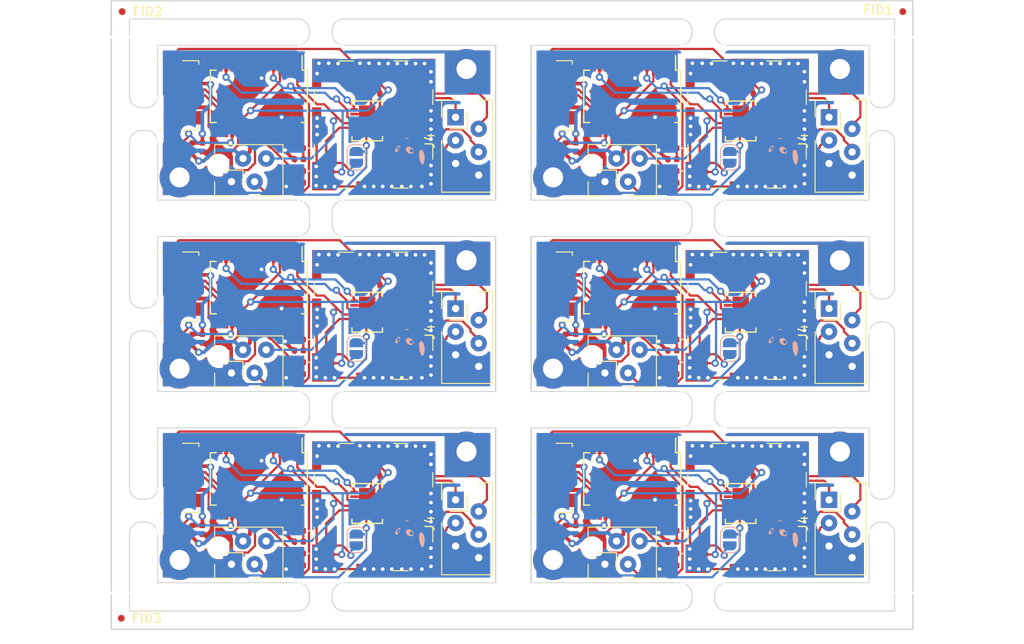
<source format=kicad_pcb>
(kicad_pcb (version 20171130) (host pcbnew 5.0.2-bee76a0~70~ubuntu18.04.1)
  (layers (0 F.Cu signal) (31 B.Cu signal) (34 B.Paste user) (35 F.Paste user) (36 B.SilkS user) (37 F.SilkS user) (38 B.Mask user) (39 F.Mask user) (44 Edge.Cuts user))
  (net 0 "")
  (net 1 +3V3)
  (net 2 SHIELD)
  (net 3 /TX_iso)
  (net 4 "Net-(D1-Pad1)")
  (net 5 "Net-(D2-Pad1)")
  (net 6 /RX_iso)
  (net 7 "Net-(J1-Pad4)")
  (net 8 /DE)
  (net 9 /l_Rx)
  (net 10 /h_Rx)
  (net 11 /l_Tx)
  (net 12 /h_Tx)
  (net 13 /term_te)
  (net 14 /USB_P)
  (net 15 /USB_N)
  (net 16 "Net-(U1-Pad7)")
  (net 17 "Net-(U2-Pad2)")
  (net 18 "Net-(U2-Pad3)")
  (net 19 "Net-(U2-Pad6)")
  (net 20 "Net-(U2-Pad9)")
  (net 21 "Net-(U2-Pad10)")
  (net 22 "Net-(U2-Pad11)")
  (net 23 "Net-(U2-Pad12)")
  (net 24 "Net-(U2-Pad14)")
  (net 25 "Net-(U2-Pad19)")
  (net 26 "Net-(U2-Pad27)")
  (net 27 "Net-(U2-Pad28)")
  (net 28 "Net-(C3-Pad1)")
  (net 29 "Net-(D1-Pad2)")
  (net 30 "Net-(D2-Pad2)")
  (net 31 +5V)
  (net 32 GND)
  (module Fiducial:Fiducial_0.75mm_Dia_1.5mm_Outer (layer F.Cu) (at 100.1 108.8)
    (fp_text reference FID3 (at 2.8 0) (layer F.SilkS))
    (fp_text value Fiducial_0.75mm_Dia_1.5mm_Outer)
    (pad "" smd circle (at 0 0) (size 0.75 0.75) (layers F.Cu F.Mask) (clearance 0.375))
  )
  (module Fiducial:Fiducial_0.75mm_Dia_1.5mm_Outer (layer F.Cu) (at 100.2 42.2)
    (fp_text reference FID2 (at 2.8 0) (layer F.SilkS))
    (fp_text value Fiducial_0.75mm_Dia_1.5mm_Outer)
    (pad "" smd circle (at 0 0) (size 0.75 0.75) (layers F.Cu F.Mask) (clearance 0.375))
  )
  (module Capacitor_SMD:C_0402_1005Metric (layer F.Cu) (at 169 93.2 180)
    (fp_text reference C1 hide)
    (fp_text value 0.1uF)
    (pad 2 smd roundrect (at 0.485 0 180) (size 0.59 0.64) (layers F.Cu F.Paste F.Mask) (net 32 GND))
    (pad 1 smd roundrect (at -0.485 0 180) (size 0.59 0.64) (layers F.Cu F.Paste F.Mask) (net 1 +3V3))
  )
  (module Capacitor_SMD:C_0402_1005Metric (layer F.Cu) (at 128 93.2 180)
    (fp_text reference C1 hide)
    (fp_text value 0.1uF)
    (pad 2 smd roundrect (at 0.485 0 180) (size 0.59 0.64) (layers F.Cu F.Paste F.Mask) (net 32 GND))
    (pad 1 smd roundrect (at -0.485 0 180) (size 0.59 0.64) (layers F.Cu F.Paste F.Mask) (net 1 +3V3))
  )
  (module Capacitor_SMD:C_0402_1005Metric (layer F.Cu) (at 169 72.2 180)
    (fp_text reference C1 hide)
    (fp_text value 0.1uF)
    (pad 2 smd roundrect (at 0.485 0 180) (size 0.59 0.64) (layers F.Cu F.Paste F.Mask) (net 32 GND))
    (pad 1 smd roundrect (at -0.485 0 180) (size 0.59 0.64) (layers F.Cu F.Paste F.Mask) (net 1 +3V3))
  )
  (module Capacitor_SMD:C_0402_1005Metric (layer F.Cu) (at 128 72.2 180)
    (fp_text reference C1 hide)
    (fp_text value 0.1uF)
    (pad 2 smd roundrect (at 0.485 0 180) (size 0.59 0.64) (layers F.Cu F.Paste F.Mask) (net 32 GND))
    (pad 1 smd roundrect (at -0.485 0 180) (size 0.59 0.64) (layers F.Cu F.Paste F.Mask) (net 1 +3V3))
  )
  (module Capacitor_SMD:C_0402_1005Metric (layer F.Cu) (at 169 51.2 180)
    (fp_text reference C1 hide)
    (fp_text value 0.1uF)
    (pad 2 smd roundrect (at 0.485 0 180) (size 0.59 0.64) (layers F.Cu F.Paste F.Mask) (net 32 GND))
    (pad 1 smd roundrect (at -0.485 0 180) (size 0.59 0.64) (layers F.Cu F.Paste F.Mask) (net 1 +3V3))
  )
  (module Capacitor_SMD:C_0402_1005Metric (layer F.Cu) (at 169 92.1 180)
    (fp_text reference C2 hide)
    (fp_text value 0.1uF)
    (pad 1 smd roundrect (at -0.485 0 180) (size 0.59 0.64) (layers F.Cu F.Paste F.Mask) (net 1 +3V3))
    (pad 2 smd roundrect (at 0.485 0 180) (size 0.59 0.64) (layers F.Cu F.Paste F.Mask) (net 32 GND))
  )
  (module Capacitor_SMD:C_0402_1005Metric (layer F.Cu) (at 128 92.1 180)
    (fp_text reference C2 hide)
    (fp_text value 0.1uF)
    (pad 1 smd roundrect (at -0.485 0 180) (size 0.59 0.64) (layers F.Cu F.Paste F.Mask) (net 1 +3V3))
    (pad 2 smd roundrect (at 0.485 0 180) (size 0.59 0.64) (layers F.Cu F.Paste F.Mask) (net 32 GND))
  )
  (module Capacitor_SMD:C_0402_1005Metric (layer F.Cu) (at 169 71.1 180)
    (fp_text reference C2 hide)
    (fp_text value 0.1uF)
    (pad 1 smd roundrect (at -0.485 0 180) (size 0.59 0.64) (layers F.Cu F.Paste F.Mask) (net 1 +3V3))
    (pad 2 smd roundrect (at 0.485 0 180) (size 0.59 0.64) (layers F.Cu F.Paste F.Mask) (net 32 GND))
  )
  (module Capacitor_SMD:C_0402_1005Metric (layer F.Cu) (at 128 71.1 180)
    (fp_text reference C2 hide)
    (fp_text value 0.1uF)
    (pad 1 smd roundrect (at -0.485 0 180) (size 0.59 0.64) (layers F.Cu F.Paste F.Mask) (net 1 +3V3))
    (pad 2 smd roundrect (at 0.485 0 180) (size 0.59 0.64) (layers F.Cu F.Paste F.Mask) (net 32 GND))
  )
  (module Capacitor_SMD:C_0402_1005Metric (layer F.Cu) (at 169 50.1 180)
    (fp_text reference C2 hide)
    (fp_text value 0.1uF)
    (pad 1 smd roundrect (at -0.485 0 180) (size 0.59 0.64) (layers F.Cu F.Paste F.Mask) (net 1 +3V3))
    (pad 2 smd roundrect (at 0.485 0 180) (size 0.59 0.64) (layers F.Cu F.Paste F.Mask) (net 32 GND))
  )
  (module Package_SO:SSOP-28_5.3x10.2mm_P0.65mm (layer F.Cu) (at 156.2 93.5 270)
    (fp_text reference U2 hide)
    (fp_text value FT232RL)
    (pad 28 smd rect (at 3.6 -4.225 270) (size 1.75 0.45) (layers F.Cu F.Paste F.Mask) (net 27 "Net-(U2-Pad28)"))
    (pad 27 smd rect (at 3.6 -3.575 270) (size 1.75 0.45) (layers F.Cu F.Paste F.Mask) (net 26 "Net-(U2-Pad27)"))
    (pad 26 smd rect (at 3.6 -2.925 270) (size 1.75 0.45) (layers F.Cu F.Paste F.Mask) (net 32 GND))
    (pad 25 smd rect (at 3.6 -2.275 270) (size 1.75 0.45) (layers F.Cu F.Paste F.Mask) (net 32 GND))
    (pad 24 smd rect (at 3.6 -1.625 270) (size 1.75 0.45) (layers F.Cu F.Paste F.Mask))
    (pad 23 smd rect (at 3.6 -0.975 270) (size 1.75 0.45) (layers F.Cu F.Paste F.Mask) (net 29 "Net-(D1-Pad2)"))
    (pad 22 smd rect (at 3.6 -0.325 270) (size 1.75 0.45) (layers F.Cu F.Paste F.Mask) (net 30 "Net-(D2-Pad2)"))
    (pad 21 smd rect (at 3.6 0.325 270) (size 1.75 0.45) (layers F.Cu F.Paste F.Mask) (net 32 GND))
    (pad 20 smd rect (at 3.6 0.975 270) (size 1.75 0.45) (layers F.Cu F.Paste F.Mask) (net 31 +5V))
    (pad 19 smd rect (at 3.6 1.625 270) (size 1.75 0.45) (layers F.Cu F.Paste F.Mask) (net 25 "Net-(U2-Pad19)"))
    (pad 18 smd rect (at 3.6 2.275 270) (size 1.75 0.45) (layers F.Cu F.Paste F.Mask) (net 32 GND))
    (pad 17 smd rect (at 3.6 2.925 270) (size 1.75 0.45) (layers F.Cu F.Paste F.Mask) (net 1 +3V3))
    (pad 16 smd rect (at 3.6 3.575 270) (size 1.75 0.45) (layers F.Cu F.Paste F.Mask) (net 15 /USB_N))
    (pad 15 smd rect (at 3.6 4.225 270) (size 1.75 0.45) (layers F.Cu F.Paste F.Mask) (net 14 /USB_P))
    (pad 14 smd rect (at -3.6 4.225 270) (size 1.75 0.45) (layers F.Cu F.Paste F.Mask) (net 24 "Net-(U2-Pad14)"))
    (pad 13 smd rect (at -3.6 3.575 270) (size 1.75 0.45) (layers F.Cu F.Paste F.Mask) (net 8 /DE))
    (pad 12 smd rect (at -3.6 2.925 270) (size 1.75 0.45) (layers F.Cu F.Paste F.Mask) (net 23 "Net-(U2-Pad12)"))
    (pad 11 smd rect (at -3.6 2.275 270) (size 1.75 0.45) (layers F.Cu F.Paste F.Mask) (net 22 "Net-(U2-Pad11)"))
    (pad 10 smd rect (at -3.6 1.625 270) (size 1.75 0.45) (layers F.Cu F.Paste F.Mask) (net 21 "Net-(U2-Pad10)"))
    (pad 9 smd rect (at -3.6 0.975 270) (size 1.75 0.45) (layers F.Cu F.Paste F.Mask) (net 20 "Net-(U2-Pad9)"))
    (pad 8 smd rect (at -3.6 0.325 270) (size 1.75 0.45) (layers F.Cu F.Paste F.Mask))
    (pad 7 smd rect (at -3.6 -0.325 270) (size 1.75 0.45) (layers F.Cu F.Paste F.Mask) (net 32 GND))
    (pad 6 smd rect (at -3.6 -0.975 270) (size 1.75 0.45) (layers F.Cu F.Paste F.Mask) (net 19 "Net-(U2-Pad6)"))
    (pad 5 smd rect (at -3.6 -1.625 270) (size 1.75 0.45) (layers F.Cu F.Paste F.Mask) (net 6 /RX_iso))
    (pad 4 smd rect (at -3.6 -2.275 270) (size 1.75 0.45) (layers F.Cu F.Paste F.Mask) (net 1 +3V3))
    (pad 3 smd rect (at -3.6 -2.925 270) (size 1.75 0.45) (layers F.Cu F.Paste F.Mask) (net 18 "Net-(U2-Pad3)"))
    (pad 2 smd rect (at -3.6 -3.575 270) (size 1.75 0.45) (layers F.Cu F.Paste F.Mask) (net 17 "Net-(U2-Pad2)"))
    (pad 1 smd rect (at -3.6 -4.225 270) (size 1.75 0.45) (layers F.Cu F.Paste F.Mask) (net 3 /TX_iso))
  )
  (module Package_SO:SSOP-28_5.3x10.2mm_P0.65mm (layer F.Cu) (at 115.2 93.5 270)
    (fp_text reference U2 hide)
    (fp_text value FT232RL)
    (pad 28 smd rect (at 3.6 -4.225 270) (size 1.75 0.45) (layers F.Cu F.Paste F.Mask) (net 27 "Net-(U2-Pad28)"))
    (pad 27 smd rect (at 3.6 -3.575 270) (size 1.75 0.45) (layers F.Cu F.Paste F.Mask) (net 26 "Net-(U2-Pad27)"))
    (pad 26 smd rect (at 3.6 -2.925 270) (size 1.75 0.45) (layers F.Cu F.Paste F.Mask) (net 32 GND))
    (pad 25 smd rect (at 3.6 -2.275 270) (size 1.75 0.45) (layers F.Cu F.Paste F.Mask) (net 32 GND))
    (pad 24 smd rect (at 3.6 -1.625 270) (size 1.75 0.45) (layers F.Cu F.Paste F.Mask))
    (pad 23 smd rect (at 3.6 -0.975 270) (size 1.75 0.45) (layers F.Cu F.Paste F.Mask) (net 29 "Net-(D1-Pad2)"))
    (pad 22 smd rect (at 3.6 -0.325 270) (size 1.75 0.45) (layers F.Cu F.Paste F.Mask) (net 30 "Net-(D2-Pad2)"))
    (pad 21 smd rect (at 3.6 0.325 270) (size 1.75 0.45) (layers F.Cu F.Paste F.Mask) (net 32 GND))
    (pad 20 smd rect (at 3.6 0.975 270) (size 1.75 0.45) (layers F.Cu F.Paste F.Mask) (net 31 +5V))
    (pad 19 smd rect (at 3.6 1.625 270) (size 1.75 0.45) (layers F.Cu F.Paste F.Mask) (net 25 "Net-(U2-Pad19)"))
    (pad 18 smd rect (at 3.6 2.275 270) (size 1.75 0.45) (layers F.Cu F.Paste F.Mask) (net 32 GND))
    (pad 17 smd rect (at 3.6 2.925 270) (size 1.75 0.45) (layers F.Cu F.Paste F.Mask) (net 1 +3V3))
    (pad 16 smd rect (at 3.6 3.575 270) (size 1.75 0.45) (layers F.Cu F.Paste F.Mask) (net 15 /USB_N))
    (pad 15 smd rect (at 3.6 4.225 270) (size 1.75 0.45) (layers F.Cu F.Paste F.Mask) (net 14 /USB_P))
    (pad 14 smd rect (at -3.6 4.225 270) (size 1.75 0.45) (layers F.Cu F.Paste F.Mask) (net 24 "Net-(U2-Pad14)"))
    (pad 13 smd rect (at -3.6 3.575 270) (size 1.75 0.45) (layers F.Cu F.Paste F.Mask) (net 8 /DE))
    (pad 12 smd rect (at -3.6 2.925 270) (size 1.75 0.45) (layers F.Cu F.Paste F.Mask) (net 23 "Net-(U2-Pad12)"))
    (pad 11 smd rect (at -3.6 2.275 270) (size 1.75 0.45) (layers F.Cu F.Paste F.Mask) (net 22 "Net-(U2-Pad11)"))
    (pad 10 smd rect (at -3.6 1.625 270) (size 1.75 0.45) (layers F.Cu F.Paste F.Mask) (net 21 "Net-(U2-Pad10)"))
    (pad 9 smd rect (at -3.6 0.975 270) (size 1.75 0.45) (layers F.Cu F.Paste F.Mask) (net 20 "Net-(U2-Pad9)"))
    (pad 8 smd rect (at -3.6 0.325 270) (size 1.75 0.45) (layers F.Cu F.Paste F.Mask))
    (pad 7 smd rect (at -3.6 -0.325 270) (size 1.75 0.45) (layers F.Cu F.Paste F.Mask) (net 32 GND))
    (pad 6 smd rect (at -3.6 -0.975 270) (size 1.75 0.45) (layers F.Cu F.Paste F.Mask) (net 19 "Net-(U2-Pad6)"))
    (pad 5 smd rect (at -3.6 -1.625 270) (size 1.75 0.45) (layers F.Cu F.Paste F.Mask) (net 6 /RX_iso))
    (pad 4 smd rect (at -3.6 -2.275 270) (size 1.75 0.45) (layers F.Cu F.Paste F.Mask) (net 1 +3V3))
    (pad 3 smd rect (at -3.6 -2.925 270) (size 1.75 0.45) (layers F.Cu F.Paste F.Mask) (net 18 "Net-(U2-Pad3)"))
    (pad 2 smd rect (at -3.6 -3.575 270) (size 1.75 0.45) (layers F.Cu F.Paste F.Mask) (net 17 "Net-(U2-Pad2)"))
    (pad 1 smd rect (at -3.6 -4.225 270) (size 1.75 0.45) (layers F.Cu F.Paste F.Mask) (net 3 /TX_iso))
  )
  (module Package_SO:SSOP-28_5.3x10.2mm_P0.65mm (layer F.Cu) (at 156.2 72.5 270)
    (fp_text reference U2 hide)
    (fp_text value FT232RL)
    (pad 28 smd rect (at 3.6 -4.225 270) (size 1.75 0.45) (layers F.Cu F.Paste F.Mask) (net 27 "Net-(U2-Pad28)"))
    (pad 27 smd rect (at 3.6 -3.575 270) (size 1.75 0.45) (layers F.Cu F.Paste F.Mask) (net 26 "Net-(U2-Pad27)"))
    (pad 26 smd rect (at 3.6 -2.925 270) (size 1.75 0.45) (layers F.Cu F.Paste F.Mask) (net 32 GND))
    (pad 25 smd rect (at 3.6 -2.275 270) (size 1.75 0.45) (layers F.Cu F.Paste F.Mask) (net 32 GND))
    (pad 24 smd rect (at 3.6 -1.625 270) (size 1.75 0.45) (layers F.Cu F.Paste F.Mask))
    (pad 23 smd rect (at 3.6 -0.975 270) (size 1.75 0.45) (layers F.Cu F.Paste F.Mask) (net 29 "Net-(D1-Pad2)"))
    (pad 22 smd rect (at 3.6 -0.325 270) (size 1.75 0.45) (layers F.Cu F.Paste F.Mask) (net 30 "Net-(D2-Pad2)"))
    (pad 21 smd rect (at 3.6 0.325 270) (size 1.75 0.45) (layers F.Cu F.Paste F.Mask) (net 32 GND))
    (pad 20 smd rect (at 3.6 0.975 270) (size 1.75 0.45) (layers F.Cu F.Paste F.Mask) (net 31 +5V))
    (pad 19 smd rect (at 3.6 1.625 270) (size 1.75 0.45) (layers F.Cu F.Paste F.Mask) (net 25 "Net-(U2-Pad19)"))
    (pad 18 smd rect (at 3.6 2.275 270) (size 1.75 0.45) (layers F.Cu F.Paste F.Mask) (net 32 GND))
    (pad 17 smd rect (at 3.6 2.925 270) (size 1.75 0.45) (layers F.Cu F.Paste F.Mask) (net 1 +3V3))
    (pad 16 smd rect (at 3.6 3.575 270) (size 1.75 0.45) (layers F.Cu F.Paste F.Mask) (net 15 /USB_N))
    (pad 15 smd rect (at 3.6 4.225 270) (size 1.75 0.45) (layers F.Cu F.Paste F.Mask) (net 14 /USB_P))
    (pad 14 smd rect (at -3.6 4.225 270) (size 1.75 0.45) (layers F.Cu F.Paste F.Mask) (net 24 "Net-(U2-Pad14)"))
    (pad 13 smd rect (at -3.6 3.575 270) (size 1.75 0.45) (layers F.Cu F.Paste F.Mask) (net 8 /DE))
    (pad 12 smd rect (at -3.6 2.925 270) (size 1.75 0.45) (layers F.Cu F.Paste F.Mask) (net 23 "Net-(U2-Pad12)"))
    (pad 11 smd rect (at -3.6 2.275 270) (size 1.75 0.45) (layers F.Cu F.Paste F.Mask) (net 22 "Net-(U2-Pad11)"))
    (pad 10 smd rect (at -3.6 1.625 270) (size 1.75 0.45) (layers F.Cu F.Paste F.Mask) (net 21 "Net-(U2-Pad10)"))
    (pad 9 smd rect (at -3.6 0.975 270) (size 1.75 0.45) (layers F.Cu F.Paste F.Mask) (net 20 "Net-(U2-Pad9)"))
    (pad 8 smd rect (at -3.6 0.325 270) (size 1.75 0.45) (layers F.Cu F.Paste F.Mask))
    (pad 7 smd rect (at -3.6 -0.325 270) (size 1.75 0.45) (layers F.Cu F.Paste F.Mask) (net 32 GND))
    (pad 6 smd rect (at -3.6 -0.975 270) (size 1.75 0.45) (layers F.Cu F.Paste F.Mask) (net 19 "Net-(U2-Pad6)"))
    (pad 5 smd rect (at -3.6 -1.625 270) (size 1.75 0.45) (layers F.Cu F.Paste F.Mask) (net 6 /RX_iso))
    (pad 4 smd rect (at -3.6 -2.275 270) (size 1.75 0.45) (layers F.Cu F.Paste F.Mask) (net 1 +3V3))
    (pad 3 smd rect (at -3.6 -2.925 270) (size 1.75 0.45) (layers F.Cu F.Paste F.Mask) (net 18 "Net-(U2-Pad3)"))
    (pad 2 smd rect (at -3.6 -3.575 270) (size 1.75 0.45) (layers F.Cu F.Paste F.Mask) (net 17 "Net-(U2-Pad2)"))
    (pad 1 smd rect (at -3.6 -4.225 270) (size 1.75 0.45) (layers F.Cu F.Paste F.Mask) (net 3 /TX_iso))
  )
  (module Package_SO:SSOP-28_5.3x10.2mm_P0.65mm (layer F.Cu) (at 115.2 72.5 270)
    (fp_text reference U2 hide)
    (fp_text value FT232RL)
    (pad 28 smd rect (at 3.6 -4.225 270) (size 1.75 0.45) (layers F.Cu F.Paste F.Mask) (net 27 "Net-(U2-Pad28)"))
    (pad 27 smd rect (at 3.6 -3.575 270) (size 1.75 0.45) (layers F.Cu F.Paste F.Mask) (net 26 "Net-(U2-Pad27)"))
    (pad 26 smd rect (at 3.6 -2.925 270) (size 1.75 0.45) (layers F.Cu F.Paste F.Mask) (net 32 GND))
    (pad 25 smd rect (at 3.6 -2.275 270) (size 1.75 0.45) (layers F.Cu F.Paste F.Mask) (net 32 GND))
    (pad 24 smd rect (at 3.6 -1.625 270) (size 1.75 0.45) (layers F.Cu F.Paste F.Mask))
    (pad 23 smd rect (at 3.6 -0.975 270) (size 1.75 0.45) (layers F.Cu F.Paste F.Mask) (net 29 "Net-(D1-Pad2)"))
    (pad 22 smd rect (at 3.6 -0.325 270) (size 1.75 0.45) (layers F.Cu F.Paste F.Mask) (net 30 "Net-(D2-Pad2)"))
    (pad 21 smd rect (at 3.6 0.325 270) (size 1.75 0.45) (layers F.Cu F.Paste F.Mask) (net 32 GND))
    (pad 20 smd rect (at 3.6 0.975 270) (size 1.75 0.45) (layers F.Cu F.Paste F.Mask) (net 31 +5V))
    (pad 19 smd rect (at 3.6 1.625 270) (size 1.75 0.45) (layers F.Cu F.Paste F.Mask) (net 25 "Net-(U2-Pad19)"))
    (pad 18 smd rect (at 3.6 2.275 270) (size 1.75 0.45) (layers F.Cu F.Paste F.Mask) (net 32 GND))
    (pad 17 smd rect (at 3.6 2.925 270) (size 1.75 0.45) (layers F.Cu F.Paste F.Mask) (net 1 +3V3))
    (pad 16 smd rect (at 3.6 3.575 270) (size 1.75 0.45) (layers F.Cu F.Paste F.Mask) (net 15 /USB_N))
    (pad 15 smd rect (at 3.6 4.225 270) (size 1.75 0.45) (layers F.Cu F.Paste F.Mask) (net 14 /USB_P))
    (pad 14 smd rect (at -3.6 4.225 270) (size 1.75 0.45) (layers F.Cu F.Paste F.Mask) (net 24 "Net-(U2-Pad14)"))
    (pad 13 smd rect (at -3.6 3.575 270) (size 1.75 0.45) (layers F.Cu F.Paste F.Mask) (net 8 /DE))
    (pad 12 smd rect (at -3.6 2.925 270) (size 1.75 0.45) (layers F.Cu F.Paste F.Mask) (net 23 "Net-(U2-Pad12)"))
    (pad 11 smd rect (at -3.6 2.275 270) (size 1.75 0.45) (layers F.Cu F.Paste F.Mask) (net 22 "Net-(U2-Pad11)"))
    (pad 10 smd rect (at -3.6 1.625 270) (size 1.75 0.45) (layers F.Cu F.Paste F.Mask) (net 21 "Net-(U2-Pad10)"))
    (pad 9 smd rect (at -3.6 0.975 270) (size 1.75 0.45) (layers F.Cu F.Paste F.Mask) (net 20 "Net-(U2-Pad9)"))
    (pad 8 smd rect (at -3.6 0.325 270) (size 1.75 0.45) (layers F.Cu F.Paste F.Mask))
    (pad 7 smd rect (at -3.6 -0.325 270) (size 1.75 0.45) (layers F.Cu F.Paste F.Mask) (net 32 GND))
    (pad 6 smd rect (at -3.6 -0.975 270) (size 1.75 0.45) (layers F.Cu F.Paste F.Mask) (net 19 "Net-(U2-Pad6)"))
    (pad 5 smd rect (at -3.6 -1.625 270) (size 1.75 0.45) (layers F.Cu F.Paste F.Mask) (net 6 /RX_iso))
    (pad 4 smd rect (at -3.6 -2.275 270) (size 1.75 0.45) (layers F.Cu F.Paste F.Mask) (net 1 +3V3))
    (pad 3 smd rect (at -3.6 -2.925 270) (size 1.75 0.45) (layers F.Cu F.Paste F.Mask) (net 18 "Net-(U2-Pad3)"))
    (pad 2 smd rect (at -3.6 -3.575 270) (size 1.75 0.45) (layers F.Cu F.Paste F.Mask) (net 17 "Net-(U2-Pad2)"))
    (pad 1 smd rect (at -3.6 -4.225 270) (size 1.75 0.45) (layers F.Cu F.Paste F.Mask) (net 3 /TX_iso))
  )
  (module Package_SO:SSOP-28_5.3x10.2mm_P0.65mm (layer F.Cu) (at 156.2 51.5 270)
    (fp_text reference U2 hide)
    (fp_text value FT232RL)
    (pad 28 smd rect (at 3.6 -4.225 270) (size 1.75 0.45) (layers F.Cu F.Paste F.Mask) (net 27 "Net-(U2-Pad28)"))
    (pad 27 smd rect (at 3.6 -3.575 270) (size 1.75 0.45) (layers F.Cu F.Paste F.Mask) (net 26 "Net-(U2-Pad27)"))
    (pad 26 smd rect (at 3.6 -2.925 270) (size 1.75 0.45) (layers F.Cu F.Paste F.Mask) (net 32 GND))
    (pad 25 smd rect (at 3.6 -2.275 270) (size 1.75 0.45) (layers F.Cu F.Paste F.Mask) (net 32 GND))
    (pad 24 smd rect (at 3.6 -1.625 270) (size 1.75 0.45) (layers F.Cu F.Paste F.Mask))
    (pad 23 smd rect (at 3.6 -0.975 270) (size 1.75 0.45) (layers F.Cu F.Paste F.Mask) (net 29 "Net-(D1-Pad2)"))
    (pad 22 smd rect (at 3.6 -0.325 270) (size 1.75 0.45) (layers F.Cu F.Paste F.Mask) (net 30 "Net-(D2-Pad2)"))
    (pad 21 smd rect (at 3.6 0.325 270) (size 1.75 0.45) (layers F.Cu F.Paste F.Mask) (net 32 GND))
    (pad 20 smd rect (at 3.6 0.975 270) (size 1.75 0.45) (layers F.Cu F.Paste F.Mask) (net 31 +5V))
    (pad 19 smd rect (at 3.6 1.625 270) (size 1.75 0.45) (layers F.Cu F.Paste F.Mask) (net 25 "Net-(U2-Pad19)"))
    (pad 18 smd rect (at 3.6 2.275 270) (size 1.75 0.45) (layers F.Cu F.Paste F.Mask) (net 32 GND))
    (pad 17 smd rect (at 3.6 2.925 270) (size 1.75 0.45) (layers F.Cu F.Paste F.Mask) (net 1 +3V3))
    (pad 16 smd rect (at 3.6 3.575 270) (size 1.75 0.45) (layers F.Cu F.Paste F.Mask) (net 15 /USB_N))
    (pad 15 smd rect (at 3.6 4.225 270) (size 1.75 0.45) (layers F.Cu F.Paste F.Mask) (net 14 /USB_P))
    (pad 14 smd rect (at -3.6 4.225 270) (size 1.75 0.45) (layers F.Cu F.Paste F.Mask) (net 24 "Net-(U2-Pad14)"))
    (pad 13 smd rect (at -3.6 3.575 270) (size 1.75 0.45) (layers F.Cu F.Paste F.Mask) (net 8 /DE))
    (pad 12 smd rect (at -3.6 2.925 270) (size 1.75 0.45) (layers F.Cu F.Paste F.Mask) (net 23 "Net-(U2-Pad12)"))
    (pad 11 smd rect (at -3.6 2.275 270) (size 1.75 0.45) (layers F.Cu F.Paste F.Mask) (net 22 "Net-(U2-Pad11)"))
    (pad 10 smd rect (at -3.6 1.625 270) (size 1.75 0.45) (layers F.Cu F.Paste F.Mask) (net 21 "Net-(U2-Pad10)"))
    (pad 9 smd rect (at -3.6 0.975 270) (size 1.75 0.45) (layers F.Cu F.Paste F.Mask) (net 20 "Net-(U2-Pad9)"))
    (pad 8 smd rect (at -3.6 0.325 270) (size 1.75 0.45) (layers F.Cu F.Paste F.Mask))
    (pad 7 smd rect (at -3.6 -0.325 270) (size 1.75 0.45) (layers F.Cu F.Paste F.Mask) (net 32 GND))
    (pad 6 smd rect (at -3.6 -0.975 270) (size 1.75 0.45) (layers F.Cu F.Paste F.Mask) (net 19 "Net-(U2-Pad6)"))
    (pad 5 smd rect (at -3.6 -1.625 270) (size 1.75 0.45) (layers F.Cu F.Paste F.Mask) (net 6 /RX_iso))
    (pad 4 smd rect (at -3.6 -2.275 270) (size 1.75 0.45) (layers F.Cu F.Paste F.Mask) (net 1 +3V3))
    (pad 3 smd rect (at -3.6 -2.925 270) (size 1.75 0.45) (layers F.Cu F.Paste F.Mask) (net 18 "Net-(U2-Pad3)"))
    (pad 2 smd rect (at -3.6 -3.575 270) (size 1.75 0.45) (layers F.Cu F.Paste F.Mask) (net 17 "Net-(U2-Pad2)"))
    (pad 1 smd rect (at -3.6 -4.225 270) (size 1.75 0.45) (layers F.Cu F.Paste F.Mask) (net 3 /TX_iso))
  )
  (module Resistor_SMD:R_0402_1005Metric (layer F.Cu) (at 160.6 103)
    (fp_text reference R6 hide)
    (fp_text value 1k)
    (pad 2 smd roundrect (at 0.485 0) (size 0.59 0.64) (layers F.Cu F.Paste F.Mask) (net 5 "Net-(D2-Pad1)"))
    (pad 1 smd roundrect (at -0.485 0) (size 0.59 0.64) (layers F.Cu F.Paste F.Mask) (net 32 GND))
  )
  (module Resistor_SMD:R_0402_1005Metric (layer F.Cu) (at 119.6 103)
    (fp_text reference R6 hide)
    (fp_text value 1k)
    (pad 2 smd roundrect (at 0.485 0) (size 0.59 0.64) (layers F.Cu F.Paste F.Mask) (net 5 "Net-(D2-Pad1)"))
    (pad 1 smd roundrect (at -0.485 0) (size 0.59 0.64) (layers F.Cu F.Paste F.Mask) (net 32 GND))
  )
  (module Resistor_SMD:R_0402_1005Metric (layer F.Cu) (at 160.6 82)
    (fp_text reference R6 hide)
    (fp_text value 1k)
    (pad 2 smd roundrect (at 0.485 0) (size 0.59 0.64) (layers F.Cu F.Paste F.Mask) (net 5 "Net-(D2-Pad1)"))
    (pad 1 smd roundrect (at -0.485 0) (size 0.59 0.64) (layers F.Cu F.Paste F.Mask) (net 32 GND))
  )
  (module Resistor_SMD:R_0402_1005Metric (layer F.Cu) (at 119.6 82)
    (fp_text reference R6 hide)
    (fp_text value 1k)
    (pad 2 smd roundrect (at 0.485 0) (size 0.59 0.64) (layers F.Cu F.Paste F.Mask) (net 5 "Net-(D2-Pad1)"))
    (pad 1 smd roundrect (at -0.485 0) (size 0.59 0.64) (layers F.Cu F.Paste F.Mask) (net 32 GND))
  )
  (module Resistor_SMD:R_0402_1005Metric (layer F.Cu) (at 160.6 61)
    (fp_text reference R6 hide)
    (fp_text value 1k)
    (pad 2 smd roundrect (at 0.485 0) (size 0.59 0.64) (layers F.Cu F.Paste F.Mask) (net 5 "Net-(D2-Pad1)"))
    (pad 1 smd roundrect (at -0.485 0) (size 0.59 0.64) (layers F.Cu F.Paste F.Mask) (net 32 GND))
  )
  (module Resistor_SMD:R_0402_1005Metric (layer F.Cu) (at 160.6 100.4)
    (fp_text reference R5 hide)
    (fp_text value 1k)
    (pad 2 smd roundrect (at 0.485 0) (size 0.59 0.64) (layers F.Cu F.Paste F.Mask) (net 4 "Net-(D1-Pad1)"))
    (pad 1 smd roundrect (at -0.485 0) (size 0.59 0.64) (layers F.Cu F.Paste F.Mask) (net 32 GND))
  )
  (module Resistor_SMD:R_0402_1005Metric (layer F.Cu) (at 119.6 100.4)
    (fp_text reference R5 hide)
    (fp_text value 1k)
    (pad 2 smd roundrect (at 0.485 0) (size 0.59 0.64) (layers F.Cu F.Paste F.Mask) (net 4 "Net-(D1-Pad1)"))
    (pad 1 smd roundrect (at -0.485 0) (size 0.59 0.64) (layers F.Cu F.Paste F.Mask) (net 32 GND))
  )
  (module Resistor_SMD:R_0402_1005Metric (layer F.Cu) (at 160.6 79.4)
    (fp_text reference R5 hide)
    (fp_text value 1k)
    (pad 2 smd roundrect (at 0.485 0) (size 0.59 0.64) (layers F.Cu F.Paste F.Mask) (net 4 "Net-(D1-Pad1)"))
    (pad 1 smd roundrect (at -0.485 0) (size 0.59 0.64) (layers F.Cu F.Paste F.Mask) (net 32 GND))
  )
  (module Resistor_SMD:R_0402_1005Metric (layer F.Cu) (at 119.6 79.4)
    (fp_text reference R5 hide)
    (fp_text value 1k)
    (pad 2 smd roundrect (at 0.485 0) (size 0.59 0.64) (layers F.Cu F.Paste F.Mask) (net 4 "Net-(D1-Pad1)"))
    (pad 1 smd roundrect (at -0.485 0) (size 0.59 0.64) (layers F.Cu F.Paste F.Mask) (net 32 GND))
  )
  (module Resistor_SMD:R_0402_1005Metric (layer F.Cu) (at 160.6 58.4)
    (fp_text reference R5 hide)
    (fp_text value 1k)
    (pad 2 smd roundrect (at 0.485 0) (size 0.59 0.64) (layers F.Cu F.Paste F.Mask) (net 4 "Net-(D1-Pad1)"))
    (pad 1 smd roundrect (at -0.485 0) (size 0.59 0.64) (layers F.Cu F.Paste F.Mask) (net 32 GND))
  )
  (module Resistor_SMD:R_0402_1005Metric (layer F.Cu) (at 148.9 99.1 90)
    (fp_text reference L1 hide)
    (fp_text value Ferrite_Bead_Small hide)
    (pad 2 smd roundrect (at 0.485 0 90) (size 0.59 0.64) (layers F.Cu F.Paste F.Mask) (net 28 "Net-(C3-Pad1)"))
    (pad 1 smd roundrect (at -0.485 0 90) (size 0.59 0.64) (layers F.Cu F.Paste F.Mask) (net 31 +5V))
  )
  (module Resistor_SMD:R_0402_1005Metric (layer F.Cu) (at 107.9 99.1 90)
    (fp_text reference L1 hide)
    (fp_text value Ferrite_Bead_Small hide)
    (pad 2 smd roundrect (at 0.485 0 90) (size 0.59 0.64) (layers F.Cu F.Paste F.Mask) (net 28 "Net-(C3-Pad1)"))
    (pad 1 smd roundrect (at -0.485 0 90) (size 0.59 0.64) (layers F.Cu F.Paste F.Mask) (net 31 +5V))
  )
  (module Resistor_SMD:R_0402_1005Metric (layer F.Cu) (at 148.9 78.1 90)
    (fp_text reference L1 hide)
    (fp_text value Ferrite_Bead_Small hide)
    (pad 2 smd roundrect (at 0.485 0 90) (size 0.59 0.64) (layers F.Cu F.Paste F.Mask) (net 28 "Net-(C3-Pad1)"))
    (pad 1 smd roundrect (at -0.485 0 90) (size 0.59 0.64) (layers F.Cu F.Paste F.Mask) (net 31 +5V))
  )
  (module Resistor_SMD:R_0402_1005Metric (layer F.Cu) (at 107.9 78.1 90)
    (fp_text reference L1 hide)
    (fp_text value Ferrite_Bead_Small hide)
    (pad 2 smd roundrect (at 0.485 0 90) (size 0.59 0.64) (layers F.Cu F.Paste F.Mask) (net 28 "Net-(C3-Pad1)"))
    (pad 1 smd roundrect (at -0.485 0 90) (size 0.59 0.64) (layers F.Cu F.Paste F.Mask) (net 31 +5V))
  )
  (module Resistor_SMD:R_0402_1005Metric (layer F.Cu) (at 148.9 57.1 90)
    (fp_text reference L1 hide)
    (fp_text value Ferrite_Bead_Small hide)
    (pad 2 smd roundrect (at 0.485 0 90) (size 0.59 0.64) (layers F.Cu F.Paste F.Mask) (net 28 "Net-(C3-Pad1)"))
    (pad 1 smd roundrect (at -0.485 0 90) (size 0.59 0.64) (layers F.Cu F.Paste F.Mask) (net 31 +5V))
  )
  (module Capacitor_SMD:C_0402_1005Metric (layer F.Cu) (at 147.2 98.7 180)
    (fp_text reference C4 hide)
    (fp_text value 0.1uF)
    (pad 1 smd roundrect (at -0.485 0 180) (size 0.59 0.64) (layers F.Cu F.Paste F.Mask) (net 1 +3V3))
    (pad 2 smd roundrect (at 0.485 0 180) (size 0.59 0.64) (layers F.Cu F.Paste F.Mask) (net 32 GND))
  )
  (module Capacitor_SMD:C_0402_1005Metric (layer F.Cu) (at 106.2 98.7 180)
    (fp_text reference C4 hide)
    (fp_text value 0.1uF)
    (pad 1 smd roundrect (at -0.485 0 180) (size 0.59 0.64) (layers F.Cu F.Paste F.Mask) (net 1 +3V3))
    (pad 2 smd roundrect (at 0.485 0 180) (size 0.59 0.64) (layers F.Cu F.Paste F.Mask) (net 32 GND))
  )
  (module Capacitor_SMD:C_0402_1005Metric (layer F.Cu) (at 147.2 77.7 180)
    (fp_text reference C4 hide)
    (fp_text value 0.1uF)
    (pad 1 smd roundrect (at -0.485 0 180) (size 0.59 0.64) (layers F.Cu F.Paste F.Mask) (net 1 +3V3))
    (pad 2 smd roundrect (at 0.485 0 180) (size 0.59 0.64) (layers F.Cu F.Paste F.Mask) (net 32 GND))
  )
  (module Capacitor_SMD:C_0402_1005Metric (layer F.Cu) (at 106.2 77.7 180)
    (fp_text reference C4 hide)
    (fp_text value 0.1uF)
    (pad 1 smd roundrect (at -0.485 0 180) (size 0.59 0.64) (layers F.Cu F.Paste F.Mask) (net 1 +3V3))
    (pad 2 smd roundrect (at 0.485 0 180) (size 0.59 0.64) (layers F.Cu F.Paste F.Mask) (net 32 GND))
  )
  (module Capacitor_SMD:C_0402_1005Metric (layer F.Cu) (at 147.2 56.7 180)
    (fp_text reference C4 hide)
    (fp_text value 0.1uF)
    (pad 1 smd roundrect (at -0.485 0 180) (size 0.59 0.64) (layers F.Cu F.Paste F.Mask) (net 1 +3V3))
    (pad 2 smd roundrect (at 0.485 0 180) (size 0.59 0.64) (layers F.Cu F.Paste F.Mask) (net 32 GND))
  )
  (module Capacitor_SMD:C_0402_1005Metric (layer F.Cu) (at 150 99.1 270)
    (fp_text reference C3 hide)
    (fp_text value 10nF)
    (pad 2 smd roundrect (at 0.485 0 270) (size 0.59 0.64) (layers F.Cu F.Paste F.Mask) (net 32 GND))
    (pad 1 smd roundrect (at -0.485 0 270) (size 0.59 0.64) (layers F.Cu F.Paste F.Mask) (net 28 "Net-(C3-Pad1)"))
  )
  (module Capacitor_SMD:C_0402_1005Metric (layer F.Cu) (at 109 99.1 270)
    (fp_text reference C3 hide)
    (fp_text value 10nF)
    (pad 2 smd roundrect (at 0.485 0 270) (size 0.59 0.64) (layers F.Cu F.Paste F.Mask) (net 32 GND))
    (pad 1 smd roundrect (at -0.485 0 270) (size 0.59 0.64) (layers F.Cu F.Paste F.Mask) (net 28 "Net-(C3-Pad1)"))
  )
  (module Capacitor_SMD:C_0402_1005Metric (layer F.Cu) (at 150 78.1 270)
    (fp_text reference C3 hide)
    (fp_text value 10nF)
    (pad 2 smd roundrect (at 0.485 0 270) (size 0.59 0.64) (layers F.Cu F.Paste F.Mask) (net 32 GND))
    (pad 1 smd roundrect (at -0.485 0 270) (size 0.59 0.64) (layers F.Cu F.Paste F.Mask) (net 28 "Net-(C3-Pad1)"))
  )
  (module Capacitor_SMD:C_0402_1005Metric (layer F.Cu) (at 109 78.1 270)
    (fp_text reference C3 hide)
    (fp_text value 10nF)
    (pad 2 smd roundrect (at 0.485 0 270) (size 0.59 0.64) (layers F.Cu F.Paste F.Mask) (net 32 GND))
    (pad 1 smd roundrect (at -0.485 0 270) (size 0.59 0.64) (layers F.Cu F.Paste F.Mask) (net 28 "Net-(C3-Pad1)"))
  )
  (module Capacitor_SMD:C_0402_1005Metric (layer F.Cu) (at 150 57.1 270)
    (fp_text reference C3 hide)
    (fp_text value 10nF)
    (pad 2 smd roundrect (at 0.485 0 270) (size 0.59 0.64) (layers F.Cu F.Paste F.Mask) (net 32 GND))
    (pad 1 smd roundrect (at -0.485 0 270) (size 0.59 0.64) (layers F.Cu F.Paste F.Mask) (net 28 "Net-(C3-Pad1)"))
  )
  (module Jumper:SolderJumper-2_P1.3mm_Open_RoundedPad1.0x1.5mm (layer B.Cu) (at 166.9 100.2 90)
    (fp_text reference JP1 hide)
    (fp_text value SolderJumper_2_Open hide)
    (pad 2 smd custom (at 0.65 0 90) (size 1 0.5) (layers B.Cu B.Mask) (net 32 GND) (options (clearance outline) (anchor rect)) (primitives (gr_circle (center 0 -0.25) (end 0.5 -0.25) (width 0)) (gr_circle (center 0 0.25) (end 0.5 0.25) (width 0)) (gr_poly (pts (xy 0 0.75) (xy -0.5 0.75) (xy -0.5 -0.75) (xy 0 -0.75)) (width 0))))
    (pad 1 smd custom (at -0.65 0 90) (size 1 0.5) (layers B.Cu B.Mask) (net 13 /term_te) (options (clearance outline) (anchor rect)) (primitives (gr_circle (center 0 -0.25) (end 0.5 -0.25) (width 0)) (gr_circle (center 0 0.25) (end 0.5 0.25) (width 0)) (gr_poly (pts (xy 0 0.75) (xy 0.5 0.75) (xy 0.5 -0.75) (xy 0 -0.75)) (width 0))))
  )
  (module Jumper:SolderJumper-2_P1.3mm_Open_RoundedPad1.0x1.5mm (layer B.Cu) (at 125.9 100.2 90)
    (fp_text reference JP1 hide)
    (fp_text value SolderJumper_2_Open hide)
    (pad 2 smd custom (at 0.65 0 90) (size 1 0.5) (layers B.Cu B.Mask) (net 32 GND) (options (clearance outline) (anchor rect)) (primitives (gr_circle (center 0 -0.25) (end 0.5 -0.25) (width 0)) (gr_circle (center 0 0.25) (end 0.5 0.25) (width 0)) (gr_poly (pts (xy 0 0.75) (xy -0.5 0.75) (xy -0.5 -0.75) (xy 0 -0.75)) (width 0))))
    (pad 1 smd custom (at -0.65 0 90) (size 1 0.5) (layers B.Cu B.Mask) (net 13 /term_te) (options (clearance outline) (anchor rect)) (primitives (gr_circle (center 0 -0.25) (end 0.5 -0.25) (width 0)) (gr_circle (center 0 0.25) (end 0.5 0.25) (width 0)) (gr_poly (pts (xy 0 0.75) (xy 0.5 0.75) (xy 0.5 -0.75) (xy 0 -0.75)) (width 0))))
  )
  (module Jumper:SolderJumper-2_P1.3mm_Open_RoundedPad1.0x1.5mm (layer B.Cu) (at 166.9 79.2 90)
    (fp_text reference JP1 hide)
    (fp_text value SolderJumper_2_Open hide)
    (pad 2 smd custom (at 0.65 0 90) (size 1 0.5) (layers B.Cu B.Mask) (net 32 GND) (options (clearance outline) (anchor rect)) (primitives (gr_circle (center 0 -0.25) (end 0.5 -0.25) (width 0)) (gr_circle (center 0 0.25) (end 0.5 0.25) (width 0)) (gr_poly (pts (xy 0 0.75) (xy -0.5 0.75) (xy -0.5 -0.75) (xy 0 -0.75)) (width 0))))
    (pad 1 smd custom (at -0.65 0 90) (size 1 0.5) (layers B.Cu B.Mask) (net 13 /term_te) (options (clearance outline) (anchor rect)) (primitives (gr_circle (center 0 -0.25) (end 0.5 -0.25) (width 0)) (gr_circle (center 0 0.25) (end 0.5 0.25) (width 0)) (gr_poly (pts (xy 0 0.75) (xy 0.5 0.75) (xy 0.5 -0.75) (xy 0 -0.75)) (width 0))))
  )
  (module Jumper:SolderJumper-2_P1.3mm_Open_RoundedPad1.0x1.5mm (layer B.Cu) (at 125.9 79.2 90)
    (fp_text reference JP1 hide)
    (fp_text value SolderJumper_2_Open hide)
    (pad 2 smd custom (at 0.65 0 90) (size 1 0.5) (layers B.Cu B.Mask) (net 32 GND) (options (clearance outline) (anchor rect)) (primitives (gr_circle (center 0 -0.25) (end 0.5 -0.25) (width 0)) (gr_circle (center 0 0.25) (end 0.5 0.25) (width 0)) (gr_poly (pts (xy 0 0.75) (xy -0.5 0.75) (xy -0.5 -0.75) (xy 0 -0.75)) (width 0))))
    (pad 1 smd custom (at -0.65 0 90) (size 1 0.5) (layers B.Cu B.Mask) (net 13 /term_te) (options (clearance outline) (anchor rect)) (primitives (gr_circle (center 0 -0.25) (end 0.5 -0.25) (width 0)) (gr_circle (center 0 0.25) (end 0.5 0.25) (width 0)) (gr_poly (pts (xy 0 0.75) (xy 0.5 0.75) (xy 0.5 -0.75) (xy 0 -0.75)) (width 0))))
  )
  (module Jumper:SolderJumper-2_P1.3mm_Open_RoundedPad1.0x1.5mm (layer B.Cu) (at 166.9 58.2 90)
    (fp_text reference JP1 hide)
    (fp_text value SolderJumper_2_Open hide)
    (pad 2 smd custom (at 0.65 0 90) (size 1 0.5) (layers B.Cu B.Mask) (net 32 GND) (options (clearance outline) (anchor rect)) (primitives (gr_circle (center 0 -0.25) (end 0.5 -0.25) (width 0)) (gr_circle (center 0 0.25) (end 0.5 0.25) (width 0)) (gr_poly (pts (xy 0 0.75) (xy -0.5 0.75) (xy -0.5 -0.75) (xy 0 -0.75)) (width 0))))
    (pad 1 smd custom (at -0.65 0 90) (size 1 0.5) (layers B.Cu B.Mask) (net 13 /term_te) (options (clearance outline) (anchor rect)) (primitives (gr_circle (center 0 -0.25) (end 0.5 -0.25) (width 0)) (gr_circle (center 0 0.25) (end 0.5 0.25) (width 0)) (gr_poly (pts (xy 0 0.75) (xy 0.5 0.75) (xy 0.5 -0.75) (xy 0 -0.75)) (width 0))))
  )
  (module RF_Shielding:Laird_Technologies_BMI-S-201-F_13.66x12.70mm (layer F.Cu) (at 168.8 96.6)
    (fp_text reference J2 hide)
    (fp_text value RF_Shield_Two_Pieces hide)
    (pad 1 smd rect (at 6.25 5.165) (size 1 2.13) (layers F.Cu F.Paste F.Mask) (net 2 SHIELD))
    (pad 1 smd rect (at -6.25 5.165) (size 1 2.13) (layers F.Cu F.Paste F.Mask) (net 2 SHIELD))
    (pad 1 smd rect (at 6.25 0) (size 1 3.8) (layers F.Cu F.Paste F.Mask) (net 2 SHIELD))
    (pad 1 smd rect (at -6.25 0) (size 1 3.8) (layers F.Cu F.Paste F.Mask) (net 2 SHIELD))
    (pad 1 smd rect (at 6.25 -5.165) (size 1 2.13) (layers F.Cu F.Paste F.Mask) (net 2 SHIELD))
    (pad 1 smd rect (at -6.25 -5.165) (size 1 2.13) (layers F.Cu F.Paste F.Mask) (net 2 SHIELD))
    (pad 1 smd rect (at 4.925 6.73) (size 1.65 1) (layers F.Cu F.Paste F.Mask) (net 2 SHIELD))
    (pad 1 smd rect (at 4.925 -6.73) (size 1.65 1) (layers F.Cu F.Paste F.Mask) (net 2 SHIELD))
    (pad 1 smd rect (at 0 6.73) (size 3.8 1) (layers F.Cu F.Paste F.Mask) (net 2 SHIELD))
    (pad 1 smd rect (at 0 -6.73) (size 3.8 1) (layers F.Cu F.Paste F.Mask) (net 2 SHIELD))
    (pad 1 smd rect (at -4.925 6.73) (size 1.65 1) (layers F.Cu F.Paste F.Mask) (net 2 SHIELD))
    (pad 1 smd rect (at -4.925 -6.73) (size 1.65 1) (layers F.Cu F.Paste F.Mask) (net 2 SHIELD))
    (pad 1 smd rect (at -6.25 6.73) (size 1 1) (layers F.Cu F.Paste F.Mask) (net 2 SHIELD))
    (pad 1 smd rect (at 6.25 6.73) (size 1 1) (layers F.Cu F.Paste F.Mask) (net 2 SHIELD))
    (pad 1 smd rect (at 6.25 -6.73) (size 1 1) (layers F.Cu F.Paste F.Mask) (net 2 SHIELD))
    (pad 1 smd rect (at -6.25 -6.73) (size 1 1) (layers F.Cu F.Paste F.Mask) (net 2 SHIELD))
  )
  (module RF_Shielding:Laird_Technologies_BMI-S-201-F_13.66x12.70mm (layer F.Cu) (at 127.8 96.6)
    (fp_text reference J2 hide)
    (fp_text value RF_Shield_Two_Pieces hide)
    (pad 1 smd rect (at 6.25 5.165) (size 1 2.13) (layers F.Cu F.Paste F.Mask) (net 2 SHIELD))
    (pad 1 smd rect (at -6.25 5.165) (size 1 2.13) (layers F.Cu F.Paste F.Mask) (net 2 SHIELD))
    (pad 1 smd rect (at 6.25 0) (size 1 3.8) (layers F.Cu F.Paste F.Mask) (net 2 SHIELD))
    (pad 1 smd rect (at -6.25 0) (size 1 3.8) (layers F.Cu F.Paste F.Mask) (net 2 SHIELD))
    (pad 1 smd rect (at 6.25 -5.165) (size 1 2.13) (layers F.Cu F.Paste F.Mask) (net 2 SHIELD))
    (pad 1 smd rect (at -6.25 -5.165) (size 1 2.13) (layers F.Cu F.Paste F.Mask) (net 2 SHIELD))
    (pad 1 smd rect (at 4.925 6.73) (size 1.65 1) (layers F.Cu F.Paste F.Mask) (net 2 SHIELD))
    (pad 1 smd rect (at 4.925 -6.73) (size 1.65 1) (layers F.Cu F.Paste F.Mask) (net 2 SHIELD))
    (pad 1 smd rect (at 0 6.73) (size 3.8 1) (layers F.Cu F.Paste F.Mask) (net 2 SHIELD))
    (pad 1 smd rect (at 0 -6.73) (size 3.8 1) (layers F.Cu F.Paste F.Mask) (net 2 SHIELD))
    (pad 1 smd rect (at -4.925 6.73) (size 1.65 1) (layers F.Cu F.Paste F.Mask) (net 2 SHIELD))
    (pad 1 smd rect (at -4.925 -6.73) (size 1.65 1) (layers F.Cu F.Paste F.Mask) (net 2 SHIELD))
    (pad 1 smd rect (at -6.25 6.73) (size 1 1) (layers F.Cu F.Paste F.Mask) (net 2 SHIELD))
    (pad 1 smd rect (at 6.25 6.73) (size 1 1) (layers F.Cu F.Paste F.Mask) (net 2 SHIELD))
    (pad 1 smd rect (at 6.25 -6.73) (size 1 1) (layers F.Cu F.Paste F.Mask) (net 2 SHIELD))
    (pad 1 smd rect (at -6.25 -6.73) (size 1 1) (layers F.Cu F.Paste F.Mask) (net 2 SHIELD))
  )
  (module RF_Shielding:Laird_Technologies_BMI-S-201-F_13.66x12.70mm (layer F.Cu) (at 168.8 75.6)
    (fp_text reference J2 hide)
    (fp_text value RF_Shield_Two_Pieces hide)
    (pad 1 smd rect (at 6.25 5.165) (size 1 2.13) (layers F.Cu F.Paste F.Mask) (net 2 SHIELD))
    (pad 1 smd rect (at -6.25 5.165) (size 1 2.13) (layers F.Cu F.Paste F.Mask) (net 2 SHIELD))
    (pad 1 smd rect (at 6.25 0) (size 1 3.8) (layers F.Cu F.Paste F.Mask) (net 2 SHIELD))
    (pad 1 smd rect (at -6.25 0) (size 1 3.8) (layers F.Cu F.Paste F.Mask) (net 2 SHIELD))
    (pad 1 smd rect (at 6.25 -5.165) (size 1 2.13) (layers F.Cu F.Paste F.Mask) (net 2 SHIELD))
    (pad 1 smd rect (at -6.25 -5.165) (size 1 2.13) (layers F.Cu F.Paste F.Mask) (net 2 SHIELD))
    (pad 1 smd rect (at 4.925 6.73) (size 1.65 1) (layers F.Cu F.Paste F.Mask) (net 2 SHIELD))
    (pad 1 smd rect (at 4.925 -6.73) (size 1.65 1) (layers F.Cu F.Paste F.Mask) (net 2 SHIELD))
    (pad 1 smd rect (at 0 6.73) (size 3.8 1) (layers F.Cu F.Paste F.Mask) (net 2 SHIELD))
    (pad 1 smd rect (at 0 -6.73) (size 3.8 1) (layers F.Cu F.Paste F.Mask) (net 2 SHIELD))
    (pad 1 smd rect (at -4.925 6.73) (size 1.65 1) (layers F.Cu F.Paste F.Mask) (net 2 SHIELD))
    (pad 1 smd rect (at -4.925 -6.73) (size 1.65 1) (layers F.Cu F.Paste F.Mask) (net 2 SHIELD))
    (pad 1 smd rect (at -6.25 6.73) (size 1 1) (layers F.Cu F.Paste F.Mask) (net 2 SHIELD))
    (pad 1 smd rect (at 6.25 6.73) (size 1 1) (layers F.Cu F.Paste F.Mask) (net 2 SHIELD))
    (pad 1 smd rect (at 6.25 -6.73) (size 1 1) (layers F.Cu F.Paste F.Mask) (net 2 SHIELD))
    (pad 1 smd rect (at -6.25 -6.73) (size 1 1) (layers F.Cu F.Paste F.Mask) (net 2 SHIELD))
  )
  (module RF_Shielding:Laird_Technologies_BMI-S-201-F_13.66x12.70mm (layer F.Cu) (at 127.8 75.6)
    (fp_text reference J2 hide)
    (fp_text value RF_Shield_Two_Pieces hide)
    (pad 1 smd rect (at 6.25 5.165) (size 1 2.13) (layers F.Cu F.Paste F.Mask) (net 2 SHIELD))
    (pad 1 smd rect (at -6.25 5.165) (size 1 2.13) (layers F.Cu F.Paste F.Mask) (net 2 SHIELD))
    (pad 1 smd rect (at 6.25 0) (size 1 3.8) (layers F.Cu F.Paste F.Mask) (net 2 SHIELD))
    (pad 1 smd rect (at -6.25 0) (size 1 3.8) (layers F.Cu F.Paste F.Mask) (net 2 SHIELD))
    (pad 1 smd rect (at 6.25 -5.165) (size 1 2.13) (layers F.Cu F.Paste F.Mask) (net 2 SHIELD))
    (pad 1 smd rect (at -6.25 -5.165) (size 1 2.13) (layers F.Cu F.Paste F.Mask) (net 2 SHIELD))
    (pad 1 smd rect (at 4.925 6.73) (size 1.65 1) (layers F.Cu F.Paste F.Mask) (net 2 SHIELD))
    (pad 1 smd rect (at 4.925 -6.73) (size 1.65 1) (layers F.Cu F.Paste F.Mask) (net 2 SHIELD))
    (pad 1 smd rect (at 0 6.73) (size 3.8 1) (layers F.Cu F.Paste F.Mask) (net 2 SHIELD))
    (pad 1 smd rect (at 0 -6.73) (size 3.8 1) (layers F.Cu F.Paste F.Mask) (net 2 SHIELD))
    (pad 1 smd rect (at -4.925 6.73) (size 1.65 1) (layers F.Cu F.Paste F.Mask) (net 2 SHIELD))
    (pad 1 smd rect (at -4.925 -6.73) (size 1.65 1) (layers F.Cu F.Paste F.Mask) (net 2 SHIELD))
    (pad 1 smd rect (at -6.25 6.73) (size 1 1) (layers F.Cu F.Paste F.Mask) (net 2 SHIELD))
    (pad 1 smd rect (at 6.25 6.73) (size 1 1) (layers F.Cu F.Paste F.Mask) (net 2 SHIELD))
    (pad 1 smd rect (at 6.25 -6.73) (size 1 1) (layers F.Cu F.Paste F.Mask) (net 2 SHIELD))
    (pad 1 smd rect (at -6.25 -6.73) (size 1 1) (layers F.Cu F.Paste F.Mask) (net 2 SHIELD))
  )
  (module RF_Shielding:Laird_Technologies_BMI-S-201-F_13.66x12.70mm (layer F.Cu) (at 168.8 54.6)
    (fp_text reference J2 hide)
    (fp_text value RF_Shield_Two_Pieces hide)
    (pad 1 smd rect (at 6.25 5.165) (size 1 2.13) (layers F.Cu F.Paste F.Mask) (net 2 SHIELD))
    (pad 1 smd rect (at -6.25 5.165) (size 1 2.13) (layers F.Cu F.Paste F.Mask) (net 2 SHIELD))
    (pad 1 smd rect (at 6.25 0) (size 1 3.8) (layers F.Cu F.Paste F.Mask) (net 2 SHIELD))
    (pad 1 smd rect (at -6.25 0) (size 1 3.8) (layers F.Cu F.Paste F.Mask) (net 2 SHIELD))
    (pad 1 smd rect (at 6.25 -5.165) (size 1 2.13) (layers F.Cu F.Paste F.Mask) (net 2 SHIELD))
    (pad 1 smd rect (at -6.25 -5.165) (size 1 2.13) (layers F.Cu F.Paste F.Mask) (net 2 SHIELD))
    (pad 1 smd rect (at 4.925 6.73) (size 1.65 1) (layers F.Cu F.Paste F.Mask) (net 2 SHIELD))
    (pad 1 smd rect (at 4.925 -6.73) (size 1.65 1) (layers F.Cu F.Paste F.Mask) (net 2 SHIELD))
    (pad 1 smd rect (at 0 6.73) (size 3.8 1) (layers F.Cu F.Paste F.Mask) (net 2 SHIELD))
    (pad 1 smd rect (at 0 -6.73) (size 3.8 1) (layers F.Cu F.Paste F.Mask) (net 2 SHIELD))
    (pad 1 smd rect (at -4.925 6.73) (size 1.65 1) (layers F.Cu F.Paste F.Mask) (net 2 SHIELD))
    (pad 1 smd rect (at -4.925 -6.73) (size 1.65 1) (layers F.Cu F.Paste F.Mask) (net 2 SHIELD))
    (pad 1 smd rect (at -6.25 6.73) (size 1 1) (layers F.Cu F.Paste F.Mask) (net 2 SHIELD))
    (pad 1 smd rect (at 6.25 6.73) (size 1 1) (layers F.Cu F.Paste F.Mask) (net 2 SHIELD))
    (pad 1 smd rect (at 6.25 -6.73) (size 1 1) (layers F.Cu F.Paste F.Mask) (net 2 SHIELD))
    (pad 1 smd rect (at -6.25 -6.73) (size 1 1) (layers F.Cu F.Paste F.Mask) (net 2 SHIELD))
  )
  (module custom_lib:ltc2855 (layer F.Cu) (at 168.1 96.2)
    (fp_text reference U1 hide)
    (fp_text value LTC2855CDEPBF hide)
    (pad 13 smd rect (at 0 0) (size 1.8034 3.4036) (layers F.Cu F.Paste F.Mask) (net 32 GND))
    (pad 12 smd rect (at 1.4478 -1.25) (size 0.8128 0.3048) (layers F.Cu F.Paste F.Mask) (net 1 +3V3))
    (pad 11 smd rect (at 1.4478 -0.75) (size 0.8128 0.3048) (layers F.Cu F.Paste F.Mask) (net 10 /h_Rx))
    (pad 10 smd rect (at 1.4478 -0.25) (size 0.8128 0.3048) (layers F.Cu F.Paste F.Mask) (net 9 /l_Rx))
    (pad 9 smd rect (at 1.4478 0.25) (size 0.8128 0.3048) (layers F.Cu F.Paste F.Mask) (net 12 /h_Tx))
    (pad 8 smd rect (at 1.4478 0.75) (size 0.8128 0.3048) (layers F.Cu F.Paste F.Mask) (net 11 /l_Tx))
    (pad 7 smd rect (at 1.4478 1.25) (size 0.8128 0.3048) (layers F.Cu F.Paste F.Mask) (net 16 "Net-(U1-Pad7)"))
    (pad 6 smd rect (at -1.4478 1.25) (size 0.8128 0.3048) (layers F.Cu F.Paste F.Mask) (net 32 GND))
    (pad 5 smd rect (at -1.4478 0.75) (size 0.8128 0.3048) (layers F.Cu F.Paste F.Mask) (net 13 /term_te))
    (pad 4 smd rect (at -1.4478 0.25) (size 0.8128 0.3048) (layers F.Cu F.Paste F.Mask) (net 3 /TX_iso))
    (pad 3 smd rect (at -1.4478 -0.25) (size 0.8128 0.3048) (layers F.Cu F.Paste F.Mask) (net 8 /DE))
    (pad 2 smd rect (at -1.4478 -0.75) (size 0.8128 0.3048) (layers F.Cu F.Paste F.Mask) (net 32 GND))
    (pad 1 smd rect (at -1.4478 -1.25) (size 0.8128 0.3048) (layers F.Cu F.Paste F.Mask) (net 6 /RX_iso))
  )
  (module custom_lib:ltc2855 (layer F.Cu) (at 127.1 96.2)
    (fp_text reference U1 hide)
    (fp_text value LTC2855CDEPBF hide)
    (pad 13 smd rect (at 0 0) (size 1.8034 3.4036) (layers F.Cu F.Paste F.Mask) (net 32 GND))
    (pad 12 smd rect (at 1.4478 -1.25) (size 0.8128 0.3048) (layers F.Cu F.Paste F.Mask) (net 1 +3V3))
    (pad 11 smd rect (at 1.4478 -0.75) (size 0.8128 0.3048) (layers F.Cu F.Paste F.Mask) (net 10 /h_Rx))
    (pad 10 smd rect (at 1.4478 -0.25) (size 0.8128 0.3048) (layers F.Cu F.Paste F.Mask) (net 9 /l_Rx))
    (pad 9 smd rect (at 1.4478 0.25) (size 0.8128 0.3048) (layers F.Cu F.Paste F.Mask) (net 12 /h_Tx))
    (pad 8 smd rect (at 1.4478 0.75) (size 0.8128 0.3048) (layers F.Cu F.Paste F.Mask) (net 11 /l_Tx))
    (pad 7 smd rect (at 1.4478 1.25) (size 0.8128 0.3048) (layers F.Cu F.Paste F.Mask) (net 16 "Net-(U1-Pad7)"))
    (pad 6 smd rect (at -1.4478 1.25) (size 0.8128 0.3048) (layers F.Cu F.Paste F.Mask) (net 32 GND))
    (pad 5 smd rect (at -1.4478 0.75) (size 0.8128 0.3048) (layers F.Cu F.Paste F.Mask) (net 13 /term_te))
    (pad 4 smd rect (at -1.4478 0.25) (size 0.8128 0.3048) (layers F.Cu F.Paste F.Mask) (net 3 /TX_iso))
    (pad 3 smd rect (at -1.4478 -0.25) (size 0.8128 0.3048) (layers F.Cu F.Paste F.Mask) (net 8 /DE))
    (pad 2 smd rect (at -1.4478 -0.75) (size 0.8128 0.3048) (layers F.Cu F.Paste F.Mask) (net 32 GND))
    (pad 1 smd rect (at -1.4478 -1.25) (size 0.8128 0.3048) (layers F.Cu F.Paste F.Mask) (net 6 /RX_iso))
  )
  (module custom_lib:ltc2855 (layer F.Cu) (at 168.1 75.2)
    (fp_text reference U1 hide)
    (fp_text value LTC2855CDEPBF hide)
    (pad 13 smd rect (at 0 0) (size 1.8034 3.4036) (layers F.Cu F.Paste F.Mask) (net 32 GND))
    (pad 12 smd rect (at 1.4478 -1.25) (size 0.8128 0.3048) (layers F.Cu F.Paste F.Mask) (net 1 +3V3))
    (pad 11 smd rect (at 1.4478 -0.75) (size 0.8128 0.3048) (layers F.Cu F.Paste F.Mask) (net 10 /h_Rx))
    (pad 10 smd rect (at 1.4478 -0.25) (size 0.8128 0.3048) (layers F.Cu F.Paste F.Mask) (net 9 /l_Rx))
    (pad 9 smd rect (at 1.4478 0.25) (size 0.8128 0.3048) (layers F.Cu F.Paste F.Mask) (net 12 /h_Tx))
    (pad 8 smd rect (at 1.4478 0.75) (size 0.8128 0.3048) (layers F.Cu F.Paste F.Mask) (net 11 /l_Tx))
    (pad 7 smd rect (at 1.4478 1.25) (size 0.8128 0.3048) (layers F.Cu F.Paste F.Mask) (net 16 "Net-(U1-Pad7)"))
    (pad 6 smd rect (at -1.4478 1.25) (size 0.8128 0.3048) (layers F.Cu F.Paste F.Mask) (net 32 GND))
    (pad 5 smd rect (at -1.4478 0.75) (size 0.8128 0.3048) (layers F.Cu F.Paste F.Mask) (net 13 /term_te))
    (pad 4 smd rect (at -1.4478 0.25) (size 0.8128 0.3048) (layers F.Cu F.Paste F.Mask) (net 3 /TX_iso))
    (pad 3 smd rect (at -1.4478 -0.25) (size 0.8128 0.3048) (layers F.Cu F.Paste F.Mask) (net 8 /DE))
    (pad 2 smd rect (at -1.4478 -0.75) (size 0.8128 0.3048) (layers F.Cu F.Paste F.Mask) (net 32 GND))
    (pad 1 smd rect (at -1.4478 -1.25) (size 0.8128 0.3048) (layers F.Cu F.Paste F.Mask) (net 6 /RX_iso))
  )
  (module custom_lib:ltc2855 (layer F.Cu) (at 127.1 75.2)
    (fp_text reference U1 hide)
    (fp_text value LTC2855CDEPBF hide)
    (pad 13 smd rect (at 0 0) (size 1.8034 3.4036) (layers F.Cu F.Paste F.Mask) (net 32 GND))
    (pad 12 smd rect (at 1.4478 -1.25) (size 0.8128 0.3048) (layers F.Cu F.Paste F.Mask) (net 1 +3V3))
    (pad 11 smd rect (at 1.4478 -0.75) (size 0.8128 0.3048) (layers F.Cu F.Paste F.Mask) (net 10 /h_Rx))
    (pad 10 smd rect (at 1.4478 -0.25) (size 0.8128 0.3048) (layers F.Cu F.Paste F.Mask) (net 9 /l_Rx))
    (pad 9 smd rect (at 1.4478 0.25) (size 0.8128 0.3048) (layers F.Cu F.Paste F.Mask) (net 12 /h_Tx))
    (pad 8 smd rect (at 1.4478 0.75) (size 0.8128 0.3048) (layers F.Cu F.Paste F.Mask) (net 11 /l_Tx))
    (pad 7 smd rect (at 1.4478 1.25) (size 0.8128 0.3048) (layers F.Cu F.Paste F.Mask) (net 16 "Net-(U1-Pad7)"))
    (pad 6 smd rect (at -1.4478 1.25) (size 0.8128 0.3048) (layers F.Cu F.Paste F.Mask) (net 32 GND))
    (pad 5 smd rect (at -1.4478 0.75) (size 0.8128 0.3048) (layers F.Cu F.Paste F.Mask) (net 13 /term_te))
    (pad 4 smd rect (at -1.4478 0.25) (size 0.8128 0.3048) (layers F.Cu F.Paste F.Mask) (net 3 /TX_iso))
    (pad 3 smd rect (at -1.4478 -0.25) (size 0.8128 0.3048) (layers F.Cu F.Paste F.Mask) (net 8 /DE))
    (pad 2 smd rect (at -1.4478 -0.75) (size 0.8128 0.3048) (layers F.Cu F.Paste F.Mask) (net 32 GND))
    (pad 1 smd rect (at -1.4478 -1.25) (size 0.8128 0.3048) (layers F.Cu F.Paste F.Mask) (net 6 /RX_iso))
  )
  (module custom_lib:ltc2855 (layer F.Cu) (at 168.1 54.2)
    (fp_text reference U1 hide)
    (fp_text value LTC2855CDEPBF hide)
    (pad 13 smd rect (at 0 0) (size 1.8034 3.4036) (layers F.Cu F.Paste F.Mask) (net 32 GND))
    (pad 12 smd rect (at 1.4478 -1.25) (size 0.8128 0.3048) (layers F.Cu F.Paste F.Mask) (net 1 +3V3))
    (pad 11 smd rect (at 1.4478 -0.75) (size 0.8128 0.3048) (layers F.Cu F.Paste F.Mask) (net 10 /h_Rx))
    (pad 10 smd rect (at 1.4478 -0.25) (size 0.8128 0.3048) (layers F.Cu F.Paste F.Mask) (net 9 /l_Rx))
    (pad 9 smd rect (at 1.4478 0.25) (size 0.8128 0.3048) (layers F.Cu F.Paste F.Mask) (net 12 /h_Tx))
    (pad 8 smd rect (at 1.4478 0.75) (size 0.8128 0.3048) (layers F.Cu F.Paste F.Mask) (net 11 /l_Tx))
    (pad 7 smd rect (at 1.4478 1.25) (size 0.8128 0.3048) (layers F.Cu F.Paste F.Mask) (net 16 "Net-(U1-Pad7)"))
    (pad 6 smd rect (at -1.4478 1.25) (size 0.8128 0.3048) (layers F.Cu F.Paste F.Mask) (net 32 GND))
    (pad 5 smd rect (at -1.4478 0.75) (size 0.8128 0.3048) (layers F.Cu F.Paste F.Mask) (net 13 /term_te))
    (pad 4 smd rect (at -1.4478 0.25) (size 0.8128 0.3048) (layers F.Cu F.Paste F.Mask) (net 3 /TX_iso))
    (pad 3 smd rect (at -1.4478 -0.25) (size 0.8128 0.3048) (layers F.Cu F.Paste F.Mask) (net 8 /DE))
    (pad 2 smd rect (at -1.4478 -0.75) (size 0.8128 0.3048) (layers F.Cu F.Paste F.Mask) (net 32 GND))
    (pad 1 smd rect (at -1.4478 -1.25) (size 0.8128 0.3048) (layers F.Cu F.Paste F.Mask) (net 6 /RX_iso))
  )
  (module Connector_USB:USB_Micro-B_Molex_47346-0001 (layer F.Cu) (at 147.9 93.4 270)
    (fp_text reference J1 hide)
    (fp_text value USB_OTG)
    (pad 6 smd rect (at 0.84 1.2 270) (size 1.175 1.9) (layers F.Cu F.Paste F.Mask) (net 2 SHIELD))
    (pad 6 smd rect (at -0.84 1.2 270) (size 1.175 1.9) (layers F.Cu F.Paste F.Mask) (net 2 SHIELD))
    (pad 6 smd rect (at 2.91 1.2 270) (size 2.375 1.9) (layers F.Cu F.Paste F.Mask) (net 2 SHIELD))
    (pad 6 smd rect (at -2.91 1.2 270) (size 2.375 1.9) (layers F.Cu F.Paste F.Mask) (net 2 SHIELD))
    (pad 6 smd rect (at 2.4625 -1.1 270) (size 1.475 2.1) (layers F.Cu F.Paste F.Mask) (net 2 SHIELD))
    (pad 6 smd rect (at -2.4625 -1.1 270) (size 1.475 2.1) (layers F.Cu F.Paste F.Mask) (net 2 SHIELD))
    (pad 5 smd rect (at 1.3 -1.46 270) (size 0.45 1.38) (layers F.Cu F.Paste F.Mask) (net 32 GND))
    (pad 4 smd rect (at 0.65 -1.46 270) (size 0.45 1.38) (layers F.Cu F.Paste F.Mask) (net 7 "Net-(J1-Pad4)"))
    (pad 3 smd rect (at 0 -1.46 270) (size 0.45 1.38) (layers F.Cu F.Paste F.Mask) (net 14 /USB_P))
    (pad 2 smd rect (at -0.65 -1.46 270) (size 0.45 1.38) (layers F.Cu F.Paste F.Mask) (net 15 /USB_N))
    (pad 1 smd rect (at -1.3 -1.46 270) (size 0.45 1.38) (layers F.Cu F.Paste F.Mask) (net 28 "Net-(C3-Pad1)"))
  )
  (module Connector_USB:USB_Micro-B_Molex_47346-0001 (layer F.Cu) (at 106.9 93.4 270)
    (fp_text reference J1 hide)
    (fp_text value USB_OTG)
    (pad 6 smd rect (at 0.84 1.2 270) (size 1.175 1.9) (layers F.Cu F.Paste F.Mask) (net 2 SHIELD))
    (pad 6 smd rect (at -0.84 1.2 270) (size 1.175 1.9) (layers F.Cu F.Paste F.Mask) (net 2 SHIELD))
    (pad 6 smd rect (at 2.91 1.2 270) (size 2.375 1.9) (layers F.Cu F.Paste F.Mask) (net 2 SHIELD))
    (pad 6 smd rect (at -2.91 1.2 270) (size 2.375 1.9) (layers F.Cu F.Paste F.Mask) (net 2 SHIELD))
    (pad 6 smd rect (at 2.4625 -1.1 270) (size 1.475 2.1) (layers F.Cu F.Paste F.Mask) (net 2 SHIELD))
    (pad 6 smd rect (at -2.4625 -1.1 270) (size 1.475 2.1) (layers F.Cu F.Paste F.Mask) (net 2 SHIELD))
    (pad 5 smd rect (at 1.3 -1.46 270) (size 0.45 1.38) (layers F.Cu F.Paste F.Mask) (net 32 GND))
    (pad 4 smd rect (at 0.65 -1.46 270) (size 0.45 1.38) (layers F.Cu F.Paste F.Mask) (net 7 "Net-(J1-Pad4)"))
    (pad 3 smd rect (at 0 -1.46 270) (size 0.45 1.38) (layers F.Cu F.Paste F.Mask) (net 14 /USB_P))
    (pad 2 smd rect (at -0.65 -1.46 270) (size 0.45 1.38) (layers F.Cu F.Paste F.Mask) (net 15 /USB_N))
    (pad 1 smd rect (at -1.3 -1.46 270) (size 0.45 1.38) (layers F.Cu F.Paste F.Mask) (net 28 "Net-(C3-Pad1)"))
  )
  (module Connector_USB:USB_Micro-B_Molex_47346-0001 (layer F.Cu) (at 147.9 72.4 270)
    (fp_text reference J1 hide)
    (fp_text value USB_OTG)
    (pad 6 smd rect (at 0.84 1.2 270) (size 1.175 1.9) (layers F.Cu F.Paste F.Mask) (net 2 SHIELD))
    (pad 6 smd rect (at -0.84 1.2 270) (size 1.175 1.9) (layers F.Cu F.Paste F.Mask) (net 2 SHIELD))
    (pad 6 smd rect (at 2.91 1.2 270) (size 2.375 1.9) (layers F.Cu F.Paste F.Mask) (net 2 SHIELD))
    (pad 6 smd rect (at -2.91 1.2 270) (size 2.375 1.9) (layers F.Cu F.Paste F.Mask) (net 2 SHIELD))
    (pad 6 smd rect (at 2.4625 -1.1 270) (size 1.475 2.1) (layers F.Cu F.Paste F.Mask) (net 2 SHIELD))
    (pad 6 smd rect (at -2.4625 -1.1 270) (size 1.475 2.1) (layers F.Cu F.Paste F.Mask) (net 2 SHIELD))
    (pad 5 smd rect (at 1.3 -1.46 270) (size 0.45 1.38) (layers F.Cu F.Paste F.Mask) (net 32 GND))
    (pad 4 smd rect (at 0.65 -1.46 270) (size 0.45 1.38) (layers F.Cu F.Paste F.Mask) (net 7 "Net-(J1-Pad4)"))
    (pad 3 smd rect (at 0 -1.46 270) (size 0.45 1.38) (layers F.Cu F.Paste F.Mask) (net 14 /USB_P))
    (pad 2 smd rect (at -0.65 -1.46 270) (size 0.45 1.38) (layers F.Cu F.Paste F.Mask) (net 15 /USB_N))
    (pad 1 smd rect (at -1.3 -1.46 270) (size 0.45 1.38) (layers F.Cu F.Paste F.Mask) (net 28 "Net-(C3-Pad1)"))
  )
  (module Connector_USB:USB_Micro-B_Molex_47346-0001 (layer F.Cu) (at 106.9 72.4 270)
    (fp_text reference J1 hide)
    (fp_text value USB_OTG)
    (pad 6 smd rect (at 0.84 1.2 270) (size 1.175 1.9) (layers F.Cu F.Paste F.Mask) (net 2 SHIELD))
    (pad 6 smd rect (at -0.84 1.2 270) (size 1.175 1.9) (layers F.Cu F.Paste F.Mask) (net 2 SHIELD))
    (pad 6 smd rect (at 2.91 1.2 270) (size 2.375 1.9) (layers F.Cu F.Paste F.Mask) (net 2 SHIELD))
    (pad 6 smd rect (at -2.91 1.2 270) (size 2.375 1.9) (layers F.Cu F.Paste F.Mask) (net 2 SHIELD))
    (pad 6 smd rect (at 2.4625 -1.1 270) (size 1.475 2.1) (layers F.Cu F.Paste F.Mask) (net 2 SHIELD))
    (pad 6 smd rect (at -2.4625 -1.1 270) (size 1.475 2.1) (layers F.Cu F.Paste F.Mask) (net 2 SHIELD))
    (pad 5 smd rect (at 1.3 -1.46 270) (size 0.45 1.38) (layers F.Cu F.Paste F.Mask) (net 32 GND))
    (pad 4 smd rect (at 0.65 -1.46 270) (size 0.45 1.38) (layers F.Cu F.Paste F.Mask) (net 7 "Net-(J1-Pad4)"))
    (pad 3 smd rect (at 0 -1.46 270) (size 0.45 1.38) (layers F.Cu F.Paste F.Mask) (net 14 /USB_P))
    (pad 2 smd rect (at -0.65 -1.46 270) (size 0.45 1.38) (layers F.Cu F.Paste F.Mask) (net 15 /USB_N))
    (pad 1 smd rect (at -1.3 -1.46 270) (size 0.45 1.38) (layers F.Cu F.Paste F.Mask) (net 28 "Net-(C3-Pad1)"))
  )
  (module Connector_USB:USB_Micro-B_Molex_47346-0001 (layer F.Cu) (at 147.9 51.4 270)
    (fp_text reference J1 hide)
    (fp_text value USB_OTG)
    (pad 6 smd rect (at 0.84 1.2 270) (size 1.175 1.9) (layers F.Cu F.Paste F.Mask) (net 2 SHIELD))
    (pad 6 smd rect (at -0.84 1.2 270) (size 1.175 1.9) (layers F.Cu F.Paste F.Mask) (net 2 SHIELD))
    (pad 6 smd rect (at 2.91 1.2 270) (size 2.375 1.9) (layers F.Cu F.Paste F.Mask) (net 2 SHIELD))
    (pad 6 smd rect (at -2.91 1.2 270) (size 2.375 1.9) (layers F.Cu F.Paste F.Mask) (net 2 SHIELD))
    (pad 6 smd rect (at 2.4625 -1.1 270) (size 1.475 2.1) (layers F.Cu F.Paste F.Mask) (net 2 SHIELD))
    (pad 6 smd rect (at -2.4625 -1.1 270) (size 1.475 2.1) (layers F.Cu F.Paste F.Mask) (net 2 SHIELD))
    (pad 5 smd rect (at 1.3 -1.46 270) (size 0.45 1.38) (layers F.Cu F.Paste F.Mask) (net 32 GND))
    (pad 4 smd rect (at 0.65 -1.46 270) (size 0.45 1.38) (layers F.Cu F.Paste F.Mask) (net 7 "Net-(J1-Pad4)"))
    (pad 3 smd rect (at 0 -1.46 270) (size 0.45 1.38) (layers F.Cu F.Paste F.Mask) (net 14 /USB_P))
    (pad 2 smd rect (at -0.65 -1.46 270) (size 0.45 1.38) (layers F.Cu F.Paste F.Mask) (net 15 /USB_N))
    (pad 1 smd rect (at -1.3 -1.46 270) (size 0.45 1.38) (layers F.Cu F.Paste F.Mask) (net 28 "Net-(C3-Pad1)"))
  )
  (module LED_SMD:LED_0402_1005Metric (layer F.Cu) (at 160.6 101.7 180)
    (fp_text reference D2 hide)
    (fp_text value LED)
    (pad 2 smd roundrect (at 0.485 0 180) (size 0.59 0.64) (layers F.Cu F.Paste F.Mask) (net 30 "Net-(D2-Pad2)"))
    (pad 1 smd roundrect (at -0.485 0 180) (size 0.59 0.64) (layers F.Cu F.Paste F.Mask) (net 5 "Net-(D2-Pad1)"))
  )
  (module LED_SMD:LED_0402_1005Metric (layer F.Cu) (at 119.6 101.7 180)
    (fp_text reference D2 hide)
    (fp_text value LED)
    (pad 2 smd roundrect (at 0.485 0 180) (size 0.59 0.64) (layers F.Cu F.Paste F.Mask) (net 30 "Net-(D2-Pad2)"))
    (pad 1 smd roundrect (at -0.485 0 180) (size 0.59 0.64) (layers F.Cu F.Paste F.Mask) (net 5 "Net-(D2-Pad1)"))
  )
  (module LED_SMD:LED_0402_1005Metric (layer F.Cu) (at 160.6 80.7 180)
    (fp_text reference D2 hide)
    (fp_text value LED)
    (pad 2 smd roundrect (at 0.485 0 180) (size 0.59 0.64) (layers F.Cu F.Paste F.Mask) (net 30 "Net-(D2-Pad2)"))
    (pad 1 smd roundrect (at -0.485 0 180) (size 0.59 0.64) (layers F.Cu F.Paste F.Mask) (net 5 "Net-(D2-Pad1)"))
  )
  (module LED_SMD:LED_0402_1005Metric (layer F.Cu) (at 119.6 80.7 180)
    (fp_text reference D2 hide)
    (fp_text value LED)
    (pad 2 smd roundrect (at 0.485 0 180) (size 0.59 0.64) (layers F.Cu F.Paste F.Mask) (net 30 "Net-(D2-Pad2)"))
    (pad 1 smd roundrect (at -0.485 0 180) (size 0.59 0.64) (layers F.Cu F.Paste F.Mask) (net 5 "Net-(D2-Pad1)"))
  )
  (module LED_SMD:LED_0402_1005Metric (layer F.Cu) (at 160.6 59.7 180)
    (fp_text reference D2 hide)
    (fp_text value LED)
    (pad 2 smd roundrect (at 0.485 0 180) (size 0.59 0.64) (layers F.Cu F.Paste F.Mask) (net 30 "Net-(D2-Pad2)"))
    (pad 1 smd roundrect (at -0.485 0 180) (size 0.59 0.64) (layers F.Cu F.Paste F.Mask) (net 5 "Net-(D2-Pad1)"))
  )
  (module LED_SMD:LED_0402_1005Metric (layer F.Cu) (at 160.6 99.2 180)
    (fp_text reference D1 hide)
    (fp_text value LED)
    (pad 1 smd roundrect (at -0.485 0 180) (size 0.59 0.64) (layers F.Cu F.Paste F.Mask) (net 4 "Net-(D1-Pad1)"))
    (pad 2 smd roundrect (at 0.485 0 180) (size 0.59 0.64) (layers F.Cu F.Paste F.Mask) (net 29 "Net-(D1-Pad2)"))
  )
  (module LED_SMD:LED_0402_1005Metric (layer F.Cu) (at 119.6 99.2 180)
    (fp_text reference D1 hide)
    (fp_text value LED)
    (pad 1 smd roundrect (at -0.485 0 180) (size 0.59 0.64) (layers F.Cu F.Paste F.Mask) (net 4 "Net-(D1-Pad1)"))
    (pad 2 smd roundrect (at 0.485 0 180) (size 0.59 0.64) (layers F.Cu F.Paste F.Mask) (net 29 "Net-(D1-Pad2)"))
  )
  (module LED_SMD:LED_0402_1005Metric (layer F.Cu) (at 160.6 78.2 180)
    (fp_text reference D1 hide)
    (fp_text value LED)
    (pad 1 smd roundrect (at -0.485 0 180) (size 0.59 0.64) (layers F.Cu F.Paste F.Mask) (net 4 "Net-(D1-Pad1)"))
    (pad 2 smd roundrect (at 0.485 0 180) (size 0.59 0.64) (layers F.Cu F.Paste F.Mask) (net 29 "Net-(D1-Pad2)"))
  )
  (module LED_SMD:LED_0402_1005Metric (layer F.Cu) (at 119.6 78.2 180)
    (fp_text reference D1 hide)
    (fp_text value LED)
    (pad 1 smd roundrect (at -0.485 0 180) (size 0.59 0.64) (layers F.Cu F.Paste F.Mask) (net 4 "Net-(D1-Pad1)"))
    (pad 2 smd roundrect (at 0.485 0 180) (size 0.59 0.64) (layers F.Cu F.Paste F.Mask) (net 29 "Net-(D1-Pad2)"))
  )
  (module LED_SMD:LED_0402_1005Metric (layer F.Cu) (at 160.6 57.2 180)
    (fp_text reference D1 hide)
    (fp_text value LED)
    (pad 1 smd roundrect (at -0.485 0 180) (size 0.59 0.64) (layers F.Cu F.Paste F.Mask) (net 4 "Net-(D1-Pad1)"))
    (pad 2 smd roundrect (at 0.485 0 180) (size 0.59 0.64) (layers F.Cu F.Paste F.Mask) (net 29 "Net-(D1-Pad2)"))
  )
  (module custom_lib:TE-Connectivity_Micro-Match_connector_02x02_Pitch_1.27mm (layer F.Cu) (at 155.1 101.6 90)
    (fp_text reference J3 hide)
    (fp_text value uart)
    (pad "" np_thru_hole circle (at 0.53 -3.305 90) (size 1.5001 1.5001) (drill 1.5001) (layers *.Cu *.Mask))
    (pad 4 thru_hole circle (at 1.27 1.905 90) (size 1.8 1.8) (drill 0.8001) (layers *.Cu *.Mask) (net 3 /TX_iso))
    (pad 3 thru_hole circle (at -1.27 0.635 90) (size 1.8 1.8) (drill 0.8001) (layers *.Cu *.Mask) (net 6 /RX_iso))
    (pad 2 thru_hole circle (at 1.27 -0.635 90) (size 1.8 1.8) (drill 0.8001) (layers *.Cu *.Mask) (net 31 +5V))
    (pad 1 thru_hole rect (at -1.27 -1.905 90) (size 1.8 1.8) (drill 0.8001) (layers *.Cu *.Mask) (net 32 GND))
  )
  (module custom_lib:TE-Connectivity_Micro-Match_connector_02x02_Pitch_1.27mm (layer F.Cu) (at 114.1 101.6 90)
    (fp_text reference J3 hide)
    (fp_text value uart)
    (pad "" np_thru_hole circle (at 0.53 -3.305 90) (size 1.5001 1.5001) (drill 1.5001) (layers *.Cu *.Mask))
    (pad 4 thru_hole circle (at 1.27 1.905 90) (size 1.8 1.8) (drill 0.8001) (layers *.Cu *.Mask) (net 3 /TX_iso))
    (pad 3 thru_hole circle (at -1.27 0.635 90) (size 1.8 1.8) (drill 0.8001) (layers *.Cu *.Mask) (net 6 /RX_iso))
    (pad 2 thru_hole circle (at 1.27 -0.635 90) (size 1.8 1.8) (drill 0.8001) (layers *.Cu *.Mask) (net 31 +5V))
    (pad 1 thru_hole rect (at -1.27 -1.905 90) (size 1.8 1.8) (drill 0.8001) (layers *.Cu *.Mask) (net 32 GND))
  )
  (module custom_lib:TE-Connectivity_Micro-Match_connector_02x02_Pitch_1.27mm (layer F.Cu) (at 155.1 80.6 90)
    (fp_text reference J3 hide)
    (fp_text value uart)
    (pad "" np_thru_hole circle (at 0.53 -3.305 90) (size 1.5001 1.5001) (drill 1.5001) (layers *.Cu *.Mask))
    (pad 4 thru_hole circle (at 1.27 1.905 90) (size 1.8 1.8) (drill 0.8001) (layers *.Cu *.Mask) (net 3 /TX_iso))
    (pad 3 thru_hole circle (at -1.27 0.635 90) (size 1.8 1.8) (drill 0.8001) (layers *.Cu *.Mask) (net 6 /RX_iso))
    (pad 2 thru_hole circle (at 1.27 -0.635 90) (size 1.8 1.8) (drill 0.8001) (layers *.Cu *.Mask) (net 31 +5V))
    (pad 1 thru_hole rect (at -1.27 -1.905 90) (size 1.8 1.8) (drill 0.8001) (layers *.Cu *.Mask) (net 32 GND))
  )
  (module custom_lib:TE-Connectivity_Micro-Match_connector_02x02_Pitch_1.27mm (layer F.Cu) (at 114.1 80.6 90)
    (fp_text reference J3 hide)
    (fp_text value uart)
    (pad "" np_thru_hole circle (at 0.53 -3.305 90) (size 1.5001 1.5001) (drill 1.5001) (layers *.Cu *.Mask))
    (pad 4 thru_hole circle (at 1.27 1.905 90) (size 1.8 1.8) (drill 0.8001) (layers *.Cu *.Mask) (net 3 /TX_iso))
    (pad 3 thru_hole circle (at -1.27 0.635 90) (size 1.8 1.8) (drill 0.8001) (layers *.Cu *.Mask) (net 6 /RX_iso))
    (pad 2 thru_hole circle (at 1.27 -0.635 90) (size 1.8 1.8) (drill 0.8001) (layers *.Cu *.Mask) (net 31 +5V))
    (pad 1 thru_hole rect (at -1.27 -1.905 90) (size 1.8 1.8) (drill 0.8001) (layers *.Cu *.Mask) (net 32 GND))
  )
  (module custom_lib:TE-Connectivity_Micro-Match_connector_02x02_Pitch_1.27mm (layer F.Cu) (at 155.1 59.6 90)
    (fp_text reference J3 hide)
    (fp_text value uart)
    (pad "" np_thru_hole circle (at 0.53 -3.305 90) (size 1.5001 1.5001) (drill 1.5001) (layers *.Cu *.Mask))
    (pad 4 thru_hole circle (at 1.27 1.905 90) (size 1.8 1.8) (drill 0.8001) (layers *.Cu *.Mask) (net 3 /TX_iso))
    (pad 3 thru_hole circle (at -1.27 0.635 90) (size 1.8 1.8) (drill 0.8001) (layers *.Cu *.Mask) (net 6 /RX_iso))
    (pad 2 thru_hole circle (at 1.27 -0.635 90) (size 1.8 1.8) (drill 0.8001) (layers *.Cu *.Mask) (net 31 +5V))
    (pad 1 thru_hole rect (at -1.27 -1.905 90) (size 1.8 1.8) (drill 0.8001) (layers *.Cu *.Mask) (net 32 GND))
  )
  (module custom_lib:TE-Connectivity_Micro-Match_connector_02x03_Pitch_1.27mm (layer F.Cu) (at 177.8 95.8)
    (fp_text reference J4 (at -2.8205 2.5875 90) (layer F.SilkS))
    (fp_text value diff_uart hide)
    (pad "" np_thru_hole circle (at 1.8 -1.4) (size 1.5001 1.5001) (drill 1.5001) (layers *.Cu *.Mask))
    (pad 4 thru_hole circle (at 2.54 3.81) (size 1.8 1.8) (drill 0.8001) (layers *.Cu *.Mask) (net 12 /h_Tx))
    (pad 3 thru_hole circle (at 0 2.54) (size 1.8 1.8) (drill 0.8001) (layers *.Cu *.Mask) (net 11 /l_Tx))
    (pad 2 thru_hole circle (at 2.54 1.27) (size 1.8 1.8) (drill 0.8001) (layers *.Cu *.Mask) (net 10 /h_Rx))
    (pad 1 thru_hole rect (at 0 0) (size 1.8 1.8) (drill 0.8001) (layers *.Cu *.Mask) (net 9 /l_Rx))
    (pad 5 thru_hole circle (at 0 5.08) (size 1.8 1.8) (drill 0.8001) (layers *.Cu *.Mask) (net 2 SHIELD))
    (pad 6 thru_hole circle (at 2.54 6.35) (size 1.8 1.8) (drill 0.8001) (layers *.Cu *.Mask) (net 2 SHIELD))
  )
  (module custom_lib:TE-Connectivity_Micro-Match_connector_02x03_Pitch_1.27mm (layer F.Cu) (at 136.8 95.8)
    (fp_text reference J4 (at -2.8205 2.5875 90) (layer F.SilkS))
    (fp_text value diff_uart hide)
    (pad "" np_thru_hole circle (at 1.8 -1.4) (size 1.5001 1.5001) (drill 1.5001) (layers *.Cu *.Mask))
    (pad 4 thru_hole circle (at 2.54 3.81) (size 1.8 1.8) (drill 0.8001) (layers *.Cu *.Mask) (net 12 /h_Tx))
    (pad 3 thru_hole circle (at 0 2.54) (size 1.8 1.8) (drill 0.8001) (layers *.Cu *.Mask) (net 11 /l_Tx))
    (pad 2 thru_hole circle (at 2.54 1.27) (size 1.8 1.8) (drill 0.8001) (layers *.Cu *.Mask) (net 10 /h_Rx))
    (pad 1 thru_hole rect (at 0 0) (size 1.8 1.8) (drill 0.8001) (layers *.Cu *.Mask) (net 9 /l_Rx))
    (pad 5 thru_hole circle (at 0 5.08) (size 1.8 1.8) (drill 0.8001) (layers *.Cu *.Mask) (net 2 SHIELD))
    (pad 6 thru_hole circle (at 2.54 6.35) (size 1.8 1.8) (drill 0.8001) (layers *.Cu *.Mask) (net 2 SHIELD))
  )
  (module custom_lib:TE-Connectivity_Micro-Match_connector_02x03_Pitch_1.27mm (layer F.Cu) (at 177.8 74.8)
    (fp_text reference J4 (at -2.8205 2.5875 90) (layer F.SilkS))
    (fp_text value diff_uart hide)
    (pad "" np_thru_hole circle (at 1.8 -1.4) (size 1.5001 1.5001) (drill 1.5001) (layers *.Cu *.Mask))
    (pad 4 thru_hole circle (at 2.54 3.81) (size 1.8 1.8) (drill 0.8001) (layers *.Cu *.Mask) (net 12 /h_Tx))
    (pad 3 thru_hole circle (at 0 2.54) (size 1.8 1.8) (drill 0.8001) (layers *.Cu *.Mask) (net 11 /l_Tx))
    (pad 2 thru_hole circle (at 2.54 1.27) (size 1.8 1.8) (drill 0.8001) (layers *.Cu *.Mask) (net 10 /h_Rx))
    (pad 1 thru_hole rect (at 0 0) (size 1.8 1.8) (drill 0.8001) (layers *.Cu *.Mask) (net 9 /l_Rx))
    (pad 5 thru_hole circle (at 0 5.08) (size 1.8 1.8) (drill 0.8001) (layers *.Cu *.Mask) (net 2 SHIELD))
    (pad 6 thru_hole circle (at 2.54 6.35) (size 1.8 1.8) (drill 0.8001) (layers *.Cu *.Mask) (net 2 SHIELD))
  )
  (module custom_lib:TE-Connectivity_Micro-Match_connector_02x03_Pitch_1.27mm (layer F.Cu) (at 136.8 74.8)
    (fp_text reference J4 (at -2.8205 2.5875 90) (layer F.SilkS))
    (fp_text value diff_uart hide)
    (pad "" np_thru_hole circle (at 1.8 -1.4) (size 1.5001 1.5001) (drill 1.5001) (layers *.Cu *.Mask))
    (pad 4 thru_hole circle (at 2.54 3.81) (size 1.8 1.8) (drill 0.8001) (layers *.Cu *.Mask) (net 12 /h_Tx))
    (pad 3 thru_hole circle (at 0 2.54) (size 1.8 1.8) (drill 0.8001) (layers *.Cu *.Mask) (net 11 /l_Tx))
    (pad 2 thru_hole circle (at 2.54 1.27) (size 1.8 1.8) (drill 0.8001) (layers *.Cu *.Mask) (net 10 /h_Rx))
    (pad 1 thru_hole rect (at 0 0) (size 1.8 1.8) (drill 0.8001) (layers *.Cu *.Mask) (net 9 /l_Rx))
    (pad 5 thru_hole circle (at 0 5.08) (size 1.8 1.8) (drill 0.8001) (layers *.Cu *.Mask) (net 2 SHIELD))
    (pad 6 thru_hole circle (at 2.54 6.35) (size 1.8 1.8) (drill 0.8001) (layers *.Cu *.Mask) (net 2 SHIELD))
  )
  (module custom_lib:TE-Connectivity_Micro-Match_connector_02x03_Pitch_1.27mm (layer F.Cu) (at 177.8 53.8)
    (fp_text reference J4 (at -2.8205 2.5875 90) (layer F.SilkS))
    (fp_text value diff_uart hide)
    (pad "" np_thru_hole circle (at 1.8 -1.4) (size 1.5001 1.5001) (drill 1.5001) (layers *.Cu *.Mask))
    (pad 4 thru_hole circle (at 2.54 3.81) (size 1.8 1.8) (drill 0.8001) (layers *.Cu *.Mask) (net 12 /h_Tx))
    (pad 3 thru_hole circle (at 0 2.54) (size 1.8 1.8) (drill 0.8001) (layers *.Cu *.Mask) (net 11 /l_Tx))
    (pad 2 thru_hole circle (at 2.54 1.27) (size 1.8 1.8) (drill 0.8001) (layers *.Cu *.Mask) (net 10 /h_Rx))
    (pad 1 thru_hole rect (at 0 0) (size 1.8 1.8) (drill 0.8001) (layers *.Cu *.Mask) (net 9 /l_Rx))
    (pad 5 thru_hole circle (at 0 5.08) (size 1.8 1.8) (drill 0.8001) (layers *.Cu *.Mask) (net 2 SHIELD))
    (pad 6 thru_hole circle (at 2.54 6.35) (size 1.8 1.8) (drill 0.8001) (layers *.Cu *.Mask) (net 2 SHIELD))
  )
  (module custom_lib:R1_face_mask_5.5mm (layer B.Cu) (at 172 100.2)
    (fp_text reference H5 hide)
    (fp_text value face hide)
  )
  (module custom_lib:R1_face_mask_5.5mm (layer B.Cu) (at 131 100.2)
    (fp_text reference H5 hide)
    (fp_text value face hide)
  )
  (module custom_lib:R1_face_mask_5.5mm (layer B.Cu) (at 172 79.2)
    (fp_text reference H5 hide)
    (fp_text value face hide)
  )
  (module custom_lib:R1_face_mask_5.5mm (layer B.Cu) (at 131 79.2)
    (fp_text reference H5 hide)
    (fp_text value face hide)
  )
  (module custom_lib:R1_face_mask_5.5mm (layer B.Cu) (at 172 58.2)
    (fp_text reference H5 hide)
    (fp_text value face hide)
  )
  (module Resistor_SMD:R_0402_1005Metric (layer F.Cu) (at 164.2 101.3 270)
    (fp_text reference R4 hide)
    (fp_text value 10k)
    (pad 2 smd roundrect (at 0.485 0 270) (size 0.59 0.64) (layers F.Cu F.Paste F.Mask) (net 1 +3V3))
    (pad 1 smd roundrect (at -0.485 0 270) (size 0.59 0.64) (layers F.Cu F.Paste F.Mask) (net 13 /term_te))
  )
  (module Resistor_SMD:R_0402_1005Metric (layer F.Cu) (at 123.2 101.3 270)
    (fp_text reference R4 hide)
    (fp_text value 10k)
    (pad 2 smd roundrect (at 0.485 0 270) (size 0.59 0.64) (layers F.Cu F.Paste F.Mask) (net 1 +3V3))
    (pad 1 smd roundrect (at -0.485 0 270) (size 0.59 0.64) (layers F.Cu F.Paste F.Mask) (net 13 /term_te))
  )
  (module Resistor_SMD:R_0402_1005Metric (layer F.Cu) (at 164.2 80.3 270)
    (fp_text reference R4 hide)
    (fp_text value 10k)
    (pad 2 smd roundrect (at 0.485 0 270) (size 0.59 0.64) (layers F.Cu F.Paste F.Mask) (net 1 +3V3))
    (pad 1 smd roundrect (at -0.485 0 270) (size 0.59 0.64) (layers F.Cu F.Paste F.Mask) (net 13 /term_te))
  )
  (module Resistor_SMD:R_0402_1005Metric (layer F.Cu) (at 123.2 80.3 270)
    (fp_text reference R4 hide)
    (fp_text value 10k)
    (pad 2 smd roundrect (at 0.485 0 270) (size 0.59 0.64) (layers F.Cu F.Paste F.Mask) (net 1 +3V3))
    (pad 1 smd roundrect (at -0.485 0 270) (size 0.59 0.64) (layers F.Cu F.Paste F.Mask) (net 13 /term_te))
  )
  (module Resistor_SMD:R_0402_1005Metric (layer F.Cu) (at 164.2 59.3 270)
    (fp_text reference R4 hide)
    (fp_text value 10k)
    (pad 2 smd roundrect (at 0.485 0 270) (size 0.59 0.64) (layers F.Cu F.Paste F.Mask) (net 1 +3V3))
    (pad 1 smd roundrect (at -0.485 0 270) (size 0.59 0.64) (layers F.Cu F.Paste F.Mask) (net 13 /term_te))
  )
  (module MountingHole:MountingHole_2.2mm_M2_Pad (layer F.Cu) (at 147.5 102.4)
    (fp_text reference H1 hide)
    (fp_text value MountingHole_Pad hide)
    (pad 1 thru_hole circle (at 0 0) (size 4.4 4.4) (drill 2.2) (layers *.Cu *.Mask) (net 32 GND))
  )
  (module MountingHole:MountingHole_2.2mm_M2_Pad (layer F.Cu) (at 106.5 102.4)
    (fp_text reference H1 hide)
    (fp_text value MountingHole_Pad hide)
    (pad 1 thru_hole circle (at 0 0) (size 4.4 4.4) (drill 2.2) (layers *.Cu *.Mask) (net 32 GND))
  )
  (module MountingHole:MountingHole_2.2mm_M2_Pad (layer F.Cu) (at 147.5 81.4)
    (fp_text reference H1 hide)
    (fp_text value MountingHole_Pad hide)
    (pad 1 thru_hole circle (at 0 0) (size 4.4 4.4) (drill 2.2) (layers *.Cu *.Mask) (net 32 GND))
  )
  (module MountingHole:MountingHole_2.2mm_M2_Pad (layer F.Cu) (at 106.5 81.4)
    (fp_text reference H1 hide)
    (fp_text value MountingHole_Pad hide)
    (pad 1 thru_hole circle (at 0 0) (size 4.4 4.4) (drill 2.2) (layers *.Cu *.Mask) (net 32 GND))
  )
  (module MountingHole:MountingHole_2.2mm_M2_Pad (layer F.Cu) (at 147.5 60.4)
    (fp_text reference H1 hide)
    (fp_text value MountingHole_Pad hide)
    (pad 1 thru_hole circle (at 0 0) (size 4.4 4.4) (drill 2.2) (layers *.Cu *.Mask) (net 32 GND))
  )
  (module MountingHole:MountingHole_2.2mm_M2_Pad (layer F.Cu) (at 179 90.5)
    (fp_text reference H2 hide)
    (fp_text value MountingHole_Pad hide)
    (pad 1 thru_hole circle (at 0 0) (size 4.4 4.4) (drill 2.2) (layers *.Cu *.Mask) (net 32 GND))
  )
  (module MountingHole:MountingHole_2.2mm_M2_Pad (layer F.Cu) (at 138 90.5)
    (fp_text reference H2 hide)
    (fp_text value MountingHole_Pad hide)
    (pad 1 thru_hole circle (at 0 0) (size 4.4 4.4) (drill 2.2) (layers *.Cu *.Mask) (net 32 GND))
  )
  (module MountingHole:MountingHole_2.2mm_M2_Pad (layer F.Cu) (at 179 69.5)
    (fp_text reference H2 hide)
    (fp_text value MountingHole_Pad hide)
    (pad 1 thru_hole circle (at 0 0) (size 4.4 4.4) (drill 2.2) (layers *.Cu *.Mask) (net 32 GND))
  )
  (module MountingHole:MountingHole_2.2mm_M2_Pad (layer F.Cu) (at 138 69.5)
    (fp_text reference H2 hide)
    (fp_text value MountingHole_Pad hide)
    (pad 1 thru_hole circle (at 0 0) (size 4.4 4.4) (drill 2.2) (layers *.Cu *.Mask) (net 32 GND))
  )
  (module MountingHole:MountingHole_2.2mm_M2_Pad (layer F.Cu) (at 179 48.5)
    (fp_text reference H2 hide)
    (fp_text value MountingHole_Pad hide)
    (pad 1 thru_hole circle (at 0 0) (size 4.4 4.4) (drill 2.2) (layers *.Cu *.Mask) (net 32 GND))
  )
  (module custom_lib:R1_ear_silk_5.5mm (layer B.Cu) (at 172 100.2)
    (fp_text reference H3 hide)
    (fp_text value ears hide)
  )
  (module custom_lib:R1_ear_silk_5.5mm (layer B.Cu) (at 131 100.2)
    (fp_text reference H3 hide)
    (fp_text value ears hide)
  )
  (module custom_lib:R1_ear_silk_5.5mm (layer B.Cu) (at 172 79.2)
    (fp_text reference H3 hide)
    (fp_text value ears hide)
  )
  (module custom_lib:R1_ear_silk_5.5mm (layer B.Cu) (at 131 79.2)
    (fp_text reference H3 hide)
    (fp_text value ears hide)
  )
  (module custom_lib:R1_ear_silk_5.5mm (layer B.Cu) (at 172 58.2)
    (fp_text reference H3 hide)
    (fp_text value ears hide)
  )
  (module custom_lib:R1_eyes_mask_5.5mm (layer B.Cu) (at 172 100.2)
    (fp_text reference H4 hide)
    (fp_text value eyes hide)
  )
  (module custom_lib:R1_eyes_mask_5.5mm (layer B.Cu) (at 131 100.2)
    (fp_text reference H4 hide)
    (fp_text value eyes hide)
  )
  (module custom_lib:R1_eyes_mask_5.5mm (layer B.Cu) (at 172 79.2)
    (fp_text reference H4 hide)
    (fp_text value eyes hide)
  )
  (module custom_lib:R1_eyes_mask_5.5mm (layer B.Cu) (at 131 79.2)
    (fp_text reference H4 hide)
    (fp_text value eyes hide)
  )
  (module custom_lib:R1_eyes_mask_5.5mm (layer B.Cu) (at 172 58.2)
    (fp_text reference H4 hide)
    (fp_text value eyes hide)
  )
  (module Capacitor_SMD:C_0402_1005Metric (layer F.Cu) (at 128 51.2 180)
    (fp_text reference C1 hide)
    (fp_text value 0.1uF)
    (pad 1 smd roundrect (at -0.485 0 180) (size 0.59 0.64) (layers F.Cu F.Paste F.Mask) (net 1 +3V3))
    (pad 2 smd roundrect (at 0.485 0 180) (size 0.59 0.64) (layers F.Cu F.Paste F.Mask) (net 32 GND))
  )
  (module Capacitor_SMD:C_0402_1005Metric (layer F.Cu) (at 128 50.1 180)
    (fp_text reference C2 hide)
    (fp_text value 0.1uF)
    (pad 2 smd roundrect (at 0.485 0 180) (size 0.59 0.64) (layers F.Cu F.Paste F.Mask) (net 32 GND))
    (pad 1 smd roundrect (at -0.485 0 180) (size 0.59 0.64) (layers F.Cu F.Paste F.Mask) (net 1 +3V3))
  )
  (module MountingHole:MountingHole_2.2mm_M2_Pad (layer F.Cu) (at 106.5 60.4)
    (fp_text reference H1 hide)
    (fp_text value MountingHole_Pad hide)
    (pad 1 thru_hole circle (at 0 0) (size 4.4 4.4) (drill 2.2) (layers *.Cu *.Mask) (net 32 GND))
  )
  (module MountingHole:MountingHole_2.2mm_M2_Pad (layer F.Cu) (at 138 48.5)
    (fp_text reference H2 hide)
    (fp_text value MountingHole_Pad hide)
    (pad 1 thru_hole circle (at 0 0) (size 4.4 4.4) (drill 2.2) (layers *.Cu *.Mask) (net 32 GND))
  )
  (module custom_lib:R1_ear_silk_5.5mm (layer B.Cu) (at 131 58.2)
    (fp_text reference H3 hide)
    (fp_text value ears hide)
  )
  (module custom_lib:R1_eyes_mask_5.5mm (layer B.Cu) (at 131 58.2)
    (fp_text reference H4 hide)
    (fp_text value eyes hide)
  )
  (module custom_lib:R1_face_mask_5.5mm (layer B.Cu) (at 131 58.2)
    (fp_text reference H5 hide)
    (fp_text value face hide)
  )
  (module Connector_USB:USB_Micro-B_Molex_47346-0001 (layer F.Cu) (at 106.9 51.4 270)
    (fp_text reference J1 hide)
    (fp_text value USB_OTG)
    (pad 1 smd rect (at -1.3 -1.46 270) (size 0.45 1.38) (layers F.Cu F.Paste F.Mask) (net 28 "Net-(C3-Pad1)"))
    (pad 2 smd rect (at -0.65 -1.46 270) (size 0.45 1.38) (layers F.Cu F.Paste F.Mask) (net 15 /USB_N))
    (pad 3 smd rect (at 0 -1.46 270) (size 0.45 1.38) (layers F.Cu F.Paste F.Mask) (net 14 /USB_P))
    (pad 4 smd rect (at 0.65 -1.46 270) (size 0.45 1.38) (layers F.Cu F.Paste F.Mask) (net 7 "Net-(J1-Pad4)"))
    (pad 5 smd rect (at 1.3 -1.46 270) (size 0.45 1.38) (layers F.Cu F.Paste F.Mask) (net 32 GND))
    (pad 6 smd rect (at -2.4625 -1.1 270) (size 1.475 2.1) (layers F.Cu F.Paste F.Mask) (net 2 SHIELD))
    (pad 6 smd rect (at 2.4625 -1.1 270) (size 1.475 2.1) (layers F.Cu F.Paste F.Mask) (net 2 SHIELD))
    (pad 6 smd rect (at -2.91 1.2 270) (size 2.375 1.9) (layers F.Cu F.Paste F.Mask) (net 2 SHIELD))
    (pad 6 smd rect (at 2.91 1.2 270) (size 2.375 1.9) (layers F.Cu F.Paste F.Mask) (net 2 SHIELD))
    (pad 6 smd rect (at -0.84 1.2 270) (size 1.175 1.9) (layers F.Cu F.Paste F.Mask) (net 2 SHIELD))
    (pad 6 smd rect (at 0.84 1.2 270) (size 1.175 1.9) (layers F.Cu F.Paste F.Mask) (net 2 SHIELD))
  )
  (module RF_Shielding:Laird_Technologies_BMI-S-201-F_13.66x12.70mm (layer F.Cu) (at 127.8 54.6)
    (fp_text reference J2 hide)
    (fp_text value RF_Shield_Two_Pieces hide)
    (pad 1 smd rect (at -6.25 -6.73) (size 1 1) (layers F.Cu F.Paste F.Mask) (net 2 SHIELD))
    (pad 1 smd rect (at 6.25 -6.73) (size 1 1) (layers F.Cu F.Paste F.Mask) (net 2 SHIELD))
    (pad 1 smd rect (at 6.25 6.73) (size 1 1) (layers F.Cu F.Paste F.Mask) (net 2 SHIELD))
    (pad 1 smd rect (at -6.25 6.73) (size 1 1) (layers F.Cu F.Paste F.Mask) (net 2 SHIELD))
    (pad 1 smd rect (at -4.925 -6.73) (size 1.65 1) (layers F.Cu F.Paste F.Mask) (net 2 SHIELD))
    (pad 1 smd rect (at -4.925 6.73) (size 1.65 1) (layers F.Cu F.Paste F.Mask) (net 2 SHIELD))
    (pad 1 smd rect (at 0 -6.73) (size 3.8 1) (layers F.Cu F.Paste F.Mask) (net 2 SHIELD))
    (pad 1 smd rect (at 0 6.73) (size 3.8 1) (layers F.Cu F.Paste F.Mask) (net 2 SHIELD))
    (pad 1 smd rect (at 4.925 -6.73) (size 1.65 1) (layers F.Cu F.Paste F.Mask) (net 2 SHIELD))
    (pad 1 smd rect (at 4.925 6.73) (size 1.65 1) (layers F.Cu F.Paste F.Mask) (net 2 SHIELD))
    (pad 1 smd rect (at -6.25 -5.165) (size 1 2.13) (layers F.Cu F.Paste F.Mask) (net 2 SHIELD))
    (pad 1 smd rect (at 6.25 -5.165) (size 1 2.13) (layers F.Cu F.Paste F.Mask) (net 2 SHIELD))
    (pad 1 smd rect (at -6.25 0) (size 1 3.8) (layers F.Cu F.Paste F.Mask) (net 2 SHIELD))
    (pad 1 smd rect (at 6.25 0) (size 1 3.8) (layers F.Cu F.Paste F.Mask) (net 2 SHIELD))
    (pad 1 smd rect (at -6.25 5.165) (size 1 2.13) (layers F.Cu F.Paste F.Mask) (net 2 SHIELD))
    (pad 1 smd rect (at 6.25 5.165) (size 1 2.13) (layers F.Cu F.Paste F.Mask) (net 2 SHIELD))
  )
  (module custom_lib:TE-Connectivity_Micro-Match_connector_02x03_Pitch_1.27mm (layer F.Cu) (at 136.8 53.8)
    (fp_text reference J4 (at -2.8205 2.5875 90) (layer F.SilkS))
    (fp_text value diff_uart hide)
    (pad 6 thru_hole circle (at 2.54 6.35) (size 1.8 1.8) (drill 0.8001) (layers *.Cu *.Mask) (net 2 SHIELD))
    (pad 5 thru_hole circle (at 0 5.08) (size 1.8 1.8) (drill 0.8001) (layers *.Cu *.Mask) (net 2 SHIELD))
    (pad 1 thru_hole rect (at 0 0) (size 1.8 1.8) (drill 0.8001) (layers *.Cu *.Mask) (net 9 /l_Rx))
    (pad 2 thru_hole circle (at 2.54 1.27) (size 1.8 1.8) (drill 0.8001) (layers *.Cu *.Mask) (net 10 /h_Rx))
    (pad 3 thru_hole circle (at 0 2.54) (size 1.8 1.8) (drill 0.8001) (layers *.Cu *.Mask) (net 11 /l_Tx))
    (pad 4 thru_hole circle (at 2.54 3.81) (size 1.8 1.8) (drill 0.8001) (layers *.Cu *.Mask) (net 12 /h_Tx))
    (pad "" np_thru_hole circle (at 1.8 -1.4) (size 1.5001 1.5001) (drill 1.5001) (layers *.Cu *.Mask))
  )
  (module Jumper:SolderJumper-2_P1.3mm_Open_RoundedPad1.0x1.5mm (layer B.Cu) (at 125.9 58.2 90)
    (fp_text reference JP1 hide)
    (fp_text value SolderJumper_2_Open hide)
    (pad 1 smd custom (at -0.65 0 90) (size 1 0.5) (layers B.Cu B.Mask) (net 13 /term_te) (options (clearance outline) (anchor rect)) (primitives (gr_circle (center 0 -0.25) (end 0.5 -0.25) (width 0)) (gr_circle (center 0 0.25) (end 0.5 0.25) (width 0)) (gr_poly (pts (xy 0 0.75) (xy 0.5 0.75) (xy 0.5 -0.75) (xy 0 -0.75)) (width 0))))
    (pad 2 smd custom (at 0.65 0 90) (size 1 0.5) (layers B.Cu B.Mask) (net 32 GND) (options (clearance outline) (anchor rect)) (primitives (gr_circle (center 0 -0.25) (end 0.5 -0.25) (width 0)) (gr_circle (center 0 0.25) (end 0.5 0.25) (width 0)) (gr_poly (pts (xy 0 0.75) (xy -0.5 0.75) (xy -0.5 -0.75) (xy 0 -0.75)) (width 0))))
  )
  (module Resistor_SMD:R_0402_1005Metric (layer F.Cu) (at 123.2 59.3 270)
    (fp_text reference R4 hide)
    (fp_text value 10k)
    (pad 1 smd roundrect (at -0.485 0 270) (size 0.59 0.64) (layers F.Cu F.Paste F.Mask) (net 13 /term_te))
    (pad 2 smd roundrect (at 0.485 0 270) (size 0.59 0.64) (layers F.Cu F.Paste F.Mask) (net 1 +3V3))
  )
  (module Resistor_SMD:R_0402_1005Metric (layer F.Cu) (at 119.6 58.4)
    (fp_text reference R5 hide)
    (fp_text value 1k)
    (pad 1 smd roundrect (at -0.485 0) (size 0.59 0.64) (layers F.Cu F.Paste F.Mask) (net 32 GND))
    (pad 2 smd roundrect (at 0.485 0) (size 0.59 0.64) (layers F.Cu F.Paste F.Mask) (net 4 "Net-(D1-Pad1)"))
  )
  (module Resistor_SMD:R_0402_1005Metric (layer F.Cu) (at 119.6 61)
    (fp_text reference R6 hide)
    (fp_text value 1k)
    (pad 1 smd roundrect (at -0.485 0) (size 0.59 0.64) (layers F.Cu F.Paste F.Mask) (net 32 GND))
    (pad 2 smd roundrect (at 0.485 0) (size 0.59 0.64) (layers F.Cu F.Paste F.Mask) (net 5 "Net-(D2-Pad1)"))
  )
  (module custom_lib:ltc2855 (layer F.Cu) (at 127.1 54.2)
    (fp_text reference U1 hide)
    (fp_text value LTC2855CDEPBF hide)
    (pad 1 smd rect (at -1.4478 -1.25) (size 0.8128 0.3048) (layers F.Cu F.Paste F.Mask) (net 6 /RX_iso))
    (pad 2 smd rect (at -1.4478 -0.75) (size 0.8128 0.3048) (layers F.Cu F.Paste F.Mask) (net 32 GND))
    (pad 3 smd rect (at -1.4478 -0.25) (size 0.8128 0.3048) (layers F.Cu F.Paste F.Mask) (net 8 /DE))
    (pad 4 smd rect (at -1.4478 0.25) (size 0.8128 0.3048) (layers F.Cu F.Paste F.Mask) (net 3 /TX_iso))
    (pad 5 smd rect (at -1.4478 0.75) (size 0.8128 0.3048) (layers F.Cu F.Paste F.Mask) (net 13 /term_te))
    (pad 6 smd rect (at -1.4478 1.25) (size 0.8128 0.3048) (layers F.Cu F.Paste F.Mask) (net 32 GND))
    (pad 7 smd rect (at 1.4478 1.25) (size 0.8128 0.3048) (layers F.Cu F.Paste F.Mask) (net 16 "Net-(U1-Pad7)"))
    (pad 8 smd rect (at 1.4478 0.75) (size 0.8128 0.3048) (layers F.Cu F.Paste F.Mask) (net 11 /l_Tx))
    (pad 9 smd rect (at 1.4478 0.25) (size 0.8128 0.3048) (layers F.Cu F.Paste F.Mask) (net 12 /h_Tx))
    (pad 10 smd rect (at 1.4478 -0.25) (size 0.8128 0.3048) (layers F.Cu F.Paste F.Mask) (net 9 /l_Rx))
    (pad 11 smd rect (at 1.4478 -0.75) (size 0.8128 0.3048) (layers F.Cu F.Paste F.Mask) (net 10 /h_Rx))
    (pad 12 smd rect (at 1.4478 -1.25) (size 0.8128 0.3048) (layers F.Cu F.Paste F.Mask) (net 1 +3V3))
    (pad 13 smd rect (at 0 0) (size 1.8034 3.4036) (layers F.Cu F.Paste F.Mask) (net 32 GND))
  )
  (module Package_SO:SSOP-28_5.3x10.2mm_P0.65mm (layer F.Cu) (at 115.2 51.5 270)
    (fp_text reference U2 hide)
    (fp_text value FT232RL)
    (pad 1 smd rect (at -3.6 -4.225 270) (size 1.75 0.45) (layers F.Cu F.Paste F.Mask) (net 3 /TX_iso))
    (pad 2 smd rect (at -3.6 -3.575 270) (size 1.75 0.45) (layers F.Cu F.Paste F.Mask) (net 17 "Net-(U2-Pad2)"))
    (pad 3 smd rect (at -3.6 -2.925 270) (size 1.75 0.45) (layers F.Cu F.Paste F.Mask) (net 18 "Net-(U2-Pad3)"))
    (pad 4 smd rect (at -3.6 -2.275 270) (size 1.75 0.45) (layers F.Cu F.Paste F.Mask) (net 1 +3V3))
    (pad 5 smd rect (at -3.6 -1.625 270) (size 1.75 0.45) (layers F.Cu F.Paste F.Mask) (net 6 /RX_iso))
    (pad 6 smd rect (at -3.6 -0.975 270) (size 1.75 0.45) (layers F.Cu F.Paste F.Mask) (net 19 "Net-(U2-Pad6)"))
    (pad 7 smd rect (at -3.6 -0.325 270) (size 1.75 0.45) (layers F.Cu F.Paste F.Mask) (net 32 GND))
    (pad 8 smd rect (at -3.6 0.325 270) (size 1.75 0.45) (layers F.Cu F.Paste F.Mask))
    (pad 9 smd rect (at -3.6 0.975 270) (size 1.75 0.45) (layers F.Cu F.Paste F.Mask) (net 20 "Net-(U2-Pad9)"))
    (pad 10 smd rect (at -3.6 1.625 270) (size 1.75 0.45) (layers F.Cu F.Paste F.Mask) (net 21 "Net-(U2-Pad10)"))
    (pad 11 smd rect (at -3.6 2.275 270) (size 1.75 0.45) (layers F.Cu F.Paste F.Mask) (net 22 "Net-(U2-Pad11)"))
    (pad 12 smd rect (at -3.6 2.925 270) (size 1.75 0.45) (layers F.Cu F.Paste F.Mask) (net 23 "Net-(U2-Pad12)"))
    (pad 13 smd rect (at -3.6 3.575 270) (size 1.75 0.45) (layers F.Cu F.Paste F.Mask) (net 8 /DE))
    (pad 14 smd rect (at -3.6 4.225 270) (size 1.75 0.45) (layers F.Cu F.Paste F.Mask) (net 24 "Net-(U2-Pad14)"))
    (pad 15 smd rect (at 3.6 4.225 270) (size 1.75 0.45) (layers F.Cu F.Paste F.Mask) (net 14 /USB_P))
    (pad 16 smd rect (at 3.6 3.575 270) (size 1.75 0.45) (layers F.Cu F.Paste F.Mask) (net 15 /USB_N))
    (pad 17 smd rect (at 3.6 2.925 270) (size 1.75 0.45) (layers F.Cu F.Paste F.Mask) (net 1 +3V3))
    (pad 18 smd rect (at 3.6 2.275 270) (size 1.75 0.45) (layers F.Cu F.Paste F.Mask) (net 32 GND))
    (pad 19 smd rect (at 3.6 1.625 270) (size 1.75 0.45) (layers F.Cu F.Paste F.Mask) (net 25 "Net-(U2-Pad19)"))
    (pad 20 smd rect (at 3.6 0.975 270) (size 1.75 0.45) (layers F.Cu F.Paste F.Mask) (net 31 +5V))
    (pad 21 smd rect (at 3.6 0.325 270) (size 1.75 0.45) (layers F.Cu F.Paste F.Mask) (net 32 GND))
    (pad 22 smd rect (at 3.6 -0.325 270) (size 1.75 0.45) (layers F.Cu F.Paste F.Mask) (net 30 "Net-(D2-Pad2)"))
    (pad 23 smd rect (at 3.6 -0.975 270) (size 1.75 0.45) (layers F.Cu F.Paste F.Mask) (net 29 "Net-(D1-Pad2)"))
    (pad 24 smd rect (at 3.6 -1.625 270) (size 1.75 0.45) (layers F.Cu F.Paste F.Mask))
    (pad 25 smd rect (at 3.6 -2.275 270) (size 1.75 0.45) (layers F.Cu F.Paste F.Mask) (net 32 GND))
    (pad 26 smd rect (at 3.6 -2.925 270) (size 1.75 0.45) (layers F.Cu F.Paste F.Mask) (net 32 GND))
    (pad 27 smd rect (at 3.6 -3.575 270) (size 1.75 0.45) (layers F.Cu F.Paste F.Mask) (net 26 "Net-(U2-Pad27)"))
    (pad 28 smd rect (at 3.6 -4.225 270) (size 1.75 0.45) (layers F.Cu F.Paste F.Mask) (net 27 "Net-(U2-Pad28)"))
  )
  (module Capacitor_SMD:C_0402_1005Metric (layer F.Cu) (at 109 57.1 270)
    (fp_text reference C3 hide)
    (fp_text value 10nF)
    (pad 1 smd roundrect (at -0.485 0 270) (size 0.59 0.64) (layers F.Cu F.Paste F.Mask) (net 28 "Net-(C3-Pad1)"))
    (pad 2 smd roundrect (at 0.485 0 270) (size 0.59 0.64) (layers F.Cu F.Paste F.Mask) (net 32 GND))
  )
  (module Capacitor_SMD:C_0402_1005Metric (layer F.Cu) (at 106.2 56.7 180)
    (fp_text reference C4 hide)
    (fp_text value 0.1uF)
    (pad 2 smd roundrect (at 0.485 0 180) (size 0.59 0.64) (layers F.Cu F.Paste F.Mask) (net 32 GND))
    (pad 1 smd roundrect (at -0.485 0 180) (size 0.59 0.64) (layers F.Cu F.Paste F.Mask) (net 1 +3V3))
  )
  (module Resistor_SMD:R_0402_1005Metric (layer F.Cu) (at 107.9 57.1 90)
    (fp_text reference L1 hide)
    (fp_text value Ferrite_Bead_Small hide)
    (pad 1 smd roundrect (at -0.485 0 90) (size 0.59 0.64) (layers F.Cu F.Paste F.Mask) (net 31 +5V))
    (pad 2 smd roundrect (at 0.485 0 90) (size 0.59 0.64) (layers F.Cu F.Paste F.Mask) (net 28 "Net-(C3-Pad1)"))
  )
  (module custom_lib:TE-Connectivity_Micro-Match_connector_02x02_Pitch_1.27mm (layer F.Cu) (at 114.1 59.6 90)
    (fp_text reference J3 hide)
    (fp_text value uart)
    (pad 1 thru_hole rect (at -1.27 -1.905 90) (size 1.8 1.8) (drill 0.8001) (layers *.Cu *.Mask) (net 32 GND))
    (pad 2 thru_hole circle (at 1.27 -0.635 90) (size 1.8 1.8) (drill 0.8001) (layers *.Cu *.Mask) (net 31 +5V))
    (pad 3 thru_hole circle (at -1.27 0.635 90) (size 1.8 1.8) (drill 0.8001) (layers *.Cu *.Mask) (net 6 /RX_iso))
    (pad 4 thru_hole circle (at 1.27 1.905 90) (size 1.8 1.8) (drill 0.8001) (layers *.Cu *.Mask) (net 3 /TX_iso))
    (pad "" np_thru_hole circle (at 0.53 -3.305 90) (size 1.5001 1.5001) (drill 1.5001) (layers *.Cu *.Mask))
  )
  (module LED_SMD:LED_0402_1005Metric (layer F.Cu) (at 119.6 57.2 180)
    (fp_text reference D1 hide)
    (fp_text value LED)
    (pad 2 smd roundrect (at 0.485 0 180) (size 0.59 0.64) (layers F.Cu F.Paste F.Mask) (net 29 "Net-(D1-Pad2)"))
    (pad 1 smd roundrect (at -0.485 0 180) (size 0.59 0.64) (layers F.Cu F.Paste F.Mask) (net 4 "Net-(D1-Pad1)"))
  )
  (module LED_SMD:LED_0402_1005Metric (layer F.Cu) (at 119.6 59.7 180)
    (fp_text reference D2 hide)
    (fp_text value LED)
    (pad 1 smd roundrect (at -0.485 0 180) (size 0.59 0.64) (layers F.Cu F.Paste F.Mask) (net 5 "Net-(D2-Pad1)"))
    (pad 2 smd roundrect (at 0.485 0 180) (size 0.59 0.64) (layers F.Cu F.Paste F.Mask) (net 30 "Net-(D2-Pad2)"))
  )
  (module Fiducial:Fiducial_0.75mm_Dia_1.5mm_Outer (layer F.Cu) (at 185.9 42.2)
    (fp_text reference FID1 (at -2.7 -0.2) (layer F.SilkS))
    (fp_text value Fiducial_0.75mm_Dia_1.5mm_Outer)
    (pad "" smd circle (at 0 0) (size 0.75 0.75) (layers F.Cu F.Mask) (clearance 0.375))
  )
  (module holes (layer F.Cu) (at 161.650002 62.9)
    (fp_text reference "" (at 0 0) (layer F.SilkS) (effects (font (size 1.27 1.27))))
    (fp_text value "" (at 0 0) (layer F.SilkS) (effects (font (size 1.27 1.27))))
    (pad h0 np_thru_hole circle (at 0 0) (size 0.3 0.3) (drill 0.3) (layers *.Cu *.Mask))
    (pad h1 np_thru_hole circle (at 0.391666 0) (size 0.3 0.3) (drill 0.3) (layers *.Cu *.Mask))
    (pad h2 np_thru_hole circle (at 0.783332 0) (size 0.3 0.3) (drill 0.3) (layers *.Cu *.Mask))
    (pad h3 np_thru_hole circle (at 1.174998 0) (size 0.3 0.3) (drill 0.3) (layers *.Cu *.Mask))
    (pad h4 np_thru_hole circle (at 1.566664 0) (size 0.3 0.3) (drill 0.3) (layers *.Cu *.Mask))
    (pad h5 np_thru_hole circle (at 1.95833 0) (size 0.3 0.3) (drill 0.3) (layers *.Cu *.Mask))
    (pad h6 np_thru_hole circle (at 2.349996 0) (size 0.3 0.3) (drill 0.3) (layers *.Cu *.Mask))
    (pad h7 np_thru_hole circle (at 2.741662 0) (size 0.3 0.3) (drill 0.3) (layers *.Cu *.Mask))
    (pad h8 np_thru_hole circle (at 3.133328 0) (size 0.3 0.3) (drill 0.3) (layers *.Cu *.Mask))
    (pad h9 np_thru_hole circle (at 3.524994 0) (size 0.3 0.3) (drill 0.3) (layers *.Cu *.Mask))
    (pad h10 np_thru_hole circle (at 3.91666 0) (size 0.3 0.3) (drill 0.3) (layers *.Cu *.Mask))
    (pad h11 np_thru_hole circle (at 4.308326 0) (size 0.3 0.3) (drill 0.3) (layers *.Cu *.Mask))
    (pad h12 np_thru_hole circle (at 4.699992 0) (size 0.3 0.3) (drill 0.3) (layers *.Cu *.Mask))
  )
  (module holes (layer F.Cu) (at 166.349998 66.9)
    (fp_text reference "" (at 0 0) (layer F.SilkS) (effects (font (size 1.27 1.27))))
    (fp_text value "" (at 0 0) (layer F.SilkS) (effects (font (size 1.27 1.27))))
    (pad h0 np_thru_hole circle (at 0 0) (size 0.3 0.3) (drill 0.3) (layers *.Cu *.Mask))
    (pad h1 np_thru_hole circle (at -0.391666 0) (size 0.3 0.3) (drill 0.3) (layers *.Cu *.Mask))
    (pad h2 np_thru_hole circle (at -0.783332 0) (size 0.3 0.3) (drill 0.3) (layers *.Cu *.Mask))
    (pad h3 np_thru_hole circle (at -1.174998 0) (size 0.3 0.3) (drill 0.3) (layers *.Cu *.Mask))
    (pad h4 np_thru_hole circle (at -1.566664 0) (size 0.3 0.3) (drill 0.3) (layers *.Cu *.Mask))
    (pad h5 np_thru_hole circle (at -1.95833 0) (size 0.3 0.3) (drill 0.3) (layers *.Cu *.Mask))
    (pad h6 np_thru_hole circle (at -2.349996 0) (size 0.3 0.3) (drill 0.3) (layers *.Cu *.Mask))
    (pad h7 np_thru_hole circle (at -2.741662 0) (size 0.3 0.3) (drill 0.3) (layers *.Cu *.Mask))
    (pad h8 np_thru_hole circle (at -3.133328 0) (size 0.3 0.3) (drill 0.3) (layers *.Cu *.Mask))
    (pad h9 np_thru_hole circle (at -3.524994 0) (size 0.3 0.3) (drill 0.3) (layers *.Cu *.Mask))
    (pad h10 np_thru_hole circle (at -3.91666 0) (size 0.3 0.3) (drill 0.3) (layers *.Cu *.Mask))
    (pad h11 np_thru_hole circle (at -4.308326 0) (size 0.3 0.3) (drill 0.3) (layers *.Cu *.Mask))
    (pad h12 np_thru_hole circle (at -4.699992 0) (size 0.3 0.3) (drill 0.3) (layers *.Cu *.Mask))
  )
  (module holes (layer F.Cu) (at 119.649997 104.9)
    (fp_text reference "" (at 0 0) (layer F.SilkS) (effects (font (size 1.27 1.27))))
    (fp_text value "" (at 0 0) (layer F.SilkS) (effects (font (size 1.27 1.27))))
    (pad h0 np_thru_hole circle (at 0 0) (size 0.3 0.3) (drill 0.3) (layers *.Cu *.Mask))
    (pad h1 np_thru_hole circle (at 0.391667 0) (size 0.3 0.3) (drill 0.3) (layers *.Cu *.Mask))
    (pad h2 np_thru_hole circle (at 0.783334 0) (size 0.3 0.3) (drill 0.3) (layers *.Cu *.Mask))
    (pad h3 np_thru_hole circle (at 1.175001 0) (size 0.3 0.3) (drill 0.3) (layers *.Cu *.Mask))
    (pad h4 np_thru_hole circle (at 1.566668 0) (size 0.3 0.3) (drill 0.3) (layers *.Cu *.Mask))
    (pad h5 np_thru_hole circle (at 1.958335 0) (size 0.3 0.3) (drill 0.3) (layers *.Cu *.Mask))
    (pad h6 np_thru_hole circle (at 2.350002 0) (size 0.3 0.3) (drill 0.3) (layers *.Cu *.Mask))
    (pad h7 np_thru_hole circle (at 2.741669 0) (size 0.3 0.3) (drill 0.3) (layers *.Cu *.Mask))
    (pad h8 np_thru_hole circle (at 3.133336 0) (size 0.3 0.3) (drill 0.3) (layers *.Cu *.Mask))
    (pad h9 np_thru_hole circle (at 3.525003 0) (size 0.3 0.3) (drill 0.3) (layers *.Cu *.Mask))
    (pad h10 np_thru_hole circle (at 3.91667 0) (size 0.3 0.3) (drill 0.3) (layers *.Cu *.Mask))
    (pad h11 np_thru_hole circle (at 4.308337 0) (size 0.3 0.3) (drill 0.3) (layers *.Cu *.Mask))
    (pad h12 np_thru_hole circle (at 4.700004 0) (size 0.3 0.3) (drill 0.3) (layers *.Cu *.Mask))
  )
  (module holes (layer F.Cu) (at 161.650002 104.9)
    (fp_text reference "" (at 0 0) (layer F.SilkS) (effects (font (size 1.27 1.27))))
    (fp_text value "" (at 0 0) (layer F.SilkS) (effects (font (size 1.27 1.27))))
    (pad h0 np_thru_hole circle (at 0 0) (size 0.3 0.3) (drill 0.3) (layers *.Cu *.Mask))
    (pad h1 np_thru_hole circle (at 0.391666 0) (size 0.3 0.3) (drill 0.3) (layers *.Cu *.Mask))
    (pad h2 np_thru_hole circle (at 0.783332 0) (size 0.3 0.3) (drill 0.3) (layers *.Cu *.Mask))
    (pad h3 np_thru_hole circle (at 1.174998 0) (size 0.3 0.3) (drill 0.3) (layers *.Cu *.Mask))
    (pad h4 np_thru_hole circle (at 1.566664 0) (size 0.3 0.3) (drill 0.3) (layers *.Cu *.Mask))
    (pad h5 np_thru_hole circle (at 1.95833 0) (size 0.3 0.3) (drill 0.3) (layers *.Cu *.Mask))
    (pad h6 np_thru_hole circle (at 2.349996 0) (size 0.3 0.3) (drill 0.3) (layers *.Cu *.Mask))
    (pad h7 np_thru_hole circle (at 2.741662 0) (size 0.3 0.3) (drill 0.3) (layers *.Cu *.Mask))
    (pad h8 np_thru_hole circle (at 3.133328 0) (size 0.3 0.3) (drill 0.3) (layers *.Cu *.Mask))
    (pad h9 np_thru_hole circle (at 3.524994 0) (size 0.3 0.3) (drill 0.3) (layers *.Cu *.Mask))
    (pad h10 np_thru_hole circle (at 3.91666 0) (size 0.3 0.3) (drill 0.3) (layers *.Cu *.Mask))
    (pad h11 np_thru_hole circle (at 4.308326 0) (size 0.3 0.3) (drill 0.3) (layers *.Cu *.Mask))
    (pad h12 np_thru_hole circle (at 4.699992 0) (size 0.3 0.3) (drill 0.3) (layers *.Cu *.Mask))
  )
  (module holes (layer F.Cu) (at 166.349998 87.9)
    (fp_text reference "" (at 0 0) (layer F.SilkS) (effects (font (size 1.27 1.27))))
    (fp_text value "" (at 0 0) (layer F.SilkS) (effects (font (size 1.27 1.27))))
    (pad h0 np_thru_hole circle (at 0 0) (size 0.3 0.3) (drill 0.3) (layers *.Cu *.Mask))
    (pad h1 np_thru_hole circle (at -0.391666 0) (size 0.3 0.3) (drill 0.3) (layers *.Cu *.Mask))
    (pad h2 np_thru_hole circle (at -0.783332 0) (size 0.3 0.3) (drill 0.3) (layers *.Cu *.Mask))
    (pad h3 np_thru_hole circle (at -1.174998 0) (size 0.3 0.3) (drill 0.3) (layers *.Cu *.Mask))
    (pad h4 np_thru_hole circle (at -1.566664 0) (size 0.3 0.3) (drill 0.3) (layers *.Cu *.Mask))
    (pad h5 np_thru_hole circle (at -1.95833 0) (size 0.3 0.3) (drill 0.3) (layers *.Cu *.Mask))
    (pad h6 np_thru_hole circle (at -2.349996 0) (size 0.3 0.3) (drill 0.3) (layers *.Cu *.Mask))
    (pad h7 np_thru_hole circle (at -2.741662 0) (size 0.3 0.3) (drill 0.3) (layers *.Cu *.Mask))
    (pad h8 np_thru_hole circle (at -3.133328 0) (size 0.3 0.3) (drill 0.3) (layers *.Cu *.Mask))
    (pad h9 np_thru_hole circle (at -3.524994 0) (size 0.3 0.3) (drill 0.3) (layers *.Cu *.Mask))
    (pad h10 np_thru_hole circle (at -3.91666 0) (size 0.3 0.3) (drill 0.3) (layers *.Cu *.Mask))
    (pad h11 np_thru_hole circle (at -4.308326 0) (size 0.3 0.3) (drill 0.3) (layers *.Cu *.Mask))
    (pad h12 np_thru_hole circle (at -4.699992 0) (size 0.3 0.3) (drill 0.3) (layers *.Cu *.Mask))
  )
  (module holes (layer F.Cu) (at 161.650002 83.9)
    (fp_text reference "" (at 0 0) (layer F.SilkS) (effects (font (size 1.27 1.27))))
    (fp_text value "" (at 0 0) (layer F.SilkS) (effects (font (size 1.27 1.27))))
    (pad h0 np_thru_hole circle (at 0 0) (size 0.3 0.3) (drill 0.3) (layers *.Cu *.Mask))
    (pad h1 np_thru_hole circle (at 0.391666 0) (size 0.3 0.3) (drill 0.3) (layers *.Cu *.Mask))
    (pad h2 np_thru_hole circle (at 0.783332 0) (size 0.3 0.3) (drill 0.3) (layers *.Cu *.Mask))
    (pad h3 np_thru_hole circle (at 1.174998 0) (size 0.3 0.3) (drill 0.3) (layers *.Cu *.Mask))
    (pad h4 np_thru_hole circle (at 1.566664 0) (size 0.3 0.3) (drill 0.3) (layers *.Cu *.Mask))
    (pad h5 np_thru_hole circle (at 1.95833 0) (size 0.3 0.3) (drill 0.3) (layers *.Cu *.Mask))
    (pad h6 np_thru_hole circle (at 2.349996 0) (size 0.3 0.3) (drill 0.3) (layers *.Cu *.Mask))
    (pad h7 np_thru_hole circle (at 2.741662 0) (size 0.3 0.3) (drill 0.3) (layers *.Cu *.Mask))
    (pad h8 np_thru_hole circle (at 3.133328 0) (size 0.3 0.3) (drill 0.3) (layers *.Cu *.Mask))
    (pad h9 np_thru_hole circle (at 3.524994 0) (size 0.3 0.3) (drill 0.3) (layers *.Cu *.Mask))
    (pad h10 np_thru_hole circle (at 3.91666 0) (size 0.3 0.3) (drill 0.3) (layers *.Cu *.Mask))
    (pad h11 np_thru_hole circle (at 4.308326 0) (size 0.3 0.3) (drill 0.3) (layers *.Cu *.Mask))
    (pad h12 np_thru_hole circle (at 4.699992 0) (size 0.3 0.3) (drill 0.3) (layers *.Cu *.Mask))
  )
  (module holes (layer F.Cu) (at 119.649997 83.9)
    (fp_text reference "" (at 0 0) (layer F.SilkS) (effects (font (size 1.27 1.27))))
    (fp_text value "" (at 0 0) (layer F.SilkS) (effects (font (size 1.27 1.27))))
    (pad h0 np_thru_hole circle (at 0 0) (size 0.3 0.3) (drill 0.3) (layers *.Cu *.Mask))
    (pad h1 np_thru_hole circle (at 0.391667 0) (size 0.3 0.3) (drill 0.3) (layers *.Cu *.Mask))
    (pad h2 np_thru_hole circle (at 0.783334 0) (size 0.3 0.3) (drill 0.3) (layers *.Cu *.Mask))
    (pad h3 np_thru_hole circle (at 1.175001 0) (size 0.3 0.3) (drill 0.3) (layers *.Cu *.Mask))
    (pad h4 np_thru_hole circle (at 1.566668 0) (size 0.3 0.3) (drill 0.3) (layers *.Cu *.Mask))
    (pad h5 np_thru_hole circle (at 1.958335 0) (size 0.3 0.3) (drill 0.3) (layers *.Cu *.Mask))
    (pad h6 np_thru_hole circle (at 2.350002 0) (size 0.3 0.3) (drill 0.3) (layers *.Cu *.Mask))
    (pad h7 np_thru_hole circle (at 2.741669 0) (size 0.3 0.3) (drill 0.3) (layers *.Cu *.Mask))
    (pad h8 np_thru_hole circle (at 3.133336 0) (size 0.3 0.3) (drill 0.3) (layers *.Cu *.Mask))
    (pad h9 np_thru_hole circle (at 3.525003 0) (size 0.3 0.3) (drill 0.3) (layers *.Cu *.Mask))
    (pad h10 np_thru_hole circle (at 3.91667 0) (size 0.3 0.3) (drill 0.3) (layers *.Cu *.Mask))
    (pad h11 np_thru_hole circle (at 4.308337 0) (size 0.3 0.3) (drill 0.3) (layers *.Cu *.Mask))
    (pad h12 np_thru_hole circle (at 4.700004 0) (size 0.3 0.3) (drill 0.3) (layers *.Cu *.Mask))
  )
  (module holes (layer F.Cu) (at 124.349985 87.9)
    (fp_text reference "" (at 0 0) (layer F.SilkS) (effects (font (size 1.27 1.27))))
    (fp_text value "" (at 0 0) (layer F.SilkS) (effects (font (size 1.27 1.27))))
    (pad h0 np_thru_hole circle (at 0 0) (size 0.3 0.3) (drill 0.3) (layers *.Cu *.Mask))
    (pad h1 np_thru_hole circle (at -0.391667 0) (size 0.3 0.3) (drill 0.3) (layers *.Cu *.Mask))
    (pad h2 np_thru_hole circle (at -0.783334 0) (size 0.3 0.3) (drill 0.3) (layers *.Cu *.Mask))
    (pad h3 np_thru_hole circle (at -1.175001 0) (size 0.3 0.3) (drill 0.3) (layers *.Cu *.Mask))
    (pad h4 np_thru_hole circle (at -1.566668 0) (size 0.3 0.3) (drill 0.3) (layers *.Cu *.Mask))
    (pad h5 np_thru_hole circle (at -1.958335 0) (size 0.3 0.3) (drill 0.3) (layers *.Cu *.Mask))
    (pad h6 np_thru_hole circle (at -2.350002 0) (size 0.3 0.3) (drill 0.3) (layers *.Cu *.Mask))
    (pad h7 np_thru_hole circle (at -2.741669 0) (size 0.3 0.3) (drill 0.3) (layers *.Cu *.Mask))
    (pad h8 np_thru_hole circle (at -3.133336 0) (size 0.3 0.3) (drill 0.3) (layers *.Cu *.Mask))
    (pad h9 np_thru_hole circle (at -3.525003 0) (size 0.3 0.3) (drill 0.3) (layers *.Cu *.Mask))
    (pad h10 np_thru_hole circle (at -3.91667 0) (size 0.3 0.3) (drill 0.3) (layers *.Cu *.Mask))
    (pad h11 np_thru_hole circle (at -4.308337 0) (size 0.3 0.3) (drill 0.3) (layers *.Cu *.Mask))
    (pad h12 np_thru_hole circle (at -4.700004 0) (size 0.3 0.3) (drill 0.3) (layers *.Cu *.Mask))
  )
  (module holes (layer F.Cu) (at 119.649997 62.9)
    (fp_text reference "" (at 0 0) (layer F.SilkS) (effects (font (size 1.27 1.27))))
    (fp_text value "" (at 0 0) (layer F.SilkS) (effects (font (size 1.27 1.27))))
    (pad h0 np_thru_hole circle (at 0 0) (size 0.3 0.3) (drill 0.3) (layers *.Cu *.Mask))
    (pad h1 np_thru_hole circle (at 0.391667 0) (size 0.3 0.3) (drill 0.3) (layers *.Cu *.Mask))
    (pad h2 np_thru_hole circle (at 0.783334 0) (size 0.3 0.3) (drill 0.3) (layers *.Cu *.Mask))
    (pad h3 np_thru_hole circle (at 1.175001 0) (size 0.3 0.3) (drill 0.3) (layers *.Cu *.Mask))
    (pad h4 np_thru_hole circle (at 1.566668 0) (size 0.3 0.3) (drill 0.3) (layers *.Cu *.Mask))
    (pad h5 np_thru_hole circle (at 1.958335 0) (size 0.3 0.3) (drill 0.3) (layers *.Cu *.Mask))
    (pad h6 np_thru_hole circle (at 2.350002 0) (size 0.3 0.3) (drill 0.3) (layers *.Cu *.Mask))
    (pad h7 np_thru_hole circle (at 2.741669 0) (size 0.3 0.3) (drill 0.3) (layers *.Cu *.Mask))
    (pad h8 np_thru_hole circle (at 3.133336 0) (size 0.3 0.3) (drill 0.3) (layers *.Cu *.Mask))
    (pad h9 np_thru_hole circle (at 3.525003 0) (size 0.3 0.3) (drill 0.3) (layers *.Cu *.Mask))
    (pad h10 np_thru_hole circle (at 3.91667 0) (size 0.3 0.3) (drill 0.3) (layers *.Cu *.Mask))
    (pad h11 np_thru_hole circle (at 4.308337 0) (size 0.3 0.3) (drill 0.3) (layers *.Cu *.Mask))
    (pad h12 np_thru_hole circle (at 4.700004 0) (size 0.3 0.3) (drill 0.3) (layers *.Cu *.Mask))
  )
  (module holes (layer F.Cu) (at 124.349985 66.9)
    (fp_text reference "" (at 0 0) (layer F.SilkS) (effects (font (size 1.27 1.27))))
    (fp_text value "" (at 0 0) (layer F.SilkS) (effects (font (size 1.27 1.27))))
    (pad h0 np_thru_hole circle (at 0 0) (size 0.3 0.3) (drill 0.3) (layers *.Cu *.Mask))
    (pad h1 np_thru_hole circle (at -0.391667 0) (size 0.3 0.3) (drill 0.3) (layers *.Cu *.Mask))
    (pad h2 np_thru_hole circle (at -0.783334 0) (size 0.3 0.3) (drill 0.3) (layers *.Cu *.Mask))
    (pad h3 np_thru_hole circle (at -1.175001 0) (size 0.3 0.3) (drill 0.3) (layers *.Cu *.Mask))
    (pad h4 np_thru_hole circle (at -1.566668 0) (size 0.3 0.3) (drill 0.3) (layers *.Cu *.Mask))
    (pad h5 np_thru_hole circle (at -1.958335 0) (size 0.3 0.3) (drill 0.3) (layers *.Cu *.Mask))
    (pad h6 np_thru_hole circle (at -2.350002 0) (size 0.3 0.3) (drill 0.3) (layers *.Cu *.Mask))
    (pad h7 np_thru_hole circle (at -2.741669 0) (size 0.3 0.3) (drill 0.3) (layers *.Cu *.Mask))
    (pad h8 np_thru_hole circle (at -3.133336 0) (size 0.3 0.3) (drill 0.3) (layers *.Cu *.Mask))
    (pad h9 np_thru_hole circle (at -3.525003 0) (size 0.3 0.3) (drill 0.3) (layers *.Cu *.Mask))
    (pad h10 np_thru_hole circle (at -3.91667 0) (size 0.3 0.3) (drill 0.3) (layers *.Cu *.Mask))
    (pad h11 np_thru_hole circle (at -4.308337 0) (size 0.3 0.3) (drill 0.3) (layers *.Cu *.Mask))
    (pad h12 np_thru_hole circle (at -4.700004 0) (size 0.3 0.3) (drill 0.3) (layers *.Cu *.Mask))
  )
  (module holes (layer F.Cu) (at 104.1 51.649995)
    (fp_text reference "" (at 0 0) (layer F.SilkS) (effects (font (size 1.27 1.27))))
    (fp_text value "" (at 0 0) (layer F.SilkS) (effects (font (size 1.27 1.27))))
    (pad h0 np_thru_hole circle (at 0 0) (size 0.3 0.3) (drill 0.3) (layers *.Cu *.Mask))
    (pad h1 np_thru_hole circle (at 0 0.391668) (size 0.3 0.3) (drill 0.3) (layers *.Cu *.Mask))
    (pad h2 np_thru_hole circle (at 0 0.783336) (size 0.3 0.3) (drill 0.3) (layers *.Cu *.Mask))
    (pad h3 np_thru_hole circle (at 0 1.175004) (size 0.3 0.3) (drill 0.3) (layers *.Cu *.Mask))
    (pad h4 np_thru_hole circle (at 0 1.566672) (size 0.3 0.3) (drill 0.3) (layers *.Cu *.Mask))
    (pad h5 np_thru_hole circle (at 0 1.95834) (size 0.3 0.3) (drill 0.3) (layers *.Cu *.Mask))
    (pad h6 np_thru_hole circle (at 0 2.350008) (size 0.3 0.3) (drill 0.3) (layers *.Cu *.Mask))
    (pad h7 np_thru_hole circle (at 0 2.741676) (size 0.3 0.3) (drill 0.3) (layers *.Cu *.Mask))
    (pad h8 np_thru_hole circle (at 0 3.133344) (size 0.3 0.3) (drill 0.3) (layers *.Cu *.Mask))
    (pad h9 np_thru_hole circle (at 0 3.525012) (size 0.3 0.3) (drill 0.3) (layers *.Cu *.Mask))
    (pad h10 np_thru_hole circle (at 0 3.91668) (size 0.3 0.3) (drill 0.3) (layers *.Cu *.Mask))
    (pad h11 np_thru_hole circle (at 0 4.308348) (size 0.3 0.3) (drill 0.3) (layers *.Cu *.Mask))
    (pad h12 np_thru_hole circle (at 0 4.700016) (size 0.3 0.3) (drill 0.3) (layers *.Cu *.Mask))
  )
  (module holes (layer F.Cu) (at 104.1 73.650002)
    (fp_text reference "" (at 0 0) (layer F.SilkS) (effects (font (size 1.27 1.27))))
    (fp_text value "" (at 0 0) (layer F.SilkS) (effects (font (size 1.27 1.27))))
    (pad h0 np_thru_hole circle (at 0 0) (size 0.3 0.3) (drill 0.3) (layers *.Cu *.Mask))
    (pad h1 np_thru_hole circle (at 0 0.391666) (size 0.3 0.3) (drill 0.3) (layers *.Cu *.Mask))
    (pad h2 np_thru_hole circle (at 0 0.783332) (size 0.3 0.3) (drill 0.3) (layers *.Cu *.Mask))
    (pad h3 np_thru_hole circle (at 0 1.174998) (size 0.3 0.3) (drill 0.3) (layers *.Cu *.Mask))
    (pad h4 np_thru_hole circle (at 0 1.566664) (size 0.3 0.3) (drill 0.3) (layers *.Cu *.Mask))
    (pad h5 np_thru_hole circle (at 0 1.95833) (size 0.3 0.3) (drill 0.3) (layers *.Cu *.Mask))
    (pad h6 np_thru_hole circle (at 0 2.349996) (size 0.3 0.3) (drill 0.3) (layers *.Cu *.Mask))
    (pad h7 np_thru_hole circle (at 0 2.741662) (size 0.3 0.3) (drill 0.3) (layers *.Cu *.Mask))
    (pad h8 np_thru_hole circle (at 0 3.133328) (size 0.3 0.3) (drill 0.3) (layers *.Cu *.Mask))
    (pad h9 np_thru_hole circle (at 0 3.524994) (size 0.3 0.3) (drill 0.3) (layers *.Cu *.Mask))
    (pad h10 np_thru_hole circle (at 0 3.91666) (size 0.3 0.3) (drill 0.3) (layers *.Cu *.Mask))
    (pad h11 np_thru_hole circle (at 0 4.308326) (size 0.3 0.3) (drill 0.3) (layers *.Cu *.Mask))
    (pad h12 np_thru_hole circle (at 0 4.699992) (size 0.3 0.3) (drill 0.3) (layers *.Cu *.Mask))
  )
  (module holes (layer F.Cu) (at 104.1 94.650002)
    (fp_text reference "" (at 0 0) (layer F.SilkS) (effects (font (size 1.27 1.27))))
    (fp_text value "" (at 0 0) (layer F.SilkS) (effects (font (size 1.27 1.27))))
    (pad h0 np_thru_hole circle (at 0 0) (size 0.3 0.3) (drill 0.3) (layers *.Cu *.Mask))
    (pad h1 np_thru_hole circle (at 0 0.391666) (size 0.3 0.3) (drill 0.3) (layers *.Cu *.Mask))
    (pad h2 np_thru_hole circle (at 0 0.783332) (size 0.3 0.3) (drill 0.3) (layers *.Cu *.Mask))
    (pad h3 np_thru_hole circle (at 0 1.174998) (size 0.3 0.3) (drill 0.3) (layers *.Cu *.Mask))
    (pad h4 np_thru_hole circle (at 0 1.566664) (size 0.3 0.3) (drill 0.3) (layers *.Cu *.Mask))
    (pad h5 np_thru_hole circle (at 0 1.95833) (size 0.3 0.3) (drill 0.3) (layers *.Cu *.Mask))
    (pad h6 np_thru_hole circle (at 0 2.349996) (size 0.3 0.3) (drill 0.3) (layers *.Cu *.Mask))
    (pad h7 np_thru_hole circle (at 0 2.741662) (size 0.3 0.3) (drill 0.3) (layers *.Cu *.Mask))
    (pad h8 np_thru_hole circle (at 0 3.133328) (size 0.3 0.3) (drill 0.3) (layers *.Cu *.Mask))
    (pad h9 np_thru_hole circle (at 0 3.524994) (size 0.3 0.3) (drill 0.3) (layers *.Cu *.Mask))
    (pad h10 np_thru_hole circle (at 0 3.91666) (size 0.3 0.3) (drill 0.3) (layers *.Cu *.Mask))
    (pad h11 np_thru_hole circle (at 0 4.308326) (size 0.3 0.3) (drill 0.3) (layers *.Cu *.Mask))
    (pad h12 np_thru_hole circle (at 0 4.699992) (size 0.3 0.3) (drill 0.3) (layers *.Cu *.Mask))
  )
  (module holes (layer F.Cu) (at 182.2 99.349995)
    (fp_text reference "" (at 0 0) (layer F.SilkS) (effects (font (size 1.27 1.27))))
    (fp_text value "" (at 0 0) (layer F.SilkS) (effects (font (size 1.27 1.27))))
    (pad h0 np_thru_hole circle (at 0 0) (size 0.3 0.3) (drill 0.3) (layers *.Cu *.Mask))
    (pad h1 np_thru_hole circle (at 0 -0.391666) (size 0.3 0.3) (drill 0.3) (layers *.Cu *.Mask))
    (pad h2 np_thru_hole circle (at 0 -0.783332) (size 0.3 0.3) (drill 0.3) (layers *.Cu *.Mask))
    (pad h3 np_thru_hole circle (at 0 -1.174998) (size 0.3 0.3) (drill 0.3) (layers *.Cu *.Mask))
    (pad h4 np_thru_hole circle (at 0 -1.566664) (size 0.3 0.3) (drill 0.3) (layers *.Cu *.Mask))
    (pad h5 np_thru_hole circle (at 0 -1.95833) (size 0.3 0.3) (drill 0.3) (layers *.Cu *.Mask))
    (pad h6 np_thru_hole circle (at 0 -2.349996) (size 0.3 0.3) (drill 0.3) (layers *.Cu *.Mask))
    (pad h7 np_thru_hole circle (at 0 -2.741662) (size 0.3 0.3) (drill 0.3) (layers *.Cu *.Mask))
    (pad h8 np_thru_hole circle (at 0 -3.133328) (size 0.3 0.3) (drill 0.3) (layers *.Cu *.Mask))
    (pad h9 np_thru_hole circle (at 0 -3.524994) (size 0.3 0.3) (drill 0.3) (layers *.Cu *.Mask))
    (pad h10 np_thru_hole circle (at 0 -3.91666) (size 0.3 0.3) (drill 0.3) (layers *.Cu *.Mask))
    (pad h11 np_thru_hole circle (at 0 -4.308326) (size 0.3 0.3) (drill 0.3) (layers *.Cu *.Mask))
    (pad h12 np_thru_hole circle (at 0 -4.699992) (size 0.3 0.3) (drill 0.3) (layers *.Cu *.Mask))
  )
  (module holes (layer F.Cu) (at 182.2 77.35001)
    (fp_text reference "" (at 0 0) (layer F.SilkS) (effects (font (size 1.27 1.27))))
    (fp_text value "" (at 0 0) (layer F.SilkS) (effects (font (size 1.27 1.27))))
    (pad h0 np_thru_hole circle (at 0 0) (size 0.3 0.3) (drill 0.3) (layers *.Cu *.Mask))
    (pad h1 np_thru_hole circle (at 0 -0.391668) (size 0.3 0.3) (drill 0.3) (layers *.Cu *.Mask))
    (pad h2 np_thru_hole circle (at 0 -0.783336) (size 0.3 0.3) (drill 0.3) (layers *.Cu *.Mask))
    (pad h3 np_thru_hole circle (at 0 -1.175004) (size 0.3 0.3) (drill 0.3) (layers *.Cu *.Mask))
    (pad h4 np_thru_hole circle (at 0 -1.566672) (size 0.3 0.3) (drill 0.3) (layers *.Cu *.Mask))
    (pad h5 np_thru_hole circle (at 0 -1.95834) (size 0.3 0.3) (drill 0.3) (layers *.Cu *.Mask))
    (pad h6 np_thru_hole circle (at 0 -2.350008) (size 0.3 0.3) (drill 0.3) (layers *.Cu *.Mask))
    (pad h7 np_thru_hole circle (at 0 -2.741676) (size 0.3 0.3) (drill 0.3) (layers *.Cu *.Mask))
    (pad h8 np_thru_hole circle (at 0 -3.133344) (size 0.3 0.3) (drill 0.3) (layers *.Cu *.Mask))
    (pad h9 np_thru_hole circle (at 0 -3.525012) (size 0.3 0.3) (drill 0.3) (layers *.Cu *.Mask))
    (pad h10 np_thru_hole circle (at 0 -3.91668) (size 0.3 0.3) (drill 0.3) (layers *.Cu *.Mask))
    (pad h11 np_thru_hole circle (at 0 -4.308348) (size 0.3 0.3) (drill 0.3) (layers *.Cu *.Mask))
    (pad h12 np_thru_hole circle (at 0 -4.700016) (size 0.3 0.3) (drill 0.3) (layers *.Cu *.Mask))
  )
  (module holes (layer F.Cu) (at 182.2 56.35001)
    (fp_text reference "" (at 0 0) (layer F.SilkS) (effects (font (size 1.27 1.27))))
    (fp_text value "" (at 0 0) (layer F.SilkS) (effects (font (size 1.27 1.27))))
    (pad h0 np_thru_hole circle (at 0 0) (size 0.3 0.3) (drill 0.3) (layers *.Cu *.Mask))
    (pad h1 np_thru_hole circle (at 0 -0.391668) (size 0.3 0.3) (drill 0.3) (layers *.Cu *.Mask))
    (pad h2 np_thru_hole circle (at 0 -0.783336) (size 0.3 0.3) (drill 0.3) (layers *.Cu *.Mask))
    (pad h3 np_thru_hole circle (at 0 -1.175004) (size 0.3 0.3) (drill 0.3) (layers *.Cu *.Mask))
    (pad h4 np_thru_hole circle (at 0 -1.566672) (size 0.3 0.3) (drill 0.3) (layers *.Cu *.Mask))
    (pad h5 np_thru_hole circle (at 0 -1.95834) (size 0.3 0.3) (drill 0.3) (layers *.Cu *.Mask))
    (pad h6 np_thru_hole circle (at 0 -2.350008) (size 0.3 0.3) (drill 0.3) (layers *.Cu *.Mask))
    (pad h7 np_thru_hole circle (at 0 -2.741676) (size 0.3 0.3) (drill 0.3) (layers *.Cu *.Mask))
    (pad h8 np_thru_hole circle (at 0 -3.133344) (size 0.3 0.3) (drill 0.3) (layers *.Cu *.Mask))
    (pad h9 np_thru_hole circle (at 0 -3.525012) (size 0.3 0.3) (drill 0.3) (layers *.Cu *.Mask))
    (pad h10 np_thru_hole circle (at 0 -3.91668) (size 0.3 0.3) (drill 0.3) (layers *.Cu *.Mask))
    (pad h11 np_thru_hole circle (at 0 -4.308348) (size 0.3 0.3) (drill 0.3) (layers *.Cu *.Mask))
    (pad h12 np_thru_hole circle (at 0 -4.700016) (size 0.3 0.3) (drill 0.3) (layers *.Cu *.Mask))
  )
  (module holes (layer F.Cu) (at 166.349998 45.9)
    (fp_text reference "" (at 0 0) (layer F.SilkS) (effects (font (size 1.27 1.27))))
    (fp_text value "" (at 0 0) (layer F.SilkS) (effects (font (size 1.27 1.27))))
    (pad h0 np_thru_hole circle (at 0 0) (size 0.3 0.3) (drill 0.3) (layers *.Cu *.Mask))
    (pad h1 np_thru_hole circle (at -0.391666 0) (size 0.3 0.3) (drill 0.3) (layers *.Cu *.Mask))
    (pad h2 np_thru_hole circle (at -0.783332 0) (size 0.3 0.3) (drill 0.3) (layers *.Cu *.Mask))
    (pad h3 np_thru_hole circle (at -1.174998 0) (size 0.3 0.3) (drill 0.3) (layers *.Cu *.Mask))
    (pad h4 np_thru_hole circle (at -1.566664 0) (size 0.3 0.3) (drill 0.3) (layers *.Cu *.Mask))
    (pad h5 np_thru_hole circle (at -1.95833 0) (size 0.3 0.3) (drill 0.3) (layers *.Cu *.Mask))
    (pad h6 np_thru_hole circle (at -2.349996 0) (size 0.3 0.3) (drill 0.3) (layers *.Cu *.Mask))
    (pad h7 np_thru_hole circle (at -2.741662 0) (size 0.3 0.3) (drill 0.3) (layers *.Cu *.Mask))
    (pad h8 np_thru_hole circle (at -3.133328 0) (size 0.3 0.3) (drill 0.3) (layers *.Cu *.Mask))
    (pad h9 np_thru_hole circle (at -3.524994 0) (size 0.3 0.3) (drill 0.3) (layers *.Cu *.Mask))
    (pad h10 np_thru_hole circle (at -3.91666 0) (size 0.3 0.3) (drill 0.3) (layers *.Cu *.Mask))
    (pad h11 np_thru_hole circle (at -4.308326 0) (size 0.3 0.3) (drill 0.3) (layers *.Cu *.Mask))
    (pad h12 np_thru_hole circle (at -4.699992 0) (size 0.3 0.3) (drill 0.3) (layers *.Cu *.Mask))
  )
  (module holes (layer F.Cu) (at 124.349985 45.9)
    (fp_text reference "" (at 0 0) (layer F.SilkS) (effects (font (size 1.27 1.27))))
    (fp_text value "" (at 0 0) (layer F.SilkS) (effects (font (size 1.27 1.27))))
    (pad h0 np_thru_hole circle (at 0 0) (size 0.3 0.3) (drill 0.3) (layers *.Cu *.Mask))
    (pad h1 np_thru_hole circle (at -0.391667 0) (size 0.3 0.3) (drill 0.3) (layers *.Cu *.Mask))
    (pad h2 np_thru_hole circle (at -0.783334 0) (size 0.3 0.3) (drill 0.3) (layers *.Cu *.Mask))
    (pad h3 np_thru_hole circle (at -1.175001 0) (size 0.3 0.3) (drill 0.3) (layers *.Cu *.Mask))
    (pad h4 np_thru_hole circle (at -1.566668 0) (size 0.3 0.3) (drill 0.3) (layers *.Cu *.Mask))
    (pad h5 np_thru_hole circle (at -1.958335 0) (size 0.3 0.3) (drill 0.3) (layers *.Cu *.Mask))
    (pad h6 np_thru_hole circle (at -2.350002 0) (size 0.3 0.3) (drill 0.3) (layers *.Cu *.Mask))
    (pad h7 np_thru_hole circle (at -2.741669 0) (size 0.3 0.3) (drill 0.3) (layers *.Cu *.Mask))
    (pad h8 np_thru_hole circle (at -3.133336 0) (size 0.3 0.3) (drill 0.3) (layers *.Cu *.Mask))
    (pad h9 np_thru_hole circle (at -3.525003 0) (size 0.3 0.3) (drill 0.3) (layers *.Cu *.Mask))
    (pad h10 np_thru_hole circle (at -3.91667 0) (size 0.3 0.3) (drill 0.3) (layers *.Cu *.Mask))
    (pad h11 np_thru_hole circle (at -4.308337 0) (size 0.3 0.3) (drill 0.3) (layers *.Cu *.Mask))
    (pad h12 np_thru_hole circle (at -4.700004 0) (size 0.3 0.3) (drill 0.3) (layers *.Cu *.Mask))
  )
  (module holes (layer F.Cu) (at 101 45)
    (fp_text reference "" (at 0 0) (layer F.SilkS) (effects (font (size 1.27 1.27))))
    (fp_text value "" (at 0 0) (layer F.SilkS) (effects (font (size 1.27 1.27))))
    (pad h0 np_thru_hole circle (at 0 0) (size 0.3 0.3) (drill 0.3) (layers *.Cu *.Mask))
    (pad h1 np_thru_hole circle (at -0.4 0) (size 0.3 0.3) (drill 0.3) (layers *.Cu *.Mask))
    (pad h2 np_thru_hole circle (at -0.8 0) (size 0.3 0.3) (drill 0.3) (layers *.Cu *.Mask))
    (pad h3 np_thru_hole circle (at -1.2 0) (size 0.3 0.3) (drill 0.3) (layers *.Cu *.Mask))
    (pad h4 np_thru_hole circle (at -1.6 0) (size 0.3 0.3) (drill 0.3) (layers *.Cu *.Mask))
    (pad h5 np_thru_hole circle (at -2 0) (size 0.3 0.3) (drill 0.3) (layers *.Cu *.Mask))
  )
  (module holes (layer F.Cu) (at 101 106)
    (fp_text reference "" (at 0 0) (layer F.SilkS) (effects (font (size 1.27 1.27))))
    (fp_text value "" (at 0 0) (layer F.SilkS) (effects (font (size 1.27 1.27))))
    (pad h0 np_thru_hole circle (at 0 0) (size 0.3 0.3) (drill 0.3) (layers *.Cu *.Mask))
    (pad h1 np_thru_hole circle (at -0.4 0) (size 0.3 0.3) (drill 0.3) (layers *.Cu *.Mask))
    (pad h2 np_thru_hole circle (at -0.8 0) (size 0.3 0.3) (drill 0.3) (layers *.Cu *.Mask))
    (pad h3 np_thru_hole circle (at -1.2 0) (size 0.3 0.3) (drill 0.3) (layers *.Cu *.Mask))
    (pad h4 np_thru_hole circle (at -1.6 0) (size 0.3 0.3) (drill 0.3) (layers *.Cu *.Mask))
    (pad h5 np_thru_hole circle (at -2 0) (size 0.3 0.3) (drill 0.3) (layers *.Cu *.Mask))
  )
  (module holes (layer F.Cu) (at 185 106)
    (fp_text reference "" (at 0 0) (layer F.SilkS) (effects (font (size 1.27 1.27))))
    (fp_text value "" (at 0 0) (layer F.SilkS) (effects (font (size 1.27 1.27))))
    (pad h0 np_thru_hole circle (at 0 0) (size 0.3 0.3) (drill 0.3) (layers *.Cu *.Mask))
    (pad h1 np_thru_hole circle (at 0.4 0) (size 0.3 0.3) (drill 0.3) (layers *.Cu *.Mask))
    (pad h2 np_thru_hole circle (at 0.8 0) (size 0.3 0.3) (drill 0.3) (layers *.Cu *.Mask))
    (pad h3 np_thru_hole circle (at 1.2 0) (size 0.3 0.3) (drill 0.3) (layers *.Cu *.Mask))
    (pad h4 np_thru_hole circle (at 1.6 0) (size 0.3 0.3) (drill 0.3) (layers *.Cu *.Mask))
    (pad h5 np_thru_hole circle (at 2 0) (size 0.3 0.3) (drill 0.3) (layers *.Cu *.Mask))
  )
  (module holes (layer F.Cu) (at 187 45)
    (fp_text reference "" (at 0 0) (layer F.SilkS) (effects (font (size 1.27 1.27))))
    (fp_text value "" (at 0 0) (layer F.SilkS) (effects (font (size 1.27 1.27))))
    (pad h0 np_thru_hole circle (at 0 0) (size 0.3 0.3) (drill 0.3) (layers *.Cu *.Mask))
    (pad h1 np_thru_hole circle (at -0.4 0) (size 0.3 0.3) (drill 0.3) (layers *.Cu *.Mask))
    (pad h2 np_thru_hole circle (at -0.8 0) (size 0.3 0.3) (drill 0.3) (layers *.Cu *.Mask))
    (pad h3 np_thru_hole circle (at -1.2 0) (size 0.3 0.3) (drill 0.3) (layers *.Cu *.Mask))
    (pad h4 np_thru_hole circle (at -1.6 0) (size 0.3 0.3) (drill 0.3) (layers *.Cu *.Mask))
    (pad h5 np_thru_hole circle (at -2 0) (size 0.3 0.3) (drill 0.3) (layers *.Cu *.Mask))
  )
  (gr_line (start 99 110) (end 99 41) (layer Edge.Cuts) (width 0.15))
  (gr_line (start 187 110) (end 99 110) (layer Edge.Cuts) (width 0.15))
  (gr_line (start 187 41) (end 187 110) (layer Edge.Cuts) (width 0.15))
  (gr_line (start 99 41) (end 187 41) (layer Edge.Cuts) (width 0.15))
  (gr_line (start 145.1 104.9) (end 145.1 87.9) (layer Edge.Cuts) (width 0.15))
  (gr_line (start 145.1 83.9) (end 145.1 66.9) (layer Edge.Cuts) (width 0.15))
  (gr_line (start 145.1 62.9) (end 145.1 45.9) (layer Edge.Cuts) (width 0.15))
  (gr_line (start 141.2 87.9) (end 141.2 104.9) (layer Edge.Cuts) (width 0.15))
  (gr_line (start 141.2 66.9) (end 141.2 83.9) (layer Edge.Cuts) (width 0.15))
  (gr_line (start 141.2 45.9) (end 141.2 62.9) (layer Edge.Cuts) (width 0.15))
  (gr_line (start 166.499998 62.9) (end 182.2 62.9) (layer Edge.Cuts) (width 0.1))
  (gr_line (start 161.500002 62.9) (end 145.1 62.9) (layer Edge.Cuts) (width 0.1))
  (gr_line (start 161.500002 66.9) (end 145.1 66.9) (layer Edge.Cuts) (width 0.1))
  (gr_line (start 166.499998 66.9) (end 182.2 66.9) (layer Edge.Cuts) (width 0.1))
  (gr_line (start 161.500002 66.9) (end 161.599706 66.892313) (layer Edge.Cuts) (width 0.1))
  (gr_line (start 161.500002 62.9) (end 161.599706 62.907687) (layer Edge.Cuts) (width 0.1))
  (gr_line (start 161.599706 66.892313) (end 161.698524 66.876985) (layer Edge.Cuts) (width 0.1))
  (gr_line (start 161.599706 62.907687) (end 161.698524 62.923015) (layer Edge.Cuts) (width 0.1))
  (gr_line (start 161.698524 66.876985) (end 161.795871 66.854107) (layer Edge.Cuts) (width 0.1))
  (gr_line (start 161.698524 62.923015) (end 161.795871 62.945893) (layer Edge.Cuts) (width 0.1))
  (gr_line (start 161.795871 66.854107) (end 161.891171 66.823814) (layer Edge.Cuts) (width 0.1))
  (gr_line (start 161.795871 62.945893) (end 161.891171 62.976186) (layer Edge.Cuts) (width 0.1))
  (gr_line (start 161.891171 66.823814) (end 161.983861 66.786285) (layer Edge.Cuts) (width 0.1))
  (gr_line (start 161.891171 62.976186) (end 161.983861 63.013715) (layer Edge.Cuts) (width 0.1))
  (gr_line (start 161.983861 66.786285) (end 162.073392 66.741742) (layer Edge.Cuts) (width 0.1))
  (gr_line (start 161.983861 63.013715) (end 162.073392 63.058258) (layer Edge.Cuts) (width 0.1))
  (gr_line (start 162.073392 66.741742) (end 162.159234 66.690449) (layer Edge.Cuts) (width 0.1))
  (gr_line (start 162.073392 63.058258) (end 162.159234 63.109551) (layer Edge.Cuts) (width 0.1))
  (gr_line (start 162.159234 66.690449) (end 162.240879 66.632709) (layer Edge.Cuts) (width 0.1))
  (gr_line (start 162.159234 63.109551) (end 162.240879 63.167291) (layer Edge.Cuts) (width 0.1))
  (gr_line (start 162.240879 66.632709) (end 162.317844 66.568864) (layer Edge.Cuts) (width 0.1))
  (gr_line (start 162.240879 63.167291) (end 162.317844 63.231136) (layer Edge.Cuts) (width 0.1))
  (gr_line (start 162.317844 66.568864) (end 162.389674 66.499292) (layer Edge.Cuts) (width 0.1))
  (gr_line (start 162.317844 63.231136) (end 162.389674 63.300708) (layer Edge.Cuts) (width 0.1))
  (gr_line (start 162.389674 66.499292) (end 162.455944 66.424405) (layer Edge.Cuts) (width 0.1))
  (gr_line (start 162.389674 63.300708) (end 162.455944 63.375595) (layer Edge.Cuts) (width 0.1))
  (gr_line (start 162.455944 66.424405) (end 162.516262 66.344646) (layer Edge.Cuts) (width 0.1))
  (gr_line (start 162.455944 63.375595) (end 162.516262 63.455354) (layer Edge.Cuts) (width 0.1))
  (gr_line (start 162.516262 66.344646) (end 162.570271 66.260487) (layer Edge.Cuts) (width 0.1))
  (gr_line (start 162.516262 63.455354) (end 162.570271 63.539513) (layer Edge.Cuts) (width 0.1))
  (gr_line (start 162.570271 66.260487) (end 162.617651 66.172426) (layer Edge.Cuts) (width 0.1))
  (gr_line (start 162.570271 63.539513) (end 162.617651 63.627574) (layer Edge.Cuts) (width 0.1))
  (gr_line (start 162.617651 66.172426) (end 162.658122 66.080984) (layer Edge.Cuts) (width 0.1))
  (gr_line (start 162.617651 63.627574) (end 162.658122 63.719016) (layer Edge.Cuts) (width 0.1))
  (gr_line (start 162.658122 66.080984) (end 162.691444 65.986702) (layer Edge.Cuts) (width 0.1))
  (gr_line (start 162.658122 63.719016) (end 162.691444 63.813298) (layer Edge.Cuts) (width 0.1))
  (gr_line (start 162.691444 65.986702) (end 162.71742 65.890138) (layer Edge.Cuts) (width 0.1))
  (gr_line (start 162.691444 63.813298) (end 162.71742 63.909862) (layer Edge.Cuts) (width 0.1))
  (gr_line (start 162.71742 65.890138) (end 162.735897 65.791863) (layer Edge.Cuts) (width 0.1))
  (gr_line (start 162.71742 63.909862) (end 162.735897 64.008137) (layer Edge.Cuts) (width 0.1))
  (gr_line (start 162.735897 65.791863) (end 162.746765 65.692458) (layer Edge.Cuts) (width 0.1))
  (gr_line (start 162.735897 64.008137) (end 162.746765 64.107542) (layer Edge.Cuts) (width 0.1))
  (gr_line (start 162.746765 65.692458) (end 162.74996 65.592512) (layer Edge.Cuts) (width 0.1))
  (gr_line (start 162.746765 64.107542) (end 162.74996 64.207488) (layer Edge.Cuts) (width 0.1))
  (gr_line (start 162.74996 64.207488) (end 162.74996 65.592512) (layer Edge.Cuts) (width 0.1))
  (gr_line (start 166.499998 66.9) (end 166.400294 66.892313) (layer Edge.Cuts) (width 0.1))
  (gr_line (start 166.499998 62.9) (end 166.400294 62.907687) (layer Edge.Cuts) (width 0.1))
  (gr_line (start 166.400294 66.892313) (end 166.301476 66.876985) (layer Edge.Cuts) (width 0.1))
  (gr_line (start 166.400294 62.907687) (end 166.301476 62.923015) (layer Edge.Cuts) (width 0.1))
  (gr_line (start 166.301476 66.876985) (end 166.204129 66.854107) (layer Edge.Cuts) (width 0.1))
  (gr_line (start 166.301476 62.923015) (end 166.204129 62.945893) (layer Edge.Cuts) (width 0.1))
  (gr_line (start 166.204129 66.854107) (end 166.108829 66.823814) (layer Edge.Cuts) (width 0.1))
  (gr_line (start 166.204129 62.945893) (end 166.108829 62.976186) (layer Edge.Cuts) (width 0.1))
  (gr_line (start 166.108829 66.823814) (end 166.016139 66.786285) (layer Edge.Cuts) (width 0.1))
  (gr_line (start 166.108829 62.976186) (end 166.016139 63.013715) (layer Edge.Cuts) (width 0.1))
  (gr_line (start 166.016139 66.786285) (end 165.926608 66.741742) (layer Edge.Cuts) (width 0.1))
  (gr_line (start 166.016139 63.013715) (end 165.926608 63.058258) (layer Edge.Cuts) (width 0.1))
  (gr_line (start 165.926608 66.741742) (end 165.840766 66.690449) (layer Edge.Cuts) (width 0.1))
  (gr_line (start 165.926608 63.058258) (end 165.840766 63.109551) (layer Edge.Cuts) (width 0.1))
  (gr_line (start 165.840766 66.690449) (end 165.759121 66.632709) (layer Edge.Cuts) (width 0.1))
  (gr_line (start 165.840766 63.109551) (end 165.759121 63.167291) (layer Edge.Cuts) (width 0.1))
  (gr_line (start 165.759121 66.632709) (end 165.682156 66.568864) (layer Edge.Cuts) (width 0.1))
  (gr_line (start 165.759121 63.167291) (end 165.682156 63.231136) (layer Edge.Cuts) (width 0.1))
  (gr_line (start 165.682156 66.568864) (end 165.610326 66.499292) (layer Edge.Cuts) (width 0.1))
  (gr_line (start 165.682156 63.231136) (end 165.610326 63.300708) (layer Edge.Cuts) (width 0.1))
  (gr_line (start 165.610326 66.499292) (end 165.544056 66.424405) (layer Edge.Cuts) (width 0.1))
  (gr_line (start 165.610326 63.300708) (end 165.544056 63.375595) (layer Edge.Cuts) (width 0.1))
  (gr_line (start 165.544056 66.424405) (end 165.483738 66.344646) (layer Edge.Cuts) (width 0.1))
  (gr_line (start 165.544056 63.375595) (end 165.483738 63.455354) (layer Edge.Cuts) (width 0.1))
  (gr_line (start 165.483738 66.344646) (end 165.429729 66.260487) (layer Edge.Cuts) (width 0.1))
  (gr_line (start 165.483738 63.455354) (end 165.429729 63.539513) (layer Edge.Cuts) (width 0.1))
  (gr_line (start 165.429729 66.260487) (end 165.382349 66.172426) (layer Edge.Cuts) (width 0.1))
  (gr_line (start 165.429729 63.539513) (end 165.382349 63.627574) (layer Edge.Cuts) (width 0.1))
  (gr_line (start 165.382349 66.172426) (end 165.341878 66.080984) (layer Edge.Cuts) (width 0.1))
  (gr_line (start 165.382349 63.627574) (end 165.341878 63.719016) (layer Edge.Cuts) (width 0.1))
  (gr_line (start 165.341878 66.080984) (end 165.308556 65.986702) (layer Edge.Cuts) (width 0.1))
  (gr_line (start 165.341878 63.719016) (end 165.308556 63.813298) (layer Edge.Cuts) (width 0.1))
  (gr_line (start 165.308556 65.986702) (end 165.28258 65.890138) (layer Edge.Cuts) (width 0.1))
  (gr_line (start 165.308556 63.813298) (end 165.28258 63.909862) (layer Edge.Cuts) (width 0.1))
  (gr_line (start 165.28258 65.890138) (end 165.264103 65.791863) (layer Edge.Cuts) (width 0.1))
  (gr_line (start 165.28258 63.909862) (end 165.264103 64.008137) (layer Edge.Cuts) (width 0.1))
  (gr_line (start 165.264103 65.791863) (end 165.253235 65.692458) (layer Edge.Cuts) (width 0.1))
  (gr_line (start 165.264103 64.008137) (end 165.253235 64.107542) (layer Edge.Cuts) (width 0.1))
  (gr_line (start 165.253235 65.692458) (end 165.25004 65.592512) (layer Edge.Cuts) (width 0.1))
  (gr_line (start 165.253235 64.107542) (end 165.25004 64.207488) (layer Edge.Cuts) (width 0.1))
  (gr_line (start 165.25004 64.207488) (end 165.25004 65.592512) (layer Edge.Cuts) (width 0.1))
  (gr_line (start 124.499985 104.9) (end 141.2 104.9) (layer Edge.Cuts) (width 0.1))
  (gr_line (start 119.499997 104.9) (end 104.1 104.9) (layer Edge.Cuts) (width 0.1))
  (gr_line (start 119.500002 108) (end 101 108) (layer Edge.Cuts) (width 0.1))
  (gr_line (start 119.500002 108) (end 119.599706 107.992313) (layer Edge.Cuts) (width 0.1))
  (gr_line (start 119.499997 104.9) (end 119.599701 104.907687) (layer Edge.Cuts) (width 0.1))
  (gr_line (start 119.599706 107.992313) (end 119.698524 107.976985) (layer Edge.Cuts) (width 0.1))
  (gr_line (start 119.599701 104.907687) (end 119.698519 104.923015) (layer Edge.Cuts) (width 0.1))
  (gr_line (start 119.698524 107.976985) (end 119.795871 107.954107) (layer Edge.Cuts) (width 0.1))
  (gr_line (start 119.698519 104.923015) (end 119.795866 104.945893) (layer Edge.Cuts) (width 0.1))
  (gr_line (start 119.795871 107.954107) (end 119.891171 107.923814) (layer Edge.Cuts) (width 0.1))
  (gr_line (start 119.795866 104.945893) (end 119.891166 104.976186) (layer Edge.Cuts) (width 0.1))
  (gr_line (start 119.891171 107.923814) (end 119.983861 107.886285) (layer Edge.Cuts) (width 0.1))
  (gr_line (start 119.891166 104.976186) (end 119.983856 105.013715) (layer Edge.Cuts) (width 0.1))
  (gr_line (start 119.983861 107.886285) (end 120.073392 107.841742) (layer Edge.Cuts) (width 0.1))
  (gr_line (start 119.983856 105.013715) (end 120.073387 105.058258) (layer Edge.Cuts) (width 0.1))
  (gr_line (start 120.073392 107.841742) (end 120.159234 107.790449) (layer Edge.Cuts) (width 0.1))
  (gr_line (start 120.073387 105.058258) (end 120.159229 105.109551) (layer Edge.Cuts) (width 0.1))
  (gr_line (start 120.159234 107.790449) (end 120.240879 107.732709) (layer Edge.Cuts) (width 0.1))
  (gr_line (start 120.159229 105.109551) (end 120.240874 105.167291) (layer Edge.Cuts) (width 0.1))
  (gr_line (start 120.240879 107.732709) (end 120.317844 107.668864) (layer Edge.Cuts) (width 0.1))
  (gr_line (start 120.240874 105.167291) (end 120.317839 105.231136) (layer Edge.Cuts) (width 0.1))
  (gr_line (start 120.317844 107.668864) (end 120.389674 107.599292) (layer Edge.Cuts) (width 0.1))
  (gr_line (start 120.317839 105.231136) (end 120.389669 105.300708) (layer Edge.Cuts) (width 0.1))
  (gr_line (start 120.389674 107.599292) (end 120.455944 107.524405) (layer Edge.Cuts) (width 0.1))
  (gr_line (start 120.389669 105.300708) (end 120.455939 105.375595) (layer Edge.Cuts) (width 0.1))
  (gr_line (start 120.455944 107.524405) (end 120.516262 107.444646) (layer Edge.Cuts) (width 0.1))
  (gr_line (start 120.455939 105.375595) (end 120.516257 105.455354) (layer Edge.Cuts) (width 0.1))
  (gr_line (start 120.516262 107.444646) (end 120.570271 107.360487) (layer Edge.Cuts) (width 0.1))
  (gr_line (start 120.516257 105.455354) (end 120.570266 105.539513) (layer Edge.Cuts) (width 0.1))
  (gr_line (start 120.570271 107.360487) (end 120.617651 107.272426) (layer Edge.Cuts) (width 0.1))
  (gr_line (start 120.570266 105.539513) (end 120.617646 105.627574) (layer Edge.Cuts) (width 0.1))
  (gr_line (start 120.617651 107.272426) (end 120.658122 107.180984) (layer Edge.Cuts) (width 0.1))
  (gr_line (start 120.617646 105.627574) (end 120.658117 105.719016) (layer Edge.Cuts) (width 0.1))
  (gr_line (start 120.658122 107.180984) (end 120.691444 107.086702) (layer Edge.Cuts) (width 0.1))
  (gr_line (start 120.658117 105.719016) (end 120.691439 105.813298) (layer Edge.Cuts) (width 0.1))
  (gr_line (start 120.691444 107.086702) (end 120.71742 106.990138) (layer Edge.Cuts) (width 0.1))
  (gr_line (start 120.691439 105.813298) (end 120.717415 105.909862) (layer Edge.Cuts) (width 0.1))
  (gr_line (start 120.71742 106.990138) (end 120.735897 106.891863) (layer Edge.Cuts) (width 0.1))
  (gr_line (start 120.717415 105.909862) (end 120.735892 106.008137) (layer Edge.Cuts) (width 0.1))
  (gr_line (start 120.735897 106.891863) (end 120.746765 106.792458) (layer Edge.Cuts) (width 0.1))
  (gr_line (start 120.735892 106.008137) (end 120.74676 106.107542) (layer Edge.Cuts) (width 0.1))
  (gr_line (start 120.746765 106.792458) (end 120.74996 106.692512) (layer Edge.Cuts) (width 0.1))
  (gr_line (start 120.74676 106.107542) (end 120.749955 106.207488) (layer Edge.Cuts) (width 0.1))
  (gr_line (start 120.749955 106.207488) (end 120.74996 106.692512) (layer Edge.Cuts) (width 0.1))
  (gr_line (start 124.499985 104.9) (end 124.400281 104.907687) (layer Edge.Cuts) (width 0.1))
  (gr_line (start 124.499998 108) (end 124.400294 107.992313) (layer Edge.Cuts) (width 0.1))
  (gr_line (start 124.400281 104.907687) (end 124.301463 104.923015) (layer Edge.Cuts) (width 0.1))
  (gr_line (start 124.400294 107.992313) (end 124.301476 107.976985) (layer Edge.Cuts) (width 0.1))
  (gr_line (start 124.301463 104.923015) (end 124.204116 104.945893) (layer Edge.Cuts) (width 0.1))
  (gr_line (start 124.301476 107.976985) (end 124.204129 107.954107) (layer Edge.Cuts) (width 0.1))
  (gr_line (start 124.204116 104.945893) (end 124.108816 104.976186) (layer Edge.Cuts) (width 0.1))
  (gr_line (start 124.204129 107.954107) (end 124.108829 107.923814) (layer Edge.Cuts) (width 0.1))
  (gr_line (start 124.108816 104.976186) (end 124.016126 105.013715) (layer Edge.Cuts) (width 0.1))
  (gr_line (start 124.108829 107.923814) (end 124.016139 107.886285) (layer Edge.Cuts) (width 0.1))
  (gr_line (start 124.016126 105.013715) (end 123.926595 105.058258) (layer Edge.Cuts) (width 0.1))
  (gr_line (start 124.016139 107.886285) (end 123.926608 107.841742) (layer Edge.Cuts) (width 0.1))
  (gr_line (start 123.926595 105.058258) (end 123.840753 105.109551) (layer Edge.Cuts) (width 0.1))
  (gr_line (start 123.926608 107.841742) (end 123.840766 107.790449) (layer Edge.Cuts) (width 0.1))
  (gr_line (start 123.840753 105.109551) (end 123.759108 105.167291) (layer Edge.Cuts) (width 0.1))
  (gr_line (start 123.840766 107.790449) (end 123.759121 107.732709) (layer Edge.Cuts) (width 0.1))
  (gr_line (start 123.759108 105.167291) (end 123.682143 105.231136) (layer Edge.Cuts) (width 0.1))
  (gr_line (start 123.759121 107.732709) (end 123.682156 107.668864) (layer Edge.Cuts) (width 0.1))
  (gr_line (start 123.682143 105.231136) (end 123.610313 105.300708) (layer Edge.Cuts) (width 0.1))
  (gr_line (start 123.682156 107.668864) (end 123.610326 107.599292) (layer Edge.Cuts) (width 0.1))
  (gr_line (start 123.610313 105.300708) (end 123.544043 105.375595) (layer Edge.Cuts) (width 0.1))
  (gr_line (start 123.610326 107.599292) (end 123.544056 107.524405) (layer Edge.Cuts) (width 0.1))
  (gr_line (start 123.544043 105.375595) (end 123.483725 105.455354) (layer Edge.Cuts) (width 0.1))
  (gr_line (start 123.544056 107.524405) (end 123.483738 107.444646) (layer Edge.Cuts) (width 0.1))
  (gr_line (start 123.483725 105.455354) (end 123.429716 105.539513) (layer Edge.Cuts) (width 0.1))
  (gr_line (start 123.483738 107.444646) (end 123.429729 107.360487) (layer Edge.Cuts) (width 0.1))
  (gr_line (start 123.429716 105.539513) (end 123.382336 105.627574) (layer Edge.Cuts) (width 0.1))
  (gr_line (start 123.429729 107.360487) (end 123.382349 107.272426) (layer Edge.Cuts) (width 0.1))
  (gr_line (start 123.382336 105.627574) (end 123.341865 105.719016) (layer Edge.Cuts) (width 0.1))
  (gr_line (start 123.382349 107.272426) (end 123.341878 107.180984) (layer Edge.Cuts) (width 0.1))
  (gr_line (start 123.341865 105.719016) (end 123.308543 105.813298) (layer Edge.Cuts) (width 0.1))
  (gr_line (start 123.341878 107.180984) (end 123.308556 107.086702) (layer Edge.Cuts) (width 0.1))
  (gr_line (start 123.308543 105.813298) (end 123.282567 105.909862) (layer Edge.Cuts) (width 0.1))
  (gr_line (start 123.308556 107.086702) (end 123.28258 106.990138) (layer Edge.Cuts) (width 0.1))
  (gr_line (start 123.282567 105.909862) (end 123.26409 106.008137) (layer Edge.Cuts) (width 0.1))
  (gr_line (start 123.28258 106.990138) (end 123.264103 106.891863) (layer Edge.Cuts) (width 0.1))
  (gr_line (start 123.26409 106.008137) (end 123.253222 106.107542) (layer Edge.Cuts) (width 0.1))
  (gr_line (start 123.264103 106.891863) (end 123.253235 106.792458) (layer Edge.Cuts) (width 0.1))
  (gr_line (start 123.253222 106.107542) (end 123.250027 106.207488) (layer Edge.Cuts) (width 0.1))
  (gr_line (start 123.253235 106.792458) (end 123.25004 106.692512) (layer Edge.Cuts) (width 0.1))
  (gr_line (start 123.250027 106.207488) (end 123.25004 106.692512) (layer Edge.Cuts) (width 0.1))
  (gr_line (start 166.499998 104.9) (end 182.2 104.9) (layer Edge.Cuts) (width 0.1))
  (gr_line (start 161.500002 104.9) (end 145.1 104.9) (layer Edge.Cuts) (width 0.1))
  (gr_line (start 161.500045 108) (end 124.499998 108) (layer Edge.Cuts) (width 0.1))
  (gr_line (start 166.499998 108) (end 185 108) (layer Edge.Cuts) (width 0.1))
  (gr_line (start 161.500045 108) (end 161.599749 107.992313) (layer Edge.Cuts) (width 0.1))
  (gr_line (start 161.500002 104.9) (end 161.599706 104.907687) (layer Edge.Cuts) (width 0.1))
  (gr_line (start 161.599749 107.992313) (end 161.698567 107.976985) (layer Edge.Cuts) (width 0.1))
  (gr_line (start 161.599706 104.907687) (end 161.698524 104.923015) (layer Edge.Cuts) (width 0.1))
  (gr_line (start 161.698567 107.976985) (end 161.795914 107.954107) (layer Edge.Cuts) (width 0.1))
  (gr_line (start 161.698524 104.923015) (end 161.795871 104.945893) (layer Edge.Cuts) (width 0.1))
  (gr_line (start 161.795914 107.954107) (end 161.891214 107.923814) (layer Edge.Cuts) (width 0.1))
  (gr_line (start 161.795871 104.945893) (end 161.891171 104.976186) (layer Edge.Cuts) (width 0.1))
  (gr_line (start 161.891214 107.923814) (end 161.983904 107.886285) (layer Edge.Cuts) (width 0.1))
  (gr_line (start 161.891171 104.976186) (end 161.983861 105.013715) (layer Edge.Cuts) (width 0.1))
  (gr_line (start 161.983904 107.886285) (end 162.073435 107.841742) (layer Edge.Cuts) (width 0.1))
  (gr_line (start 161.983861 105.013715) (end 162.073392 105.058258) (layer Edge.Cuts) (width 0.1))
  (gr_line (start 162.073435 107.841742) (end 162.159277 107.790449) (layer Edge.Cuts) (width 0.1))
  (gr_line (start 162.073392 105.058258) (end 162.159234 105.109551) (layer Edge.Cuts) (width 0.1))
  (gr_line (start 162.159277 107.790449) (end 162.240922 107.732709) (layer Edge.Cuts) (width 0.1))
  (gr_line (start 162.159234 105.109551) (end 162.240879 105.167291) (layer Edge.Cuts) (width 0.1))
  (gr_line (start 162.240922 107.732709) (end 162.317887 107.668864) (layer Edge.Cuts) (width 0.1))
  (gr_line (start 162.240879 105.167291) (end 162.317844 105.231136) (layer Edge.Cuts) (width 0.1))
  (gr_line (start 162.317887 107.668864) (end 162.389717 107.599292) (layer Edge.Cuts) (width 0.1))
  (gr_line (start 162.317844 105.231136) (end 162.389674 105.300708) (layer Edge.Cuts) (width 0.1))
  (gr_line (start 162.389717 107.599292) (end 162.455987 107.524405) (layer Edge.Cuts) (width 0.1))
  (gr_line (start 162.389674 105.300708) (end 162.455944 105.375595) (layer Edge.Cuts) (width 0.1))
  (gr_line (start 162.455987 107.524405) (end 162.516305 107.444646) (layer Edge.Cuts) (width 0.1))
  (gr_line (start 162.455944 105.375595) (end 162.516262 105.455354) (layer Edge.Cuts) (width 0.1))
  (gr_line (start 162.516305 107.444646) (end 162.570314 107.360487) (layer Edge.Cuts) (width 0.1))
  (gr_line (start 162.516262 105.455354) (end 162.570271 105.539513) (layer Edge.Cuts) (width 0.1))
  (gr_line (start 162.570314 107.360487) (end 162.617694 107.272426) (layer Edge.Cuts) (width 0.1))
  (gr_line (start 162.570271 105.539513) (end 162.617651 105.627574) (layer Edge.Cuts) (width 0.1))
  (gr_line (start 162.617694 107.272426) (end 162.658165 107.180984) (layer Edge.Cuts) (width 0.1))
  (gr_line (start 162.617651 105.627574) (end 162.658122 105.719016) (layer Edge.Cuts) (width 0.1))
  (gr_line (start 162.658165 107.180984) (end 162.691487 107.086702) (layer Edge.Cuts) (width 0.1))
  (gr_line (start 162.658122 105.719016) (end 162.691444 105.813298) (layer Edge.Cuts) (width 0.1))
  (gr_line (start 162.691487 107.086702) (end 162.717463 106.990138) (layer Edge.Cuts) (width 0.1))
  (gr_line (start 162.691444 105.813298) (end 162.71742 105.909862) (layer Edge.Cuts) (width 0.1))
  (gr_line (start 162.717463 106.990138) (end 162.73594 106.891863) (layer Edge.Cuts) (width 0.1))
  (gr_line (start 162.71742 105.909862) (end 162.735897 106.008137) (layer Edge.Cuts) (width 0.1))
  (gr_line (start 162.73594 106.891863) (end 162.746808 106.792458) (layer Edge.Cuts) (width 0.1))
  (gr_line (start 162.735897 106.008137) (end 162.746765 106.107542) (layer Edge.Cuts) (width 0.1))
  (gr_line (start 162.746808 106.792458) (end 162.750003 106.692512) (layer Edge.Cuts) (width 0.1))
  (gr_line (start 162.746765 106.107542) (end 162.74996 106.207488) (layer Edge.Cuts) (width 0.1))
  (gr_line (start 162.74996 106.207488) (end 162.750003 106.692512) (layer Edge.Cuts) (width 0.1))
  (gr_line (start 166.499998 108) (end 166.400294 107.992313) (layer Edge.Cuts) (width 0.1))
  (gr_line (start 166.499998 104.9) (end 166.400294 104.907687) (layer Edge.Cuts) (width 0.1))
  (gr_line (start 166.400294 107.992313) (end 166.301476 107.976985) (layer Edge.Cuts) (width 0.1))
  (gr_line (start 166.400294 104.907687) (end 166.301476 104.923015) (layer Edge.Cuts) (width 0.1))
  (gr_line (start 166.301476 107.976985) (end 166.204129 107.954107) (layer Edge.Cuts) (width 0.1))
  (gr_line (start 166.301476 104.923015) (end 166.204129 104.945893) (layer Edge.Cuts) (width 0.1))
  (gr_line (start 166.204129 107.954107) (end 166.108829 107.923814) (layer Edge.Cuts) (width 0.1))
  (gr_line (start 166.204129 104.945893) (end 166.108829 104.976186) (layer Edge.Cuts) (width 0.1))
  (gr_line (start 166.108829 107.923814) (end 166.016139 107.886285) (layer Edge.Cuts) (width 0.1))
  (gr_line (start 166.108829 104.976186) (end 166.016139 105.013715) (layer Edge.Cuts) (width 0.1))
  (gr_line (start 166.016139 107.886285) (end 165.926608 107.841742) (layer Edge.Cuts) (width 0.1))
  (gr_line (start 166.016139 105.013715) (end 165.926608 105.058258) (layer Edge.Cuts) (width 0.1))
  (gr_line (start 165.926608 107.841742) (end 165.840766 107.790449) (layer Edge.Cuts) (width 0.1))
  (gr_line (start 165.926608 105.058258) (end 165.840766 105.109551) (layer Edge.Cuts) (width 0.1))
  (gr_line (start 165.840766 107.790449) (end 165.759121 107.732709) (layer Edge.Cuts) (width 0.1))
  (gr_line (start 165.840766 105.109551) (end 165.759121 105.167291) (layer Edge.Cuts) (width 0.1))
  (gr_line (start 165.759121 107.732709) (end 165.682156 107.668864) (layer Edge.Cuts) (width 0.1))
  (gr_line (start 165.759121 105.167291) (end 165.682156 105.231136) (layer Edge.Cuts) (width 0.1))
  (gr_line (start 165.682156 107.668864) (end 165.610326 107.599292) (layer Edge.Cuts) (width 0.1))
  (gr_line (start 165.682156 105.231136) (end 165.610326 105.300708) (layer Edge.Cuts) (width 0.1))
  (gr_line (start 165.610326 107.599292) (end 165.544056 107.524405) (layer Edge.Cuts) (width 0.1))
  (gr_line (start 165.610326 105.300708) (end 165.544056 105.375595) (layer Edge.Cuts) (width 0.1))
  (gr_line (start 165.544056 107.524405) (end 165.483738 107.444646) (layer Edge.Cuts) (width 0.1))
  (gr_line (start 165.544056 105.375595) (end 165.483738 105.455354) (layer Edge.Cuts) (width 0.1))
  (gr_line (start 165.483738 107.444646) (end 165.429729 107.360487) (layer Edge.Cuts) (width 0.1))
  (gr_line (start 165.483738 105.455354) (end 165.429729 105.539513) (layer Edge.Cuts) (width 0.1))
  (gr_line (start 165.429729 107.360487) (end 165.382349 107.272426) (layer Edge.Cuts) (width 0.1))
  (gr_line (start 165.429729 105.539513) (end 165.382349 105.627574) (layer Edge.Cuts) (width 0.1))
  (gr_line (start 165.382349 107.272426) (end 165.341878 107.180984) (layer Edge.Cuts) (width 0.1))
  (gr_line (start 165.382349 105.627574) (end 165.341878 105.719016) (layer Edge.Cuts) (width 0.1))
  (gr_line (start 165.341878 107.180984) (end 165.308556 107.086702) (layer Edge.Cuts) (width 0.1))
  (gr_line (start 165.341878 105.719016) (end 165.308556 105.813298) (layer Edge.Cuts) (width 0.1))
  (gr_line (start 165.308556 107.086702) (end 165.28258 106.990138) (layer Edge.Cuts) (width 0.1))
  (gr_line (start 165.308556 105.813298) (end 165.28258 105.909862) (layer Edge.Cuts) (width 0.1))
  (gr_line (start 165.28258 106.990138) (end 165.264103 106.891863) (layer Edge.Cuts) (width 0.1))
  (gr_line (start 165.28258 105.909862) (end 165.264103 106.008137) (layer Edge.Cuts) (width 0.1))
  (gr_line (start 165.264103 106.891863) (end 165.253235 106.792458) (layer Edge.Cuts) (width 0.1))
  (gr_line (start 165.264103 106.008137) (end 165.253235 106.107542) (layer Edge.Cuts) (width 0.1))
  (gr_line (start 165.253235 106.792458) (end 165.25004 106.692512) (layer Edge.Cuts) (width 0.1))
  (gr_line (start 165.253235 106.107542) (end 165.25004 106.207488) (layer Edge.Cuts) (width 0.1))
  (gr_line (start 165.25004 106.207488) (end 165.25004 106.692512) (layer Edge.Cuts) (width 0.1))
  (gr_line (start 161.500002 87.9) (end 145.1 87.9) (layer Edge.Cuts) (width 0.1))
  (gr_line (start 166.499998 87.9) (end 182.2 87.9) (layer Edge.Cuts) (width 0.1))
  (gr_line (start 166.499998 83.9) (end 182.2 83.9) (layer Edge.Cuts) (width 0.1))
  (gr_line (start 161.500002 83.9) (end 145.1 83.9) (layer Edge.Cuts) (width 0.1))
  (gr_line (start 166.499998 83.9) (end 166.400294 83.907687) (layer Edge.Cuts) (width 0.1))
  (gr_line (start 166.499998 87.9) (end 166.400294 87.892313) (layer Edge.Cuts) (width 0.1))
  (gr_line (start 166.400294 83.907687) (end 166.301476 83.923015) (layer Edge.Cuts) (width 0.1))
  (gr_line (start 166.400294 87.892313) (end 166.301476 87.876985) (layer Edge.Cuts) (width 0.1))
  (gr_line (start 166.301476 83.923015) (end 166.204129 83.945893) (layer Edge.Cuts) (width 0.1))
  (gr_line (start 166.301476 87.876985) (end 166.204129 87.854107) (layer Edge.Cuts) (width 0.1))
  (gr_line (start 166.204129 83.945893) (end 166.108829 83.976186) (layer Edge.Cuts) (width 0.1))
  (gr_line (start 166.204129 87.854107) (end 166.108829 87.823814) (layer Edge.Cuts) (width 0.1))
  (gr_line (start 166.108829 83.976186) (end 166.016139 84.013715) (layer Edge.Cuts) (width 0.1))
  (gr_line (start 166.108829 87.823814) (end 166.016139 87.786285) (layer Edge.Cuts) (width 0.1))
  (gr_line (start 166.016139 84.013715) (end 165.926608 84.058258) (layer Edge.Cuts) (width 0.1))
  (gr_line (start 166.016139 87.786285) (end 165.926608 87.741742) (layer Edge.Cuts) (width 0.1))
  (gr_line (start 165.926608 84.058258) (end 165.840766 84.109551) (layer Edge.Cuts) (width 0.1))
  (gr_line (start 165.926608 87.741742) (end 165.840766 87.690449) (layer Edge.Cuts) (width 0.1))
  (gr_line (start 165.840766 84.109551) (end 165.759121 84.167291) (layer Edge.Cuts) (width 0.1))
  (gr_line (start 165.840766 87.690449) (end 165.759121 87.632709) (layer Edge.Cuts) (width 0.1))
  (gr_line (start 165.759121 84.167291) (end 165.682156 84.231136) (layer Edge.Cuts) (width 0.1))
  (gr_line (start 165.759121 87.632709) (end 165.682156 87.568864) (layer Edge.Cuts) (width 0.1))
  (gr_line (start 165.682156 84.231136) (end 165.610326 84.300708) (layer Edge.Cuts) (width 0.1))
  (gr_line (start 165.682156 87.568864) (end 165.610326 87.499292) (layer Edge.Cuts) (width 0.1))
  (gr_line (start 165.610326 84.300708) (end 165.544056 84.375595) (layer Edge.Cuts) (width 0.1))
  (gr_line (start 165.610326 87.499292) (end 165.544056 87.424405) (layer Edge.Cuts) (width 0.1))
  (gr_line (start 165.544056 84.375595) (end 165.483738 84.455354) (layer Edge.Cuts) (width 0.1))
  (gr_line (start 165.544056 87.424405) (end 165.483738 87.344646) (layer Edge.Cuts) (width 0.1))
  (gr_line (start 165.483738 84.455354) (end 165.429729 84.539513) (layer Edge.Cuts) (width 0.1))
  (gr_line (start 165.483738 87.344646) (end 165.429729 87.260487) (layer Edge.Cuts) (width 0.1))
  (gr_line (start 165.429729 84.539513) (end 165.382349 84.627574) (layer Edge.Cuts) (width 0.1))
  (gr_line (start 165.429729 87.260487) (end 165.382349 87.172426) (layer Edge.Cuts) (width 0.1))
  (gr_line (start 165.382349 84.627574) (end 165.341878 84.719016) (layer Edge.Cuts) (width 0.1))
  (gr_line (start 165.382349 87.172426) (end 165.341878 87.080984) (layer Edge.Cuts) (width 0.1))
  (gr_line (start 165.341878 84.719016) (end 165.308556 84.813298) (layer Edge.Cuts) (width 0.1))
  (gr_line (start 165.341878 87.080984) (end 165.308556 86.986702) (layer Edge.Cuts) (width 0.1))
  (gr_line (start 165.308556 84.813298) (end 165.28258 84.909862) (layer Edge.Cuts) (width 0.1))
  (gr_line (start 165.308556 86.986702) (end 165.28258 86.890138) (layer Edge.Cuts) (width 0.1))
  (gr_line (start 165.28258 84.909862) (end 165.264103 85.008137) (layer Edge.Cuts) (width 0.1))
  (gr_line (start 165.28258 86.890138) (end 165.264103 86.791863) (layer Edge.Cuts) (width 0.1))
  (gr_line (start 165.264103 85.008137) (end 165.253235 85.107542) (layer Edge.Cuts) (width 0.1))
  (gr_line (start 165.264103 86.791863) (end 165.253235 86.692458) (layer Edge.Cuts) (width 0.1))
  (gr_line (start 165.253235 85.107542) (end 165.25004 85.207488) (layer Edge.Cuts) (width 0.1))
  (gr_line (start 165.253235 86.692458) (end 165.25004 86.592512) (layer Edge.Cuts) (width 0.1))
  (gr_line (start 165.25004 86.592512) (end 165.25004 85.207488) (layer Edge.Cuts) (width 0.1))
  (gr_line (start 161.500002 83.9) (end 161.599706 83.907687) (layer Edge.Cuts) (width 0.1))
  (gr_line (start 161.500002 87.9) (end 161.599706 87.892313) (layer Edge.Cuts) (width 0.1))
  (gr_line (start 161.599706 83.907687) (end 161.698524 83.923015) (layer Edge.Cuts) (width 0.1))
  (gr_line (start 161.599706 87.892313) (end 161.698524 87.876985) (layer Edge.Cuts) (width 0.1))
  (gr_line (start 161.698524 83.923015) (end 161.795871 83.945893) (layer Edge.Cuts) (width 0.1))
  (gr_line (start 161.698524 87.876985) (end 161.795871 87.854107) (layer Edge.Cuts) (width 0.1))
  (gr_line (start 161.795871 83.945893) (end 161.891171 83.976186) (layer Edge.Cuts) (width 0.1))
  (gr_line (start 161.795871 87.854107) (end 161.891171 87.823814) (layer Edge.Cuts) (width 0.1))
  (gr_line (start 161.891171 83.976186) (end 161.983861 84.013715) (layer Edge.Cuts) (width 0.1))
  (gr_line (start 161.891171 87.823814) (end 161.983861 87.786285) (layer Edge.Cuts) (width 0.1))
  (gr_line (start 161.983861 84.013715) (end 162.073392 84.058258) (layer Edge.Cuts) (width 0.1))
  (gr_line (start 161.983861 87.786285) (end 162.073392 87.741742) (layer Edge.Cuts) (width 0.1))
  (gr_line (start 162.073392 84.058258) (end 162.159234 84.109551) (layer Edge.Cuts) (width 0.1))
  (gr_line (start 162.073392 87.741742) (end 162.159234 87.690449) (layer Edge.Cuts) (width 0.1))
  (gr_line (start 162.159234 84.109551) (end 162.240879 84.167291) (layer Edge.Cuts) (width 0.1))
  (gr_line (start 162.159234 87.690449) (end 162.240879 87.632709) (layer Edge.Cuts) (width 0.1))
  (gr_line (start 162.240879 84.167291) (end 162.317844 84.231136) (layer Edge.Cuts) (width 0.1))
  (gr_line (start 162.240879 87.632709) (end 162.317844 87.568864) (layer Edge.Cuts) (width 0.1))
  (gr_line (start 162.317844 84.231136) (end 162.389674 84.300708) (layer Edge.Cuts) (width 0.1))
  (gr_line (start 162.317844 87.568864) (end 162.389674 87.499292) (layer Edge.Cuts) (width 0.1))
  (gr_line (start 162.389674 84.300708) (end 162.455944 84.375595) (layer Edge.Cuts) (width 0.1))
  (gr_line (start 162.389674 87.499292) (end 162.455944 87.424405) (layer Edge.Cuts) (width 0.1))
  (gr_line (start 162.455944 84.375595) (end 162.516262 84.455354) (layer Edge.Cuts) (width 0.1))
  (gr_line (start 162.455944 87.424405) (end 162.516262 87.344646) (layer Edge.Cuts) (width 0.1))
  (gr_line (start 162.516262 84.455354) (end 162.570271 84.539513) (layer Edge.Cuts) (width 0.1))
  (gr_line (start 162.516262 87.344646) (end 162.570271 87.260487) (layer Edge.Cuts) (width 0.1))
  (gr_line (start 162.570271 84.539513) (end 162.617651 84.627574) (layer Edge.Cuts) (width 0.1))
  (gr_line (start 162.570271 87.260487) (end 162.617651 87.172426) (layer Edge.Cuts) (width 0.1))
  (gr_line (start 162.617651 84.627574) (end 162.658122 84.719016) (layer Edge.Cuts) (width 0.1))
  (gr_line (start 162.617651 87.172426) (end 162.658122 87.080984) (layer Edge.Cuts) (width 0.1))
  (gr_line (start 162.658122 84.719016) (end 162.691444 84.813298) (layer Edge.Cuts) (width 0.1))
  (gr_line (start 162.658122 87.080984) (end 162.691444 86.986702) (layer Edge.Cuts) (width 0.1))
  (gr_line (start 162.691444 84.813298) (end 162.71742 84.909862) (layer Edge.Cuts) (width 0.1))
  (gr_line (start 162.691444 86.986702) (end 162.71742 86.890138) (layer Edge.Cuts) (width 0.1))
  (gr_line (start 162.71742 84.909862) (end 162.735897 85.008137) (layer Edge.Cuts) (width 0.1))
  (gr_line (start 162.71742 86.890138) (end 162.735897 86.791863) (layer Edge.Cuts) (width 0.1))
  (gr_line (start 162.735897 85.008137) (end 162.746765 85.107542) (layer Edge.Cuts) (width 0.1))
  (gr_line (start 162.735897 86.791863) (end 162.746765 86.692458) (layer Edge.Cuts) (width 0.1))
  (gr_line (start 162.746765 85.107542) (end 162.74996 85.207488) (layer Edge.Cuts) (width 0.1))
  (gr_line (start 162.746765 86.692458) (end 162.74996 86.592512) (layer Edge.Cuts) (width 0.1))
  (gr_line (start 162.74996 86.592512) (end 162.74996 85.207488) (layer Edge.Cuts) (width 0.1))
  (gr_line (start 124.499985 83.9) (end 141.2 83.9) (layer Edge.Cuts) (width 0.1))
  (gr_line (start 119.499997 83.9) (end 104.1 83.9) (layer Edge.Cuts) (width 0.1))
  (gr_line (start 119.499997 87.9) (end 104.1 87.9) (layer Edge.Cuts) (width 0.1))
  (gr_line (start 124.499985 87.9) (end 141.2 87.9) (layer Edge.Cuts) (width 0.1))
  (gr_line (start 119.499997 87.9) (end 119.599701 87.892313) (layer Edge.Cuts) (width 0.1))
  (gr_line (start 119.499997 83.9) (end 119.599701 83.907687) (layer Edge.Cuts) (width 0.1))
  (gr_line (start 119.599701 87.892313) (end 119.698519 87.876985) (layer Edge.Cuts) (width 0.1))
  (gr_line (start 119.599701 83.907687) (end 119.698519 83.923015) (layer Edge.Cuts) (width 0.1))
  (gr_line (start 119.698519 87.876985) (end 119.795866 87.854107) (layer Edge.Cuts) (width 0.1))
  (gr_line (start 119.698519 83.923015) (end 119.795866 83.945893) (layer Edge.Cuts) (width 0.1))
  (gr_line (start 119.795866 87.854107) (end 119.891166 87.823814) (layer Edge.Cuts) (width 0.1))
  (gr_line (start 119.795866 83.945893) (end 119.891166 83.976186) (layer Edge.Cuts) (width 0.1))
  (gr_line (start 119.891166 87.823814) (end 119.983856 87.786285) (layer Edge.Cuts) (width 0.1))
  (gr_line (start 119.891166 83.976186) (end 119.983856 84.013715) (layer Edge.Cuts) (width 0.1))
  (gr_line (start 119.983856 87.786285) (end 120.073387 87.741742) (layer Edge.Cuts) (width 0.1))
  (gr_line (start 119.983856 84.013715) (end 120.073387 84.058258) (layer Edge.Cuts) (width 0.1))
  (gr_line (start 120.073387 87.741742) (end 120.159229 87.690449) (layer Edge.Cuts) (width 0.1))
  (gr_line (start 120.073387 84.058258) (end 120.159229 84.109551) (layer Edge.Cuts) (width 0.1))
  (gr_line (start 120.159229 87.690449) (end 120.240874 87.632709) (layer Edge.Cuts) (width 0.1))
  (gr_line (start 120.159229 84.109551) (end 120.240874 84.167291) (layer Edge.Cuts) (width 0.1))
  (gr_line (start 120.240874 87.632709) (end 120.317839 87.568864) (layer Edge.Cuts) (width 0.1))
  (gr_line (start 120.240874 84.167291) (end 120.317839 84.231136) (layer Edge.Cuts) (width 0.1))
  (gr_line (start 120.317839 87.568864) (end 120.389669 87.499292) (layer Edge.Cuts) (width 0.1))
  (gr_line (start 120.317839 84.231136) (end 120.389669 84.300708) (layer Edge.Cuts) (width 0.1))
  (gr_line (start 120.389669 87.499292) (end 120.455939 87.424405) (layer Edge.Cuts) (width 0.1))
  (gr_line (start 120.389669 84.300708) (end 120.455939 84.375595) (layer Edge.Cuts) (width 0.1))
  (gr_line (start 120.455939 87.424405) (end 120.516257 87.344646) (layer Edge.Cuts) (width 0.1))
  (gr_line (start 120.455939 84.375595) (end 120.516257 84.455354) (layer Edge.Cuts) (width 0.1))
  (gr_line (start 120.516257 87.344646) (end 120.570266 87.260487) (layer Edge.Cuts) (width 0.1))
  (gr_line (start 120.516257 84.455354) (end 120.570266 84.539513) (layer Edge.Cuts) (width 0.1))
  (gr_line (start 120.570266 87.260487) (end 120.617646 87.172426) (layer Edge.Cuts) (width 0.1))
  (gr_line (start 120.570266 84.539513) (end 120.617646 84.627574) (layer Edge.Cuts) (width 0.1))
  (gr_line (start 120.617646 87.172426) (end 120.658117 87.080984) (layer Edge.Cuts) (width 0.1))
  (gr_line (start 120.617646 84.627574) (end 120.658117 84.719016) (layer Edge.Cuts) (width 0.1))
  (gr_line (start 120.658117 87.080984) (end 120.691439 86.986702) (layer Edge.Cuts) (width 0.1))
  (gr_line (start 120.658117 84.719016) (end 120.691439 84.813298) (layer Edge.Cuts) (width 0.1))
  (gr_line (start 120.691439 86.986702) (end 120.717415 86.890138) (layer Edge.Cuts) (width 0.1))
  (gr_line (start 120.691439 84.813298) (end 120.717415 84.909862) (layer Edge.Cuts) (width 0.1))
  (gr_line (start 120.717415 86.890138) (end 120.735892 86.791863) (layer Edge.Cuts) (width 0.1))
  (gr_line (start 120.717415 84.909862) (end 120.735892 85.008137) (layer Edge.Cuts) (width 0.1))
  (gr_line (start 120.735892 86.791863) (end 120.74676 86.692458) (layer Edge.Cuts) (width 0.1))
  (gr_line (start 120.735892 85.008137) (end 120.74676 85.107542) (layer Edge.Cuts) (width 0.1))
  (gr_line (start 120.74676 86.692458) (end 120.749955 86.592512) (layer Edge.Cuts) (width 0.1))
  (gr_line (start 120.74676 85.107542) (end 120.749955 85.207488) (layer Edge.Cuts) (width 0.1))
  (gr_line (start 120.749955 85.207488) (end 120.749955 86.592512) (layer Edge.Cuts) (width 0.1))
  (gr_line (start 124.499985 87.9) (end 124.400281 87.892313) (layer Edge.Cuts) (width 0.1))
  (gr_line (start 124.499985 83.9) (end 124.400281 83.907687) (layer Edge.Cuts) (width 0.1))
  (gr_line (start 124.400281 87.892313) (end 124.301463 87.876985) (layer Edge.Cuts) (width 0.1))
  (gr_line (start 124.400281 83.907687) (end 124.301463 83.923015) (layer Edge.Cuts) (width 0.1))
  (gr_line (start 124.301463 87.876985) (end 124.204116 87.854107) (layer Edge.Cuts) (width 0.1))
  (gr_line (start 124.301463 83.923015) (end 124.204116 83.945893) (layer Edge.Cuts) (width 0.1))
  (gr_line (start 124.204116 87.854107) (end 124.108816 87.823814) (layer Edge.Cuts) (width 0.1))
  (gr_line (start 124.204116 83.945893) (end 124.108816 83.976186) (layer Edge.Cuts) (width 0.1))
  (gr_line (start 124.108816 87.823814) (end 124.016126 87.786285) (layer Edge.Cuts) (width 0.1))
  (gr_line (start 124.108816 83.976186) (end 124.016126 84.013715) (layer Edge.Cuts) (width 0.1))
  (gr_line (start 124.016126 87.786285) (end 123.926595 87.741742) (layer Edge.Cuts) (width 0.1))
  (gr_line (start 124.016126 84.013715) (end 123.926595 84.058258) (layer Edge.Cuts) (width 0.1))
  (gr_line (start 123.926595 87.741742) (end 123.840753 87.690449) (layer Edge.Cuts) (width 0.1))
  (gr_line (start 123.926595 84.058258) (end 123.840753 84.109551) (layer Edge.Cuts) (width 0.1))
  (gr_line (start 123.840753 87.690449) (end 123.759108 87.632709) (layer Edge.Cuts) (width 0.1))
  (gr_line (start 123.840753 84.109551) (end 123.759108 84.167291) (layer Edge.Cuts) (width 0.1))
  (gr_line (start 123.759108 87.632709) (end 123.682143 87.568864) (layer Edge.Cuts) (width 0.1))
  (gr_line (start 123.759108 84.167291) (end 123.682143 84.231136) (layer Edge.Cuts) (width 0.1))
  (gr_line (start 123.682143 87.568864) (end 123.610313 87.499292) (layer Edge.Cuts) (width 0.1))
  (gr_line (start 123.682143 84.231136) (end 123.610313 84.300708) (layer Edge.Cuts) (width 0.1))
  (gr_line (start 123.610313 87.499292) (end 123.544043 87.424405) (layer Edge.Cuts) (width 0.1))
  (gr_line (start 123.610313 84.300708) (end 123.544043 84.375595) (layer Edge.Cuts) (width 0.1))
  (gr_line (start 123.544043 87.424405) (end 123.483725 87.344646) (layer Edge.Cuts) (width 0.1))
  (gr_line (start 123.544043 84.375595) (end 123.483725 84.455354) (layer Edge.Cuts) (width 0.1))
  (gr_line (start 123.483725 87.344646) (end 123.429716 87.260487) (layer Edge.Cuts) (width 0.1))
  (gr_line (start 123.483725 84.455354) (end 123.429716 84.539513) (layer Edge.Cuts) (width 0.1))
  (gr_line (start 123.429716 87.260487) (end 123.382336 87.172426) (layer Edge.Cuts) (width 0.1))
  (gr_line (start 123.429716 84.539513) (end 123.382336 84.627574) (layer Edge.Cuts) (width 0.1))
  (gr_line (start 123.382336 87.172426) (end 123.341865 87.080984) (layer Edge.Cuts) (width 0.1))
  (gr_line (start 123.382336 84.627574) (end 123.341865 84.719016) (layer Edge.Cuts) (width 0.1))
  (gr_line (start 123.341865 87.080984) (end 123.308543 86.986702) (layer Edge.Cuts) (width 0.1))
  (gr_line (start 123.341865 84.719016) (end 123.308543 84.813298) (layer Edge.Cuts) (width 0.1))
  (gr_line (start 123.308543 86.986702) (end 123.282567 86.890138) (layer Edge.Cuts) (width 0.1))
  (gr_line (start 123.308543 84.813298) (end 123.282567 84.909862) (layer Edge.Cuts) (width 0.1))
  (gr_line (start 123.282567 86.890138) (end 123.26409 86.791863) (layer Edge.Cuts) (width 0.1))
  (gr_line (start 123.282567 84.909862) (end 123.26409 85.008137) (layer Edge.Cuts) (width 0.1))
  (gr_line (start 123.26409 86.791863) (end 123.253222 86.692458) (layer Edge.Cuts) (width 0.1))
  (gr_line (start 123.26409 85.008137) (end 123.253222 85.107542) (layer Edge.Cuts) (width 0.1))
  (gr_line (start 123.253222 86.692458) (end 123.250027 86.592512) (layer Edge.Cuts) (width 0.1))
  (gr_line (start 123.253222 85.107542) (end 123.250027 85.207488) (layer Edge.Cuts) (width 0.1))
  (gr_line (start 123.250027 85.207488) (end 123.250027 86.592512) (layer Edge.Cuts) (width 0.1))
  (gr_line (start 124.499985 62.9) (end 141.2 62.9) (layer Edge.Cuts) (width 0.1))
  (gr_line (start 119.499997 62.9) (end 104.1 62.9) (layer Edge.Cuts) (width 0.1))
  (gr_line (start 119.499997 66.9) (end 104.1 66.9) (layer Edge.Cuts) (width 0.1))
  (gr_line (start 124.499985 66.9) (end 141.2 66.9) (layer Edge.Cuts) (width 0.1))
  (gr_line (start 119.499997 66.9) (end 119.599701 66.892313) (layer Edge.Cuts) (width 0.1))
  (gr_line (start 119.499997 62.9) (end 119.599701 62.907687) (layer Edge.Cuts) (width 0.1))
  (gr_line (start 119.599701 66.892313) (end 119.698519 66.876985) (layer Edge.Cuts) (width 0.1))
  (gr_line (start 119.599701 62.907687) (end 119.698519 62.923015) (layer Edge.Cuts) (width 0.1))
  (gr_line (start 119.698519 66.876985) (end 119.795866 66.854107) (layer Edge.Cuts) (width 0.1))
  (gr_line (start 119.698519 62.923015) (end 119.795866 62.945893) (layer Edge.Cuts) (width 0.1))
  (gr_line (start 119.795866 66.854107) (end 119.891166 66.823814) (layer Edge.Cuts) (width 0.1))
  (gr_line (start 119.795866 62.945893) (end 119.891166 62.976186) (layer Edge.Cuts) (width 0.1))
  (gr_line (start 119.891166 66.823814) (end 119.983856 66.786285) (layer Edge.Cuts) (width 0.1))
  (gr_line (start 119.891166 62.976186) (end 119.983856 63.013715) (layer Edge.Cuts) (width 0.1))
  (gr_line (start 119.983856 66.786285) (end 120.073387 66.741742) (layer Edge.Cuts) (width 0.1))
  (gr_line (start 119.983856 63.013715) (end 120.073387 63.058258) (layer Edge.Cuts) (width 0.1))
  (gr_line (start 120.073387 66.741742) (end 120.159229 66.690449) (layer Edge.Cuts) (width 0.1))
  (gr_line (start 120.073387 63.058258) (end 120.159229 63.109551) (layer Edge.Cuts) (width 0.1))
  (gr_line (start 120.159229 66.690449) (end 120.240874 66.632709) (layer Edge.Cuts) (width 0.1))
  (gr_line (start 120.159229 63.109551) (end 120.240874 63.167291) (layer Edge.Cuts) (width 0.1))
  (gr_line (start 120.240874 66.632709) (end 120.317839 66.568864) (layer Edge.Cuts) (width 0.1))
  (gr_line (start 120.240874 63.167291) (end 120.317839 63.231136) (layer Edge.Cuts) (width 0.1))
  (gr_line (start 120.317839 66.568864) (end 120.389669 66.499292) (layer Edge.Cuts) (width 0.1))
  (gr_line (start 120.317839 63.231136) (end 120.389669 63.300708) (layer Edge.Cuts) (width 0.1))
  (gr_line (start 120.389669 66.499292) (end 120.455939 66.424405) (layer Edge.Cuts) (width 0.1))
  (gr_line (start 120.389669 63.300708) (end 120.455939 63.375595) (layer Edge.Cuts) (width 0.1))
  (gr_line (start 120.455939 66.424405) (end 120.516257 66.344646) (layer Edge.Cuts) (width 0.1))
  (gr_line (start 120.455939 63.375595) (end 120.516257 63.455354) (layer Edge.Cuts) (width 0.1))
  (gr_line (start 120.516257 66.344646) (end 120.570266 66.260487) (layer Edge.Cuts) (width 0.1))
  (gr_line (start 120.516257 63.455354) (end 120.570266 63.539513) (layer Edge.Cuts) (width 0.1))
  (gr_line (start 120.570266 66.260487) (end 120.617646 66.172426) (layer Edge.Cuts) (width 0.1))
  (gr_line (start 120.570266 63.539513) (end 120.617646 63.627574) (layer Edge.Cuts) (width 0.1))
  (gr_line (start 120.617646 66.172426) (end 120.658117 66.080984) (layer Edge.Cuts) (width 0.1))
  (gr_line (start 120.617646 63.627574) (end 120.658117 63.719016) (layer Edge.Cuts) (width 0.1))
  (gr_line (start 120.658117 66.080984) (end 120.691439 65.986702) (layer Edge.Cuts) (width 0.1))
  (gr_line (start 120.658117 63.719016) (end 120.691439 63.813298) (layer Edge.Cuts) (width 0.1))
  (gr_line (start 120.691439 65.986702) (end 120.717415 65.890138) (layer Edge.Cuts) (width 0.1))
  (gr_line (start 120.691439 63.813298) (end 120.717415 63.909862) (layer Edge.Cuts) (width 0.1))
  (gr_line (start 120.717415 65.890138) (end 120.735892 65.791863) (layer Edge.Cuts) (width 0.1))
  (gr_line (start 120.717415 63.909862) (end 120.735892 64.008137) (layer Edge.Cuts) (width 0.1))
  (gr_line (start 120.735892 65.791863) (end 120.74676 65.692458) (layer Edge.Cuts) (width 0.1))
  (gr_line (start 120.735892 64.008137) (end 120.74676 64.107542) (layer Edge.Cuts) (width 0.1))
  (gr_line (start 120.74676 65.692458) (end 120.749955 65.592512) (layer Edge.Cuts) (width 0.1))
  (gr_line (start 120.74676 64.107542) (end 120.749955 64.207488) (layer Edge.Cuts) (width 0.1))
  (gr_line (start 120.749955 64.207488) (end 120.749955 65.592512) (layer Edge.Cuts) (width 0.1))
  (gr_line (start 124.499985 66.9) (end 124.400281 66.892313) (layer Edge.Cuts) (width 0.1))
  (gr_line (start 124.499985 62.9) (end 124.400281 62.907687) (layer Edge.Cuts) (width 0.1))
  (gr_line (start 124.400281 66.892313) (end 124.301463 66.876985) (layer Edge.Cuts) (width 0.1))
  (gr_line (start 124.400281 62.907687) (end 124.301463 62.923015) (layer Edge.Cuts) (width 0.1))
  (gr_line (start 124.301463 66.876985) (end 124.204116 66.854107) (layer Edge.Cuts) (width 0.1))
  (gr_line (start 124.301463 62.923015) (end 124.204116 62.945893) (layer Edge.Cuts) (width 0.1))
  (gr_line (start 124.204116 66.854107) (end 124.108816 66.823814) (layer Edge.Cuts) (width 0.1))
  (gr_line (start 124.204116 62.945893) (end 124.108816 62.976186) (layer Edge.Cuts) (width 0.1))
  (gr_line (start 124.108816 66.823814) (end 124.016126 66.786285) (layer Edge.Cuts) (width 0.1))
  (gr_line (start 124.108816 62.976186) (end 124.016126 63.013715) (layer Edge.Cuts) (width 0.1))
  (gr_line (start 124.016126 66.786285) (end 123.926595 66.741742) (layer Edge.Cuts) (width 0.1))
  (gr_line (start 124.016126 63.013715) (end 123.926595 63.058258) (layer Edge.Cuts) (width 0.1))
  (gr_line (start 123.926595 66.741742) (end 123.840753 66.690449) (layer Edge.Cuts) (width 0.1))
  (gr_line (start 123.926595 63.058258) (end 123.840753 63.109551) (layer Edge.Cuts) (width 0.1))
  (gr_line (start 123.840753 66.690449) (end 123.759108 66.632709) (layer Edge.Cuts) (width 0.1))
  (gr_line (start 123.840753 63.109551) (end 123.759108 63.167291) (layer Edge.Cuts) (width 0.1))
  (gr_line (start 123.759108 66.632709) (end 123.682143 66.568864) (layer Edge.Cuts) (width 0.1))
  (gr_line (start 123.759108 63.167291) (end 123.682143 63.231136) (layer Edge.Cuts) (width 0.1))
  (gr_line (start 123.682143 66.568864) (end 123.610313 66.499292) (layer Edge.Cuts) (width 0.1))
  (gr_line (start 123.682143 63.231136) (end 123.610313 63.300708) (layer Edge.Cuts) (width 0.1))
  (gr_line (start 123.610313 66.499292) (end 123.544043 66.424405) (layer Edge.Cuts) (width 0.1))
  (gr_line (start 123.610313 63.300708) (end 123.544043 63.375595) (layer Edge.Cuts) (width 0.1))
  (gr_line (start 123.544043 66.424405) (end 123.483725 66.344646) (layer Edge.Cuts) (width 0.1))
  (gr_line (start 123.544043 63.375595) (end 123.483725 63.455354) (layer Edge.Cuts) (width 0.1))
  (gr_line (start 123.483725 66.344646) (end 123.429716 66.260487) (layer Edge.Cuts) (width 0.1))
  (gr_line (start 123.483725 63.455354) (end 123.429716 63.539513) (layer Edge.Cuts) (width 0.1))
  (gr_line (start 123.429716 66.260487) (end 123.382336 66.172426) (layer Edge.Cuts) (width 0.1))
  (gr_line (start 123.429716 63.539513) (end 123.382336 63.627574) (layer Edge.Cuts) (width 0.1))
  (gr_line (start 123.382336 66.172426) (end 123.341865 66.080984) (layer Edge.Cuts) (width 0.1))
  (gr_line (start 123.382336 63.627574) (end 123.341865 63.719016) (layer Edge.Cuts) (width 0.1))
  (gr_line (start 123.341865 66.080984) (end 123.308543 65.986702) (layer Edge.Cuts) (width 0.1))
  (gr_line (start 123.341865 63.719016) (end 123.308543 63.813298) (layer Edge.Cuts) (width 0.1))
  (gr_line (start 123.308543 65.986702) (end 123.282567 65.890138) (layer Edge.Cuts) (width 0.1))
  (gr_line (start 123.308543 63.813298) (end 123.282567 63.909862) (layer Edge.Cuts) (width 0.1))
  (gr_line (start 123.282567 65.890138) (end 123.26409 65.791863) (layer Edge.Cuts) (width 0.1))
  (gr_line (start 123.282567 63.909862) (end 123.26409 64.008137) (layer Edge.Cuts) (width 0.1))
  (gr_line (start 123.26409 65.791863) (end 123.253222 65.692458) (layer Edge.Cuts) (width 0.1))
  (gr_line (start 123.26409 64.008137) (end 123.253222 64.107542) (layer Edge.Cuts) (width 0.1))
  (gr_line (start 123.253222 65.692458) (end 123.250027 65.592512) (layer Edge.Cuts) (width 0.1))
  (gr_line (start 123.253222 64.107542) (end 123.250027 64.207488) (layer Edge.Cuts) (width 0.1))
  (gr_line (start 123.250027 64.207488) (end 123.250027 65.592512) (layer Edge.Cuts) (width 0.1))
  (gr_line (start 104.1 56.50001) (end 104.1 62.9) (layer Edge.Cuts) (width 0.1))
  (gr_line (start 104.1 51.499995) (end 104.1 45.9) (layer Edge.Cuts) (width 0.1))
  (gr_line (start 101 51.500002) (end 101 43) (layer Edge.Cuts) (width 0.1))
  (gr_line (start 101 51.500002) (end 101.007687 51.599706) (layer Edge.Cuts) (width 0.1))
  (gr_line (start 104.1 51.499995) (end 104.092313 51.599699) (layer Edge.Cuts) (width 0.1))
  (gr_line (start 101.007687 51.599706) (end 101.023015 51.698524) (layer Edge.Cuts) (width 0.1))
  (gr_line (start 104.092313 51.599699) (end 104.076985 51.698517) (layer Edge.Cuts) (width 0.1))
  (gr_line (start 101.023015 51.698524) (end 101.045893 51.795871) (layer Edge.Cuts) (width 0.1))
  (gr_line (start 104.076985 51.698517) (end 104.054107 51.795864) (layer Edge.Cuts) (width 0.1))
  (gr_line (start 101.045893 51.795871) (end 101.076186 51.891171) (layer Edge.Cuts) (width 0.1))
  (gr_line (start 104.054107 51.795864) (end 104.023814 51.891164) (layer Edge.Cuts) (width 0.1))
  (gr_line (start 101.076186 51.891171) (end 101.113715 51.983861) (layer Edge.Cuts) (width 0.1))
  (gr_line (start 104.023814 51.891164) (end 103.986285 51.983854) (layer Edge.Cuts) (width 0.1))
  (gr_line (start 101.113715 51.983861) (end 101.158258 52.073392) (layer Edge.Cuts) (width 0.1))
  (gr_line (start 103.986285 51.983854) (end 103.941742 52.073385) (layer Edge.Cuts) (width 0.1))
  (gr_line (start 101.158258 52.073392) (end 101.209551 52.159234) (layer Edge.Cuts) (width 0.1))
  (gr_line (start 103.941742 52.073385) (end 103.890449 52.159227) (layer Edge.Cuts) (width 0.1))
  (gr_line (start 101.209551 52.159234) (end 101.267291 52.240879) (layer Edge.Cuts) (width 0.1))
  (gr_line (start 103.890449 52.159227) (end 103.832709 52.240872) (layer Edge.Cuts) (width 0.1))
  (gr_line (start 101.267291 52.240879) (end 101.331136 52.317844) (layer Edge.Cuts) (width 0.1))
  (gr_line (start 103.832709 52.240872) (end 103.768864 52.317837) (layer Edge.Cuts) (width 0.1))
  (gr_line (start 101.331136 52.317844) (end 101.400708 52.389674) (layer Edge.Cuts) (width 0.1))
  (gr_line (start 103.768864 52.317837) (end 103.699292 52.389667) (layer Edge.Cuts) (width 0.1))
  (gr_line (start 101.400708 52.389674) (end 101.475595 52.455944) (layer Edge.Cuts) (width 0.1))
  (gr_line (start 103.699292 52.389667) (end 103.624405 52.455937) (layer Edge.Cuts) (width 0.1))
  (gr_line (start 101.475595 52.455944) (end 101.555354 52.516262) (layer Edge.Cuts) (width 0.1))
  (gr_line (start 103.624405 52.455937) (end 103.544646 52.516255) (layer Edge.Cuts) (width 0.1))
  (gr_line (start 101.555354 52.516262) (end 101.639513 52.570271) (layer Edge.Cuts) (width 0.1))
  (gr_line (start 103.544646 52.516255) (end 103.460487 52.570264) (layer Edge.Cuts) (width 0.1))
  (gr_line (start 101.639513 52.570271) (end 101.727574 52.617651) (layer Edge.Cuts) (width 0.1))
  (gr_line (start 103.460487 52.570264) (end 103.372426 52.617644) (layer Edge.Cuts) (width 0.1))
  (gr_line (start 101.727574 52.617651) (end 101.819016 52.658122) (layer Edge.Cuts) (width 0.1))
  (gr_line (start 103.372426 52.617644) (end 103.280984 52.658115) (layer Edge.Cuts) (width 0.1))
  (gr_line (start 101.819016 52.658122) (end 101.913298 52.691444) (layer Edge.Cuts) (width 0.1))
  (gr_line (start 103.280984 52.658115) (end 103.186702 52.691437) (layer Edge.Cuts) (width 0.1))
  (gr_line (start 101.913298 52.691444) (end 102.009862 52.71742) (layer Edge.Cuts) (width 0.1))
  (gr_line (start 103.186702 52.691437) (end 103.090138 52.717413) (layer Edge.Cuts) (width 0.1))
  (gr_line (start 102.009862 52.71742) (end 102.108137 52.735897) (layer Edge.Cuts) (width 0.1))
  (gr_line (start 103.090138 52.717413) (end 102.991863 52.73589) (layer Edge.Cuts) (width 0.1))
  (gr_line (start 102.108137 52.735897) (end 102.207542 52.746765) (layer Edge.Cuts) (width 0.1))
  (gr_line (start 102.991863 52.73589) (end 102.892458 52.746758) (layer Edge.Cuts) (width 0.1))
  (gr_line (start 102.207542 52.746765) (end 102.307488 52.74996) (layer Edge.Cuts) (width 0.1))
  (gr_line (start 102.892458 52.746758) (end 102.792512 52.749953) (layer Edge.Cuts) (width 0.1))
  (gr_line (start 102.792512 52.749953) (end 102.307488 52.74996) (layer Edge.Cuts) (width 0.1))
  (gr_line (start 104.1 56.50001) (end 104.092313 56.400306) (layer Edge.Cuts) (width 0.1))
  (gr_line (start 101 56.500065) (end 101.007687 56.400361) (layer Edge.Cuts) (width 0.1))
  (gr_line (start 104.092313 56.400306) (end 104.076985 56.301488) (layer Edge.Cuts) (width 0.1))
  (gr_line (start 101.007687 56.400361) (end 101.023015 56.301543) (layer Edge.Cuts) (width 0.1))
  (gr_line (start 104.076985 56.301488) (end 104.054107 56.204141) (layer Edge.Cuts) (width 0.1))
  (gr_line (start 101.023015 56.301543) (end 101.045893 56.204196) (layer Edge.Cuts) (width 0.1))
  (gr_line (start 104.054107 56.204141) (end 104.023814 56.108841) (layer Edge.Cuts) (width 0.1))
  (gr_line (start 101.045893 56.204196) (end 101.076186 56.108896) (layer Edge.Cuts) (width 0.1))
  (gr_line (start 104.023814 56.108841) (end 103.986285 56.016151) (layer Edge.Cuts) (width 0.1))
  (gr_line (start 101.076186 56.108896) (end 101.113715 56.016206) (layer Edge.Cuts) (width 0.1))
  (gr_line (start 103.986285 56.016151) (end 103.941742 55.92662) (layer Edge.Cuts) (width 0.1))
  (gr_line (start 101.113715 56.016206) (end 101.158258 55.926675) (layer Edge.Cuts) (width 0.1))
  (gr_line (start 103.941742 55.92662) (end 103.890449 55.840778) (layer Edge.Cuts) (width 0.1))
  (gr_line (start 101.158258 55.926675) (end 101.209551 55.840833) (layer Edge.Cuts) (width 0.1))
  (gr_line (start 103.890449 55.840778) (end 103.832709 55.759133) (layer Edge.Cuts) (width 0.1))
  (gr_line (start 101.209551 55.840833) (end 101.267291 55.759188) (layer Edge.Cuts) (width 0.1))
  (gr_line (start 103.832709 55.759133) (end 103.768864 55.682168) (layer Edge.Cuts) (width 0.1))
  (gr_line (start 101.267291 55.759188) (end 101.331136 55.682223) (layer Edge.Cuts) (width 0.1))
  (gr_line (start 103.768864 55.682168) (end 103.699292 55.610338) (layer Edge.Cuts) (width 0.1))
  (gr_line (start 101.331136 55.682223) (end 101.400708 55.610393) (layer Edge.Cuts) (width 0.1))
  (gr_line (start 103.699292 55.610338) (end 103.624405 55.544068) (layer Edge.Cuts) (width 0.1))
  (gr_line (start 101.400708 55.610393) (end 101.475595 55.544123) (layer Edge.Cuts) (width 0.1))
  (gr_line (start 103.624405 55.544068) (end 103.544646 55.48375) (layer Edge.Cuts) (width 0.1))
  (gr_line (start 101.475595 55.544123) (end 101.555354 55.483805) (layer Edge.Cuts) (width 0.1))
  (gr_line (start 103.544646 55.48375) (end 103.460487 55.429741) (layer Edge.Cuts) (width 0.1))
  (gr_line (start 101.555354 55.483805) (end 101.639513 55.429796) (layer Edge.Cuts) (width 0.1))
  (gr_line (start 103.460487 55.429741) (end 103.372426 55.382361) (layer Edge.Cuts) (width 0.1))
  (gr_line (start 101.639513 55.429796) (end 101.727574 55.382416) (layer Edge.Cuts) (width 0.1))
  (gr_line (start 103.372426 55.382361) (end 103.280984 55.34189) (layer Edge.Cuts) (width 0.1))
  (gr_line (start 101.727574 55.382416) (end 101.819016 55.341945) (layer Edge.Cuts) (width 0.1))
  (gr_line (start 103.280984 55.34189) (end 103.186702 55.308568) (layer Edge.Cuts) (width 0.1))
  (gr_line (start 101.819016 55.341945) (end 101.913298 55.308623) (layer Edge.Cuts) (width 0.1))
  (gr_line (start 103.186702 55.308568) (end 103.090138 55.282592) (layer Edge.Cuts) (width 0.1))
  (gr_line (start 101.913298 55.308623) (end 102.009862 55.282647) (layer Edge.Cuts) (width 0.1))
  (gr_line (start 103.090138 55.282592) (end 102.991863 55.264115) (layer Edge.Cuts) (width 0.1))
  (gr_line (start 102.009862 55.282647) (end 102.108137 55.26417) (layer Edge.Cuts) (width 0.1))
  (gr_line (start 102.991863 55.264115) (end 102.892458 55.253247) (layer Edge.Cuts) (width 0.1))
  (gr_line (start 102.108137 55.26417) (end 102.207542 55.253302) (layer Edge.Cuts) (width 0.1))
  (gr_line (start 102.892458 55.253247) (end 102.792512 55.250052) (layer Edge.Cuts) (width 0.1))
  (gr_line (start 102.207542 55.253302) (end 102.307488 55.250107) (layer Edge.Cuts) (width 0.1))
  (gr_line (start 102.792512 55.250052) (end 102.307488 55.250107) (layer Edge.Cuts) (width 0.1))
  (gr_line (start 104.1 78.499995) (end 104.1 83.9) (layer Edge.Cuts) (width 0.1))
  (gr_line (start 104.1 73.500002) (end 104.1 66.9) (layer Edge.Cuts) (width 0.1))
  (gr_line (start 101 73.50001) (end 101 56.500065) (layer Edge.Cuts) (width 0.1))
  (gr_line (start 101 73.50001) (end 101.007687 73.599714) (layer Edge.Cuts) (width 0.1))
  (gr_line (start 104.1 73.500002) (end 104.092313 73.599706) (layer Edge.Cuts) (width 0.1))
  (gr_line (start 101.007687 73.599714) (end 101.023015 73.698532) (layer Edge.Cuts) (width 0.1))
  (gr_line (start 104.092313 73.599706) (end 104.076985 73.698524) (layer Edge.Cuts) (width 0.1))
  (gr_line (start 101.023015 73.698532) (end 101.045893 73.795879) (layer Edge.Cuts) (width 0.1))
  (gr_line (start 104.076985 73.698524) (end 104.054107 73.795871) (layer Edge.Cuts) (width 0.1))
  (gr_line (start 101.045893 73.795879) (end 101.076186 73.891179) (layer Edge.Cuts) (width 0.1))
  (gr_line (start 104.054107 73.795871) (end 104.023814 73.891171) (layer Edge.Cuts) (width 0.1))
  (gr_line (start 101.076186 73.891179) (end 101.113715 73.983869) (layer Edge.Cuts) (width 0.1))
  (gr_line (start 104.023814 73.891171) (end 103.986285 73.983861) (layer Edge.Cuts) (width 0.1))
  (gr_line (start 101.113715 73.983869) (end 101.158258 74.0734) (layer Edge.Cuts) (width 0.1))
  (gr_line (start 103.986285 73.983861) (end 103.941742 74.073392) (layer Edge.Cuts) (width 0.1))
  (gr_line (start 101.158258 74.0734) (end 101.209551 74.159242) (layer Edge.Cuts) (width 0.1))
  (gr_line (start 103.941742 74.073392) (end 103.890449 74.159234) (layer Edge.Cuts) (width 0.1))
  (gr_line (start 101.209551 74.159242) (end 101.267291 74.240887) (layer Edge.Cuts) (width 0.1))
  (gr_line (start 103.890449 74.159234) (end 103.832709 74.240879) (layer Edge.Cuts) (width 0.1))
  (gr_line (start 101.267291 74.240887) (end 101.331136 74.317852) (layer Edge.Cuts) (width 0.1))
  (gr_line (start 103.832709 74.240879) (end 103.768864 74.317844) (layer Edge.Cuts) (width 0.1))
  (gr_line (start 101.331136 74.317852) (end 101.400708 74.389682) (layer Edge.Cuts) (width 0.1))
  (gr_line (start 103.768864 74.317844) (end 103.699292 74.389674) (layer Edge.Cuts) (width 0.1))
  (gr_line (start 101.400708 74.389682) (end 101.475595 74.455952) (layer Edge.Cuts) (width 0.1))
  (gr_line (start 103.699292 74.389674) (end 103.624405 74.455944) (layer Edge.Cuts) (width 0.1))
  (gr_line (start 101.475595 74.455952) (end 101.555354 74.51627) (layer Edge.Cuts) (width 0.1))
  (gr_line (start 103.624405 74.455944) (end 103.544646 74.516262) (layer Edge.Cuts) (width 0.1))
  (gr_line (start 101.555354 74.51627) (end 101.639513 74.570279) (layer Edge.Cuts) (width 0.1))
  (gr_line (start 103.544646 74.516262) (end 103.460487 74.570271) (layer Edge.Cuts) (width 0.1))
  (gr_line (start 101.639513 74.570279) (end 101.727574 74.617659) (layer Edge.Cuts) (width 0.1))
  (gr_line (start 103.460487 74.570271) (end 103.372426 74.617651) (layer Edge.Cuts) (width 0.1))
  (gr_line (start 101.727574 74.617659) (end 101.819016 74.65813) (layer Edge.Cuts) (width 0.1))
  (gr_line (start 103.372426 74.617651) (end 103.280984 74.658122) (layer Edge.Cuts) (width 0.1))
  (gr_line (start 101.819016 74.65813) (end 101.913298 74.691452) (layer Edge.Cuts) (width 0.1))
  (gr_line (start 103.280984 74.658122) (end 103.186702 74.691444) (layer Edge.Cuts) (width 0.1))
  (gr_line (start 101.913298 74.691452) (end 102.009862 74.717428) (layer Edge.Cuts) (width 0.1))
  (gr_line (start 103.186702 74.691444) (end 103.090138 74.71742) (layer Edge.Cuts) (width 0.1))
  (gr_line (start 102.009862 74.717428) (end 102.108137 74.735905) (layer Edge.Cuts) (width 0.1))
  (gr_line (start 103.090138 74.71742) (end 102.991863 74.735897) (layer Edge.Cuts) (width 0.1))
  (gr_line (start 102.108137 74.735905) (end 102.207542 74.746773) (layer Edge.Cuts) (width 0.1))
  (gr_line (start 102.991863 74.735897) (end 102.892458 74.746765) (layer Edge.Cuts) (width 0.1))
  (gr_line (start 102.207542 74.746773) (end 102.307488 74.749968) (layer Edge.Cuts) (width 0.1))
  (gr_line (start 102.892458 74.746765) (end 102.792512 74.74996) (layer Edge.Cuts) (width 0.1))
  (gr_line (start 102.792512 74.74996) (end 102.307488 74.749968) (layer Edge.Cuts) (width 0.1))
  (gr_line (start 104.1 78.499995) (end 104.092313 78.400291) (layer Edge.Cuts) (width 0.1))
  (gr_line (start 101 78.5) (end 101.007687 78.400296) (layer Edge.Cuts) (width 0.1))
  (gr_line (start 104.092313 78.400291) (end 104.076985 78.301473) (layer Edge.Cuts) (width 0.1))
  (gr_line (start 101.007687 78.400296) (end 101.023015 78.301478) (layer Edge.Cuts) (width 0.1))
  (gr_line (start 104.076985 78.301473) (end 104.054107 78.204126) (layer Edge.Cuts) (width 0.1))
  (gr_line (start 101.023015 78.301478) (end 101.045893 78.204131) (layer Edge.Cuts) (width 0.1))
  (gr_line (start 104.054107 78.204126) (end 104.023814 78.108826) (layer Edge.Cuts) (width 0.1))
  (gr_line (start 101.045893 78.204131) (end 101.076186 78.108831) (layer Edge.Cuts) (width 0.1))
  (gr_line (start 104.023814 78.108826) (end 103.986285 78.016136) (layer Edge.Cuts) (width 0.1))
  (gr_line (start 101.076186 78.108831) (end 101.113715 78.016141) (layer Edge.Cuts) (width 0.1))
  (gr_line (start 103.986285 78.016136) (end 103.941742 77.926605) (layer Edge.Cuts) (width 0.1))
  (gr_line (start 101.113715 78.016141) (end 101.158258 77.92661) (layer Edge.Cuts) (width 0.1))
  (gr_line (start 103.941742 77.926605) (end 103.890449 77.840763) (layer Edge.Cuts) (width 0.1))
  (gr_line (start 101.158258 77.92661) (end 101.209551 77.840768) (layer Edge.Cuts) (width 0.1))
  (gr_line (start 103.890449 77.840763) (end 103.832709 77.759118) (layer Edge.Cuts) (width 0.1))
  (gr_line (start 101.209551 77.840768) (end 101.267291 77.759123) (layer Edge.Cuts) (width 0.1))
  (gr_line (start 103.832709 77.759118) (end 103.768864 77.682153) (layer Edge.Cuts) (width 0.1))
  (gr_line (start 101.267291 77.759123) (end 101.331136 77.682158) (layer Edge.Cuts) (width 0.1))
  (gr_line (start 103.768864 77.682153) (end 103.699292 77.610323) (layer Edge.Cuts) (width 0.1))
  (gr_line (start 101.331136 77.682158) (end 101.400708 77.610328) (layer Edge.Cuts) (width 0.1))
  (gr_line (start 103.699292 77.610323) (end 103.624405 77.544053) (layer Edge.Cuts) (width 0.1))
  (gr_line (start 101.400708 77.610328) (end 101.475595 77.544058) (layer Edge.Cuts) (width 0.1))
  (gr_line (start 103.624405 77.544053) (end 103.544646 77.483735) (layer Edge.Cuts) (width 0.1))
  (gr_line (start 101.475595 77.544058) (end 101.555354 77.48374) (layer Edge.Cuts) (width 0.1))
  (gr_line (start 103.544646 77.483735) (end 103.460487 77.429726) (layer Edge.Cuts) (width 0.1))
  (gr_line (start 101.555354 77.48374) (end 101.639513 77.429731) (layer Edge.Cuts) (width 0.1))
  (gr_line (start 103.460487 77.429726) (end 103.372426 77.382346) (layer Edge.Cuts) (width 0.1))
  (gr_line (start 101.639513 77.429731) (end 101.727574 77.382351) (layer Edge.Cuts) (width 0.1))
  (gr_line (start 103.372426 77.382346) (end 103.280984 77.341875) (layer Edge.Cuts) (width 0.1))
  (gr_line (start 101.727574 77.382351) (end 101.819016 77.34188) (layer Edge.Cuts) (width 0.1))
  (gr_line (start 103.280984 77.341875) (end 103.186702 77.308553) (layer Edge.Cuts) (width 0.1))
  (gr_line (start 101.819016 77.34188) (end 101.913298 77.308558) (layer Edge.Cuts) (width 0.1))
  (gr_line (start 103.186702 77.308553) (end 103.090138 77.282577) (layer Edge.Cuts) (width 0.1))
  (gr_line (start 101.913298 77.308558) (end 102.009862 77.282582) (layer Edge.Cuts) (width 0.1))
  (gr_line (start 103.090138 77.282577) (end 102.991863 77.2641) (layer Edge.Cuts) (width 0.1))
  (gr_line (start 102.009862 77.282582) (end 102.108137 77.264105) (layer Edge.Cuts) (width 0.1))
  (gr_line (start 102.991863 77.2641) (end 102.892458 77.253232) (layer Edge.Cuts) (width 0.1))
  (gr_line (start 102.108137 77.264105) (end 102.207542 77.253237) (layer Edge.Cuts) (width 0.1))
  (gr_line (start 102.892458 77.253232) (end 102.792512 77.250037) (layer Edge.Cuts) (width 0.1))
  (gr_line (start 102.207542 77.253237) (end 102.307488 77.250042) (layer Edge.Cuts) (width 0.1))
  (gr_line (start 102.792512 77.250037) (end 102.307488 77.250042) (layer Edge.Cuts) (width 0.1))
  (gr_line (start 104.1 99.499995) (end 104.1 104.9) (layer Edge.Cuts) (width 0.1))
  (gr_line (start 104.1 94.500002) (end 104.1 87.9) (layer Edge.Cuts) (width 0.1))
  (gr_line (start 101 94.500002) (end 101 78.5) (layer Edge.Cuts) (width 0.1))
  (gr_line (start 101 99.499998) (end 101 108) (layer Edge.Cuts) (width 0.1))
  (gr_line (start 101 94.500002) (end 101.007687 94.599706) (layer Edge.Cuts) (width 0.1))
  (gr_line (start 104.1 94.500002) (end 104.092313 94.599706) (layer Edge.Cuts) (width 0.1))
  (gr_line (start 101.007687 94.599706) (end 101.023015 94.698524) (layer Edge.Cuts) (width 0.1))
  (gr_line (start 104.092313 94.599706) (end 104.076985 94.698524) (layer Edge.Cuts) (width 0.1))
  (gr_line (start 101.023015 94.698524) (end 101.045893 94.795871) (layer Edge.Cuts) (width 0.1))
  (gr_line (start 104.076985 94.698524) (end 104.054107 94.795871) (layer Edge.Cuts) (width 0.1))
  (gr_line (start 101.045893 94.795871) (end 101.076186 94.891171) (layer Edge.Cuts) (width 0.1))
  (gr_line (start 104.054107 94.795871) (end 104.023814 94.891171) (layer Edge.Cuts) (width 0.1))
  (gr_line (start 101.076186 94.891171) (end 101.113715 94.983861) (layer Edge.Cuts) (width 0.1))
  (gr_line (start 104.023814 94.891171) (end 103.986285 94.983861) (layer Edge.Cuts) (width 0.1))
  (gr_line (start 101.113715 94.983861) (end 101.158258 95.073392) (layer Edge.Cuts) (width 0.1))
  (gr_line (start 103.986285 94.983861) (end 103.941742 95.073392) (layer Edge.Cuts) (width 0.1))
  (gr_line (start 101.158258 95.073392) (end 101.209551 95.159234) (layer Edge.Cuts) (width 0.1))
  (gr_line (start 103.941742 95.073392) (end 103.890449 95.159234) (layer Edge.Cuts) (width 0.1))
  (gr_line (start 101.209551 95.159234) (end 101.267291 95.240879) (layer Edge.Cuts) (width 0.1))
  (gr_line (start 103.890449 95.159234) (end 103.832709 95.240879) (layer Edge.Cuts) (width 0.1))
  (gr_line (start 101.267291 95.240879) (end 101.331136 95.317844) (layer Edge.Cuts) (width 0.1))
  (gr_line (start 103.832709 95.240879) (end 103.768864 95.317844) (layer Edge.Cuts) (width 0.1))
  (gr_line (start 101.331136 95.317844) (end 101.400708 95.389674) (layer Edge.Cuts) (width 0.1))
  (gr_line (start 103.768864 95.317844) (end 103.699292 95.389674) (layer Edge.Cuts) (width 0.1))
  (gr_line (start 101.400708 95.389674) (end 101.475595 95.455944) (layer Edge.Cuts) (width 0.1))
  (gr_line (start 103.699292 95.389674) (end 103.624405 95.455944) (layer Edge.Cuts) (width 0.1))
  (gr_line (start 101.475595 95.455944) (end 101.555354 95.516262) (layer Edge.Cuts) (width 0.1))
  (gr_line (start 103.624405 95.455944) (end 103.544646 95.516262) (layer Edge.Cuts) (width 0.1))
  (gr_line (start 101.555354 95.516262) (end 101.639513 95.570271) (layer Edge.Cuts) (width 0.1))
  (gr_line (start 103.544646 95.516262) (end 103.460487 95.570271) (layer Edge.Cuts) (width 0.1))
  (gr_line (start 101.639513 95.570271) (end 101.727574 95.617651) (layer Edge.Cuts) (width 0.1))
  (gr_line (start 103.460487 95.570271) (end 103.372426 95.617651) (layer Edge.Cuts) (width 0.1))
  (gr_line (start 101.727574 95.617651) (end 101.819016 95.658122) (layer Edge.Cuts) (width 0.1))
  (gr_line (start 103.372426 95.617651) (end 103.280984 95.658122) (layer Edge.Cuts) (width 0.1))
  (gr_line (start 101.819016 95.658122) (end 101.913298 95.691444) (layer Edge.Cuts) (width 0.1))
  (gr_line (start 103.280984 95.658122) (end 103.186702 95.691444) (layer Edge.Cuts) (width 0.1))
  (gr_line (start 101.913298 95.691444) (end 102.009862 95.71742) (layer Edge.Cuts) (width 0.1))
  (gr_line (start 103.186702 95.691444) (end 103.090138 95.71742) (layer Edge.Cuts) (width 0.1))
  (gr_line (start 102.009862 95.71742) (end 102.108137 95.735897) (layer Edge.Cuts) (width 0.1))
  (gr_line (start 103.090138 95.71742) (end 102.991863 95.735897) (layer Edge.Cuts) (width 0.1))
  (gr_line (start 102.108137 95.735897) (end 102.207542 95.746765) (layer Edge.Cuts) (width 0.1))
  (gr_line (start 102.991863 95.735897) (end 102.892458 95.746765) (layer Edge.Cuts) (width 0.1))
  (gr_line (start 102.207542 95.746765) (end 102.307488 95.74996) (layer Edge.Cuts) (width 0.1))
  (gr_line (start 102.892458 95.746765) (end 102.792512 95.74996) (layer Edge.Cuts) (width 0.1))
  (gr_line (start 102.792512 95.74996) (end 102.307488 95.74996) (layer Edge.Cuts) (width 0.1))
  (gr_line (start 104.1 99.499995) (end 104.092313 99.400291) (layer Edge.Cuts) (width 0.1))
  (gr_line (start 101 99.499998) (end 101.007687 99.400294) (layer Edge.Cuts) (width 0.1))
  (gr_line (start 104.092313 99.400291) (end 104.076985 99.301473) (layer Edge.Cuts) (width 0.1))
  (gr_line (start 101.007687 99.400294) (end 101.023015 99.301476) (layer Edge.Cuts) (width 0.1))
  (gr_line (start 104.076985 99.301473) (end 104.054107 99.204126) (layer Edge.Cuts) (width 0.1))
  (gr_line (start 101.023015 99.301476) (end 101.045893 99.204129) (layer Edge.Cuts) (width 0.1))
  (gr_line (start 104.054107 99.204126) (end 104.023814 99.108826) (layer Edge.Cuts) (width 0.1))
  (gr_line (start 101.045893 99.204129) (end 101.076186 99.108829) (layer Edge.Cuts) (width 0.1))
  (gr_line (start 104.023814 99.108826) (end 103.986285 99.016136) (layer Edge.Cuts) (width 0.1))
  (gr_line (start 101.076186 99.108829) (end 101.113715 99.016139) (layer Edge.Cuts) (width 0.1))
  (gr_line (start 103.986285 99.016136) (end 103.941742 98.926605) (layer Edge.Cuts) (width 0.1))
  (gr_line (start 101.113715 99.016139) (end 101.158258 98.926608) (layer Edge.Cuts) (width 0.1))
  (gr_line (start 103.941742 98.926605) (end 103.890449 98.840763) (layer Edge.Cuts) (width 0.1))
  (gr_line (start 101.158258 98.926608) (end 101.209551 98.840766) (layer Edge.Cuts) (width 0.1))
  (gr_line (start 103.890449 98.840763) (end 103.832709 98.759118) (layer Edge.Cuts) (width 0.1))
  (gr_line (start 101.209551 98.840766) (end 101.267291 98.759121) (layer Edge.Cuts) (width 0.1))
  (gr_line (start 103.832709 98.759118) (end 103.768864 98.682153) (layer Edge.Cuts) (width 0.1))
  (gr_line (start 101.267291 98.759121) (end 101.331136 98.682156) (layer Edge.Cuts) (width 0.1))
  (gr_line (start 103.768864 98.682153) (end 103.699292 98.610323) (layer Edge.Cuts) (width 0.1))
  (gr_line (start 101.331136 98.682156) (end 101.400708 98.610326) (layer Edge.Cuts) (width 0.1))
  (gr_line (start 103.699292 98.610323) (end 103.624405 98.544053) (layer Edge.Cuts) (width 0.1))
  (gr_line (start 101.400708 98.610326) (end 101.475595 98.544056) (layer Edge.Cuts) (width 0.1))
  (gr_line (start 103.624405 98.544053) (end 103.544646 98.483735) (layer Edge.Cuts) (width 0.1))
  (gr_line (start 101.475595 98.544056) (end 101.555354 98.483738) (layer Edge.Cuts) (width 0.1))
  (gr_line (start 103.544646 98.483735) (end 103.460487 98.429726) (layer Edge.Cuts) (width 0.1))
  (gr_line (start 101.555354 98.483738) (end 101.639513 98.429729) (layer Edge.Cuts) (width 0.1))
  (gr_line (start 103.460487 98.429726) (end 103.372426 98.382346) (layer Edge.Cuts) (width 0.1))
  (gr_line (start 101.639513 98.429729) (end 101.727574 98.382349) (layer Edge.Cuts) (width 0.1))
  (gr_line (start 103.372426 98.382346) (end 103.280984 98.341875) (layer Edge.Cuts) (width 0.1))
  (gr_line (start 101.727574 98.382349) (end 101.819016 98.341878) (layer Edge.Cuts) (width 0.1))
  (gr_line (start 103.280984 98.341875) (end 103.186702 98.308553) (layer Edge.Cuts) (width 0.1))
  (gr_line (start 101.819016 98.341878) (end 101.913298 98.308556) (layer Edge.Cuts) (width 0.1))
  (gr_line (start 103.186702 98.308553) (end 103.090138 98.282577) (layer Edge.Cuts) (width 0.1))
  (gr_line (start 101.913298 98.308556) (end 102.009862 98.28258) (layer Edge.Cuts) (width 0.1))
  (gr_line (start 103.090138 98.282577) (end 102.991863 98.2641) (layer Edge.Cuts) (width 0.1))
  (gr_line (start 102.009862 98.28258) (end 102.108137 98.264103) (layer Edge.Cuts) (width 0.1))
  (gr_line (start 102.991863 98.2641) (end 102.892458 98.253232) (layer Edge.Cuts) (width 0.1))
  (gr_line (start 102.108137 98.264103) (end 102.207542 98.253235) (layer Edge.Cuts) (width 0.1))
  (gr_line (start 102.892458 98.253232) (end 102.792512 98.250037) (layer Edge.Cuts) (width 0.1))
  (gr_line (start 102.207542 98.253235) (end 102.307488 98.25004) (layer Edge.Cuts) (width 0.1))
  (gr_line (start 102.792512 98.250037) (end 102.307488 98.25004) (layer Edge.Cuts) (width 0.1))
  (gr_line (start 182.2 94.500002) (end 182.2 87.9) (layer Edge.Cuts) (width 0.1))
  (gr_line (start 182.2 99.499995) (end 182.2 104.9) (layer Edge.Cuts) (width 0.1))
  (gr_line (start 185 99.499998) (end 185 108) (layer Edge.Cuts) (width 0.1))
  (gr_line (start 182.2 99.499995) (end 182.207687 99.400291) (layer Edge.Cuts) (width 0.1))
  (gr_line (start 185 99.499998) (end 184.992313 99.400294) (layer Edge.Cuts) (width 0.1))
  (gr_line (start 182.207687 99.400291) (end 182.223015 99.301473) (layer Edge.Cuts) (width 0.1))
  (gr_line (start 184.992313 99.400294) (end 184.976985 99.301476) (layer Edge.Cuts) (width 0.1))
  (gr_line (start 182.223015 99.301473) (end 182.245893 99.204126) (layer Edge.Cuts) (width 0.1))
  (gr_line (start 184.976985 99.301476) (end 184.954107 99.204129) (layer Edge.Cuts) (width 0.1))
  (gr_line (start 182.245893 99.204126) (end 182.276186 99.108826) (layer Edge.Cuts) (width 0.1))
  (gr_line (start 184.954107 99.204129) (end 184.923814 99.108829) (layer Edge.Cuts) (width 0.1))
  (gr_line (start 182.276186 99.108826) (end 182.313715 99.016136) (layer Edge.Cuts) (width 0.1))
  (gr_line (start 184.923814 99.108829) (end 184.886285 99.016139) (layer Edge.Cuts) (width 0.1))
  (gr_line (start 182.313715 99.016136) (end 182.358258 98.926605) (layer Edge.Cuts) (width 0.1))
  (gr_line (start 184.886285 99.016139) (end 184.841742 98.926608) (layer Edge.Cuts) (width 0.1))
  (gr_line (start 182.358258 98.926605) (end 182.409551 98.840763) (layer Edge.Cuts) (width 0.1))
  (gr_line (start 184.841742 98.926608) (end 184.790449 98.840766) (layer Edge.Cuts) (width 0.1))
  (gr_line (start 182.409551 98.840763) (end 182.467291 98.759118) (layer Edge.Cuts) (width 0.1))
  (gr_line (start 184.790449 98.840766) (end 184.732709 98.759121) (layer Edge.Cuts) (width 0.1))
  (gr_line (start 182.467291 98.759118) (end 182.531136 98.682153) (layer Edge.Cuts) (width 0.1))
  (gr_line (start 184.732709 98.759121) (end 184.668864 98.682156) (layer Edge.Cuts) (width 0.1))
  (gr_line (start 182.531136 98.682153) (end 182.600708 98.610323) (layer Edge.Cuts) (width 0.1))
  (gr_line (start 184.668864 98.682156) (end 184.599292 98.610326) (layer Edge.Cuts) (width 0.1))
  (gr_line (start 182.600708 98.610323) (end 182.675595 98.544053) (layer Edge.Cuts) (width 0.1))
  (gr_line (start 184.599292 98.610326) (end 184.524405 98.544056) (layer Edge.Cuts) (width 0.1))
  (gr_line (start 182.675595 98.544053) (end 182.755354 98.483735) (layer Edge.Cuts) (width 0.1))
  (gr_line (start 184.524405 98.544056) (end 184.444646 98.483738) (layer Edge.Cuts) (width 0.1))
  (gr_line (start 182.755354 98.483735) (end 182.839513 98.429726) (layer Edge.Cuts) (width 0.1))
  (gr_line (start 184.444646 98.483738) (end 184.360487 98.429729) (layer Edge.Cuts) (width 0.1))
  (gr_line (start 182.839513 98.429726) (end 182.927574 98.382346) (layer Edge.Cuts) (width 0.1))
  (gr_line (start 184.360487 98.429729) (end 184.272426 98.382349) (layer Edge.Cuts) (width 0.1))
  (gr_line (start 182.927574 98.382346) (end 183.019016 98.341875) (layer Edge.Cuts) (width 0.1))
  (gr_line (start 184.272426 98.382349) (end 184.180984 98.341878) (layer Edge.Cuts) (width 0.1))
  (gr_line (start 183.019016 98.341875) (end 183.113298 98.308553) (layer Edge.Cuts) (width 0.1))
  (gr_line (start 184.180984 98.341878) (end 184.086702 98.308556) (layer Edge.Cuts) (width 0.1))
  (gr_line (start 183.113298 98.308553) (end 183.209862 98.282577) (layer Edge.Cuts) (width 0.1))
  (gr_line (start 184.086702 98.308556) (end 183.990138 98.28258) (layer Edge.Cuts) (width 0.1))
  (gr_line (start 183.209862 98.282577) (end 183.308137 98.2641) (layer Edge.Cuts) (width 0.1))
  (gr_line (start 183.990138 98.28258) (end 183.891863 98.264103) (layer Edge.Cuts) (width 0.1))
  (gr_line (start 183.308137 98.2641) (end 183.407542 98.253232) (layer Edge.Cuts) (width 0.1))
  (gr_line (start 183.891863 98.264103) (end 183.792458 98.253235) (layer Edge.Cuts) (width 0.1))
  (gr_line (start 183.407542 98.253232) (end 183.507488 98.250037) (layer Edge.Cuts) (width 0.1))
  (gr_line (start 183.792458 98.253235) (end 183.692512 98.25004) (layer Edge.Cuts) (width 0.1))
  (gr_line (start 183.507488 98.250037) (end 183.692512 98.25004) (layer Edge.Cuts) (width 0.1))
  (gr_line (start 182.2 94.500002) (end 182.207687 94.599706) (layer Edge.Cuts) (width 0.1))
  (gr_line (start 185 94.499935) (end 184.992313 94.599639) (layer Edge.Cuts) (width 0.1))
  (gr_line (start 182.207687 94.599706) (end 182.223015 94.698524) (layer Edge.Cuts) (width 0.1))
  (gr_line (start 184.992313 94.599639) (end 184.976985 94.698457) (layer Edge.Cuts) (width 0.1))
  (gr_line (start 182.223015 94.698524) (end 182.245893 94.795871) (layer Edge.Cuts) (width 0.1))
  (gr_line (start 184.976985 94.698457) (end 184.954107 94.795804) (layer Edge.Cuts) (width 0.1))
  (gr_line (start 182.245893 94.795871) (end 182.276186 94.891171) (layer Edge.Cuts) (width 0.1))
  (gr_line (start 184.954107 94.795804) (end 184.923814 94.891104) (layer Edge.Cuts) (width 0.1))
  (gr_line (start 182.276186 94.891171) (end 182.313715 94.983861) (layer Edge.Cuts) (width 0.1))
  (gr_line (start 184.923814 94.891104) (end 184.886285 94.983794) (layer Edge.Cuts) (width 0.1))
  (gr_line (start 182.313715 94.983861) (end 182.358258 95.073392) (layer Edge.Cuts) (width 0.1))
  (gr_line (start 184.886285 94.983794) (end 184.841742 95.073325) (layer Edge.Cuts) (width 0.1))
  (gr_line (start 182.358258 95.073392) (end 182.409551 95.159234) (layer Edge.Cuts) (width 0.1))
  (gr_line (start 184.841742 95.073325) (end 184.790449 95.159167) (layer Edge.Cuts) (width 0.1))
  (gr_line (start 182.409551 95.159234) (end 182.467291 95.240879) (layer Edge.Cuts) (width 0.1))
  (gr_line (start 184.790449 95.159167) (end 184.732709 95.240812) (layer Edge.Cuts) (width 0.1))
  (gr_line (start 182.467291 95.240879) (end 182.531136 95.317844) (layer Edge.Cuts) (width 0.1))
  (gr_line (start 184.732709 95.240812) (end 184.668864 95.317777) (layer Edge.Cuts) (width 0.1))
  (gr_line (start 182.531136 95.317844) (end 182.600708 95.389674) (layer Edge.Cuts) (width 0.1))
  (gr_line (start 184.668864 95.317777) (end 184.599292 95.389607) (layer Edge.Cuts) (width 0.1))
  (gr_line (start 182.600708 95.389674) (end 182.675595 95.455944) (layer Edge.Cuts) (width 0.1))
  (gr_line (start 184.599292 95.389607) (end 184.524405 95.455877) (layer Edge.Cuts) (width 0.1))
  (gr_line (start 182.675595 95.455944) (end 182.755354 95.516262) (layer Edge.Cuts) (width 0.1))
  (gr_line (start 184.524405 95.455877) (end 184.444646 95.516195) (layer Edge.Cuts) (width 0.1))
  (gr_line (start 182.755354 95.516262) (end 182.839513 95.570271) (layer Edge.Cuts) (width 0.1))
  (gr_line (start 184.444646 95.516195) (end 184.360487 95.570204) (layer Edge.Cuts) (width 0.1))
  (gr_line (start 182.839513 95.570271) (end 182.927574 95.617651) (layer Edge.Cuts) (width 0.1))
  (gr_line (start 184.360487 95.570204) (end 184.272426 95.617584) (layer Edge.Cuts) (width 0.1))
  (gr_line (start 182.927574 95.617651) (end 183.019016 95.658122) (layer Edge.Cuts) (width 0.1))
  (gr_line (start 184.272426 95.617584) (end 184.180984 95.658055) (layer Edge.Cuts) (width 0.1))
  (gr_line (start 183.019016 95.658122) (end 183.113298 95.691444) (layer Edge.Cuts) (width 0.1))
  (gr_line (start 184.180984 95.658055) (end 184.086702 95.691377) (layer Edge.Cuts) (width 0.1))
  (gr_line (start 183.113298 95.691444) (end 183.209862 95.71742) (layer Edge.Cuts) (width 0.1))
  (gr_line (start 184.086702 95.691377) (end 183.990138 95.717353) (layer Edge.Cuts) (width 0.1))
  (gr_line (start 183.209862 95.71742) (end 183.308137 95.735897) (layer Edge.Cuts) (width 0.1))
  (gr_line (start 183.990138 95.717353) (end 183.891863 95.73583) (layer Edge.Cuts) (width 0.1))
  (gr_line (start 183.308137 95.735897) (end 183.407542 95.746765) (layer Edge.Cuts) (width 0.1))
  (gr_line (start 183.891863 95.73583) (end 183.792458 95.746698) (layer Edge.Cuts) (width 0.1))
  (gr_line (start 183.407542 95.746765) (end 183.507488 95.74996) (layer Edge.Cuts) (width 0.1))
  (gr_line (start 183.792458 95.746698) (end 183.692512 95.749893) (layer Edge.Cuts) (width 0.1))
  (gr_line (start 183.507488 95.74996) (end 183.692512 95.749893) (layer Edge.Cuts) (width 0.1))
  (gr_line (start 182.2 72.499995) (end 182.2 66.9) (layer Edge.Cuts) (width 0.1))
  (gr_line (start 182.2 77.50001) (end 182.2 83.9) (layer Edge.Cuts) (width 0.1))
  (gr_line (start 185 77.49999) (end 185 94.499935) (layer Edge.Cuts) (width 0.1))
  (gr_line (start 185 77.49999) (end 184.992313 77.400286) (layer Edge.Cuts) (width 0.1))
  (gr_line (start 182.2 77.50001) (end 182.207687 77.400306) (layer Edge.Cuts) (width 0.1))
  (gr_line (start 184.992313 77.400286) (end 184.976985 77.301468) (layer Edge.Cuts) (width 0.1))
  (gr_line (start 182.207687 77.400306) (end 182.223015 77.301488) (layer Edge.Cuts) (width 0.1))
  (gr_line (start 184.976985 77.301468) (end 184.954107 77.204121) (layer Edge.Cuts) (width 0.1))
  (gr_line (start 182.223015 77.301488) (end 182.245893 77.204141) (layer Edge.Cuts) (width 0.1))
  (gr_line (start 184.954107 77.204121) (end 184.923814 77.108821) (layer Edge.Cuts) (width 0.1))
  (gr_line (start 182.245893 77.204141) (end 182.276186 77.108841) (layer Edge.Cuts) (width 0.1))
  (gr_line (start 184.923814 77.108821) (end 184.886285 77.016131) (layer Edge.Cuts) (width 0.1))
  (gr_line (start 182.276186 77.108841) (end 182.313715 77.016151) (layer Edge.Cuts) (width 0.1))
  (gr_line (start 184.886285 77.016131) (end 184.841742 76.9266) (layer Edge.Cuts) (width 0.1))
  (gr_line (start 182.313715 77.016151) (end 182.358258 76.92662) (layer Edge.Cuts) (width 0.1))
  (gr_line (start 184.841742 76.9266) (end 184.790449 76.840758) (layer Edge.Cuts) (width 0.1))
  (gr_line (start 182.358258 76.92662) (end 182.409551 76.840778) (layer Edge.Cuts) (width 0.1))
  (gr_line (start 184.790449 76.840758) (end 184.732709 76.759113) (layer Edge.Cuts) (width 0.1))
  (gr_line (start 182.409551 76.840778) (end 182.467291 76.759133) (layer Edge.Cuts) (width 0.1))
  (gr_line (start 184.732709 76.759113) (end 184.668864 76.682148) (layer Edge.Cuts) (width 0.1))
  (gr_line (start 182.467291 76.759133) (end 182.531136 76.682168) (layer Edge.Cuts) (width 0.1))
  (gr_line (start 184.668864 76.682148) (end 184.599292 76.610318) (layer Edge.Cuts) (width 0.1))
  (gr_line (start 182.531136 76.682168) (end 182.600708 76.610338) (layer Edge.Cuts) (width 0.1))
  (gr_line (start 184.599292 76.610318) (end 184.524405 76.544048) (layer Edge.Cuts) (width 0.1))
  (gr_line (start 182.600708 76.610338) (end 182.675595 76.544068) (layer Edge.Cuts) (width 0.1))
  (gr_line (start 184.524405 76.544048) (end 184.444646 76.48373) (layer Edge.Cuts) (width 0.1))
  (gr_line (start 182.675595 76.544068) (end 182.755354 76.48375) (layer Edge.Cuts) (width 0.1))
  (gr_line (start 184.444646 76.48373) (end 184.360487 76.429721) (layer Edge.Cuts) (width 0.1))
  (gr_line (start 182.755354 76.48375) (end 182.839513 76.429741) (layer Edge.Cuts) (width 0.1))
  (gr_line (start 184.360487 76.429721) (end 184.272426 76.382341) (layer Edge.Cuts) (width 0.1))
  (gr_line (start 182.839513 76.429741) (end 182.927574 76.382361) (layer Edge.Cuts) (width 0.1))
  (gr_line (start 184.272426 76.382341) (end 184.180984 76.34187) (layer Edge.Cuts) (width 0.1))
  (gr_line (start 182.927574 76.382361) (end 183.019016 76.34189) (layer Edge.Cuts) (width 0.1))
  (gr_line (start 184.180984 76.34187) (end 184.086702 76.308548) (layer Edge.Cuts) (width 0.1))
  (gr_line (start 183.019016 76.34189) (end 183.113298 76.308568) (layer Edge.Cuts) (width 0.1))
  (gr_line (start 184.086702 76.308548) (end 183.990138 76.282572) (layer Edge.Cuts) (width 0.1))
  (gr_line (start 183.113298 76.308568) (end 183.209862 76.282592) (layer Edge.Cuts) (width 0.1))
  (gr_line (start 183.990138 76.282572) (end 183.891863 76.264095) (layer Edge.Cuts) (width 0.1))
  (gr_line (start 183.209862 76.282592) (end 183.308137 76.264115) (layer Edge.Cuts) (width 0.1))
  (gr_line (start 183.891863 76.264095) (end 183.792458 76.253227) (layer Edge.Cuts) (width 0.1))
  (gr_line (start 183.308137 76.264115) (end 183.407542 76.253247) (layer Edge.Cuts) (width 0.1))
  (gr_line (start 183.792458 76.253227) (end 183.692512 76.250032) (layer Edge.Cuts) (width 0.1))
  (gr_line (start 183.407542 76.253247) (end 183.507488 76.250052) (layer Edge.Cuts) (width 0.1))
  (gr_line (start 183.507488 76.250052) (end 183.692512 76.250032) (layer Edge.Cuts) (width 0.1))
  (gr_line (start 185 72.5) (end 184.992313 72.599704) (layer Edge.Cuts) (width 0.1))
  (gr_line (start 182.2 72.499995) (end 182.207687 72.599699) (layer Edge.Cuts) (width 0.1))
  (gr_line (start 184.992313 72.599704) (end 184.976985 72.698522) (layer Edge.Cuts) (width 0.1))
  (gr_line (start 182.207687 72.599699) (end 182.223015 72.698517) (layer Edge.Cuts) (width 0.1))
  (gr_line (start 184.976985 72.698522) (end 184.954107 72.795869) (layer Edge.Cuts) (width 0.1))
  (gr_line (start 182.223015 72.698517) (end 182.245893 72.795864) (layer Edge.Cuts) (width 0.1))
  (gr_line (start 184.954107 72.795869) (end 184.923814 72.891169) (layer Edge.Cuts) (width 0.1))
  (gr_line (start 182.245893 72.795864) (end 182.276186 72.891164) (layer Edge.Cuts) (width 0.1))
  (gr_line (start 184.923814 72.891169) (end 184.886285 72.983859) (layer Edge.Cuts) (width 0.1))
  (gr_line (start 182.276186 72.891164) (end 182.313715 72.983854) (layer Edge.Cuts) (width 0.1))
  (gr_line (start 184.886285 72.983859) (end 184.841742 73.07339) (layer Edge.Cuts) (width 0.1))
  (gr_line (start 182.313715 72.983854) (end 182.358258 73.073385) (layer Edge.Cuts) (width 0.1))
  (gr_line (start 184.841742 73.07339) (end 184.790449 73.159232) (layer Edge.Cuts) (width 0.1))
  (gr_line (start 182.358258 73.073385) (end 182.409551 73.159227) (layer Edge.Cuts) (width 0.1))
  (gr_line (start 184.790449 73.159232) (end 184.732709 73.240877) (layer Edge.Cuts) (width 0.1))
  (gr_line (start 182.409551 73.159227) (end 182.467291 73.240872) (layer Edge.Cuts) (width 0.1))
  (gr_line (start 184.732709 73.240877) (end 184.668864 73.317842) (layer Edge.Cuts) (width 0.1))
  (gr_line (start 182.467291 73.240872) (end 182.531136 73.317837) (layer Edge.Cuts) (width 0.1))
  (gr_line (start 184.668864 73.317842) (end 184.599292 73.389672) (layer Edge.Cuts) (width 0.1))
  (gr_line (start 182.531136 73.317837) (end 182.600708 73.389667) (layer Edge.Cuts) (width 0.1))
  (gr_line (start 184.599292 73.389672) (end 184.524405 73.455942) (layer Edge.Cuts) (width 0.1))
  (gr_line (start 182.600708 73.389667) (end 182.675595 73.455937) (layer Edge.Cuts) (width 0.1))
  (gr_line (start 184.524405 73.455942) (end 184.444646 73.51626) (layer Edge.Cuts) (width 0.1))
  (gr_line (start 182.675595 73.455937) (end 182.755354 73.516255) (layer Edge.Cuts) (width 0.1))
  (gr_line (start 184.444646 73.51626) (end 184.360487 73.570269) (layer Edge.Cuts) (width 0.1))
  (gr_line (start 182.755354 73.516255) (end 182.839513 73.570264) (layer Edge.Cuts) (width 0.1))
  (gr_line (start 184.360487 73.570269) (end 184.272426 73.617649) (layer Edge.Cuts) (width 0.1))
  (gr_line (start 182.839513 73.570264) (end 182.927574 73.617644) (layer Edge.Cuts) (width 0.1))
  (gr_line (start 184.272426 73.617649) (end 184.180984 73.65812) (layer Edge.Cuts) (width 0.1))
  (gr_line (start 182.927574 73.617644) (end 183.019016 73.658115) (layer Edge.Cuts) (width 0.1))
  (gr_line (start 184.180984 73.65812) (end 184.086702 73.691442) (layer Edge.Cuts) (width 0.1))
  (gr_line (start 183.019016 73.658115) (end 183.113298 73.691437) (layer Edge.Cuts) (width 0.1))
  (gr_line (start 184.086702 73.691442) (end 183.990138 73.717418) (layer Edge.Cuts) (width 0.1))
  (gr_line (start 183.113298 73.691437) (end 183.209862 73.717413) (layer Edge.Cuts) (width 0.1))
  (gr_line (start 183.990138 73.717418) (end 183.891863 73.735895) (layer Edge.Cuts) (width 0.1))
  (gr_line (start 183.209862 73.717413) (end 183.308137 73.73589) (layer Edge.Cuts) (width 0.1))
  (gr_line (start 183.891863 73.735895) (end 183.792458 73.746763) (layer Edge.Cuts) (width 0.1))
  (gr_line (start 183.308137 73.73589) (end 183.407542 73.746758) (layer Edge.Cuts) (width 0.1))
  (gr_line (start 183.792458 73.746763) (end 183.692512 73.749958) (layer Edge.Cuts) (width 0.1))
  (gr_line (start 183.407542 73.746758) (end 183.507488 73.749953) (layer Edge.Cuts) (width 0.1))
  (gr_line (start 183.507488 73.749953) (end 183.692512 73.749958) (layer Edge.Cuts) (width 0.1))
  (gr_line (start 182.2 51.499995) (end 182.2 45.9) (layer Edge.Cuts) (width 0.1))
  (gr_line (start 182.2 56.50001) (end 182.2 62.9) (layer Edge.Cuts) (width 0.1))
  (gr_line (start 185 56.499998) (end 185 72.5) (layer Edge.Cuts) (width 0.1))
  (gr_line (start 185 51.500002) (end 185 43) (layer Edge.Cuts) (width 0.1))
  (gr_line (start 185 56.499998) (end 184.992313 56.400294) (layer Edge.Cuts) (width 0.1))
  (gr_line (start 182.2 56.50001) (end 182.207687 56.400306) (layer Edge.Cuts) (width 0.1))
  (gr_line (start 184.992313 56.400294) (end 184.976985 56.301476) (layer Edge.Cuts) (width 0.1))
  (gr_line (start 182.207687 56.400306) (end 182.223015 56.301488) (layer Edge.Cuts) (width 0.1))
  (gr_line (start 184.976985 56.301476) (end 184.954107 56.204129) (layer Edge.Cuts) (width 0.1))
  (gr_line (start 182.223015 56.301488) (end 182.245893 56.204141) (layer Edge.Cuts) (width 0.1))
  (gr_line (start 184.954107 56.204129) (end 184.923814 56.108829) (layer Edge.Cuts) (width 0.1))
  (gr_line (start 182.245893 56.204141) (end 182.276186 56.108841) (layer Edge.Cuts) (width 0.1))
  (gr_line (start 184.923814 56.108829) (end 184.886285 56.016139) (layer Edge.Cuts) (width 0.1))
  (gr_line (start 182.276186 56.108841) (end 182.313715 56.016151) (layer Edge.Cuts) (width 0.1))
  (gr_line (start 184.886285 56.016139) (end 184.841742 55.926608) (layer Edge.Cuts) (width 0.1))
  (gr_line (start 182.313715 56.016151) (end 182.358258 55.92662) (layer Edge.Cuts) (width 0.1))
  (gr_line (start 184.841742 55.926608) (end 184.790449 55.840766) (layer Edge.Cuts) (width 0.1))
  (gr_line (start 182.358258 55.92662) (end 182.409551 55.840778) (layer Edge.Cuts) (width 0.1))
  (gr_line (start 184.790449 55.840766) (end 184.732709 55.759121) (layer Edge.Cuts) (width 0.1))
  (gr_line (start 182.409551 55.840778) (end 182.467291 55.759133) (layer Edge.Cuts) (width 0.1))
  (gr_line (start 184.732709 55.759121) (end 184.668864 55.682156) (layer Edge.Cuts) (width 0.1))
  (gr_line (start 182.467291 55.759133) (end 182.531136 55.682168) (layer Edge.Cuts) (width 0.1))
  (gr_line (start 184.668864 55.682156) (end 184.599292 55.610326) (layer Edge.Cuts) (width 0.1))
  (gr_line (start 182.531136 55.682168) (end 182.600708 55.610338) (layer Edge.Cuts) (width 0.1))
  (gr_line (start 184.599292 55.610326) (end 184.524405 55.544056) (layer Edge.Cuts) (width 0.1))
  (gr_line (start 182.600708 55.610338) (end 182.675595 55.544068) (layer Edge.Cuts) (width 0.1))
  (gr_line (start 184.524405 55.544056) (end 184.444646 55.483738) (layer Edge.Cuts) (width 0.1))
  (gr_line (start 182.675595 55.544068) (end 182.755354 55.48375) (layer Edge.Cuts) (width 0.1))
  (gr_line (start 184.444646 55.483738) (end 184.360487 55.429729) (layer Edge.Cuts) (width 0.1))
  (gr_line (start 182.755354 55.48375) (end 182.839513 55.429741) (layer Edge.Cuts) (width 0.1))
  (gr_line (start 184.360487 55.429729) (end 184.272426 55.382349) (layer Edge.Cuts) (width 0.1))
  (gr_line (start 182.839513 55.429741) (end 182.927574 55.382361) (layer Edge.Cuts) (width 0.1))
  (gr_line (start 184.272426 55.382349) (end 184.180984 55.341878) (layer Edge.Cuts) (width 0.1))
  (gr_line (start 182.927574 55.382361) (end 183.019016 55.34189) (layer Edge.Cuts) (width 0.1))
  (gr_line (start 184.180984 55.341878) (end 184.086702 55.308556) (layer Edge.Cuts) (width 0.1))
  (gr_line (start 183.019016 55.34189) (end 183.113298 55.308568) (layer Edge.Cuts) (width 0.1))
  (gr_line (start 184.086702 55.308556) (end 183.990138 55.28258) (layer Edge.Cuts) (width 0.1))
  (gr_line (start 183.113298 55.308568) (end 183.209862 55.282592) (layer Edge.Cuts) (width 0.1))
  (gr_line (start 183.990138 55.28258) (end 183.891863 55.264103) (layer Edge.Cuts) (width 0.1))
  (gr_line (start 183.209862 55.282592) (end 183.308137 55.264115) (layer Edge.Cuts) (width 0.1))
  (gr_line (start 183.891863 55.264103) (end 183.792458 55.253235) (layer Edge.Cuts) (width 0.1))
  (gr_line (start 183.308137 55.264115) (end 183.407542 55.253247) (layer Edge.Cuts) (width 0.1))
  (gr_line (start 183.792458 55.253235) (end 183.692512 55.25004) (layer Edge.Cuts) (width 0.1))
  (gr_line (start 183.407542 55.253247) (end 183.507488 55.250052) (layer Edge.Cuts) (width 0.1))
  (gr_line (start 183.507488 55.250052) (end 183.692512 55.25004) (layer Edge.Cuts) (width 0.1))
  (gr_line (start 185 51.500002) (end 184.992313 51.599706) (layer Edge.Cuts) (width 0.1))
  (gr_line (start 182.2 51.499995) (end 182.207687 51.599699) (layer Edge.Cuts) (width 0.1))
  (gr_line (start 184.992313 51.599706) (end 184.976985 51.698524) (layer Edge.Cuts) (width 0.1))
  (gr_line (start 182.207687 51.599699) (end 182.223015 51.698517) (layer Edge.Cuts) (width 0.1))
  (gr_line (start 184.976985 51.698524) (end 184.954107 51.795871) (layer Edge.Cuts) (width 0.1))
  (gr_line (start 182.223015 51.698517) (end 182.245893 51.795864) (layer Edge.Cuts) (width 0.1))
  (gr_line (start 184.954107 51.795871) (end 184.923814 51.891171) (layer Edge.Cuts) (width 0.1))
  (gr_line (start 182.245893 51.795864) (end 182.276186 51.891164) (layer Edge.Cuts) (width 0.1))
  (gr_line (start 184.923814 51.891171) (end 184.886285 51.983861) (layer Edge.Cuts) (width 0.1))
  (gr_line (start 182.276186 51.891164) (end 182.313715 51.983854) (layer Edge.Cuts) (width 0.1))
  (gr_line (start 184.886285 51.983861) (end 184.841742 52.073392) (layer Edge.Cuts) (width 0.1))
  (gr_line (start 182.313715 51.983854) (end 182.358258 52.073385) (layer Edge.Cuts) (width 0.1))
  (gr_line (start 184.841742 52.073392) (end 184.790449 52.159234) (layer Edge.Cuts) (width 0.1))
  (gr_line (start 182.358258 52.073385) (end 182.409551 52.159227) (layer Edge.Cuts) (width 0.1))
  (gr_line (start 184.790449 52.159234) (end 184.732709 52.240879) (layer Edge.Cuts) (width 0.1))
  (gr_line (start 182.409551 52.159227) (end 182.467291 52.240872) (layer Edge.Cuts) (width 0.1))
  (gr_line (start 184.732709 52.240879) (end 184.668864 52.317844) (layer Edge.Cuts) (width 0.1))
  (gr_line (start 182.467291 52.240872) (end 182.531136 52.317837) (layer Edge.Cuts) (width 0.1))
  (gr_line (start 184.668864 52.317844) (end 184.599292 52.389674) (layer Edge.Cuts) (width 0.1))
  (gr_line (start 182.531136 52.317837) (end 182.600708 52.389667) (layer Edge.Cuts) (width 0.1))
  (gr_line (start 184.599292 52.389674) (end 184.524405 52.455944) (layer Edge.Cuts) (width 0.1))
  (gr_line (start 182.600708 52.389667) (end 182.675595 52.455937) (layer Edge.Cuts) (width 0.1))
  (gr_line (start 184.524405 52.455944) (end 184.444646 52.516262) (layer Edge.Cuts) (width 0.1))
  (gr_line (start 182.675595 52.455937) (end 182.755354 52.516255) (layer Edge.Cuts) (width 0.1))
  (gr_line (start 184.444646 52.516262) (end 184.360487 52.570271) (layer Edge.Cuts) (width 0.1))
  (gr_line (start 182.755354 52.516255) (end 182.839513 52.570264) (layer Edge.Cuts) (width 0.1))
  (gr_line (start 184.360487 52.570271) (end 184.272426 52.617651) (layer Edge.Cuts) (width 0.1))
  (gr_line (start 182.839513 52.570264) (end 182.927574 52.617644) (layer Edge.Cuts) (width 0.1))
  (gr_line (start 184.272426 52.617651) (end 184.180984 52.658122) (layer Edge.Cuts) (width 0.1))
  (gr_line (start 182.927574 52.617644) (end 183.019016 52.658115) (layer Edge.Cuts) (width 0.1))
  (gr_line (start 184.180984 52.658122) (end 184.086702 52.691444) (layer Edge.Cuts) (width 0.1))
  (gr_line (start 183.019016 52.658115) (end 183.113298 52.691437) (layer Edge.Cuts) (width 0.1))
  (gr_line (start 184.086702 52.691444) (end 183.990138 52.71742) (layer Edge.Cuts) (width 0.1))
  (gr_line (start 183.113298 52.691437) (end 183.209862 52.717413) (layer Edge.Cuts) (width 0.1))
  (gr_line (start 183.990138 52.71742) (end 183.891863 52.735897) (layer Edge.Cuts) (width 0.1))
  (gr_line (start 183.209862 52.717413) (end 183.308137 52.73589) (layer Edge.Cuts) (width 0.1))
  (gr_line (start 183.891863 52.735897) (end 183.792458 52.746765) (layer Edge.Cuts) (width 0.1))
  (gr_line (start 183.308137 52.73589) (end 183.407542 52.746758) (layer Edge.Cuts) (width 0.1))
  (gr_line (start 183.792458 52.746765) (end 183.692512 52.74996) (layer Edge.Cuts) (width 0.1))
  (gr_line (start 183.407542 52.746758) (end 183.507488 52.749953) (layer Edge.Cuts) (width 0.1))
  (gr_line (start 183.507488 52.749953) (end 183.692512 52.74996) (layer Edge.Cuts) (width 0.1))
  (gr_line (start 166.499998 43) (end 185 43) (layer Edge.Cuts) (width 0.1))
  (gr_line (start 161.500002 45.9) (end 145.1 45.9) (layer Edge.Cuts) (width 0.1))
  (gr_line (start 166.499998 45.9) (end 182.2 45.9) (layer Edge.Cuts) (width 0.1))
  (gr_line (start 161.500002 45.9) (end 161.599706 45.892313) (layer Edge.Cuts) (width 0.1))
  (gr_line (start 161.500002 43) (end 161.599706 43.007687) (layer Edge.Cuts) (width 0.1))
  (gr_line (start 161.599706 45.892313) (end 161.698524 45.876985) (layer Edge.Cuts) (width 0.1))
  (gr_line (start 161.599706 43.007687) (end 161.698524 43.023015) (layer Edge.Cuts) (width 0.1))
  (gr_line (start 161.698524 45.876985) (end 161.795871 45.854107) (layer Edge.Cuts) (width 0.1))
  (gr_line (start 161.698524 43.023015) (end 161.795871 43.045893) (layer Edge.Cuts) (width 0.1))
  (gr_line (start 161.795871 45.854107) (end 161.891171 45.823814) (layer Edge.Cuts) (width 0.1))
  (gr_line (start 161.795871 43.045893) (end 161.891171 43.076186) (layer Edge.Cuts) (width 0.1))
  (gr_line (start 161.891171 45.823814) (end 161.983861 45.786285) (layer Edge.Cuts) (width 0.1))
  (gr_line (start 161.891171 43.076186) (end 161.983861 43.113715) (layer Edge.Cuts) (width 0.1))
  (gr_line (start 161.983861 45.786285) (end 162.073392 45.741742) (layer Edge.Cuts) (width 0.1))
  (gr_line (start 161.983861 43.113715) (end 162.073392 43.158258) (layer Edge.Cuts) (width 0.1))
  (gr_line (start 162.073392 45.741742) (end 162.159234 45.690449) (layer Edge.Cuts) (width 0.1))
  (gr_line (start 162.073392 43.158258) (end 162.159234 43.209551) (layer Edge.Cuts) (width 0.1))
  (gr_line (start 162.159234 45.690449) (end 162.240879 45.632709) (layer Edge.Cuts) (width 0.1))
  (gr_line (start 162.159234 43.209551) (end 162.240879 43.267291) (layer Edge.Cuts) (width 0.1))
  (gr_line (start 162.240879 45.632709) (end 162.317844 45.568864) (layer Edge.Cuts) (width 0.1))
  (gr_line (start 162.240879 43.267291) (end 162.317844 43.331136) (layer Edge.Cuts) (width 0.1))
  (gr_line (start 162.317844 45.568864) (end 162.389674 45.499292) (layer Edge.Cuts) (width 0.1))
  (gr_line (start 162.317844 43.331136) (end 162.389674 43.400708) (layer Edge.Cuts) (width 0.1))
  (gr_line (start 162.389674 45.499292) (end 162.455944 45.424405) (layer Edge.Cuts) (width 0.1))
  (gr_line (start 162.389674 43.400708) (end 162.455944 43.475595) (layer Edge.Cuts) (width 0.1))
  (gr_line (start 162.455944 45.424405) (end 162.516262 45.344646) (layer Edge.Cuts) (width 0.1))
  (gr_line (start 162.455944 43.475595) (end 162.516262 43.555354) (layer Edge.Cuts) (width 0.1))
  (gr_line (start 162.516262 45.344646) (end 162.570271 45.260487) (layer Edge.Cuts) (width 0.1))
  (gr_line (start 162.516262 43.555354) (end 162.570271 43.639513) (layer Edge.Cuts) (width 0.1))
  (gr_line (start 162.570271 45.260487) (end 162.617651 45.172426) (layer Edge.Cuts) (width 0.1))
  (gr_line (start 162.570271 43.639513) (end 162.617651 43.727574) (layer Edge.Cuts) (width 0.1))
  (gr_line (start 162.617651 45.172426) (end 162.658122 45.080984) (layer Edge.Cuts) (width 0.1))
  (gr_line (start 162.617651 43.727574) (end 162.658122 43.819016) (layer Edge.Cuts) (width 0.1))
  (gr_line (start 162.658122 45.080984) (end 162.691444 44.986702) (layer Edge.Cuts) (width 0.1))
  (gr_line (start 162.658122 43.819016) (end 162.691444 43.913298) (layer Edge.Cuts) (width 0.1))
  (gr_line (start 162.691444 44.986702) (end 162.71742 44.890138) (layer Edge.Cuts) (width 0.1))
  (gr_line (start 162.691444 43.913298) (end 162.71742 44.009862) (layer Edge.Cuts) (width 0.1))
  (gr_line (start 162.71742 44.890138) (end 162.735897 44.791863) (layer Edge.Cuts) (width 0.1))
  (gr_line (start 162.71742 44.009862) (end 162.735897 44.108137) (layer Edge.Cuts) (width 0.1))
  (gr_line (start 162.735897 44.791863) (end 162.746765 44.692458) (layer Edge.Cuts) (width 0.1))
  (gr_line (start 162.735897 44.108137) (end 162.746765 44.207542) (layer Edge.Cuts) (width 0.1))
  (gr_line (start 162.746765 44.692458) (end 162.74996 44.592512) (layer Edge.Cuts) (width 0.1))
  (gr_line (start 162.746765 44.207542) (end 162.74996 44.307488) (layer Edge.Cuts) (width 0.1))
  (gr_line (start 162.74996 44.307488) (end 162.74996 44.592512) (layer Edge.Cuts) (width 0.1))
  (gr_line (start 166.499998 45.9) (end 166.400294 45.892313) (layer Edge.Cuts) (width 0.1))
  (gr_line (start 166.499998 43) (end 166.400294 43.007687) (layer Edge.Cuts) (width 0.1))
  (gr_line (start 166.400294 45.892313) (end 166.301476 45.876985) (layer Edge.Cuts) (width 0.1))
  (gr_line (start 166.400294 43.007687) (end 166.301476 43.023015) (layer Edge.Cuts) (width 0.1))
  (gr_line (start 166.301476 45.876985) (end 166.204129 45.854107) (layer Edge.Cuts) (width 0.1))
  (gr_line (start 166.301476 43.023015) (end 166.204129 43.045893) (layer Edge.Cuts) (width 0.1))
  (gr_line (start 166.204129 45.854107) (end 166.108829 45.823814) (layer Edge.Cuts) (width 0.1))
  (gr_line (start 166.204129 43.045893) (end 166.108829 43.076186) (layer Edge.Cuts) (width 0.1))
  (gr_line (start 166.108829 45.823814) (end 166.016139 45.786285) (layer Edge.Cuts) (width 0.1))
  (gr_line (start 166.108829 43.076186) (end 166.016139 43.113715) (layer Edge.Cuts) (width 0.1))
  (gr_line (start 166.016139 45.786285) (end 165.926608 45.741742) (layer Edge.Cuts) (width 0.1))
  (gr_line (start 166.016139 43.113715) (end 165.926608 43.158258) (layer Edge.Cuts) (width 0.1))
  (gr_line (start 165.926608 45.741742) (end 165.840766 45.690449) (layer Edge.Cuts) (width 0.1))
  (gr_line (start 165.926608 43.158258) (end 165.840766 43.209551) (layer Edge.Cuts) (width 0.1))
  (gr_line (start 165.840766 45.690449) (end 165.759121 45.632709) (layer Edge.Cuts) (width 0.1))
  (gr_line (start 165.840766 43.209551) (end 165.759121 43.267291) (layer Edge.Cuts) (width 0.1))
  (gr_line (start 165.759121 45.632709) (end 165.682156 45.568864) (layer Edge.Cuts) (width 0.1))
  (gr_line (start 165.759121 43.267291) (end 165.682156 43.331136) (layer Edge.Cuts) (width 0.1))
  (gr_line (start 165.682156 45.568864) (end 165.610326 45.499292) (layer Edge.Cuts) (width 0.1))
  (gr_line (start 165.682156 43.331136) (end 165.610326 43.400708) (layer Edge.Cuts) (width 0.1))
  (gr_line (start 165.610326 45.499292) (end 165.544056 45.424405) (layer Edge.Cuts) (width 0.1))
  (gr_line (start 165.610326 43.400708) (end 165.544056 43.475595) (layer Edge.Cuts) (width 0.1))
  (gr_line (start 165.544056 45.424405) (end 165.483738 45.344646) (layer Edge.Cuts) (width 0.1))
  (gr_line (start 165.544056 43.475595) (end 165.483738 43.555354) (layer Edge.Cuts) (width 0.1))
  (gr_line (start 165.483738 45.344646) (end 165.429729 45.260487) (layer Edge.Cuts) (width 0.1))
  (gr_line (start 165.483738 43.555354) (end 165.429729 43.639513) (layer Edge.Cuts) (width 0.1))
  (gr_line (start 165.429729 45.260487) (end 165.382349 45.172426) (layer Edge.Cuts) (width 0.1))
  (gr_line (start 165.429729 43.639513) (end 165.382349 43.727574) (layer Edge.Cuts) (width 0.1))
  (gr_line (start 165.382349 45.172426) (end 165.341878 45.080984) (layer Edge.Cuts) (width 0.1))
  (gr_line (start 165.382349 43.727574) (end 165.341878 43.819016) (layer Edge.Cuts) (width 0.1))
  (gr_line (start 165.341878 45.080984) (end 165.308556 44.986702) (layer Edge.Cuts) (width 0.1))
  (gr_line (start 165.341878 43.819016) (end 165.308556 43.913298) (layer Edge.Cuts) (width 0.1))
  (gr_line (start 165.308556 44.986702) (end 165.28258 44.890138) (layer Edge.Cuts) (width 0.1))
  (gr_line (start 165.308556 43.913298) (end 165.28258 44.009862) (layer Edge.Cuts) (width 0.1))
  (gr_line (start 165.28258 44.890138) (end 165.264103 44.791863) (layer Edge.Cuts) (width 0.1))
  (gr_line (start 165.28258 44.009862) (end 165.264103 44.108137) (layer Edge.Cuts) (width 0.1))
  (gr_line (start 165.264103 44.791863) (end 165.253235 44.692458) (layer Edge.Cuts) (width 0.1))
  (gr_line (start 165.264103 44.108137) (end 165.253235 44.207542) (layer Edge.Cuts) (width 0.1))
  (gr_line (start 165.253235 44.692458) (end 165.25004 44.592512) (layer Edge.Cuts) (width 0.1))
  (gr_line (start 165.253235 44.207542) (end 165.25004 44.307488) (layer Edge.Cuts) (width 0.1))
  (gr_line (start 165.25004 44.307488) (end 165.25004 44.592512) (layer Edge.Cuts) (width 0.1))
  (gr_line (start 119.499997 45.9) (end 104.1 45.9) (layer Edge.Cuts) (width 0.1))
  (gr_line (start 124.499985 45.9) (end 141.2 45.9) (layer Edge.Cuts) (width 0.1))
  (gr_line (start 124.499955 43) (end 161.500002 43) (layer Edge.Cuts) (width 0.1))
  (gr_line (start 119.500002 43) (end 101 43) (layer Edge.Cuts) (width 0.1))
  (gr_line (start 124.499955 43) (end 124.400251 43.007687) (layer Edge.Cuts) (width 0.1))
  (gr_line (start 124.499985 45.9) (end 124.400281 45.892313) (layer Edge.Cuts) (width 0.1))
  (gr_line (start 124.400251 43.007687) (end 124.301433 43.023015) (layer Edge.Cuts) (width 0.1))
  (gr_line (start 124.400281 45.892313) (end 124.301463 45.876985) (layer Edge.Cuts) (width 0.1))
  (gr_line (start 124.301433 43.023015) (end 124.204086 43.045893) (layer Edge.Cuts) (width 0.1))
  (gr_line (start 124.301463 45.876985) (end 124.204116 45.854107) (layer Edge.Cuts) (width 0.1))
  (gr_line (start 124.204086 43.045893) (end 124.108786 43.076186) (layer Edge.Cuts) (width 0.1))
  (gr_line (start 124.204116 45.854107) (end 124.108816 45.823814) (layer Edge.Cuts) (width 0.1))
  (gr_line (start 124.108786 43.076186) (end 124.016096 43.113715) (layer Edge.Cuts) (width 0.1))
  (gr_line (start 124.108816 45.823814) (end 124.016126 45.786285) (layer Edge.Cuts) (width 0.1))
  (gr_line (start 124.016096 43.113715) (end 123.926565 43.158258) (layer Edge.Cuts) (width 0.1))
  (gr_line (start 124.016126 45.786285) (end 123.926595 45.741742) (layer Edge.Cuts) (width 0.1))
  (gr_line (start 123.926565 43.158258) (end 123.840723 43.209551) (layer Edge.Cuts) (width 0.1))
  (gr_line (start 123.926595 45.741742) (end 123.840753 45.690449) (layer Edge.Cuts) (width 0.1))
  (gr_line (start 123.840723 43.209551) (end 123.759078 43.267291) (layer Edge.Cuts) (width 0.1))
  (gr_line (start 123.840753 45.690449) (end 123.759108 45.632709) (layer Edge.Cuts) (width 0.1))
  (gr_line (start 123.759078 43.267291) (end 123.682113 43.331136) (layer Edge.Cuts) (width 0.1))
  (gr_line (start 123.759108 45.632709) (end 123.682143 45.568864) (layer Edge.Cuts) (width 0.1))
  (gr_line (start 123.682113 43.331136) (end 123.610283 43.400708) (layer Edge.Cuts) (width 0.1))
  (gr_line (start 123.682143 45.568864) (end 123.610313 45.499292) (layer Edge.Cuts) (width 0.1))
  (gr_line (start 123.610283 43.400708) (end 123.544013 43.475595) (layer Edge.Cuts) (width 0.1))
  (gr_line (start 123.610313 45.499292) (end 123.544043 45.424405) (layer Edge.Cuts) (width 0.1))
  (gr_line (start 123.544013 43.475595) (end 123.483695 43.555354) (layer Edge.Cuts) (width 0.1))
  (gr_line (start 123.544043 45.424405) (end 123.483725 45.344646) (layer Edge.Cuts) (width 0.1))
  (gr_line (start 123.483695 43.555354) (end 123.429686 43.639513) (layer Edge.Cuts) (width 0.1))
  (gr_line (start 123.483725 45.344646) (end 123.429716 45.260487) (layer Edge.Cuts) (width 0.1))
  (gr_line (start 123.429686 43.639513) (end 123.382306 43.727574) (layer Edge.Cuts) (width 0.1))
  (gr_line (start 123.429716 45.260487) (end 123.382336 45.172426) (layer Edge.Cuts) (width 0.1))
  (gr_line (start 123.382306 43.727574) (end 123.341835 43.819016) (layer Edge.Cuts) (width 0.1))
  (gr_line (start 123.382336 45.172426) (end 123.341865 45.080984) (layer Edge.Cuts) (width 0.1))
  (gr_line (start 123.341835 43.819016) (end 123.308513 43.913298) (layer Edge.Cuts) (width 0.1))
  (gr_line (start 123.341865 45.080984) (end 123.308543 44.986702) (layer Edge.Cuts) (width 0.1))
  (gr_line (start 123.308513 43.913298) (end 123.282537 44.009862) (layer Edge.Cuts) (width 0.1))
  (gr_line (start 123.308543 44.986702) (end 123.282567 44.890138) (layer Edge.Cuts) (width 0.1))
  (gr_line (start 123.282537 44.009862) (end 123.26406 44.108137) (layer Edge.Cuts) (width 0.1))
  (gr_line (start 123.282567 44.890138) (end 123.26409 44.791863) (layer Edge.Cuts) (width 0.1))
  (gr_line (start 123.26406 44.108137) (end 123.253192 44.207542) (layer Edge.Cuts) (width 0.1))
  (gr_line (start 123.26409 44.791863) (end 123.253222 44.692458) (layer Edge.Cuts) (width 0.1))
  (gr_line (start 123.253192 44.207542) (end 123.249997 44.307488) (layer Edge.Cuts) (width 0.1))
  (gr_line (start 123.253222 44.692458) (end 123.250027 44.592512) (layer Edge.Cuts) (width 0.1))
  (gr_line (start 123.250027 44.592512) (end 123.249997 44.307488) (layer Edge.Cuts) (width 0.1))
  (gr_line (start 119.500002 43) (end 119.599706 43.007687) (layer Edge.Cuts) (width 0.1))
  (gr_line (start 119.499997 45.9) (end 119.599701 45.892313) (layer Edge.Cuts) (width 0.1))
  (gr_line (start 119.599706 43.007687) (end 119.698524 43.023015) (layer Edge.Cuts) (width 0.1))
  (gr_line (start 119.599701 45.892313) (end 119.698519 45.876985) (layer Edge.Cuts) (width 0.1))
  (gr_line (start 119.698524 43.023015) (end 119.795871 43.045893) (layer Edge.Cuts) (width 0.1))
  (gr_line (start 119.698519 45.876985) (end 119.795866 45.854107) (layer Edge.Cuts) (width 0.1))
  (gr_line (start 119.795871 43.045893) (end 119.891171 43.076186) (layer Edge.Cuts) (width 0.1))
  (gr_line (start 119.795866 45.854107) (end 119.891166 45.823814) (layer Edge.Cuts) (width 0.1))
  (gr_line (start 119.891171 43.076186) (end 119.983861 43.113715) (layer Edge.Cuts) (width 0.1))
  (gr_line (start 119.891166 45.823814) (end 119.983856 45.786285) (layer Edge.Cuts) (width 0.1))
  (gr_line (start 119.983861 43.113715) (end 120.073392 43.158258) (layer Edge.Cuts) (width 0.1))
  (gr_line (start 119.983856 45.786285) (end 120.073387 45.741742) (layer Edge.Cuts) (width 0.1))
  (gr_line (start 120.073392 43.158258) (end 120.159234 43.209551) (layer Edge.Cuts) (width 0.1))
  (gr_line (start 120.073387 45.741742) (end 120.159229 45.690449) (layer Edge.Cuts) (width 0.1))
  (gr_line (start 120.159234 43.209551) (end 120.240879 43.267291) (layer Edge.Cuts) (width 0.1))
  (gr_line (start 120.159229 45.690449) (end 120.240874 45.632709) (layer Edge.Cuts) (width 0.1))
  (gr_line (start 120.240879 43.267291) (end 120.317844 43.331136) (layer Edge.Cuts) (width 0.1))
  (gr_line (start 120.240874 45.632709) (end 120.317839 45.568864) (layer Edge.Cuts) (width 0.1))
  (gr_line (start 120.317844 43.331136) (end 120.389674 43.400708) (layer Edge.Cuts) (width 0.1))
  (gr_line (start 120.317839 45.568864) (end 120.389669 45.499292) (layer Edge.Cuts) (width 0.1))
  (gr_line (start 120.389674 43.400708) (end 120.455944 43.475595) (layer Edge.Cuts) (width 0.1))
  (gr_line (start 120.389669 45.499292) (end 120.455939 45.424405) (layer Edge.Cuts) (width 0.1))
  (gr_line (start 120.455944 43.475595) (end 120.516262 43.555354) (layer Edge.Cuts) (width 0.1))
  (gr_line (start 120.455939 45.424405) (end 120.516257 45.344646) (layer Edge.Cuts) (width 0.1))
  (gr_line (start 120.516262 43.555354) (end 120.570271 43.639513) (layer Edge.Cuts) (width 0.1))
  (gr_line (start 120.516257 45.344646) (end 120.570266 45.260487) (layer Edge.Cuts) (width 0.1))
  (gr_line (start 120.570271 43.639513) (end 120.617651 43.727574) (layer Edge.Cuts) (width 0.1))
  (gr_line (start 120.570266 45.260487) (end 120.617646 45.172426) (layer Edge.Cuts) (width 0.1))
  (gr_line (start 120.617651 43.727574) (end 120.658122 43.819016) (layer Edge.Cuts) (width 0.1))
  (gr_line (start 120.617646 45.172426) (end 120.658117 45.080984) (layer Edge.Cuts) (width 0.1))
  (gr_line (start 120.658122 43.819016) (end 120.691444 43.913298) (layer Edge.Cuts) (width 0.1))
  (gr_line (start 120.658117 45.080984) (end 120.691439 44.986702) (layer Edge.Cuts) (width 0.1))
  (gr_line (start 120.691444 43.913298) (end 120.71742 44.009862) (layer Edge.Cuts) (width 0.1))
  (gr_line (start 120.691439 44.986702) (end 120.717415 44.890138) (layer Edge.Cuts) (width 0.1))
  (gr_line (start 120.71742 44.009862) (end 120.735897 44.108137) (layer Edge.Cuts) (width 0.1))
  (gr_line (start 120.717415 44.890138) (end 120.735892 44.791863) (layer Edge.Cuts) (width 0.1))
  (gr_line (start 120.735897 44.108137) (end 120.746765 44.207542) (layer Edge.Cuts) (width 0.1))
  (gr_line (start 120.735892 44.791863) (end 120.74676 44.692458) (layer Edge.Cuts) (width 0.1))
  (gr_line (start 120.746765 44.207542) (end 120.74996 44.307488) (layer Edge.Cuts) (width 0.1))
  (gr_line (start 120.74676 44.692458) (end 120.749955 44.592512) (layer Edge.Cuts) (width 0.1))
  (gr_line (start 120.749955 44.592512) (end 120.74996 44.307488) (layer Edge.Cuts) (width 0.1))
  (segment (start 128.485 51.62) (end 128.485 51.2) (width 0.25) (layer F.Cu) (net 1))
  (segment (start 128.385 52.7872) (end 128.5478 52.95) (width 0.25) (layer F.Cu) (net 1))
  (segment (start 112.275 53.975) (end 112.275 55.1) (width 0.25) (layer F.Cu) (net 1))
  (segment (start 112.350001 53.899999) (end 112.275 53.975) (width 0.25) (layer F.Cu) (net 1))
  (segment (start 113.473003 53.899999) (end 112.350001 53.899999) (width 0.25) (layer F.Cu) (net 1))
  (segment (start 117.475 49.101998) (end 117.525001 49.151999) (width 0.25) (layer F.Cu) (net 1))
  (segment (start 117.525001 49.151999) (end 117.525001 49.848001) (width 0.25) (layer F.Cu) (net 1))
  (segment (start 117.475 47.9) (end 117.475 49.101998) (width 0.25) (layer F.Cu) (net 1))
  (via (at 114.3 53.073002) (size 0.8) (drill 0.4) (layers F.Cu B.Cu) (net 1))
  (segment (start 114.3 53.073002) (end 113.473003 53.899999) (width 0.25) (layer F.Cu) (net 1))
  (segment (start 117.525001 49.848001) (end 114.3 53.073002) (width 0.25) (layer F.Cu) (net 1))
  (via (at 129.4 50.8) (size 0.8) (drill 0.4) (layers F.Cu B.Cu) (net 1))
  (segment (start 129.185 50.8) (end 128.485 50.1) (width 0.25) (layer F.Cu) (net 1))
  (segment (start 129.4 50.8) (end 129.185 50.8) (width 0.25) (layer F.Cu) (net 1))
  (segment (start 128.485 50.1) (end 128.485 51.2) (width 0.25) (layer F.Cu) (net 1))
  (segment (start 128.485 52.8872) (end 128.5478 52.95) (width 0.25) (layer F.Cu) (net 1))
  (segment (start 128.485 51.2) (end 128.485 52.8872) (width 0.25) (layer F.Cu) (net 1))
  (segment (start 127.126998 53.073002) (end 129.4 50.8) (width 0.25) (layer B.Cu) (net 1))
  (via (at 124.3 59.8) (size 0.8) (drill 0.4) (layers F.Cu B.Cu) (net 1))
  (segment (start 124.4 59.7) (end 124.3 59.8) (width 0.25) (layer B.Cu) (net 1))
  (segment (start 124.4 53.073002) (end 124.4 59.7) (width 0.25) (layer B.Cu) (net 1))
  (segment (start 124.4 53.073002) (end 127.126998 53.073002) (width 0.25) (layer B.Cu) (net 1))
  (segment (start 114.3 53.073002) (end 124.4 53.073002) (width 0.25) (layer B.Cu) (net 1))
  (segment (start 123.215 59.8) (end 123.2 59.785) (width 0.25) (layer F.Cu) (net 1))
  (segment (start 124.3 59.8) (end 123.215 59.8) (width 0.25) (layer F.Cu) (net 1))
  (via (at 112.1 56.6) (size 0.8) (drill 0.4) (layers F.Cu B.Cu) (net 1))
  (segment (start 112.275 55.1) (end 112.275 56.425) (width 0.25) (layer F.Cu) (net 1))
  (segment (start 112.275 56.425) (end 112.1 56.6) (width 0.25) (layer F.Cu) (net 1))
  (via (at 107.5 55.6) (size 0.8) (drill 0.4) (layers F.Cu B.Cu) (net 1))
  (segment (start 112.1 56.6) (end 108.5 56.6) (width 0.25) (layer B.Cu) (net 1))
  (segment (start 108.5 56.6) (end 107.5 55.6) (width 0.25) (layer B.Cu) (net 1))
  (segment (start 107.5 55.885) (end 106.685 56.7) (width 0.25) (layer F.Cu) (net 1))
  (segment (start 107.5 55.6) (end 107.5 55.885) (width 0.25) (layer F.Cu) (net 1))
  (segment (start 169.485 51.62) (end 169.485 51.2) (width 0.25) (layer F.Cu) (net 1))
  (segment (start 128.485 72.62) (end 128.485 72.2) (width 0.25) (layer F.Cu) (net 1))
  (segment (start 169.485 72.62) (end 169.485 72.2) (width 0.25) (layer F.Cu) (net 1))
  (segment (start 128.485 93.62) (end 128.485 93.2) (width 0.25) (layer F.Cu) (net 1))
  (segment (start 169.485 93.62) (end 169.485 93.2) (width 0.25) (layer F.Cu) (net 1))
  (segment (start 169.385 52.7872) (end 169.5478 52.95) (width 0.25) (layer F.Cu) (net 1))
  (segment (start 128.385 73.7872) (end 128.5478 73.95) (width 0.25) (layer F.Cu) (net 1))
  (segment (start 169.385 73.7872) (end 169.5478 73.95) (width 0.25) (layer F.Cu) (net 1))
  (segment (start 128.385 94.7872) (end 128.5478 94.95) (width 0.25) (layer F.Cu) (net 1))
  (segment (start 169.385 94.7872) (end 169.5478 94.95) (width 0.25) (layer F.Cu) (net 1))
  (segment (start 153.275 53.975) (end 153.275 55.1) (width 0.25) (layer F.Cu) (net 1))
  (segment (start 112.275 74.975) (end 112.275 76.1) (width 0.25) (layer F.Cu) (net 1))
  (segment (start 153.275 74.975) (end 153.275 76.1) (width 0.25) (layer F.Cu) (net 1))
  (segment (start 112.275 95.975) (end 112.275 97.1) (width 0.25) (layer F.Cu) (net 1))
  (segment (start 153.275 95.975) (end 153.275 97.1) (width 0.25) (layer F.Cu) (net 1))
  (segment (start 153.350001 53.899999) (end 153.275 53.975) (width 0.25) (layer F.Cu) (net 1))
  (segment (start 112.350001 74.899999) (end 112.275 74.975) (width 0.25) (layer F.Cu) (net 1))
  (segment (start 153.350001 74.899999) (end 153.275 74.975) (width 0.25) (layer F.Cu) (net 1))
  (segment (start 112.350001 95.899999) (end 112.275 95.975) (width 0.25) (layer F.Cu) (net 1))
  (segment (start 153.350001 95.899999) (end 153.275 95.975) (width 0.25) (layer F.Cu) (net 1))
  (segment (start 154.473003 53.899999) (end 153.350001 53.899999) (width 0.25) (layer F.Cu) (net 1))
  (segment (start 113.473003 74.899999) (end 112.350001 74.899999) (width 0.25) (layer F.Cu) (net 1))
  (segment (start 154.473003 74.899999) (end 153.350001 74.899999) (width 0.25) (layer F.Cu) (net 1))
  (segment (start 113.473003 95.899999) (end 112.350001 95.899999) (width 0.25) (layer F.Cu) (net 1))
  (segment (start 154.473003 95.899999) (end 153.350001 95.899999) (width 0.25) (layer F.Cu) (net 1))
  (segment (start 158.475 49.101998) (end 158.525001 49.151999) (width 0.25) (layer F.Cu) (net 1))
  (segment (start 117.475 70.101998) (end 117.525001 70.151999) (width 0.25) (layer F.Cu) (net 1))
  (segment (start 158.475 70.101998) (end 158.525001 70.151999) (width 0.25) (layer F.Cu) (net 1))
  (segment (start 117.475 91.101998) (end 117.525001 91.151999) (width 0.25) (layer F.Cu) (net 1))
  (segment (start 158.475 91.101998) (end 158.525001 91.151999) (width 0.25) (layer F.Cu) (net 1))
  (segment (start 158.525001 49.151999) (end 158.525001 49.848001) (width 0.25) (layer F.Cu) (net 1))
  (segment (start 117.525001 70.151999) (end 117.525001 70.848001) (width 0.25) (layer F.Cu) (net 1))
  (segment (start 158.525001 70.151999) (end 158.525001 70.848001) (width 0.25) (layer F.Cu) (net 1))
  (segment (start 117.525001 91.151999) (end 117.525001 91.848001) (width 0.25) (layer F.Cu) (net 1))
  (segment (start 158.525001 91.151999) (end 158.525001 91.848001) (width 0.25) (layer F.Cu) (net 1))
  (segment (start 158.475 47.9) (end 158.475 49.101998) (width 0.25) (layer F.Cu) (net 1))
  (segment (start 117.475 68.9) (end 117.475 70.101998) (width 0.25) (layer F.Cu) (net 1))
  (segment (start 158.475 68.9) (end 158.475 70.101998) (width 0.25) (layer F.Cu) (net 1))
  (segment (start 117.475 89.9) (end 117.475 91.101998) (width 0.25) (layer F.Cu) (net 1))
  (segment (start 158.475 89.9) (end 158.475 91.101998) (width 0.25) (layer F.Cu) (net 1))
  (via (at 155.3 53.073002) (size 0.8) (drill 0.4) (layers F.Cu B.Cu) (net 1))
  (via (at 114.3 74.073002) (size 0.8) (drill 0.4) (layers F.Cu B.Cu) (net 1))
  (via (at 155.3 74.073002) (size 0.8) (drill 0.4) (layers F.Cu B.Cu) (net 1))
  (via (at 114.3 95.073002) (size 0.8) (drill 0.4) (layers F.Cu B.Cu) (net 1))
  (via (at 155.3 95.073002) (size 0.8) (drill 0.4) (layers F.Cu B.Cu) (net 1))
  (segment (start 155.3 53.073002) (end 154.473003 53.899999) (width 0.25) (layer F.Cu) (net 1))
  (segment (start 114.3 74.073002) (end 113.473003 74.899999) (width 0.25) (layer F.Cu) (net 1))
  (segment (start 155.3 74.073002) (end 154.473003 74.899999) (width 0.25) (layer F.Cu) (net 1))
  (segment (start 114.3 95.073002) (end 113.473003 95.899999) (width 0.25) (layer F.Cu) (net 1))
  (segment (start 155.3 95.073002) (end 154.473003 95.899999) (width 0.25) (layer F.Cu) (net 1))
  (segment (start 158.525001 49.848001) (end 155.3 53.073002) (width 0.25) (layer F.Cu) (net 1))
  (segment (start 117.525001 70.848001) (end 114.3 74.073002) (width 0.25) (layer F.Cu) (net 1))
  (segment (start 158.525001 70.848001) (end 155.3 74.073002) (width 0.25) (layer F.Cu) (net 1))
  (segment (start 117.525001 91.848001) (end 114.3 95.073002) (width 0.25) (layer F.Cu) (net 1))
  (segment (start 158.525001 91.848001) (end 155.3 95.073002) (width 0.25) (layer F.Cu) (net 1))
  (via (at 170.4 50.8) (size 0.8) (drill 0.4) (layers F.Cu B.Cu) (net 1))
  (via (at 129.4 71.8) (size 0.8) (drill 0.4) (layers F.Cu B.Cu) (net 1))
  (via (at 170.4 71.8) (size 0.8) (drill 0.4) (layers F.Cu B.Cu) (net 1))
  (via (at 129.4 92.8) (size 0.8) (drill 0.4) (layers F.Cu B.Cu) (net 1))
  (via (at 170.4 92.8) (size 0.8) (drill 0.4) (layers F.Cu B.Cu) (net 1))
  (segment (start 170.185 50.8) (end 169.485 50.1) (width 0.25) (layer F.Cu) (net 1))
  (segment (start 129.185 71.8) (end 128.485 71.1) (width 0.25) (layer F.Cu) (net 1))
  (segment (start 170.185 71.8) (end 169.485 71.1) (width 0.25) (layer F.Cu) (net 1))
  (segment (start 129.185 92.8) (end 128.485 92.1) (width 0.25) (layer F.Cu) (net 1))
  (segment (start 170.185 92.8) (end 169.485 92.1) (width 0.25) (layer F.Cu) (net 1))
  (segment (start 170.4 50.8) (end 170.185 50.8) (width 0.25) (layer F.Cu) (net 1))
  (segment (start 129.4 71.8) (end 129.185 71.8) (width 0.25) (layer F.Cu) (net 1))
  (segment (start 170.4 71.8) (end 170.185 71.8) (width 0.25) (layer F.Cu) (net 1))
  (segment (start 129.4 92.8) (end 129.185 92.8) (width 0.25) (layer F.Cu) (net 1))
  (segment (start 170.4 92.8) (end 170.185 92.8) (width 0.25) (layer F.Cu) (net 1))
  (segment (start 169.485 50.1) (end 169.485 51.2) (width 0.25) (layer F.Cu) (net 1))
  (segment (start 128.485 71.1) (end 128.485 72.2) (width 0.25) (layer F.Cu) (net 1))
  (segment (start 169.485 71.1) (end 169.485 72.2) (width 0.25) (layer F.Cu) (net 1))
  (segment (start 128.485 92.1) (end 128.485 93.2) (width 0.25) (layer F.Cu) (net 1))
  (segment (start 169.485 92.1) (end 169.485 93.2) (width 0.25) (layer F.Cu) (net 1))
  (segment (start 169.485 52.8872) (end 169.5478 52.95) (width 0.25) (layer F.Cu) (net 1))
  (segment (start 128.485 73.8872) (end 128.5478 73.95) (width 0.25) (layer F.Cu) (net 1))
  (segment (start 169.485 73.8872) (end 169.5478 73.95) (width 0.25) (layer F.Cu) (net 1))
  (segment (start 128.485 94.8872) (end 128.5478 94.95) (width 0.25) (layer F.Cu) (net 1))
  (segment (start 169.485 94.8872) (end 169.5478 94.95) (width 0.25) (layer F.Cu) (net 1))
  (segment (start 169.485 51.2) (end 169.485 52.8872) (width 0.25) (layer F.Cu) (net 1))
  (segment (start 128.485 72.2) (end 128.485 73.8872) (width 0.25) (layer F.Cu) (net 1))
  (segment (start 169.485 72.2) (end 169.485 73.8872) (width 0.25) (layer F.Cu) (net 1))
  (segment (start 128.485 93.2) (end 128.485 94.8872) (width 0.25) (layer F.Cu) (net 1))
  (segment (start 169.485 93.2) (end 169.485 94.8872) (width 0.25) (layer F.Cu) (net 1))
  (segment (start 168.126998 53.073002) (end 170.4 50.8) (width 0.25) (layer B.Cu) (net 1))
  (segment (start 127.126998 74.073002) (end 129.4 71.8) (width 0.25) (layer B.Cu) (net 1))
  (segment (start 168.126998 74.073002) (end 170.4 71.8) (width 0.25) (layer B.Cu) (net 1))
  (segment (start 127.126998 95.073002) (end 129.4 92.8) (width 0.25) (layer B.Cu) (net 1))
  (segment (start 168.126998 95.073002) (end 170.4 92.8) (width 0.25) (layer B.Cu) (net 1))
  (via (at 165.3 59.8) (size 0.8) (drill 0.4) (layers F.Cu B.Cu) (net 1))
  (via (at 124.3 80.8) (size 0.8) (drill 0.4) (layers F.Cu B.Cu) (net 1))
  (via (at 165.3 80.8) (size 0.8) (drill 0.4) (layers F.Cu B.Cu) (net 1))
  (via (at 124.3 101.8) (size 0.8) (drill 0.4) (layers F.Cu B.Cu) (net 1))
  (via (at 165.3 101.8) (size 0.8) (drill 0.4) (layers F.Cu B.Cu) (net 1))
  (segment (start 165.4 59.7) (end 165.3 59.8) (width 0.25) (layer B.Cu) (net 1))
  (segment (start 124.4 80.7) (end 124.3 80.8) (width 0.25) (layer B.Cu) (net 1))
  (segment (start 165.4 80.7) (end 165.3 80.8) (width 0.25) (layer B.Cu) (net 1))
  (segment (start 124.4 101.7) (end 124.3 101.8) (width 0.25) (layer B.Cu) (net 1))
  (segment (start 165.4 101.7) (end 165.3 101.8) (width 0.25) (layer B.Cu) (net 1))
  (segment (start 165.4 53.073002) (end 165.4 59.7) (width 0.25) (layer B.Cu) (net 1))
  (segment (start 124.4 74.073002) (end 124.4 80.7) (width 0.25) (layer B.Cu) (net 1))
  (segment (start 165.4 74.073002) (end 165.4 80.7) (width 0.25) (layer B.Cu) (net 1))
  (segment (start 124.4 95.073002) (end 124.4 101.7) (width 0.25) (layer B.Cu) (net 1))
  (segment (start 165.4 95.073002) (end 165.4 101.7) (width 0.25) (layer B.Cu) (net 1))
  (segment (start 165.4 53.073002) (end 168.126998 53.073002) (width 0.25) (layer B.Cu) (net 1))
  (segment (start 124.4 74.073002) (end 127.126998 74.073002) (width 0.25) (layer B.Cu) (net 1))
  (segment (start 165.4 74.073002) (end 168.126998 74.073002) (width 0.25) (layer B.Cu) (net 1))
  (segment (start 124.4 95.073002) (end 127.126998 95.073002) (width 0.25) (layer B.Cu) (net 1))
  (segment (start 165.4 95.073002) (end 168.126998 95.073002) (width 0.25) (layer B.Cu) (net 1))
  (segment (start 155.3 53.073002) (end 165.4 53.073002) (width 0.25) (layer B.Cu) (net 1))
  (segment (start 114.3 74.073002) (end 124.4 74.073002) (width 0.25) (layer B.Cu) (net 1))
  (segment (start 155.3 74.073002) (end 165.4 74.073002) (width 0.25) (layer B.Cu) (net 1))
  (segment (start 114.3 95.073002) (end 124.4 95.073002) (width 0.25) (layer B.Cu) (net 1))
  (segment (start 155.3 95.073002) (end 165.4 95.073002) (width 0.25) (layer B.Cu) (net 1))
  (segment (start 164.215 59.8) (end 164.2 59.785) (width 0.25) (layer F.Cu) (net 1))
  (segment (start 123.215 80.8) (end 123.2 80.785) (width 0.25) (layer F.Cu) (net 1))
  (segment (start 164.215 80.8) (end 164.2 80.785) (width 0.25) (layer F.Cu) (net 1))
  (segment (start 123.215 101.8) (end 123.2 101.785) (width 0.25) (layer F.Cu) (net 1))
  (segment (start 164.215 101.8) (end 164.2 101.785) (width 0.25) (layer F.Cu) (net 1))
  (segment (start 165.3 59.8) (end 164.215 59.8) (width 0.25) (layer F.Cu) (net 1))
  (segment (start 124.3 80.8) (end 123.215 80.8) (width 0.25) (layer F.Cu) (net 1))
  (segment (start 165.3 80.8) (end 164.215 80.8) (width 0.25) (layer F.Cu) (net 1))
  (segment (start 124.3 101.8) (end 123.215 101.8) (width 0.25) (layer F.Cu) (net 1))
  (segment (start 165.3 101.8) (end 164.215 101.8) (width 0.25) (layer F.Cu) (net 1))
  (via (at 153.1 56.6) (size 0.8) (drill 0.4) (layers F.Cu B.Cu) (net 1))
  (via (at 112.1 77.6) (size 0.8) (drill 0.4) (layers F.Cu B.Cu) (net 1))
  (via (at 153.1 77.6) (size 0.8) (drill 0.4) (layers F.Cu B.Cu) (net 1))
  (via (at 112.1 98.6) (size 0.8) (drill 0.4) (layers F.Cu B.Cu) (net 1))
  (via (at 153.1 98.6) (size 0.8) (drill 0.4) (layers F.Cu B.Cu) (net 1))
  (segment (start 153.275 55.1) (end 153.275 56.425) (width 0.25) (layer F.Cu) (net 1))
  (segment (start 112.275 76.1) (end 112.275 77.425) (width 0.25) (layer F.Cu) (net 1))
  (segment (start 153.275 76.1) (end 153.275 77.425) (width 0.25) (layer F.Cu) (net 1))
  (segment (start 112.275 97.1) (end 112.275 98.425) (width 0.25) (layer F.Cu) (net 1))
  (segment (start 153.275 97.1) (end 153.275 98.425) (width 0.25) (layer F.Cu) (net 1))
  (segment (start 153.275 56.425) (end 153.1 56.6) (width 0.25) (layer F.Cu) (net 1))
  (segment (start 112.275 77.425) (end 112.1 77.6) (width 0.25) (layer F.Cu) (net 1))
  (segment (start 153.275 77.425) (end 153.1 77.6) (width 0.25) (layer F.Cu) (net 1))
  (segment (start 112.275 98.425) (end 112.1 98.6) (width 0.25) (layer F.Cu) (net 1))
  (segment (start 153.275 98.425) (end 153.1 98.6) (width 0.25) (layer F.Cu) (net 1))
  (via (at 148.5 55.6) (size 0.8) (drill 0.4) (layers F.Cu B.Cu) (net 1))
  (via (at 107.5 76.6) (size 0.8) (drill 0.4) (layers F.Cu B.Cu) (net 1))
  (via (at 148.5 76.6) (size 0.8) (drill 0.4) (layers F.Cu B.Cu) (net 1))
  (via (at 107.5 97.6) (size 0.8) (drill 0.4) (layers F.Cu B.Cu) (net 1))
  (via (at 148.5 97.6) (size 0.8) (drill 0.4) (layers F.Cu B.Cu) (net 1))
  (segment (start 153.1 56.6) (end 149.5 56.6) (width 0.25) (layer B.Cu) (net 1))
  (segment (start 112.1 77.6) (end 108.5 77.6) (width 0.25) (layer B.Cu) (net 1))
  (segment (start 153.1 77.6) (end 149.5 77.6) (width 0.25) (layer B.Cu) (net 1))
  (segment (start 112.1 98.6) (end 108.5 98.6) (width 0.25) (layer B.Cu) (net 1))
  (segment (start 153.1 98.6) (end 149.5 98.6) (width 0.25) (layer B.Cu) (net 1))
  (segment (start 149.5 56.6) (end 148.5 55.6) (width 0.25) (layer B.Cu) (net 1))
  (segment (start 108.5 77.6) (end 107.5 76.6) (width 0.25) (layer B.Cu) (net 1))
  (segment (start 149.5 77.6) (end 148.5 76.6) (width 0.25) (layer B.Cu) (net 1))
  (segment (start 108.5 98.6) (end 107.5 97.6) (width 0.25) (layer B.Cu) (net 1))
  (segment (start 149.5 98.6) (end 148.5 97.6) (width 0.25) (layer B.Cu) (net 1))
  (segment (start 148.5 55.885) (end 147.685 56.7) (width 0.25) (layer F.Cu) (net 1))
  (segment (start 107.5 76.885) (end 106.685 77.7) (width 0.25) (layer F.Cu) (net 1))
  (segment (start 148.5 76.885) (end 147.685 77.7) (width 0.25) (layer F.Cu) (net 1))
  (segment (start 107.5 97.885) (end 106.685 98.7) (width 0.25) (layer F.Cu) (net 1))
  (segment (start 148.5 97.885) (end 147.685 98.7) (width 0.25) (layer F.Cu) (net 1))
  (segment (start 148.5 55.6) (end 148.5 55.885) (width 0.25) (layer F.Cu) (net 1))
  (segment (start 107.5 76.6) (end 107.5 76.885) (width 0.25) (layer F.Cu) (net 1))
  (segment (start 148.5 76.6) (end 148.5 76.885) (width 0.25) (layer F.Cu) (net 1))
  (segment (start 107.5 97.6) (end 107.5 97.885) (width 0.25) (layer F.Cu) (net 1))
  (segment (start 148.5 97.6) (end 148.5 97.885) (width 0.25) (layer F.Cu) (net 1))
  (via (at 121.6 55.7) (size 0.8) (drill 0.4) (layers F.Cu B.Cu) (net 2))
  (via (at 121.6 54.8) (size 0.8) (drill 0.4) (layers F.Cu B.Cu) (net 2))
  (via (at 121.6 53.9) (size 0.8) (drill 0.4) (layers F.Cu B.Cu) (net 2))
  (via (at 121.5 59.2) (size 0.8) (drill 0.4) (layers F.Cu B.Cu) (net 2))
  (via (at 121.5 60.3) (size 0.8) (drill 0.4) (layers F.Cu B.Cu) (net 2))
  (via (at 121.5 61.3) (size 0.8) (drill 0.4) (layers F.Cu B.Cu) (net 2))
  (via (at 122.5 61.4) (size 0.8) (drill 0.4) (layers F.Cu B.Cu) (net 2))
  (via (at 123.5 61.4) (size 0.8) (drill 0.4) (layers F.Cu B.Cu) (net 2))
  (via (at 126.8 61.4) (size 0.8) (drill 0.4) (layers F.Cu B.Cu) (net 2))
  (via (at 127.8 61.4) (size 0.8) (drill 0.4) (layers F.Cu B.Cu) (net 2))
  (via (at 128.8 61.4) (size 0.8) (drill 0.4) (layers F.Cu B.Cu) (net 2))
  (via (at 131.9 61.4) (size 0.8) (drill 0.4) (layers F.Cu B.Cu) (net 2))
  (via (at 133.1 61.4) (size 0.8) (drill 0.4) (layers F.Cu B.Cu) (net 2))
  (via (at 134.1 61.1) (size 0.8) (drill 0.4) (layers F.Cu B.Cu) (net 2))
  (via (at 134.1 60.1) (size 0.8) (drill 0.4) (layers F.Cu B.Cu) (net 2))
  (via (at 134.1 59.1) (size 0.8) (drill 0.4) (layers F.Cu B.Cu) (net 2))
  (via (at 134.1 56.2) (size 0.8) (drill 0.4) (layers F.Cu B.Cu) (net 2))
  (via (at 134.1 55.1) (size 0.8) (drill 0.4) (layers F.Cu B.Cu) (net 2))
  (via (at 134.1 54.1) (size 0.8) (drill 0.4) (layers F.Cu B.Cu) (net 2))
  (via (at 134.1 53.1) (size 0.8) (drill 0.4) (layers F.Cu B.Cu) (net 2))
  (via (at 134.1 49.9) (size 0.8) (drill 0.4) (layers F.Cu B.Cu) (net 2))
  (via (at 134.1 48.8) (size 0.8) (drill 0.4) (layers F.Cu B.Cu) (net 2))
  (via (at 133.4 47.9) (size 0.8) (drill 0.4) (layers F.Cu B.Cu) (net 2))
  (via (at 132.4 47.9) (size 0.8) (drill 0.4) (layers F.Cu B.Cu) (net 2))
  (via (at 129.4 47.9) (size 0.8) (drill 0.4) (layers F.Cu B.Cu) (net 2))
  (via (at 128.4 47.9) (size 0.8) (drill 0.4) (layers F.Cu B.Cu) (net 2))
  (via (at 121.6 49) (size 0.8) (drill 0.4) (layers F.Cu B.Cu) (net 2))
  (segment (start 106.1475 53.8625) (end 105.7 54.31) (width 0.25) (layer F.Cu) (net 2))
  (segment (start 108 53.8625) (end 106.1475 53.8625) (width 0.25) (layer F.Cu) (net 2))
  (segment (start 106.1475 48.9375) (end 105.7 48.49) (width 0.25) (layer F.Cu) (net 2))
  (segment (start 108 48.9375) (end 106.1475 48.9375) (width 0.25) (layer F.Cu) (net 2))
  (segment (start 105.7 48.49) (end 105.7 54.31) (width 0.25) (layer F.Cu) (net 2))
  (segment (start 121.8 47.87) (end 121.8 47.87) (width 0.25) (layer F.Cu) (net 2))
  (segment (start 105.7 47.0525) (end 106.45249 46.30001) (width 0.25) (layer F.Cu) (net 2))
  (segment (start 105.7 48.49) (end 105.7 47.0525) (width 0.25) (layer F.Cu) (net 2))
  (segment (start 124.08001 46.30001) (end 125.65 47.87) (width 0.25) (layer F.Cu) (net 2))
  (segment (start 125.65 47.87) (end 126.3 47.87) (width 0.25) (layer F.Cu) (net 2))
  (segment (start 106.45249 46.30001) (end 124.08001 46.30001) (width 0.25) (layer F.Cu) (net 2))
  (segment (start 121.8 47.87) (end 122.875 47.87) (width 0.25) (layer F.Cu) (net 2))
  (via (at 121.8 47.87) (size 0.8) (drill 0.4) (layers F.Cu B.Cu) (net 2))
  (segment (start 122.875 47.87) (end 122.875 47.87) (width 0.25) (layer F.Cu) (net 2))
  (via (at 122.875 47.87) (size 0.8) (drill 0.4) (layers F.Cu B.Cu) (net 2))
  (via (at 123.9 47.9) (size 0.8) (drill 0.4) (layers F.Cu B.Cu) (net 2))
  (segment (start 126.3 47.87) (end 127.3 47.87) (width 0.25) (layer F.Cu) (net 2))
  (via (at 126.3 47.87) (size 0.8) (drill 0.4) (layers F.Cu B.Cu) (net 2))
  (segment (start 127.3 47.87) (end 127.8 47.87) (width 0.25) (layer F.Cu) (net 2))
  (via (at 127.3 47.87) (size 0.8) (drill 0.4) (layers F.Cu B.Cu) (net 2))
  (via (at 130.4 47.9) (size 0.8) (drill 0.4) (layers F.Cu B.Cu) (net 2))
  (via (at 131.4 47.9) (size 0.8) (drill 0.4) (layers F.Cu B.Cu) (net 2))
  (via (at 130.9 61.4) (size 0.8) (drill 0.4) (layers F.Cu B.Cu) (net 2))
  (via (at 129.8 61.4) (size 0.8) (drill 0.4) (layers F.Cu B.Cu) (net 2))
  (segment (start 121.55 61.25) (end 121.5 61.3) (width 0.25) (layer F.Cu) (net 2))
  (segment (start 121.55 59.765) (end 121.55 61.25) (width 0.25) (layer F.Cu) (net 2))
  (segment (start 123.4 61.3) (end 123.5 61.4) (width 0.25) (layer F.Cu) (net 2))
  (segment (start 121.5 61.3) (end 123.4 61.3) (width 0.25) (layer F.Cu) (net 2))
  (segment (start 123.5 61.4) (end 129.8 61.4) (width 0.25) (layer F.Cu) (net 2))
  (segment (start 121.55 59.15) (end 121.5 59.2) (width 0.25) (layer F.Cu) (net 2))
  (segment (start 121.55 54.6) (end 121.55 59.15) (width 0.25) (layer F.Cu) (net 2))
  (segment (start 134.02 47.9) (end 134.05 47.87) (width 0.25) (layer F.Cu) (net 2))
  (segment (start 133.4 47.9) (end 134.02 47.9) (width 0.25) (layer F.Cu) (net 2))
  (via (at 162.6 55.7) (size 0.8) (drill 0.4) (layers F.Cu B.Cu) (net 2))
  (via (at 121.6 76.7) (size 0.8) (drill 0.4) (layers F.Cu B.Cu) (net 2))
  (via (at 162.6 76.7) (size 0.8) (drill 0.4) (layers F.Cu B.Cu) (net 2))
  (via (at 121.6 97.7) (size 0.8) (drill 0.4) (layers F.Cu B.Cu) (net 2))
  (via (at 162.6 97.7) (size 0.8) (drill 0.4) (layers F.Cu B.Cu) (net 2))
  (segment (start 149 48.9375) (end 147.1475 48.9375) (width 0.25) (layer F.Cu) (net 2))
  (segment (start 108 69.9375) (end 106.1475 69.9375) (width 0.25) (layer F.Cu) (net 2))
  (segment (start 149 69.9375) (end 147.1475 69.9375) (width 0.25) (layer F.Cu) (net 2))
  (segment (start 108 90.9375) (end 106.1475 90.9375) (width 0.25) (layer F.Cu) (net 2))
  (segment (start 149 90.9375) (end 147.1475 90.9375) (width 0.25) (layer F.Cu) (net 2))
  (segment (start 146.7 48.49) (end 146.7 54.31) (width 0.25) (layer F.Cu) (net 2))
  (segment (start 105.7 69.49) (end 105.7 75.31) (width 0.25) (layer F.Cu) (net 2))
  (segment (start 146.7 69.49) (end 146.7 75.31) (width 0.25) (layer F.Cu) (net 2))
  (segment (start 105.7 90.49) (end 105.7 96.31) (width 0.25) (layer F.Cu) (net 2))
  (segment (start 146.7 90.49) (end 146.7 96.31) (width 0.25) (layer F.Cu) (net 2))
  (via (at 163.5 61.4) (size 0.8) (drill 0.4) (layers F.Cu B.Cu) (net 2))
  (via (at 122.5 82.4) (size 0.8) (drill 0.4) (layers F.Cu B.Cu) (net 2))
  (via (at 163.5 82.4) (size 0.8) (drill 0.4) (layers F.Cu B.Cu) (net 2))
  (via (at 122.5 103.4) (size 0.8) (drill 0.4) (layers F.Cu B.Cu) (net 2))
  (via (at 163.5 103.4) (size 0.8) (drill 0.4) (layers F.Cu B.Cu) (net 2))
  (via (at 164.5 61.4) (size 0.8) (drill 0.4) (layers F.Cu B.Cu) (net 2))
  (via (at 123.5 82.4) (size 0.8) (drill 0.4) (layers F.Cu B.Cu) (net 2))
  (via (at 164.5 82.4) (size 0.8) (drill 0.4) (layers F.Cu B.Cu) (net 2))
  (via (at 123.5 103.4) (size 0.8) (drill 0.4) (layers F.Cu B.Cu) (net 2))
  (via (at 164.5 103.4) (size 0.8) (drill 0.4) (layers F.Cu B.Cu) (net 2))
  (via (at 167.8 61.4) (size 0.8) (drill 0.4) (layers F.Cu B.Cu) (net 2))
  (via (at 126.8 82.4) (size 0.8) (drill 0.4) (layers F.Cu B.Cu) (net 2))
  (via (at 167.8 82.4) (size 0.8) (drill 0.4) (layers F.Cu B.Cu) (net 2))
  (via (at 126.8 103.4) (size 0.8) (drill 0.4) (layers F.Cu B.Cu) (net 2))
  (via (at 167.8 103.4) (size 0.8) (drill 0.4) (layers F.Cu B.Cu) (net 2))
  (via (at 168.8 61.4) (size 0.8) (drill 0.4) (layers F.Cu B.Cu) (net 2))
  (via (at 127.8 82.4) (size 0.8) (drill 0.4) (layers F.Cu B.Cu) (net 2))
  (via (at 168.8 82.4) (size 0.8) (drill 0.4) (layers F.Cu B.Cu) (net 2))
  (via (at 127.8 103.4) (size 0.8) (drill 0.4) (layers F.Cu B.Cu) (net 2))
  (via (at 168.8 103.4) (size 0.8) (drill 0.4) (layers F.Cu B.Cu) (net 2))
  (via (at 169.8 61.4) (size 0.8) (drill 0.4) (layers F.Cu B.Cu) (net 2))
  (via (at 128.8 82.4) (size 0.8) (drill 0.4) (layers F.Cu B.Cu) (net 2))
  (via (at 169.8 82.4) (size 0.8) (drill 0.4) (layers F.Cu B.Cu) (net 2))
  (via (at 128.8 103.4) (size 0.8) (drill 0.4) (layers F.Cu B.Cu) (net 2))
  (via (at 169.8 103.4) (size 0.8) (drill 0.4) (layers F.Cu B.Cu) (net 2))
  (via (at 172.9 61.4) (size 0.8) (drill 0.4) (layers F.Cu B.Cu) (net 2))
  (via (at 131.9 82.4) (size 0.8) (drill 0.4) (layers F.Cu B.Cu) (net 2))
  (via (at 172.9 82.4) (size 0.8) (drill 0.4) (layers F.Cu B.Cu) (net 2))
  (via (at 131.9 103.4) (size 0.8) (drill 0.4) (layers F.Cu B.Cu) (net 2))
  (via (at 172.9 103.4) (size 0.8) (drill 0.4) (layers F.Cu B.Cu) (net 2))
  (via (at 174.1 61.4) (size 0.8) (drill 0.4) (layers F.Cu B.Cu) (net 2))
  (via (at 133.1 82.4) (size 0.8) (drill 0.4) (layers F.Cu B.Cu) (net 2))
  (via (at 174.1 82.4) (size 0.8) (drill 0.4) (layers F.Cu B.Cu) (net 2))
  (via (at 133.1 103.4) (size 0.8) (drill 0.4) (layers F.Cu B.Cu) (net 2))
  (via (at 174.1 103.4) (size 0.8) (drill 0.4) (layers F.Cu B.Cu) (net 2))
  (via (at 175.1 61.1) (size 0.8) (drill 0.4) (layers F.Cu B.Cu) (net 2))
  (via (at 134.1 82.1) (size 0.8) (drill 0.4) (layers F.Cu B.Cu) (net 2))
  (via (at 175.1 82.1) (size 0.8) (drill 0.4) (layers F.Cu B.Cu) (net 2))
  (via (at 134.1 103.1) (size 0.8) (drill 0.4) (layers F.Cu B.Cu) (net 2))
  (via (at 175.1 103.1) (size 0.8) (drill 0.4) (layers F.Cu B.Cu) (net 2))
  (via (at 175.1 60.1) (size 0.8) (drill 0.4) (layers F.Cu B.Cu) (net 2))
  (via (at 134.1 81.1) (size 0.8) (drill 0.4) (layers F.Cu B.Cu) (net 2))
  (via (at 175.1 81.1) (size 0.8) (drill 0.4) (layers F.Cu B.Cu) (net 2))
  (via (at 134.1 102.1) (size 0.8) (drill 0.4) (layers F.Cu B.Cu) (net 2))
  (via (at 175.1 102.1) (size 0.8) (drill 0.4) (layers F.Cu B.Cu) (net 2))
  (via (at 175.1 59.1) (size 0.8) (drill 0.4) (layers F.Cu B.Cu) (net 2))
  (via (at 134.1 80.1) (size 0.8) (drill 0.4) (layers F.Cu B.Cu) (net 2))
  (via (at 175.1 80.1) (size 0.8) (drill 0.4) (layers F.Cu B.Cu) (net 2))
  (via (at 134.1 101.1) (size 0.8) (drill 0.4) (layers F.Cu B.Cu) (net 2))
  (via (at 175.1 101.1) (size 0.8) (drill 0.4) (layers F.Cu B.Cu) (net 2))
  (via (at 175.1 56.2) (size 0.8) (drill 0.4) (layers F.Cu B.Cu) (net 2))
  (via (at 134.1 77.2) (size 0.8) (drill 0.4) (layers F.Cu B.Cu) (net 2))
  (via (at 175.1 77.2) (size 0.8) (drill 0.4) (layers F.Cu B.Cu) (net 2))
  (via (at 134.1 98.2) (size 0.8) (drill 0.4) (layers F.Cu B.Cu) (net 2))
  (via (at 175.1 98.2) (size 0.8) (drill 0.4) (layers F.Cu B.Cu) (net 2))
  (via (at 175.1 55.1) (size 0.8) (drill 0.4) (layers F.Cu B.Cu) (net 2))
  (via (at 134.1 76.1) (size 0.8) (drill 0.4) (layers F.Cu B.Cu) (net 2))
  (via (at 175.1 76.1) (size 0.8) (drill 0.4) (layers F.Cu B.Cu) (net 2))
  (via (at 134.1 97.1) (size 0.8) (drill 0.4) (layers F.Cu B.Cu) (net 2))
  (via (at 175.1 97.1) (size 0.8) (drill 0.4) (layers F.Cu B.Cu) (net 2))
  (via (at 175.1 54.1) (size 0.8) (drill 0.4) (layers F.Cu B.Cu) (net 2))
  (via (at 134.1 75.1) (size 0.8) (drill 0.4) (layers F.Cu B.Cu) (net 2))
  (via (at 175.1 75.1) (size 0.8) (drill 0.4) (layers F.Cu B.Cu) (net 2))
  (via (at 134.1 96.1) (size 0.8) (drill 0.4) (layers F.Cu B.Cu) (net 2))
  (via (at 175.1 96.1) (size 0.8) (drill 0.4) (layers F.Cu B.Cu) (net 2))
  (via (at 175.1 53.1) (size 0.8) (drill 0.4) (layers F.Cu B.Cu) (net 2))
  (via (at 134.1 74.1) (size 0.8) (drill 0.4) (layers F.Cu B.Cu) (net 2))
  (via (at 175.1 74.1) (size 0.8) (drill 0.4) (layers F.Cu B.Cu) (net 2))
  (via (at 134.1 95.1) (size 0.8) (drill 0.4) (layers F.Cu B.Cu) (net 2))
  (via (at 175.1 95.1) (size 0.8) (drill 0.4) (layers F.Cu B.Cu) (net 2))
  (via (at 175.1 49.9) (size 0.8) (drill 0.4) (layers F.Cu B.Cu) (net 2))
  (via (at 134.1 70.9) (size 0.8) (drill 0.4) (layers F.Cu B.Cu) (net 2))
  (via (at 175.1 70.9) (size 0.8) (drill 0.4) (layers F.Cu B.Cu) (net 2))
  (via (at 134.1 91.9) (size 0.8) (drill 0.4) (layers F.Cu B.Cu) (net 2))
  (via (at 175.1 91.9) (size 0.8) (drill 0.4) (layers F.Cu B.Cu) (net 2))
  (via (at 175.1 48.8) (size 0.8) (drill 0.4) (layers F.Cu B.Cu) (net 2))
  (via (at 134.1 69.8) (size 0.8) (drill 0.4) (layers F.Cu B.Cu) (net 2))
  (via (at 175.1 69.8) (size 0.8) (drill 0.4) (layers F.Cu B.Cu) (net 2))
  (via (at 134.1 90.8) (size 0.8) (drill 0.4) (layers F.Cu B.Cu) (net 2))
  (via (at 175.1 90.8) (size 0.8) (drill 0.4) (layers F.Cu B.Cu) (net 2))
  (via (at 174.4 47.9) (size 0.8) (drill 0.4) (layers F.Cu B.Cu) (net 2))
  (via (at 133.4 68.9) (size 0.8) (drill 0.4) (layers F.Cu B.Cu) (net 2))
  (via (at 174.4 68.9) (size 0.8) (drill 0.4) (layers F.Cu B.Cu) (net 2))
  (via (at 133.4 89.9) (size 0.8) (drill 0.4) (layers F.Cu B.Cu) (net 2))
  (via (at 174.4 89.9) (size 0.8) (drill 0.4) (layers F.Cu B.Cu) (net 2))
  (via (at 173.4 47.9) (size 0.8) (drill 0.4) (layers F.Cu B.Cu) (net 2))
  (via (at 132.4 68.9) (size 0.8) (drill 0.4) (layers F.Cu B.Cu) (net 2))
  (via (at 173.4 68.9) (size 0.8) (drill 0.4) (layers F.Cu B.Cu) (net 2))
  (via (at 132.4 89.9) (size 0.8) (drill 0.4) (layers F.Cu B.Cu) (net 2))
  (via (at 173.4 89.9) (size 0.8) (drill 0.4) (layers F.Cu B.Cu) (net 2))
  (via (at 170.4 47.9) (size 0.8) (drill 0.4) (layers F.Cu B.Cu) (net 2))
  (via (at 129.4 68.9) (size 0.8) (drill 0.4) (layers F.Cu B.Cu) (net 2))
  (via (at 170.4 68.9) (size 0.8) (drill 0.4) (layers F.Cu B.Cu) (net 2))
  (via (at 129.4 89.9) (size 0.8) (drill 0.4) (layers F.Cu B.Cu) (net 2))
  (via (at 170.4 89.9) (size 0.8) (drill 0.4) (layers F.Cu B.Cu) (net 2))
  (via (at 169.4 47.9) (size 0.8) (drill 0.4) (layers F.Cu B.Cu) (net 2))
  (via (at 128.4 68.9) (size 0.8) (drill 0.4) (layers F.Cu B.Cu) (net 2))
  (via (at 169.4 68.9) (size 0.8) (drill 0.4) (layers F.Cu B.Cu) (net 2))
  (via (at 128.4 89.9) (size 0.8) (drill 0.4) (layers F.Cu B.Cu) (net 2))
  (via (at 169.4 89.9) (size 0.8) (drill 0.4) (layers F.Cu B.Cu) (net 2))
  (via (at 162.6 49) (size 0.8) (drill 0.4) (layers F.Cu B.Cu) (net 2))
  (via (at 121.6 70) (size 0.8) (drill 0.4) (layers F.Cu B.Cu) (net 2))
  (via (at 162.6 70) (size 0.8) (drill 0.4) (layers F.Cu B.Cu) (net 2))
  (via (at 121.6 91) (size 0.8) (drill 0.4) (layers F.Cu B.Cu) (net 2))
  (via (at 162.6 91) (size 0.8) (drill 0.4) (layers F.Cu B.Cu) (net 2))
  (segment (start 147.1475 53.8625) (end 146.7 54.31) (width 0.25) (layer F.Cu) (net 2))
  (segment (start 106.1475 74.8625) (end 105.7 75.31) (width 0.25) (layer F.Cu) (net 2))
  (segment (start 147.1475 74.8625) (end 146.7 75.31) (width 0.25) (layer F.Cu) (net 2))
  (segment (start 106.1475 95.8625) (end 105.7 96.31) (width 0.25) (layer F.Cu) (net 2))
  (segment (start 147.1475 95.8625) (end 146.7 96.31) (width 0.25) (layer F.Cu) (net 2))
  (segment (start 149 53.8625) (end 147.1475 53.8625) (width 0.25) (layer F.Cu) (net 2))
  (segment (start 108 74.8625) (end 106.1475 74.8625) (width 0.25) (layer F.Cu) (net 2))
  (segment (start 149 74.8625) (end 147.1475 74.8625) (width 0.25) (layer F.Cu) (net 2))
  (segment (start 108 95.8625) (end 106.1475 95.8625) (width 0.25) (layer F.Cu) (net 2))
  (segment (start 149 95.8625) (end 147.1475 95.8625) (width 0.25) (layer F.Cu) (net 2))
  (segment (start 147.1475 48.9375) (end 146.7 48.49) (width 0.25) (layer F.Cu) (net 2))
  (segment (start 106.1475 69.9375) (end 105.7 69.49) (width 0.25) (layer F.Cu) (net 2))
  (segment (start 147.1475 69.9375) (end 146.7 69.49) (width 0.25) (layer F.Cu) (net 2))
  (segment (start 106.1475 90.9375) (end 105.7 90.49) (width 0.25) (layer F.Cu) (net 2))
  (segment (start 147.1475 90.9375) (end 146.7 90.49) (width 0.25) (layer F.Cu) (net 2))
  (segment (start 162.8 47.87) (end 162.8 47.87) (width 0.25) (layer F.Cu) (net 2))
  (segment (start 121.8 68.87) (end 121.8 68.87) (width 0.25) (layer F.Cu) (net 2))
  (segment (start 162.8 68.87) (end 162.8 68.87) (width 0.25) (layer F.Cu) (net 2))
  (segment (start 121.8 89.87) (end 121.8 89.87) (width 0.25) (layer F.Cu) (net 2))
  (segment (start 162.8 89.87) (end 162.8 89.87) (width 0.25) (layer F.Cu) (net 2))
  (segment (start 146.7 47.0525) (end 147.45249 46.30001) (width 0.25) (layer F.Cu) (net 2))
  (segment (start 105.7 68.0525) (end 106.45249 67.30001) (width 0.25) (layer F.Cu) (net 2))
  (segment (start 146.7 68.0525) (end 147.45249 67.30001) (width 0.25) (layer F.Cu) (net 2))
  (segment (start 105.7 89.0525) (end 106.45249 88.30001) (width 0.25) (layer F.Cu) (net 2))
  (segment (start 146.7 89.0525) (end 147.45249 88.30001) (width 0.25) (layer F.Cu) (net 2))
  (segment (start 146.7 48.49) (end 146.7 47.0525) (width 0.25) (layer F.Cu) (net 2))
  (segment (start 105.7 69.49) (end 105.7 68.0525) (width 0.25) (layer F.Cu) (net 2))
  (segment (start 146.7 69.49) (end 146.7 68.0525) (width 0.25) (layer F.Cu) (net 2))
  (segment (start 105.7 90.49) (end 105.7 89.0525) (width 0.25) (layer F.Cu) (net 2))
  (segment (start 146.7 90.49) (end 146.7 89.0525) (width 0.25) (layer F.Cu) (net 2))
  (segment (start 165.08001 46.30001) (end 166.65 47.87) (width 0.25) (layer F.Cu) (net 2))
  (segment (start 124.08001 67.30001) (end 125.65 68.87) (width 0.25) (layer F.Cu) (net 2))
  (segment (start 165.08001 67.30001) (end 166.65 68.87) (width 0.25) (layer F.Cu) (net 2))
  (segment (start 124.08001 88.30001) (end 125.65 89.87) (width 0.25) (layer F.Cu) (net 2))
  (segment (start 165.08001 88.30001) (end 166.65 89.87) (width 0.25) (layer F.Cu) (net 2))
  (segment (start 166.65 47.87) (end 167.3 47.87) (width 0.25) (layer F.Cu) (net 2))
  (segment (start 125.65 68.87) (end 126.3 68.87) (width 0.25) (layer F.Cu) (net 2))
  (segment (start 166.65 68.87) (end 167.3 68.87) (width 0.25) (layer F.Cu) (net 2))
  (segment (start 125.65 89.87) (end 126.3 89.87) (width 0.25) (layer F.Cu) (net 2))
  (segment (start 166.65 89.87) (end 167.3 89.87) (width 0.25) (layer F.Cu) (net 2))
  (segment (start 147.45249 46.30001) (end 165.08001 46.30001) (width 0.25) (layer F.Cu) (net 2))
  (segment (start 106.45249 67.30001) (end 124.08001 67.30001) (width 0.25) (layer F.Cu) (net 2))
  (segment (start 147.45249 67.30001) (end 165.08001 67.30001) (width 0.25) (layer F.Cu) (net 2))
  (segment (start 106.45249 88.30001) (end 124.08001 88.30001) (width 0.25) (layer F.Cu) (net 2))
  (segment (start 147.45249 88.30001) (end 165.08001 88.30001) (width 0.25) (layer F.Cu) (net 2))
  (segment (start 162.8 47.87) (end 163.875 47.87) (width 0.25) (layer F.Cu) (net 2))
  (segment (start 121.8 68.87) (end 122.875 68.87) (width 0.25) (layer F.Cu) (net 2))
  (segment (start 162.8 68.87) (end 163.875 68.87) (width 0.25) (layer F.Cu) (net 2))
  (segment (start 121.8 89.87) (end 122.875 89.87) (width 0.25) (layer F.Cu) (net 2))
  (segment (start 162.8 89.87) (end 163.875 89.87) (width 0.25) (layer F.Cu) (net 2))
  (via (at 162.8 47.87) (size 0.8) (drill 0.4) (layers F.Cu B.Cu) (net 2))
  (via (at 121.8 68.87) (size 0.8) (drill 0.4) (layers F.Cu B.Cu) (net 2))
  (via (at 162.8 68.87) (size 0.8) (drill 0.4) (layers F.Cu B.Cu) (net 2))
  (via (at 121.8 89.87) (size 0.8) (drill 0.4) (layers F.Cu B.Cu) (net 2))
  (via (at 162.8 89.87) (size 0.8) (drill 0.4) (layers F.Cu B.Cu) (net 2))
  (segment (start 163.875 47.87) (end 163.875 47.87) (width 0.25) (layer F.Cu) (net 2))
  (segment (start 122.875 68.87) (end 122.875 68.87) (width 0.25) (layer F.Cu) (net 2))
  (segment (start 163.875 68.87) (end 163.875 68.87) (width 0.25) (layer F.Cu) (net 2))
  (segment (start 122.875 89.87) (end 122.875 89.87) (width 0.25) (layer F.Cu) (net 2))
  (segment (start 163.875 89.87) (end 163.875 89.87) (width 0.25) (layer F.Cu) (net 2))
  (via (at 163.875 47.87) (size 0.8) (drill 0.4) (layers F.Cu B.Cu) (net 2))
  (via (at 122.875 68.87) (size 0.8) (drill 0.4) (layers F.Cu B.Cu) (net 2))
  (via (at 163.875 68.87) (size 0.8) (drill 0.4) (layers F.Cu B.Cu) (net 2))
  (via (at 122.875 89.87) (size 0.8) (drill 0.4) (layers F.Cu B.Cu) (net 2))
  (via (at 163.875 89.87) (size 0.8) (drill 0.4) (layers F.Cu B.Cu) (net 2))
  (via (at 164.9 47.9) (size 0.8) (drill 0.4) (layers F.Cu B.Cu) (net 2))
  (via (at 123.9 68.9) (size 0.8) (drill 0.4) (layers F.Cu B.Cu) (net 2))
  (via (at 164.9 68.9) (size 0.8) (drill 0.4) (layers F.Cu B.Cu) (net 2))
  (via (at 123.9 89.9) (size 0.8) (drill 0.4) (layers F.Cu B.Cu) (net 2))
  (via (at 164.9 89.9) (size 0.8) (drill 0.4) (layers F.Cu B.Cu) (net 2))
  (segment (start 167.3 47.87) (end 168.3 47.87) (width 0.25) (layer F.Cu) (net 2))
  (segment (start 126.3 68.87) (end 127.3 68.87) (width 0.25) (layer F.Cu) (net 2))
  (segment (start 167.3 68.87) (end 168.3 68.87) (width 0.25) (layer F.Cu) (net 2))
  (segment (start 126.3 89.87) (end 127.3 89.87) (width 0.25) (layer F.Cu) (net 2))
  (segment (start 167.3 89.87) (end 168.3 89.87) (width 0.25) (layer F.Cu) (net 2))
  (via (at 167.3 47.87) (size 0.8) (drill 0.4) (layers F.Cu B.Cu) (net 2))
  (via (at 126.3 68.87) (size 0.8) (drill 0.4) (layers F.Cu B.Cu) (net 2))
  (via (at 167.3 68.87) (size 0.8) (drill 0.4) (layers F.Cu B.Cu) (net 2))
  (via (at 126.3 89.87) (size 0.8) (drill 0.4) (layers F.Cu B.Cu) (net 2))
  (via (at 167.3 89.87) (size 0.8) (drill 0.4) (layers F.Cu B.Cu) (net 2))
  (segment (start 168.3 47.87) (end 168.8 47.87) (width 0.25) (layer F.Cu) (net 2))
  (segment (start 127.3 68.87) (end 127.8 68.87) (width 0.25) (layer F.Cu) (net 2))
  (segment (start 168.3 68.87) (end 168.8 68.87) (width 0.25) (layer F.Cu) (net 2))
  (segment (start 127.3 89.87) (end 127.8 89.87) (width 0.25) (layer F.Cu) (net 2))
  (segment (start 168.3 89.87) (end 168.8 89.87) (width 0.25) (layer F.Cu) (net 2))
  (via (at 168.3 47.87) (size 0.8) (drill 0.4) (layers F.Cu B.Cu) (net 2))
  (via (at 127.3 68.87) (size 0.8) (drill 0.4) (layers F.Cu B.Cu) (net 2))
  (via (at 168.3 68.87) (size 0.8) (drill 0.4) (layers F.Cu B.Cu) (net 2))
  (via (at 127.3 89.87) (size 0.8) (drill 0.4) (layers F.Cu B.Cu) (net 2))
  (via (at 168.3 89.87) (size 0.8) (drill 0.4) (layers F.Cu B.Cu) (net 2))
  (via (at 171.4 47.9) (size 0.8) (drill 0.4) (layers F.Cu B.Cu) (net 2))
  (via (at 130.4 68.9) (size 0.8) (drill 0.4) (layers F.Cu B.Cu) (net 2))
  (via (at 171.4 68.9) (size 0.8) (drill 0.4) (layers F.Cu B.Cu) (net 2))
  (via (at 130.4 89.9) (size 0.8) (drill 0.4) (layers F.Cu B.Cu) (net 2))
  (via (at 171.4 89.9) (size 0.8) (drill 0.4) (layers F.Cu B.Cu) (net 2))
  (via (at 172.4 47.9) (size 0.8) (drill 0.4) (layers F.Cu B.Cu) (net 2))
  (via (at 131.4 68.9) (size 0.8) (drill 0.4) (layers F.Cu B.Cu) (net 2))
  (via (at 172.4 68.9) (size 0.8) (drill 0.4) (layers F.Cu B.Cu) (net 2))
  (via (at 131.4 89.9) (size 0.8) (drill 0.4) (layers F.Cu B.Cu) (net 2))
  (via (at 172.4 89.9) (size 0.8) (drill 0.4) (layers F.Cu B.Cu) (net 2))
  (via (at 171.9 61.4) (size 0.8) (drill 0.4) (layers F.Cu B.Cu) (net 2))
  (via (at 130.9 82.4) (size 0.8) (drill 0.4) (layers F.Cu B.Cu) (net 2))
  (via (at 171.9 82.4) (size 0.8) (drill 0.4) (layers F.Cu B.Cu) (net 2))
  (via (at 130.9 103.4) (size 0.8) (drill 0.4) (layers F.Cu B.Cu) (net 2))
  (via (at 171.9 103.4) (size 0.8) (drill 0.4) (layers F.Cu B.Cu) (net 2))
  (via (at 170.8 61.4) (size 0.8) (drill 0.4) (layers F.Cu B.Cu) (net 2))
  (via (at 129.8 82.4) (size 0.8) (drill 0.4) (layers F.Cu B.Cu) (net 2))
  (via (at 170.8 82.4) (size 0.8) (drill 0.4) (layers F.Cu B.Cu) (net 2))
  (via (at 129.8 103.4) (size 0.8) (drill 0.4) (layers F.Cu B.Cu) (net 2))
  (via (at 170.8 103.4) (size 0.8) (drill 0.4) (layers F.Cu B.Cu) (net 2))
  (segment (start 162.55 61.25) (end 162.5 61.3) (width 0.25) (layer F.Cu) (net 2))
  (segment (start 121.55 82.25) (end 121.5 82.3) (width 0.25) (layer F.Cu) (net 2))
  (segment (start 162.55 82.25) (end 162.5 82.3) (width 0.25) (layer F.Cu) (net 2))
  (segment (start 121.55 103.25) (end 121.5 103.3) (width 0.25) (layer F.Cu) (net 2))
  (segment (start 162.55 103.25) (end 162.5 103.3) (width 0.25) (layer F.Cu) (net 2))
  (segment (start 162.55 59.765) (end 162.55 61.25) (width 0.25) (layer F.Cu) (net 2))
  (segment (start 121.55 80.765) (end 121.55 82.25) (width 0.25) (layer F.Cu) (net 2))
  (segment (start 162.55 80.765) (end 162.55 82.25) (width 0.25) (layer F.Cu) (net 2))
  (segment (start 121.55 101.765) (end 121.55 103.25) (width 0.25) (layer F.Cu) (net 2))
  (segment (start 162.55 101.765) (end 162.55 103.25) (width 0.25) (layer F.Cu) (net 2))
  (segment (start 164.4 61.3) (end 164.5 61.4) (width 0.25) (layer F.Cu) (net 2))
  (segment (start 123.4 82.3) (end 123.5 82.4) (width 0.25) (layer F.Cu) (net 2))
  (segment (start 164.4 82.3) (end 164.5 82.4) (width 0.25) (layer F.Cu) (net 2))
  (segment (start 123.4 103.3) (end 123.5 103.4) (width 0.25) (layer F.Cu) (net 2))
  (segment (start 164.4 103.3) (end 164.5 103.4) (width 0.25) (layer F.Cu) (net 2))
  (segment (start 162.5 61.3) (end 164.4 61.3) (width 0.25) (layer F.Cu) (net 2))
  (segment (start 121.5 82.3) (end 123.4 82.3) (width 0.25) (layer F.Cu) (net 2))
  (segment (start 162.5 82.3) (end 164.4 82.3) (width 0.25) (layer F.Cu) (net 2))
  (segment (start 121.5 103.3) (end 123.4 103.3) (width 0.25) (layer F.Cu) (net 2))
  (segment (start 162.5 103.3) (end 164.4 103.3) (width 0.25) (layer F.Cu) (net 2))
  (segment (start 164.5 61.4) (end 170.8 61.4) (width 0.25) (layer F.Cu) (net 2))
  (segment (start 123.5 82.4) (end 129.8 82.4) (width 0.25) (layer F.Cu) (net 2))
  (segment (start 164.5 82.4) (end 170.8 82.4) (width 0.25) (layer F.Cu) (net 2))
  (segment (start 123.5 103.4) (end 129.8 103.4) (width 0.25) (layer F.Cu) (net 2))
  (segment (start 164.5 103.4) (end 170.8 103.4) (width 0.25) (layer F.Cu) (net 2))
  (segment (start 162.55 59.15) (end 162.5 59.2) (width 0.25) (layer F.Cu) (net 2))
  (segment (start 121.55 80.15) (end 121.5 80.2) (width 0.25) (layer F.Cu) (net 2))
  (segment (start 162.55 80.15) (end 162.5 80.2) (width 0.25) (layer F.Cu) (net 2))
  (segment (start 121.55 101.15) (end 121.5 101.2) (width 0.25) (layer F.Cu) (net 2))
  (segment (start 162.55 101.15) (end 162.5 101.2) (width 0.25) (layer F.Cu) (net 2))
  (segment (start 162.55 54.6) (end 162.55 59.15) (width 0.25) (layer F.Cu) (net 2))
  (segment (start 121.55 75.6) (end 121.55 80.15) (width 0.25) (layer F.Cu) (net 2))
  (segment (start 162.55 75.6) (end 162.55 80.15) (width 0.25) (layer F.Cu) (net 2))
  (segment (start 121.55 96.6) (end 121.55 101.15) (width 0.25) (layer F.Cu) (net 2))
  (segment (start 162.55 96.6) (end 162.55 101.15) (width 0.25) (layer F.Cu) (net 2))
  (segment (start 175.02 47.9) (end 175.05 47.87) (width 0.25) (layer F.Cu) (net 2))
  (segment (start 134.02 68.9) (end 134.05 68.87) (width 0.25) (layer F.Cu) (net 2))
  (segment (start 175.02 68.9) (end 175.05 68.87) (width 0.25) (layer F.Cu) (net 2))
  (segment (start 134.02 89.9) (end 134.05 89.87) (width 0.25) (layer F.Cu) (net 2))
  (segment (start 175.02 89.9) (end 175.05 89.87) (width 0.25) (layer F.Cu) (net 2))
  (segment (start 174.4 47.9) (end 175.02 47.9) (width 0.25) (layer F.Cu) (net 2))
  (segment (start 133.4 68.9) (end 134.02 68.9) (width 0.25) (layer F.Cu) (net 2))
  (segment (start 174.4 68.9) (end 175.02 68.9) (width 0.25) (layer F.Cu) (net 2))
  (segment (start 133.4 89.9) (end 134.02 89.9) (width 0.25) (layer F.Cu) (net 2))
  (segment (start 174.4 89.9) (end 175.02 89.9) (width 0.25) (layer F.Cu) (net 2))
  (via (at 162.6 53.9) (size 0.8) (drill 0.4) (layers F.Cu B.Cu) (net 2))
  (via (at 121.6 74.9) (size 0.8) (drill 0.4) (layers F.Cu B.Cu) (net 2))
  (via (at 162.6 74.9) (size 0.8) (drill 0.4) (layers F.Cu B.Cu) (net 2))
  (via (at 121.6 95.9) (size 0.8) (drill 0.4) (layers F.Cu B.Cu) (net 2))
  (via (at 162.6 95.9) (size 0.8) (drill 0.4) (layers F.Cu B.Cu) (net 2))
  (via (at 162.5 59.2) (size 0.8) (drill 0.4) (layers F.Cu B.Cu) (net 2))
  (via (at 121.5 80.2) (size 0.8) (drill 0.4) (layers F.Cu B.Cu) (net 2))
  (via (at 162.5 80.2) (size 0.8) (drill 0.4) (layers F.Cu B.Cu) (net 2))
  (via (at 121.5 101.2) (size 0.8) (drill 0.4) (layers F.Cu B.Cu) (net 2))
  (via (at 162.5 101.2) (size 0.8) (drill 0.4) (layers F.Cu B.Cu) (net 2))
  (via (at 162.6 54.8) (size 0.8) (drill 0.4) (layers F.Cu B.Cu) (net 2))
  (via (at 121.6 75.8) (size 0.8) (drill 0.4) (layers F.Cu B.Cu) (net 2))
  (via (at 162.6 75.8) (size 0.8) (drill 0.4) (layers F.Cu B.Cu) (net 2))
  (via (at 121.6 96.8) (size 0.8) (drill 0.4) (layers F.Cu B.Cu) (net 2))
  (via (at 162.6 96.8) (size 0.8) (drill 0.4) (layers F.Cu B.Cu) (net 2))
  (via (at 162.5 61.3) (size 0.8) (drill 0.4) (layers F.Cu B.Cu) (net 2))
  (via (at 121.5 82.3) (size 0.8) (drill 0.4) (layers F.Cu B.Cu) (net 2))
  (via (at 162.5 82.3) (size 0.8) (drill 0.4) (layers F.Cu B.Cu) (net 2))
  (via (at 121.5 103.3) (size 0.8) (drill 0.4) (layers F.Cu B.Cu) (net 2))
  (via (at 162.5 103.3) (size 0.8) (drill 0.4) (layers F.Cu B.Cu) (net 2))
  (via (at 162.5 60.3) (size 0.8) (drill 0.4) (layers F.Cu B.Cu) (net 2))
  (via (at 121.5 81.3) (size 0.8) (drill 0.4) (layers F.Cu B.Cu) (net 2))
  (via (at 162.5 81.3) (size 0.8) (drill 0.4) (layers F.Cu B.Cu) (net 2))
  (via (at 121.5 102.3) (size 0.8) (drill 0.4) (layers F.Cu B.Cu) (net 2))
  (via (at 162.5 102.3) (size 0.8) (drill 0.4) (layers F.Cu B.Cu) (net 2))
  (segment (start 119.425 47.9) (end 119.425 50.225) (width 0.25) (layer F.Cu) (net 3))
  (segment (start 121.574999 52.374999) (end 122.374999 52.374999) (width 0.25) (layer F.Cu) (net 3))
  (segment (start 119.425 50.225) (end 121.574999 52.374999) (width 0.25) (layer F.Cu) (net 3))
  (segment (start 124.45 54.45) (end 125.6522 54.45) (width 0.25) (layer F.Cu) (net 3))
  (via (at 123.4 54.2) (size 0.8) (drill 0.4) (layers F.Cu B.Cu) (net 3))
  (segment (start 123.7 53.7) (end 123.7 53.9) (width 0.25) (layer F.Cu) (net 3))
  (segment (start 123.7 53.9) (end 123.4 54.2) (width 0.25) (layer F.Cu) (net 3))
  (segment (start 123.7 53.7) (end 124.45 54.45) (width 0.25) (layer F.Cu) (net 3))
  (segment (start 122.374999 52.374999) (end 123.7 53.7) (width 0.25) (layer F.Cu) (net 3))
  (segment (start 123.4 54.2) (end 123.4 55.9) (width 0.25) (layer B.Cu) (net 3))
  (segment (start 123.4 55.9) (end 120.97 58.33) (width 0.25) (layer B.Cu) (net 3))
  (segment (start 120.97 58.33) (end 119.1 58.33) (width 0.25) (layer B.Cu) (net 3))
  (segment (start 119.1 58.33) (end 116.005 58.33) (width 0.25) (layer B.Cu) (net 3))
  (segment (start 160.425 47.9) (end 160.425 50.225) (width 0.25) (layer F.Cu) (net 3))
  (segment (start 119.425 68.9) (end 119.425 71.225) (width 0.25) (layer F.Cu) (net 3))
  (segment (start 160.425 68.9) (end 160.425 71.225) (width 0.25) (layer F.Cu) (net 3))
  (segment (start 119.425 89.9) (end 119.425 92.225) (width 0.25) (layer F.Cu) (net 3))
  (segment (start 160.425 89.9) (end 160.425 92.225) (width 0.25) (layer F.Cu) (net 3))
  (segment (start 162.574999 52.374999) (end 163.374999 52.374999) (width 0.25) (layer F.Cu) (net 3))
  (segment (start 121.574999 73.374999) (end 122.374999 73.374999) (width 0.25) (layer F.Cu) (net 3))
  (segment (start 162.574999 73.374999) (end 163.374999 73.374999) (width 0.25) (layer F.Cu) (net 3))
  (segment (start 121.574999 94.374999) (end 122.374999 94.374999) (width 0.25) (layer F.Cu) (net 3))
  (segment (start 162.574999 94.374999) (end 163.374999 94.374999) (width 0.25) (layer F.Cu) (net 3))
  (segment (start 160.425 50.225) (end 162.574999 52.374999) (width 0.25) (layer F.Cu) (net 3))
  (segment (start 119.425 71.225) (end 121.574999 73.374999) (width 0.25) (layer F.Cu) (net 3))
  (segment (start 160.425 71.225) (end 162.574999 73.374999) (width 0.25) (layer F.Cu) (net 3))
  (segment (start 119.425 92.225) (end 121.574999 94.374999) (width 0.25) (layer F.Cu) (net 3))
  (segment (start 160.425 92.225) (end 162.574999 94.374999) (width 0.25) (layer F.Cu) (net 3))
  (segment (start 165.45 54.45) (end 166.6522 54.45) (width 0.25) (layer F.Cu) (net 3))
  (segment (start 124.45 75.45) (end 125.6522 75.45) (width 0.25) (layer F.Cu) (net 3))
  (segment (start 165.45 75.45) (end 166.6522 75.45) (width 0.25) (layer F.Cu) (net 3))
  (segment (start 124.45 96.45) (end 125.6522 96.45) (width 0.25) (layer F.Cu) (net 3))
  (segment (start 165.45 96.45) (end 166.6522 96.45) (width 0.25) (layer F.Cu) (net 3))
  (via (at 164.4 54.2) (size 0.8) (drill 0.4) (layers F.Cu B.Cu) (net 3))
  (via (at 123.4 75.2) (size 0.8) (drill 0.4) (layers F.Cu B.Cu) (net 3))
  (via (at 164.4 75.2) (size 0.8) (drill 0.4) (layers F.Cu B.Cu) (net 3))
  (via (at 123.4 96.2) (size 0.8) (drill 0.4) (layers F.Cu B.Cu) (net 3))
  (via (at 164.4 96.2) (size 0.8) (drill 0.4) (layers F.Cu B.Cu) (net 3))
  (segment (start 164.7 53.7) (end 164.7 53.9) (width 0.25) (layer F.Cu) (net 3))
  (segment (start 123.7 74.7) (end 123.7 74.9) (width 0.25) (layer F.Cu) (net 3))
  (segment (start 164.7 74.7) (end 164.7 74.9) (width 0.25) (layer F.Cu) (net 3))
  (segment (start 123.7 95.7) (end 123.7 95.9) (width 0.25) (layer F.Cu) (net 3))
  (segment (start 164.7 95.7) (end 164.7 95.9) (width 0.25) (layer F.Cu) (net 3))
  (segment (start 164.7 53.9) (end 164.4 54.2) (width 0.25) (layer F.Cu) (net 3))
  (segment (start 123.7 74.9) (end 123.4 75.2) (width 0.25) (layer F.Cu) (net 3))
  (segment (start 164.7 74.9) (end 164.4 75.2) (width 0.25) (layer F.Cu) (net 3))
  (segment (start 123.7 95.9) (end 123.4 96.2) (width 0.25) (layer F.Cu) (net 3))
  (segment (start 164.7 95.9) (end 164.4 96.2) (width 0.25) (layer F.Cu) (net 3))
  (segment (start 164.7 53.7) (end 165.45 54.45) (width 0.25) (layer F.Cu) (net 3))
  (segment (start 123.7 74.7) (end 124.45 75.45) (width 0.25) (layer F.Cu) (net 3))
  (segment (start 164.7 74.7) (end 165.45 75.45) (width 0.25) (layer F.Cu) (net 3))
  (segment (start 123.7 95.7) (end 124.45 96.45) (width 0.25) (layer F.Cu) (net 3))
  (segment (start 164.7 95.7) (end 165.45 96.45) (width 0.25) (layer F.Cu) (net 3))
  (segment (start 163.374999 52.374999) (end 164.7 53.7) (width 0.25) (layer F.Cu) (net 3))
  (segment (start 122.374999 73.374999) (end 123.7 74.7) (width 0.25) (layer F.Cu) (net 3))
  (segment (start 163.374999 73.374999) (end 164.7 74.7) (width 0.25) (layer F.Cu) (net 3))
  (segment (start 122.374999 94.374999) (end 123.7 95.7) (width 0.25) (layer F.Cu) (net 3))
  (segment (start 163.374999 94.374999) (end 164.7 95.7) (width 0.25) (layer F.Cu) (net 3))
  (segment (start 164.4 54.2) (end 164.4 55.9) (width 0.25) (layer B.Cu) (net 3))
  (segment (start 123.4 75.2) (end 123.4 76.9) (width 0.25) (layer B.Cu) (net 3))
  (segment (start 164.4 75.2) (end 164.4 76.9) (width 0.25) (layer B.Cu) (net 3))
  (segment (start 123.4 96.2) (end 123.4 97.9) (width 0.25) (layer B.Cu) (net 3))
  (segment (start 164.4 96.2) (end 164.4 97.9) (width 0.25) (layer B.Cu) (net 3))
  (segment (start 164.4 55.9) (end 161.97 58.33) (width 0.25) (layer B.Cu) (net 3))
  (segment (start 123.4 76.9) (end 120.97 79.33) (width 0.25) (layer B.Cu) (net 3))
  (segment (start 164.4 76.9) (end 161.97 79.33) (width 0.25) (layer B.Cu) (net 3))
  (segment (start 123.4 97.9) (end 120.97 100.33) (width 0.25) (layer B.Cu) (net 3))
  (segment (start 164.4 97.9) (end 161.97 100.33) (width 0.25) (layer B.Cu) (net 3))
  (segment (start 161.97 58.33) (end 160.1 58.33) (width 0.25) (layer B.Cu) (net 3))
  (segment (start 120.97 79.33) (end 119.1 79.33) (width 0.25) (layer B.Cu) (net 3))
  (segment (start 161.97 79.33) (end 160.1 79.33) (width 0.25) (layer B.Cu) (net 3))
  (segment (start 120.97 100.33) (end 119.1 100.33) (width 0.25) (layer B.Cu) (net 3))
  (segment (start 161.97 100.33) (end 160.1 100.33) (width 0.25) (layer B.Cu) (net 3))
  (segment (start 160.1 58.33) (end 157.005 58.33) (width 0.25) (layer B.Cu) (net 3))
  (segment (start 119.1 79.33) (end 116.005 79.33) (width 0.25) (layer B.Cu) (net 3))
  (segment (start 160.1 79.33) (end 157.005 79.33) (width 0.25) (layer B.Cu) (net 3))
  (segment (start 119.1 100.33) (end 116.005 100.33) (width 0.25) (layer B.Cu) (net 3))
  (segment (start 160.1 100.33) (end 157.005 100.33) (width 0.25) (layer B.Cu) (net 3))
  (segment (start 120.085 57.2) (end 120.085 58.4) (width 0.25) (layer F.Cu) (net 4))
  (segment (start 161.085 57.2) (end 161.085 58.4) (width 0.25) (layer F.Cu) (net 4))
  (segment (start 120.085 78.2) (end 120.085 79.4) (width 0.25) (layer F.Cu) (net 4))
  (segment (start 161.085 78.2) (end 161.085 79.4) (width 0.25) (layer F.Cu) (net 4))
  (segment (start 120.085 99.2) (end 120.085 100.4) (width 0.25) (layer F.Cu) (net 4))
  (segment (start 161.085 99.2) (end 161.085 100.4) (width 0.25) (layer F.Cu) (net 4))
  (segment (start 120.085 59.7) (end 120.085 61) (width 0.25) (layer F.Cu) (net 5))
  (segment (start 161.085 59.7) (end 161.085 61) (width 0.25) (layer F.Cu) (net 5))
  (segment (start 120.085 80.7) (end 120.085 82) (width 0.25) (layer F.Cu) (net 5))
  (segment (start 161.085 80.7) (end 161.085 82) (width 0.25) (layer F.Cu) (net 5))
  (segment (start 120.085 101.7) (end 120.085 103) (width 0.25) (layer F.Cu) (net 5))
  (segment (start 161.085 101.7) (end 161.085 103) (width 0.25) (layer F.Cu) (net 5))
  (via (at 124.9 51.9) (size 0.8) (drill 0.4) (layers F.Cu B.Cu) (net 6))
  (segment (start 125.6522 52.95) (end 125.6522 52.6522) (width 0.25) (layer F.Cu) (net 6))
  (segment (start 125.6522 52.6522) (end 124.9 51.9) (width 0.25) (layer F.Cu) (net 6))
  (segment (start 124.9 51.9) (end 123.6 50.6) (width 0.25) (layer B.Cu) (net 6))
  (via (at 116.8 49.5) (size 0.8) (drill 0.4) (layers F.Cu B.Cu) (net 6))
  (segment (start 117.9 50.6) (end 116.8 49.5) (width 0.25) (layer B.Cu) (net 6))
  (segment (start 116.8 47.925) (end 116.825 47.9) (width 0.25) (layer F.Cu) (net 6))
  (segment (start 116.8 49.5) (end 116.8 47.925) (width 0.25) (layer F.Cu) (net 6))
  (via (at 118.7 50.375) (size 0.8) (drill 0.4) (layers F.Cu B.Cu) (net 6))
  (segment (start 118.7 50.6) (end 117.9 50.6) (width 0.25) (layer B.Cu) (net 6))
  (segment (start 118.7 50.6) (end 118.7 50.375) (width 0.25) (layer B.Cu) (net 6))
  (segment (start 123.6 50.6) (end 118.7 50.6) (width 0.25) (layer B.Cu) (net 6))
  (segment (start 120.70501 61.368222) (end 120.70501 52.38001) (width 0.25) (layer F.Cu) (net 6))
  (segment (start 119.948231 62.125001) (end 120.70501 61.368222) (width 0.25) (layer F.Cu) (net 6))
  (segment (start 120.70501 52.38001) (end 118.7 50.375) (width 0.25) (layer F.Cu) (net 6))
  (segment (start 115.990001 62.125001) (end 119.948231 62.125001) (width 0.25) (layer F.Cu) (net 6))
  (segment (start 114.735 60.87) (end 115.990001 62.125001) (width 0.25) (layer F.Cu) (net 6))
  (via (at 165.9 51.9) (size 0.8) (drill 0.4) (layers F.Cu B.Cu) (net 6))
  (via (at 124.9 72.9) (size 0.8) (drill 0.4) (layers F.Cu B.Cu) (net 6))
  (via (at 165.9 72.9) (size 0.8) (drill 0.4) (layers F.Cu B.Cu) (net 6))
  (via (at 124.9 93.9) (size 0.8) (drill 0.4) (layers F.Cu B.Cu) (net 6))
  (via (at 165.9 93.9) (size 0.8) (drill 0.4) (layers F.Cu B.Cu) (net 6))
  (segment (start 166.6522 52.95) (end 166.6522 52.6522) (width 0.25) (layer F.Cu) (net 6))
  (segment (start 125.6522 73.95) (end 125.6522 73.6522) (width 0.25) (layer F.Cu) (net 6))
  (segment (start 166.6522 73.95) (end 166.6522 73.6522) (width 0.25) (layer F.Cu) (net 6))
  (segment (start 125.6522 94.95) (end 125.6522 94.6522) (width 0.25) (layer F.Cu) (net 6))
  (segment (start 166.6522 94.95) (end 166.6522 94.6522) (width 0.25) (layer F.Cu) (net 6))
  (segment (start 166.6522 52.6522) (end 165.9 51.9) (width 0.25) (layer F.Cu) (net 6))
  (segment (start 125.6522 73.6522) (end 124.9 72.9) (width 0.25) (layer F.Cu) (net 6))
  (segment (start 166.6522 73.6522) (end 165.9 72.9) (width 0.25) (layer F.Cu) (net 6))
  (segment (start 125.6522 94.6522) (end 124.9 93.9) (width 0.25) (layer F.Cu) (net 6))
  (segment (start 166.6522 94.6522) (end 165.9 93.9) (width 0.25) (layer F.Cu) (net 6))
  (segment (start 165.9 51.9) (end 164.6 50.6) (width 0.25) (layer B.Cu) (net 6))
  (segment (start 124.9 72.9) (end 123.6 71.6) (width 0.25) (layer B.Cu) (net 6))
  (segment (start 165.9 72.9) (end 164.6 71.6) (width 0.25) (layer B.Cu) (net 6))
  (segment (start 124.9 93.9) (end 123.6 92.6) (width 0.25) (layer B.Cu) (net 6))
  (segment (start 165.9 93.9) (end 164.6 92.6) (width 0.25) (layer B.Cu) (net 6))
  (via (at 157.8 49.5) (size 0.8) (drill 0.4) (layers F.Cu B.Cu) (net 6))
  (via (at 116.8 70.5) (size 0.8) (drill 0.4) (layers F.Cu B.Cu) (net 6))
  (via (at 157.8 70.5) (size 0.8) (drill 0.4) (layers F.Cu B.Cu) (net 6))
  (via (at 116.8 91.5) (size 0.8) (drill 0.4) (layers F.Cu B.Cu) (net 6))
  (via (at 157.8 91.5) (size 0.8) (drill 0.4) (layers F.Cu B.Cu) (net 6))
  (segment (start 158.9 50.6) (end 157.8 49.5) (width 0.25) (layer B.Cu) (net 6))
  (segment (start 117.9 71.6) (end 116.8 70.5) (width 0.25) (layer B.Cu) (net 6))
  (segment (start 158.9 71.6) (end 157.8 70.5) (width 0.25) (layer B.Cu) (net 6))
  (segment (start 117.9 92.6) (end 116.8 91.5) (width 0.25) (layer B.Cu) (net 6))
  (segment (start 158.9 92.6) (end 157.8 91.5) (width 0.25) (layer B.Cu) (net 6))
  (segment (start 157.8 47.925) (end 157.825 47.9) (width 0.25) (layer F.Cu) (net 6))
  (segment (start 116.8 68.925) (end 116.825 68.9) (width 0.25) (layer F.Cu) (net 6))
  (segment (start 157.8 68.925) (end 157.825 68.9) (width 0.25) (layer F.Cu) (net 6))
  (segment (start 116.8 89.925) (end 116.825 89.9) (width 0.25) (layer F.Cu) (net 6))
  (segment (start 157.8 89.925) (end 157.825 89.9) (width 0.25) (layer F.Cu) (net 6))
  (segment (start 157.8 49.5) (end 157.8 47.925) (width 0.25) (layer F.Cu) (net 6))
  (segment (start 116.8 70.5) (end 116.8 68.925) (width 0.25) (layer F.Cu) (net 6))
  (segment (start 157.8 70.5) (end 157.8 68.925) (width 0.25) (layer F.Cu) (net 6))
  (segment (start 116.8 91.5) (end 116.8 89.925) (width 0.25) (layer F.Cu) (net 6))
  (segment (start 157.8 91.5) (end 157.8 89.925) (width 0.25) (layer F.Cu) (net 6))
  (via (at 159.7 50.375) (size 0.8) (drill 0.4) (layers F.Cu B.Cu) (net 6))
  (via (at 118.7 71.375) (size 0.8) (drill 0.4) (layers F.Cu B.Cu) (net 6))
  (via (at 159.7 71.375) (size 0.8) (drill 0.4) (layers F.Cu B.Cu) (net 6))
  (via (at 118.7 92.375) (size 0.8) (drill 0.4) (layers F.Cu B.Cu) (net 6))
  (via (at 159.7 92.375) (size 0.8) (drill 0.4) (layers F.Cu B.Cu) (net 6))
  (segment (start 159.7 50.6) (end 158.9 50.6) (width 0.25) (layer B.Cu) (net 6))
  (segment (start 118.7 71.6) (end 117.9 71.6) (width 0.25) (layer B.Cu) (net 6))
  (segment (start 159.7 71.6) (end 158.9 71.6) (width 0.25) (layer B.Cu) (net 6))
  (segment (start 118.7 92.6) (end 117.9 92.6) (width 0.25) (layer B.Cu) (net 6))
  (segment (start 159.7 92.6) (end 158.9 92.6) (width 0.25) (layer B.Cu) (net 6))
  (segment (start 159.7 50.6) (end 159.7 50.375) (width 0.25) (layer B.Cu) (net 6))
  (segment (start 118.7 71.6) (end 118.7 71.375) (width 0.25) (layer B.Cu) (net 6))
  (segment (start 159.7 71.6) (end 159.7 71.375) (width 0.25) (layer B.Cu) (net 6))
  (segment (start 118.7 92.6) (end 118.7 92.375) (width 0.25) (layer B.Cu) (net 6))
  (segment (start 159.7 92.6) (end 159.7 92.375) (width 0.25) (layer B.Cu) (net 6))
  (segment (start 164.6 50.6) (end 159.7 50.6) (width 0.25) (layer B.Cu) (net 6))
  (segment (start 123.6 71.6) (end 118.7 71.6) (width 0.25) (layer B.Cu) (net 6))
  (segment (start 164.6 71.6) (end 159.7 71.6) (width 0.25) (layer B.Cu) (net 6))
  (segment (start 123.6 92.6) (end 118.7 92.6) (width 0.25) (layer B.Cu) (net 6))
  (segment (start 164.6 92.6) (end 159.7 92.6) (width 0.25) (layer B.Cu) (net 6))
  (segment (start 161.70501 61.368222) (end 161.70501 52.38001) (width 0.25) (layer F.Cu) (net 6))
  (segment (start 120.70501 82.368222) (end 120.70501 73.38001) (width 0.25) (layer F.Cu) (net 6))
  (segment (start 161.70501 82.368222) (end 161.70501 73.38001) (width 0.25) (layer F.Cu) (net 6))
  (segment (start 120.70501 103.368222) (end 120.70501 94.38001) (width 0.25) (layer F.Cu) (net 6))
  (segment (start 161.70501 103.368222) (end 161.70501 94.38001) (width 0.25) (layer F.Cu) (net 6))
  (segment (start 160.948231 62.125001) (end 161.70501 61.368222) (width 0.25) (layer F.Cu) (net 6))
  (segment (start 119.948231 83.125001) (end 120.70501 82.368222) (width 0.25) (layer F.Cu) (net 6))
  (segment (start 160.948231 83.125001) (end 161.70501 82.368222) (width 0.25) (layer F.Cu) (net 6))
  (segment (start 119.948231 104.125001) (end 120.70501 103.368222) (width 0.25) (layer F.Cu) (net 6))
  (segment (start 160.948231 104.125001) (end 161.70501 103.368222) (width 0.25) (layer F.Cu) (net 6))
  (segment (start 161.70501 52.38001) (end 159.7 50.375) (width 0.25) (layer F.Cu) (net 6))
  (segment (start 120.70501 73.38001) (end 118.7 71.375) (width 0.25) (layer F.Cu) (net 6))
  (segment (start 161.70501 73.38001) (end 159.7 71.375) (width 0.25) (layer F.Cu) (net 6))
  (segment (start 120.70501 94.38001) (end 118.7 92.375) (width 0.25) (layer F.Cu) (net 6))
  (segment (start 161.70501 94.38001) (end 159.7 92.375) (width 0.25) (layer F.Cu) (net 6))
  (segment (start 156.990001 62.125001) (end 160.948231 62.125001) (width 0.25) (layer F.Cu) (net 6))
  (segment (start 115.990001 83.125001) (end 119.948231 83.125001) (width 0.25) (layer F.Cu) (net 6))
  (segment (start 156.990001 83.125001) (end 160.948231 83.125001) (width 0.25) (layer F.Cu) (net 6))
  (segment (start 115.990001 104.125001) (end 119.948231 104.125001) (width 0.25) (layer F.Cu) (net 6))
  (segment (start 156.990001 104.125001) (end 160.948231 104.125001) (width 0.25) (layer F.Cu) (net 6))
  (segment (start 155.735 60.87) (end 156.990001 62.125001) (width 0.25) (layer F.Cu) (net 6))
  (segment (start 114.735 81.87) (end 115.990001 83.125001) (width 0.25) (layer F.Cu) (net 6))
  (segment (start 155.735 81.87) (end 156.990001 83.125001) (width 0.25) (layer F.Cu) (net 6))
  (segment (start 114.735 102.87) (end 115.990001 104.125001) (width 0.25) (layer F.Cu) (net 6))
  (segment (start 155.735 102.87) (end 156.990001 104.125001) (width 0.25) (layer F.Cu) (net 6))
  (via (at 123.712653 51.787347) (size 0.8) (drill 0.4) (layers F.Cu B.Cu) (net 8))
  (segment (start 124.920799 52.995493) (end 123.712653 51.787347) (width 0.25) (layer F.Cu) (net 8))
  (segment (start 124.920799 53.738589) (end 124.920799 52.995493) (width 0.25) (layer F.Cu) (net 8))
  (segment (start 125.6522 53.95) (end 125.13221 53.95) (width 0.25) (layer F.Cu) (net 8))
  (segment (start 125.13221 53.95) (end 124.920799 53.738589) (width 0.25) (layer F.Cu) (net 8))
  (segment (start 123.146968 51.787347) (end 122.459621 51.1) (width 0.25) (layer B.Cu) (net 8))
  (segment (start 123.712653 51.787347) (end 123.146968 51.787347) (width 0.25) (layer B.Cu) (net 8))
  (segment (start 122.459621 51.1) (end 113.3 51.1) (width 0.25) (layer B.Cu) (net 8))
  (via (at 111.6 49.4) (size 0.8) (drill 0.4) (layers F.Cu B.Cu) (net 8))
  (segment (start 113.3 51.1) (end 111.6 49.4) (width 0.25) (layer B.Cu) (net 8))
  (segment (start 111.6 47.925) (end 111.625 47.9) (width 0.25) (layer F.Cu) (net 8))
  (segment (start 111.6 49.4) (end 111.6 47.925) (width 0.25) (layer F.Cu) (net 8))
  (via (at 164.712653 51.787347) (size 0.8) (drill 0.4) (layers F.Cu B.Cu) (net 8))
  (via (at 123.712653 72.787347) (size 0.8) (drill 0.4) (layers F.Cu B.Cu) (net 8))
  (via (at 164.712653 72.787347) (size 0.8) (drill 0.4) (layers F.Cu B.Cu) (net 8))
  (via (at 123.712653 93.787347) (size 0.8) (drill 0.4) (layers F.Cu B.Cu) (net 8))
  (via (at 164.712653 93.787347) (size 0.8) (drill 0.4) (layers F.Cu B.Cu) (net 8))
  (segment (start 165.920799 52.995493) (end 164.712653 51.787347) (width 0.25) (layer F.Cu) (net 8))
  (segment (start 124.920799 73.995493) (end 123.712653 72.787347) (width 0.25) (layer F.Cu) (net 8))
  (segment (start 165.920799 73.995493) (end 164.712653 72.787347) (width 0.25) (layer F.Cu) (net 8))
  (segment (start 124.920799 94.995493) (end 123.712653 93.787347) (width 0.25) (layer F.Cu) (net 8))
  (segment (start 165.920799 94.995493) (end 164.712653 93.787347) (width 0.25) (layer F.Cu) (net 8))
  (segment (start 165.920799 53.738589) (end 165.920799 52.995493) (width 0.25) (layer F.Cu) (net 8))
  (segment (start 124.920799 74.738589) (end 124.920799 73.995493) (width 0.25) (layer F.Cu) (net 8))
  (segment (start 165.920799 74.738589) (end 165.920799 73.995493) (width 0.25) (layer F.Cu) (net 8))
  (segment (start 124.920799 95.738589) (end 124.920799 94.995493) (width 0.25) (layer F.Cu) (net 8))
  (segment (start 165.920799 95.738589) (end 165.920799 94.995493) (width 0.25) (layer F.Cu) (net 8))
  (segment (start 166.6522 53.95) (end 166.13221 53.95) (width 0.25) (layer F.Cu) (net 8))
  (segment (start 125.6522 74.95) (end 125.13221 74.95) (width 0.25) (layer F.Cu) (net 8))
  (segment (start 166.6522 74.95) (end 166.13221 74.95) (width 0.25) (layer F.Cu) (net 8))
  (segment (start 125.6522 95.95) (end 125.13221 95.95) (width 0.25) (layer F.Cu) (net 8))
  (segment (start 166.6522 95.95) (end 166.13221 95.95) (width 0.25) (layer F.Cu) (net 8))
  (segment (start 166.13221 53.95) (end 165.920799 53.738589) (width 0.25) (layer F.Cu) (net 8))
  (segment (start 125.13221 74.95) (end 124.920799 74.738589) (width 0.25) (layer F.Cu) (net 8))
  (segment (start 166.13221 74.95) (end 165.920799 74.738589) (width 0.25) (layer F.Cu) (net 8))
  (segment (start 125.13221 95.95) (end 124.920799 95.738589) (width 0.25) (layer F.Cu) (net 8))
  (segment (start 166.13221 95.95) (end 165.920799 95.738589) (width 0.25) (layer F.Cu) (net 8))
  (segment (start 164.146968 51.787347) (end 163.459621 51.1) (width 0.25) (layer B.Cu) (net 8))
  (segment (start 123.146968 72.787347) (end 122.459621 72.1) (width 0.25) (layer B.Cu) (net 8))
  (segment (start 164.146968 72.787347) (end 163.459621 72.1) (width 0.25) (layer B.Cu) (net 8))
  (segment (start 123.146968 93.787347) (end 122.459621 93.1) (width 0.25) (layer B.Cu) (net 8))
  (segment (start 164.146968 93.787347) (end 163.459621 93.1) (width 0.25) (layer B.Cu) (net 8))
  (segment (start 164.712653 51.787347) (end 164.146968 51.787347) (width 0.25) (layer B.Cu) (net 8))
  (segment (start 123.712653 72.787347) (end 123.146968 72.787347) (width 0.25) (layer B.Cu) (net 8))
  (segment (start 164.712653 72.787347) (end 164.146968 72.787347) (width 0.25) (layer B.Cu) (net 8))
  (segment (start 123.712653 93.787347) (end 123.146968 93.787347) (width 0.25) (layer B.Cu) (net 8))
  (segment (start 164.712653 93.787347) (end 164.146968 93.787347) (width 0.25) (layer B.Cu) (net 8))
  (segment (start 163.459621 51.1) (end 154.3 51.1) (width 0.25) (layer B.Cu) (net 8))
  (segment (start 122.459621 72.1) (end 113.3 72.1) (width 0.25) (layer B.Cu) (net 8))
  (segment (start 163.459621 72.1) (end 154.3 72.1) (width 0.25) (layer B.Cu) (net 8))
  (segment (start 122.459621 93.1) (end 113.3 93.1) (width 0.25) (layer B.Cu) (net 8))
  (segment (start 163.459621 93.1) (end 154.3 93.1) (width 0.25) (layer B.Cu) (net 8))
  (via (at 152.6 49.4) (size 0.8) (drill 0.4) (layers F.Cu B.Cu) (net 8))
  (via (at 111.6 70.4) (size 0.8) (drill 0.4) (layers F.Cu B.Cu) (net 8))
  (via (at 152.6 70.4) (size 0.8) (drill 0.4) (layers F.Cu B.Cu) (net 8))
  (via (at 111.6 91.4) (size 0.8) (drill 0.4) (layers F.Cu B.Cu) (net 8))
  (via (at 152.6 91.4) (size 0.8) (drill 0.4) (layers F.Cu B.Cu) (net 8))
  (segment (start 154.3 51.1) (end 152.6 49.4) (width 0.25) (layer B.Cu) (net 8))
  (segment (start 113.3 72.1) (end 111.6 70.4) (width 0.25) (layer B.Cu) (net 8))
  (segment (start 154.3 72.1) (end 152.6 70.4) (width 0.25) (layer B.Cu) (net 8))
  (segment (start 113.3 93.1) (end 111.6 91.4) (width 0.25) (layer B.Cu) (net 8))
  (segment (start 154.3 93.1) (end 152.6 91.4) (width 0.25) (layer B.Cu) (net 8))
  (segment (start 152.6 47.925) (end 152.625 47.9) (width 0.25) (layer F.Cu) (net 8))
  (segment (start 111.6 68.925) (end 111.625 68.9) (width 0.25) (layer F.Cu) (net 8))
  (segment (start 152.6 68.925) (end 152.625 68.9) (width 0.25) (layer F.Cu) (net 8))
  (segment (start 111.6 89.925) (end 111.625 89.9) (width 0.25) (layer F.Cu) (net 8))
  (segment (start 152.6 89.925) (end 152.625 89.9) (width 0.25) (layer F.Cu) (net 8))
  (segment (start 152.6 49.4) (end 152.6 47.925) (width 0.25) (layer F.Cu) (net 8))
  (segment (start 111.6 70.4) (end 111.6 68.925) (width 0.25) (layer F.Cu) (net 8))
  (segment (start 152.6 70.4) (end 152.6 68.925) (width 0.25) (layer F.Cu) (net 8))
  (segment (start 111.6 91.4) (end 111.6 89.925) (width 0.25) (layer F.Cu) (net 8))
  (segment (start 152.6 91.4) (end 152.6 89.925) (width 0.25) (layer F.Cu) (net 8))
  (segment (start 136.8 52.25) (end 136.8 53.4) (width 0.25) (layer F.Cu) (net 9))
  (segment (start 136.25 51.7) (end 136.8 52.25) (width 0.25) (layer F.Cu) (net 9))
  (segment (start 133.3 51.7) (end 136.25 51.7) (width 0.25) (layer F.Cu) (net 9))
  (segment (start 131.05 53.95) (end 133.3 51.7) (width 0.25) (layer F.Cu) (net 9))
  (segment (start 128.5478 53.95) (end 131.05 53.95) (width 0.25) (layer F.Cu) (net 9))
  (segment (start 177.8 52.25) (end 177.8 53.4) (width 0.25) (layer F.Cu) (net 9))
  (segment (start 136.8 73.25) (end 136.8 74.4) (width 0.25) (layer F.Cu) (net 9))
  (segment (start 177.8 73.25) (end 177.8 74.4) (width 0.25) (layer F.Cu) (net 9))
  (segment (start 136.8 94.25) (end 136.8 95.4) (width 0.25) (layer F.Cu) (net 9))
  (segment (start 177.8 94.25) (end 177.8 95.4) (width 0.25) (layer F.Cu) (net 9))
  (segment (start 177.25 51.7) (end 177.8 52.25) (width 0.25) (layer F.Cu) (net 9))
  (segment (start 136.25 72.7) (end 136.8 73.25) (width 0.25) (layer F.Cu) (net 9))
  (segment (start 177.25 72.7) (end 177.8 73.25) (width 0.25) (layer F.Cu) (net 9))
  (segment (start 136.25 93.7) (end 136.8 94.25) (width 0.25) (layer F.Cu) (net 9))
  (segment (start 177.25 93.7) (end 177.8 94.25) (width 0.25) (layer F.Cu) (net 9))
  (segment (start 174.3 51.7) (end 177.25 51.7) (width 0.25) (layer F.Cu) (net 9))
  (segment (start 133.3 72.7) (end 136.25 72.7) (width 0.25) (layer F.Cu) (net 9))
  (segment (start 174.3 72.7) (end 177.25 72.7) (width 0.25) (layer F.Cu) (net 9))
  (segment (start 133.3 93.7) (end 136.25 93.7) (width 0.25) (layer F.Cu) (net 9))
  (segment (start 174.3 93.7) (end 177.25 93.7) (width 0.25) (layer F.Cu) (net 9))
  (segment (start 172.05 53.95) (end 174.3 51.7) (width 0.25) (layer F.Cu) (net 9))
  (segment (start 131.05 74.95) (end 133.3 72.7) (width 0.25) (layer F.Cu) (net 9))
  (segment (start 172.05 74.95) (end 174.3 72.7) (width 0.25) (layer F.Cu) (net 9))
  (segment (start 131.05 95.95) (end 133.3 93.7) (width 0.25) (layer F.Cu) (net 9))
  (segment (start 172.05 95.95) (end 174.3 93.7) (width 0.25) (layer F.Cu) (net 9))
  (segment (start 169.5478 53.95) (end 172.05 53.95) (width 0.25) (layer F.Cu) (net 9))
  (segment (start 128.5478 74.95) (end 131.05 74.95) (width 0.25) (layer F.Cu) (net 9))
  (segment (start 169.5478 74.95) (end 172.05 74.95) (width 0.25) (layer F.Cu) (net 9))
  (segment (start 128.5478 95.95) (end 131.05 95.95) (width 0.25) (layer F.Cu) (net 9))
  (segment (start 169.5478 95.95) (end 172.05 95.95) (width 0.25) (layer F.Cu) (net 9))
  (segment (start 140.239999 53.770001) (end 139.34 54.67) (width 0.25) (layer F.Cu) (net 10))
  (segment (start 140.239999 52.048923) (end 140.239999 53.770001) (width 0.25) (layer F.Cu) (net 10))
  (segment (start 133 51.2) (end 139.391076 51.2) (width 0.25) (layer F.Cu) (net 10))
  (segment (start 130.4 53.45) (end 130.4 53.4) (width 0.25) (layer F.Cu) (net 10))
  (segment (start 130.8 53.4) (end 133 51.2) (width 0.25) (layer F.Cu) (net 10))
  (segment (start 130.4 53.4) (end 130.8 53.4) (width 0.25) (layer F.Cu) (net 10))
  (segment (start 128.5478 53.45) (end 130.4 53.45) (width 0.25) (layer F.Cu) (net 10))
  (segment (start 139.391076 51.2) (end 140.239999 52.048923) (width 0.25) (layer F.Cu) (net 10))
  (segment (start 181.239999 53.770001) (end 180.34 54.67) (width 0.25) (layer F.Cu) (net 10))
  (segment (start 140.239999 74.770001) (end 139.34 75.67) (width 0.25) (layer F.Cu) (net 10))
  (segment (start 181.239999 74.770001) (end 180.34 75.67) (width 0.25) (layer F.Cu) (net 10))
  (segment (start 140.239999 95.770001) (end 139.34 96.67) (width 0.25) (layer F.Cu) (net 10))
  (segment (start 181.239999 95.770001) (end 180.34 96.67) (width 0.25) (layer F.Cu) (net 10))
  (segment (start 181.239999 52.048923) (end 181.239999 53.770001) (width 0.25) (layer F.Cu) (net 10))
  (segment (start 140.239999 73.048923) (end 140.239999 74.770001) (width 0.25) (layer F.Cu) (net 10))
  (segment (start 181.239999 73.048923) (end 181.239999 74.770001) (width 0.25) (layer F.Cu) (net 10))
  (segment (start 140.239999 94.048923) (end 140.239999 95.770001) (width 0.25) (layer F.Cu) (net 10))
  (segment (start 181.239999 94.048923) (end 181.239999 95.770001) (width 0.25) (layer F.Cu) (net 10))
  (segment (start 174 51.2) (end 180.391076 51.2) (width 0.25) (layer F.Cu) (net 10))
  (segment (start 133 72.2) (end 139.391076 72.2) (width 0.25) (layer F.Cu) (net 10))
  (segment (start 174 72.2) (end 180.391076 72.2) (width 0.25) (layer F.Cu) (net 10))
  (segment (start 133 93.2) (end 139.391076 93.2) (width 0.25) (layer F.Cu) (net 10))
  (segment (start 174 93.2) (end 180.391076 93.2) (width 0.25) (layer F.Cu) (net 10))
  (segment (start 171.4 53.45) (end 171.4 53.4) (width 0.25) (layer F.Cu) (net 10))
  (segment (start 130.4 74.45) (end 130.4 74.4) (width 0.25) (layer F.Cu) (net 10))
  (segment (start 171.4 74.45) (end 171.4 74.4) (width 0.25) (layer F.Cu) (net 10))
  (segment (start 130.4 95.45) (end 130.4 95.4) (width 0.25) (layer F.Cu) (net 10))
  (segment (start 171.4 95.45) (end 171.4 95.4) (width 0.25) (layer F.Cu) (net 10))
  (segment (start 171.8 53.4) (end 174 51.2) (width 0.25) (layer F.Cu) (net 10))
  (segment (start 130.8 74.4) (end 133 72.2) (width 0.25) (layer F.Cu) (net 10))
  (segment (start 171.8 74.4) (end 174 72.2) (width 0.25) (layer F.Cu) (net 10))
  (segment (start 130.8 95.4) (end 133 93.2) (width 0.25) (layer F.Cu) (net 10))
  (segment (start 171.8 95.4) (end 174 93.2) (width 0.25) (layer F.Cu) (net 10))
  (segment (start 171.4 53.4) (end 171.8 53.4) (width 0.25) (layer F.Cu) (net 10))
  (segment (start 130.4 74.4) (end 130.8 74.4) (width 0.25) (layer F.Cu) (net 10))
  (segment (start 171.4 74.4) (end 171.8 74.4) (width 0.25) (layer F.Cu) (net 10))
  (segment (start 130.4 95.4) (end 130.8 95.4) (width 0.25) (layer F.Cu) (net 10))
  (segment (start 171.4 95.4) (end 171.8 95.4) (width 0.25) (layer F.Cu) (net 10))
  (segment (start 169.5478 53.45) (end 171.4 53.45) (width 0.25) (layer F.Cu) (net 10))
  (segment (start 128.5478 74.45) (end 130.4 74.45) (width 0.25) (layer F.Cu) (net 10))
  (segment (start 169.5478 74.45) (end 171.4 74.45) (width 0.25) (layer F.Cu) (net 10))
  (segment (start 128.5478 95.45) (end 130.4 95.45) (width 0.25) (layer F.Cu) (net 10))
  (segment (start 169.5478 95.45) (end 171.4 95.45) (width 0.25) (layer F.Cu) (net 10))
  (segment (start 180.391076 51.2) (end 181.239999 52.048923) (width 0.25) (layer F.Cu) (net 10))
  (segment (start 139.391076 72.2) (end 140.239999 73.048923) (width 0.25) (layer F.Cu) (net 10))
  (segment (start 180.391076 72.2) (end 181.239999 73.048923) (width 0.25) (layer F.Cu) (net 10))
  (segment (start 139.391076 93.2) (end 140.239999 94.048923) (width 0.25) (layer F.Cu) (net 10))
  (segment (start 180.391076 93.2) (end 181.239999 94.048923) (width 0.25) (layer F.Cu) (net 10))
  (segment (start 129.2042 54.95) (end 132.0542 57.8) (width 0.25) (layer F.Cu) (net 11))
  (segment (start 128.5478 54.95) (end 129.2042 54.95) (width 0.25) (layer F.Cu) (net 11))
  (segment (start 132.0542 57.8) (end 135.1 57.8) (width 0.25) (layer F.Cu) (net 11))
  (segment (start 135.1 57.8) (end 135.8 57.1) (width 0.25) (layer F.Cu) (net 11))
  (segment (start 135.8 56.94) (end 136.8 55.94) (width 0.25) (layer F.Cu) (net 11))
  (segment (start 135.8 57.1) (end 135.8 56.94) (width 0.25) (layer F.Cu) (net 11))
  (segment (start 176.1 57.8) (end 176.8 57.1) (width 0.25) (layer F.Cu) (net 11))
  (segment (start 135.1 78.8) (end 135.8 78.1) (width 0.25) (layer F.Cu) (net 11))
  (segment (start 176.1 78.8) (end 176.8 78.1) (width 0.25) (layer F.Cu) (net 11))
  (segment (start 135.1 99.8) (end 135.8 99.1) (width 0.25) (layer F.Cu) (net 11))
  (segment (start 176.1 99.8) (end 176.8 99.1) (width 0.25) (layer F.Cu) (net 11))
  (segment (start 176.8 56.94) (end 177.8 55.94) (width 0.25) (layer F.Cu) (net 11))
  (segment (start 135.8 77.94) (end 136.8 76.94) (width 0.25) (layer F.Cu) (net 11))
  (segment (start 176.8 77.94) (end 177.8 76.94) (width 0.25) (layer F.Cu) (net 11))
  (segment (start 135.8 98.94) (end 136.8 97.94) (width 0.25) (layer F.Cu) (net 11))
  (segment (start 176.8 98.94) (end 177.8 97.94) (width 0.25) (layer F.Cu) (net 11))
  (segment (start 176.8 57.1) (end 176.8 56.94) (width 0.25) (layer F.Cu) (net 11))
  (segment (start 135.8 78.1) (end 135.8 77.94) (width 0.25) (layer F.Cu) (net 11))
  (segment (start 176.8 78.1) (end 176.8 77.94) (width 0.25) (layer F.Cu) (net 11))
  (segment (start 135.8 99.1) (end 135.8 98.94) (width 0.25) (layer F.Cu) (net 11))
  (segment (start 176.8 99.1) (end 176.8 98.94) (width 0.25) (layer F.Cu) (net 11))
  (segment (start 170.2042 54.95) (end 173.0542 57.8) (width 0.25) (layer F.Cu) (net 11))
  (segment (start 129.2042 75.95) (end 132.0542 78.8) (width 0.25) (layer F.Cu) (net 11))
  (segment (start 170.2042 75.95) (end 173.0542 78.8) (width 0.25) (layer F.Cu) (net 11))
  (segment (start 129.2042 96.95) (end 132.0542 99.8) (width 0.25) (layer F.Cu) (net 11))
  (segment (start 170.2042 96.95) (end 173.0542 99.8) (width 0.25) (layer F.Cu) (net 11))
  (segment (start 169.5478 54.95) (end 170.2042 54.95) (width 0.25) (layer F.Cu) (net 11))
  (segment (start 128.5478 75.95) (end 129.2042 75.95) (width 0.25) (layer F.Cu) (net 11))
  (segment (start 169.5478 75.95) (end 170.2042 75.95) (width 0.25) (layer F.Cu) (net 11))
  (segment (start 128.5478 96.95) (end 129.2042 96.95) (width 0.25) (layer F.Cu) (net 11))
  (segment (start 169.5478 96.95) (end 170.2042 96.95) (width 0.25) (layer F.Cu) (net 11))
  (segment (start 173.0542 57.8) (end 176.1 57.8) (width 0.25) (layer F.Cu) (net 11))
  (segment (start 132.0542 78.8) (end 135.1 78.8) (width 0.25) (layer F.Cu) (net 11))
  (segment (start 173.0542 78.8) (end 176.1 78.8) (width 0.25) (layer F.Cu) (net 11))
  (segment (start 132.0542 99.8) (end 135.1 99.8) (width 0.25) (layer F.Cu) (net 11))
  (segment (start 173.0542 99.8) (end 176.1 99.8) (width 0.25) (layer F.Cu) (net 11))
  (segment (start 135.2 55.7) (end 135.785001 55.114999) (width 0.25) (layer F.Cu) (net 12))
  (segment (start 135.2 56.7) (end 135.2 55.7) (width 0.25) (layer F.Cu) (net 12))
  (segment (start 128.5478 54.45) (end 129.2042 54.45) (width 0.25) (layer F.Cu) (net 12))
  (segment (start 138.440001 56.310001) (end 139.34 57.21) (width 0.25) (layer F.Cu) (net 12))
  (segment (start 129.2042 54.45) (end 129.25419 54.49999) (width 0.25) (layer F.Cu) (net 12))
  (segment (start 132.1 57.1) (end 134.8 57.1) (width 0.25) (layer F.Cu) (net 12))
  (segment (start 129.25419 54.49999) (end 129.49999 54.49999) (width 0.25) (layer F.Cu) (net 12))
  (segment (start 129.49999 54.49999) (end 132.1 57.1) (width 0.25) (layer F.Cu) (net 12))
  (segment (start 134.8 57.1) (end 135.2 56.7) (width 0.25) (layer F.Cu) (net 12))
  (segment (start 138.440001 56.055) (end 138.440001 56.310001) (width 0.25) (layer F.Cu) (net 12))
  (segment (start 137.5 55.114999) (end 138.440001 56.055) (width 0.25) (layer F.Cu) (net 12))
  (segment (start 135.785001 55.114999) (end 137.5 55.114999) (width 0.25) (layer F.Cu) (net 12))
  (segment (start 176.2 55.7) (end 176.785001 55.114999) (width 0.25) (layer F.Cu) (net 12))
  (segment (start 135.2 76.7) (end 135.785001 76.114999) (width 0.25) (layer F.Cu) (net 12))
  (segment (start 176.2 76.7) (end 176.785001 76.114999) (width 0.25) (layer F.Cu) (net 12))
  (segment (start 135.2 97.7) (end 135.785001 97.114999) (width 0.25) (layer F.Cu) (net 12))
  (segment (start 176.2 97.7) (end 176.785001 97.114999) (width 0.25) (layer F.Cu) (net 12))
  (segment (start 176.2 56.7) (end 176.2 55.7) (width 0.25) (layer F.Cu) (net 12))
  (segment (start 135.2 77.7) (end 135.2 76.7) (width 0.25) (layer F.Cu) (net 12))
  (segment (start 176.2 77.7) (end 176.2 76.7) (width 0.25) (layer F.Cu) (net 12))
  (segment (start 135.2 98.7) (end 135.2 97.7) (width 0.25) (layer F.Cu) (net 12))
  (segment (start 176.2 98.7) (end 176.2 97.7) (width 0.25) (layer F.Cu) (net 12))
  (segment (start 169.5478 54.45) (end 170.2042 54.45) (width 0.25) (layer F.Cu) (net 12))
  (segment (start 128.5478 75.45) (end 129.2042 75.45) (width 0.25) (layer F.Cu) (net 12))
  (segment (start 169.5478 75.45) (end 170.2042 75.45) (width 0.25) (layer F.Cu) (net 12))
  (segment (start 128.5478 96.45) (end 129.2042 96.45) (width 0.25) (layer F.Cu) (net 12))
  (segment (start 169.5478 96.45) (end 170.2042 96.45) (width 0.25) (layer F.Cu) (net 12))
  (segment (start 179.440001 56.310001) (end 180.34 57.21) (width 0.25) (layer F.Cu) (net 12))
  (segment (start 138.440001 77.310001) (end 139.34 78.21) (width 0.25) (layer F.Cu) (net 12))
  (segment (start 179.440001 77.310001) (end 180.34 78.21) (width 0.25) (layer F.Cu) (net 12))
  (segment (start 138.440001 98.310001) (end 139.34 99.21) (width 0.25) (layer F.Cu) (net 12))
  (segment (start 179.440001 98.310001) (end 180.34 99.21) (width 0.25) (layer F.Cu) (net 12))
  (segment (start 170.2042 54.45) (end 170.25419 54.49999) (width 0.25) (layer F.Cu) (net 12))
  (segment (start 129.2042 75.45) (end 129.25419 75.49999) (width 0.25) (layer F.Cu) (net 12))
  (segment (start 170.2042 75.45) (end 170.25419 75.49999) (width 0.25) (layer F.Cu) (net 12))
  (segment (start 129.2042 96.45) (end 129.25419 96.49999) (width 0.25) (layer F.Cu) (net 12))
  (segment (start 170.2042 96.45) (end 170.25419 96.49999) (width 0.25) (layer F.Cu) (net 12))
  (segment (start 173.1 57.1) (end 175.8 57.1) (width 0.25) (layer F.Cu) (net 12))
  (segment (start 132.1 78.1) (end 134.8 78.1) (width 0.25) (layer F.Cu) (net 12))
  (segment (start 173.1 78.1) (end 175.8 78.1) (width 0.25) (layer F.Cu) (net 12))
  (segment (start 132.1 99.1) (end 134.8 99.1) (width 0.25) (layer F.Cu) (net 12))
  (segment (start 173.1 99.1) (end 175.8 99.1) (width 0.25) (layer F.Cu) (net 12))
  (segment (start 170.25419 54.49999) (end 170.49999 54.49999) (width 0.25) (layer F.Cu) (net 12))
  (segment (start 129.25419 75.49999) (end 129.49999 75.49999) (width 0.25) (layer F.Cu) (net 12))
  (segment (start 170.25419 75.49999) (end 170.49999 75.49999) (width 0.25) (layer F.Cu) (net 12))
  (segment (start 129.25419 96.49999) (end 129.49999 96.49999) (width 0.25) (layer F.Cu) (net 12))
  (segment (start 170.25419 96.49999) (end 170.49999 96.49999) (width 0.25) (layer F.Cu) (net 12))
  (segment (start 170.49999 54.49999) (end 173.1 57.1) (width 0.25) (layer F.Cu) (net 12))
  (segment (start 129.49999 75.49999) (end 132.1 78.1) (width 0.25) (layer F.Cu) (net 12))
  (segment (start 170.49999 75.49999) (end 173.1 78.1) (width 0.25) (layer F.Cu) (net 12))
  (segment (start 129.49999 96.49999) (end 132.1 99.1) (width 0.25) (layer F.Cu) (net 12))
  (segment (start 170.49999 96.49999) (end 173.1 99.1) (width 0.25) (layer F.Cu) (net 12))
  (segment (start 175.8 57.1) (end 176.2 56.7) (width 0.25) (layer F.Cu) (net 12))
  (segment (start 134.8 78.1) (end 135.2 77.7) (width 0.25) (layer F.Cu) (net 12))
  (segment (start 175.8 78.1) (end 176.2 77.7) (width 0.25) (layer F.Cu) (net 12))
  (segment (start 134.8 99.1) (end 135.2 98.7) (width 0.25) (layer F.Cu) (net 12))
  (segment (start 175.8 99.1) (end 176.2 98.7) (width 0.25) (layer F.Cu) (net 12))
  (segment (start 179.440001 56.055) (end 179.440001 56.310001) (width 0.25) (layer F.Cu) (net 12))
  (segment (start 138.440001 77.055) (end 138.440001 77.310001) (width 0.25) (layer F.Cu) (net 12))
  (segment (start 179.440001 77.055) (end 179.440001 77.310001) (width 0.25) (layer F.Cu) (net 12))
  (segment (start 138.440001 98.055) (end 138.440001 98.310001) (width 0.25) (layer F.Cu) (net 12))
  (segment (start 179.440001 98.055) (end 179.440001 98.310001) (width 0.25) (layer F.Cu) (net 12))
  (segment (start 178.5 55.114999) (end 179.440001 56.055) (width 0.25) (layer F.Cu) (net 12))
  (segment (start 137.5 76.114999) (end 138.440001 77.055) (width 0.25) (layer F.Cu) (net 12))
  (segment (start 178.5 76.114999) (end 179.440001 77.055) (width 0.25) (layer F.Cu) (net 12))
  (segment (start 137.5 97.114999) (end 138.440001 98.055) (width 0.25) (layer F.Cu) (net 12))
  (segment (start 178.5 97.114999) (end 179.440001 98.055) (width 0.25) (layer F.Cu) (net 12))
  (segment (start 176.785001 55.114999) (end 178.5 55.114999) (width 0.25) (layer F.Cu) (net 12))
  (segment (start 135.785001 76.114999) (end 137.5 76.114999) (width 0.25) (layer F.Cu) (net 12))
  (segment (start 176.785001 76.114999) (end 178.5 76.114999) (width 0.25) (layer F.Cu) (net 12))
  (segment (start 135.785001 97.114999) (end 137.5 97.114999) (width 0.25) (layer F.Cu) (net 12))
  (segment (start 176.785001 97.114999) (end 178.5 97.114999) (width 0.25) (layer F.Cu) (net 12))
  (via (at 125.3 59.9) (size 0.8) (drill 0.4) (layers F.Cu B.Cu) (net 13))
  (segment (start 125.3 59.726998) (end 125.3 59.9) (width 0.25) (layer F.Cu) (net 13))
  (segment (start 123.2 58.815) (end 124.388002 58.815) (width 0.25) (layer F.Cu) (net 13))
  (segment (start 124.388002 58.815) (end 125.3 59.726998) (width 0.25) (layer F.Cu) (net 13))
  (segment (start 125.3 59.45) (end 125.9 58.85) (width 0.25) (layer B.Cu) (net 13))
  (segment (start 125.3 59.9) (end 125.3 59.45) (width 0.25) (layer B.Cu) (net 13))
  (segment (start 122.865832 58.480832) (end 122.865832 58.465832) (width 0.25) (layer F.Cu) (net 13))
  (segment (start 123.2 58.815) (end 122.865832 58.480832) (width 0.25) (layer F.Cu) (net 13))
  (segment (start 122.865832 58.465832) (end 122.6 58.2) (width 0.25) (layer F.Cu) (net 13))
  (segment (start 122.6 58.2) (end 122.6 56.4) (width 0.25) (layer F.Cu) (net 13))
  (segment (start 124.05 54.95) (end 125.6522 54.95) (width 0.25) (layer F.Cu) (net 13))
  (segment (start 122.6 56.4) (end 124.05 54.95) (width 0.25) (layer F.Cu) (net 13))
  (via (at 166.3 59.9) (size 0.8) (drill 0.4) (layers F.Cu B.Cu) (net 13))
  (via (at 125.3 80.9) (size 0.8) (drill 0.4) (layers F.Cu B.Cu) (net 13))
  (via (at 166.3 80.9) (size 0.8) (drill 0.4) (layers F.Cu B.Cu) (net 13))
  (via (at 125.3 101.9) (size 0.8) (drill 0.4) (layers F.Cu B.Cu) (net 13))
  (via (at 166.3 101.9) (size 0.8) (drill 0.4) (layers F.Cu B.Cu) (net 13))
  (segment (start 166.3 59.726998) (end 166.3 59.9) (width 0.25) (layer F.Cu) (net 13))
  (segment (start 125.3 80.726998) (end 125.3 80.9) (width 0.25) (layer F.Cu) (net 13))
  (segment (start 166.3 80.726998) (end 166.3 80.9) (width 0.25) (layer F.Cu) (net 13))
  (segment (start 125.3 101.726998) (end 125.3 101.9) (width 0.25) (layer F.Cu) (net 13))
  (segment (start 166.3 101.726998) (end 166.3 101.9) (width 0.25) (layer F.Cu) (net 13))
  (segment (start 164.2 58.815) (end 165.388002 58.815) (width 0.25) (layer F.Cu) (net 13))
  (segment (start 123.2 79.815) (end 124.388002 79.815) (width 0.25) (layer F.Cu) (net 13))
  (segment (start 164.2 79.815) (end 165.388002 79.815) (width 0.25) (layer F.Cu) (net 13))
  (segment (start 123.2 100.815) (end 124.388002 100.815) (width 0.25) (layer F.Cu) (net 13))
  (segment (start 164.2 100.815) (end 165.388002 100.815) (width 0.25) (layer F.Cu) (net 13))
  (segment (start 165.388002 58.815) (end 166.3 59.726998) (width 0.25) (layer F.Cu) (net 13))
  (segment (start 124.388002 79.815) (end 125.3 80.726998) (width 0.25) (layer F.Cu) (net 13))
  (segment (start 165.388002 79.815) (end 166.3 80.726998) (width 0.25) (layer F.Cu) (net 13))
  (segment (start 124.388002 100.815) (end 125.3 101.726998) (width 0.25) (layer F.Cu) (net 13))
  (segment (start 165.388002 100.815) (end 166.3 101.726998) (width 0.25) (layer F.Cu) (net 13))
  (segment (start 166.3 59.45) (end 166.9 58.85) (width 0.25) (layer B.Cu) (net 13))
  (segment (start 125.3 80.45) (end 125.9 79.85) (width 0.25) (layer B.Cu) (net 13))
  (segment (start 166.3 80.45) (end 166.9 79.85) (width 0.25) (layer B.Cu) (net 13))
  (segment (start 125.3 101.45) (end 125.9 100.85) (width 0.25) (layer B.Cu) (net 13))
  (segment (start 166.3 101.45) (end 166.9 100.85) (width 0.25) (layer B.Cu) (net 13))
  (segment (start 166.3 59.9) (end 166.3 59.45) (width 0.25) (layer B.Cu) (net 13))
  (segment (start 125.3 80.9) (end 125.3 80.45) (width 0.25) (layer B.Cu) (net 13))
  (segment (start 166.3 80.9) (end 166.3 80.45) (width 0.25) (layer B.Cu) (net 13))
  (segment (start 125.3 101.9) (end 125.3 101.45) (width 0.25) (layer B.Cu) (net 13))
  (segment (start 166.3 101.9) (end 166.3 101.45) (width 0.25) (layer B.Cu) (net 13))
  (segment (start 163.865832 58.480832) (end 163.865832 58.465832) (width 0.25) (layer F.Cu) (net 13))
  (segment (start 122.865832 79.480832) (end 122.865832 79.465832) (width 0.25) (layer F.Cu) (net 13))
  (segment (start 163.865832 79.480832) (end 163.865832 79.465832) (width 0.25) (layer F.Cu) (net 13))
  (segment (start 122.865832 100.480832) (end 122.865832 100.465832) (width 0.25) (layer F.Cu) (net 13))
  (segment (start 163.865832 100.480832) (end 163.865832 100.465832) (width 0.25) (layer F.Cu) (net 13))
  (segment (start 164.2 58.815) (end 163.865832 58.480832) (width 0.25) (layer F.Cu) (net 13))
  (segment (start 123.2 79.815) (end 122.865832 79.480832) (width 0.25) (layer F.Cu) (net 13))
  (segment (start 164.2 79.815) (end 163.865832 79.480832) (width 0.25) (layer F.Cu) (net 13))
  (segment (start 123.2 100.815) (end 122.865832 100.480832) (width 0.25) (layer F.Cu) (net 13))
  (segment (start 164.2 100.815) (end 163.865832 100.480832) (width 0.25) (layer F.Cu) (net 13))
  (segment (start 163.865832 58.465832) (end 163.6 58.2) (width 0.25) (layer F.Cu) (net 13))
  (segment (start 122.865832 79.465832) (end 122.6 79.2) (width 0.25) (layer F.Cu) (net 13))
  (segment (start 163.865832 79.465832) (end 163.6 79.2) (width 0.25) (layer F.Cu) (net 13))
  (segment (start 122.865832 100.465832) (end 122.6 100.2) (width 0.25) (layer F.Cu) (net 13))
  (segment (start 163.865832 100.465832) (end 163.6 100.2) (width 0.25) (layer F.Cu) (net 13))
  (segment (start 163.6 58.2) (end 163.6 56.4) (width 0.25) (layer F.Cu) (net 13))
  (segment (start 122.6 79.2) (end 122.6 77.4) (width 0.25) (layer F.Cu) (net 13))
  (segment (start 163.6 79.2) (end 163.6 77.4) (width 0.25) (layer F.Cu) (net 13))
  (segment (start 122.6 100.2) (end 122.6 98.4) (width 0.25) (layer F.Cu) (net 13))
  (segment (start 163.6 100.2) (end 163.6 98.4) (width 0.25) (layer F.Cu) (net 13))
  (segment (start 165.05 54.95) (end 166.6522 54.95) (width 0.25) (layer F.Cu) (net 13))
  (segment (start 124.05 75.95) (end 125.6522 75.95) (width 0.25) (layer F.Cu) (net 13))
  (segment (start 165.05 75.95) (end 166.6522 75.95) (width 0.25) (layer F.Cu) (net 13))
  (segment (start 124.05 96.95) (end 125.6522 96.95) (width 0.25) (layer F.Cu) (net 13))
  (segment (start 165.05 96.95) (end 166.6522 96.95) (width 0.25) (layer F.Cu) (net 13))
  (segment (start 163.6 56.4) (end 165.05 54.95) (width 0.25) (layer F.Cu) (net 13))
  (segment (start 122.6 77.4) (end 124.05 75.95) (width 0.25) (layer F.Cu) (net 13))
  (segment (start 163.6 77.4) (end 165.05 75.95) (width 0.25) (layer F.Cu) (net 13))
  (segment (start 122.6 98.4) (end 124.05 96.95) (width 0.25) (layer F.Cu) (net 13))
  (segment (start 163.6 98.4) (end 165.05 96.95) (width 0.25) (layer F.Cu) (net 13))
  (segment (start 109.3 51.4) (end 108.36 51.4) (width 0.25) (layer F.Cu) (net 14))
  (segment (start 110.975 53.075) (end 109.3 51.4) (width 0.25) (layer F.Cu) (net 14))
  (segment (start 110.975 55.1) (end 110.975 53.075) (width 0.25) (layer F.Cu) (net 14))
  (segment (start 150.3 51.4) (end 149.36 51.4) (width 0.25) (layer F.Cu) (net 14))
  (segment (start 109.3 72.4) (end 108.36 72.4) (width 0.25) (layer F.Cu) (net 14))
  (segment (start 150.3 72.4) (end 149.36 72.4) (width 0.25) (layer F.Cu) (net 14))
  (segment (start 109.3 93.4) (end 108.36 93.4) (width 0.25) (layer F.Cu) (net 14))
  (segment (start 150.3 93.4) (end 149.36 93.4) (width 0.25) (layer F.Cu) (net 14))
  (segment (start 151.975 53.075) (end 150.3 51.4) (width 0.25) (layer F.Cu) (net 14))
  (segment (start 110.975 74.075) (end 109.3 72.4) (width 0.25) (layer F.Cu) (net 14))
  (segment (start 151.975 74.075) (end 150.3 72.4) (width 0.25) (layer F.Cu) (net 14))
  (segment (start 110.975 95.075) (end 109.3 93.4) (width 0.25) (layer F.Cu) (net 14))
  (segment (start 151.975 95.075) (end 150.3 93.4) (width 0.25) (layer F.Cu) (net 14))
  (segment (start 151.975 55.1) (end 151.975 53.075) (width 0.25) (layer F.Cu) (net 14))
  (segment (start 110.975 76.1) (end 110.975 74.075) (width 0.25) (layer F.Cu) (net 14))
  (segment (start 151.975 76.1) (end 151.975 74.075) (width 0.25) (layer F.Cu) (net 14))
  (segment (start 110.975 97.1) (end 110.975 95.075) (width 0.25) (layer F.Cu) (net 14))
  (segment (start 151.975 97.1) (end 151.975 95.075) (width 0.25) (layer F.Cu) (net 14))
  (segment (start 111.525001 55.000001) (end 111.625 55.1) (width 0.25) (layer F.Cu) (net 15))
  (segment (start 109.3 50.75) (end 111.525001 52.975001) (width 0.25) (layer F.Cu) (net 15))
  (segment (start 111.525001 52.975001) (end 111.525001 55.000001) (width 0.25) (layer F.Cu) (net 15))
  (segment (start 108.36 50.75) (end 109.3 50.75) (width 0.25) (layer F.Cu) (net 15))
  (segment (start 152.525001 55.000001) (end 152.625 55.1) (width 0.25) (layer F.Cu) (net 15))
  (segment (start 111.525001 76.000001) (end 111.625 76.1) (width 0.25) (layer F.Cu) (net 15))
  (segment (start 152.525001 76.000001) (end 152.625 76.1) (width 0.25) (layer F.Cu) (net 15))
  (segment (start 111.525001 97.000001) (end 111.625 97.1) (width 0.25) (layer F.Cu) (net 15))
  (segment (start 152.525001 97.000001) (end 152.625 97.1) (width 0.25) (layer F.Cu) (net 15))
  (segment (start 150.3 50.75) (end 152.525001 52.975001) (width 0.25) (layer F.Cu) (net 15))
  (segment (start 109.3 71.75) (end 111.525001 73.975001) (width 0.25) (layer F.Cu) (net 15))
  (segment (start 150.3 71.75) (end 152.525001 73.975001) (width 0.25) (layer F.Cu) (net 15))
  (segment (start 109.3 92.75) (end 111.525001 94.975001) (width 0.25) (layer F.Cu) (net 15))
  (segment (start 150.3 92.75) (end 152.525001 94.975001) (width 0.25) (layer F.Cu) (net 15))
  (segment (start 152.525001 52.975001) (end 152.525001 55.000001) (width 0.25) (layer F.Cu) (net 15))
  (segment (start 111.525001 73.975001) (end 111.525001 76.000001) (width 0.25) (layer F.Cu) (net 15))
  (segment (start 152.525001 73.975001) (end 152.525001 76.000001) (width 0.25) (layer F.Cu) (net 15))
  (segment (start 111.525001 94.975001) (end 111.525001 97.000001) (width 0.25) (layer F.Cu) (net 15))
  (segment (start 152.525001 94.975001) (end 152.525001 97.000001) (width 0.25) (layer F.Cu) (net 15))
  (segment (start 149.36 50.75) (end 150.3 50.75) (width 0.25) (layer F.Cu) (net 15))
  (segment (start 108.36 71.75) (end 109.3 71.75) (width 0.25) (layer F.Cu) (net 15))
  (segment (start 149.36 71.75) (end 150.3 71.75) (width 0.25) (layer F.Cu) (net 15))
  (segment (start 108.36 92.75) (end 109.3 92.75) (width 0.25) (layer F.Cu) (net 15))
  (segment (start 149.36 92.75) (end 150.3 92.75) (width 0.25) (layer F.Cu) (net 15))
  (via (at 109.9 50.2) (size 0.8) (drill 0.4) (layers F.Cu B.Cu) (net 28))
  (segment (start 108.36 50.1) (end 109.8 50.1) (width 0.4) (layer F.Cu) (net 28))
  (segment (start 109.8 50.1) (end 109.9 50.2) (width 0.4) (layer F.Cu) (net 28))
  (segment (start 109 56.615) (end 107.9 56.615) (width 0.4) (layer F.Cu) (net 28))
  (via (at 109 55.6) (size 0.8) (drill 0.4) (layers F.Cu B.Cu) (net 28))
  (segment (start 109 56.615) (end 109 55.6) (width 0.4) (layer F.Cu) (net 28))
  (segment (start 109 53.3) (end 109.9 52.4) (width 0.4) (layer B.Cu) (net 28))
  (segment (start 109 55.6) (end 109 53.3) (width 0.4) (layer B.Cu) (net 28))
  (segment (start 109.9 50.2) (end 109.9 52.4) (width 0.4) (layer B.Cu) (net 28))
  (via (at 150.9 50.2) (size 0.8) (drill 0.4) (layers F.Cu B.Cu) (net 28))
  (via (at 109.9 71.2) (size 0.8) (drill 0.4) (layers F.Cu B.Cu) (net 28))
  (via (at 150.9 71.2) (size 0.8) (drill 0.4) (layers F.Cu B.Cu) (net 28))
  (via (at 109.9 92.2) (size 0.8) (drill 0.4) (layers F.Cu B.Cu) (net 28))
  (via (at 150.9 92.2) (size 0.8) (drill 0.4) (layers F.Cu B.Cu) (net 28))
  (segment (start 149.36 50.1) (end 150.8 50.1) (width 0.4) (layer F.Cu) (net 28))
  (segment (start 108.36 71.1) (end 109.8 71.1) (width 0.4) (layer F.Cu) (net 28))
  (segment (start 149.36 71.1) (end 150.8 71.1) (width 0.4) (layer F.Cu) (net 28))
  (segment (start 108.36 92.1) (end 109.8 92.1) (width 0.4) (layer F.Cu) (net 28))
  (segment (start 149.36 92.1) (end 150.8 92.1) (width 0.4) (layer F.Cu) (net 28))
  (segment (start 150.8 50.1) (end 150.9 50.2) (width 0.4) (layer F.Cu) (net 28))
  (segment (start 109.8 71.1) (end 109.9 71.2) (width 0.4) (layer F.Cu) (net 28))
  (segment (start 150.8 71.1) (end 150.9 71.2) (width 0.4) (layer F.Cu) (net 28))
  (segment (start 109.8 92.1) (end 109.9 92.2) (width 0.4) (layer F.Cu) (net 28))
  (segment (start 150.8 92.1) (end 150.9 92.2) (width 0.4) (layer F.Cu) (net 28))
  (segment (start 150 56.615) (end 148.9 56.615) (width 0.4) (layer F.Cu) (net 28))
  (segment (start 109 77.615) (end 107.9 77.615) (width 0.4) (layer F.Cu) (net 28))
  (segment (start 150 77.615) (end 148.9 77.615) (width 0.4) (layer F.Cu) (net 28))
  (segment (start 109 98.615) (end 107.9 98.615) (width 0.4) (layer F.Cu) (net 28))
  (segment (start 150 98.615) (end 148.9 98.615) (width 0.4) (layer F.Cu) (net 28))
  (via (at 150 55.6) (size 0.8) (drill 0.4) (layers F.Cu B.Cu) (net 28))
  (via (at 109 76.6) (size 0.8) (drill 0.4) (layers F.Cu B.Cu) (net 28))
  (via (at 150 76.6) (size 0.8) (drill 0.4) (layers F.Cu B.Cu) (net 28))
  (via (at 109 97.6) (size 0.8) (drill 0.4) (layers F.Cu B.Cu) (net 28))
  (via (at 150 97.6) (size 0.8) (drill 0.4) (layers F.Cu B.Cu) (net 28))
  (segment (start 150 56.615) (end 150 55.6) (width 0.4) (layer F.Cu) (net 28))
  (segment (start 109 77.615) (end 109 76.6) (width 0.4) (layer F.Cu) (net 28))
  (segment (start 150 77.615) (end 150 76.6) (width 0.4) (layer F.Cu) (net 28))
  (segment (start 109 98.615) (end 109 97.6) (width 0.4) (layer F.Cu) (net 28))
  (segment (start 150 98.615) (end 150 97.6) (width 0.4) (layer F.Cu) (net 28))
  (segment (start 150 53.3) (end 150.9 52.4) (width 0.4) (layer B.Cu) (net 28))
  (segment (start 109 74.3) (end 109.9 73.4) (width 0.4) (layer B.Cu) (net 28))
  (segment (start 150 74.3) (end 150.9 73.4) (width 0.4) (layer B.Cu) (net 28))
  (segment (start 109 95.3) (end 109.9 94.4) (width 0.4) (layer B.Cu) (net 28))
  (segment (start 150 95.3) (end 150.9 94.4) (width 0.4) (layer B.Cu) (net 28))
  (segment (start 150 55.6) (end 150 53.3) (width 0.4) (layer B.Cu) (net 28))
  (segment (start 109 76.6) (end 109 74.3) (width 0.4) (layer B.Cu) (net 28))
  (segment (start 150 76.6) (end 150 74.3) (width 0.4) (layer B.Cu) (net 28))
  (segment (start 109 97.6) (end 109 95.3) (width 0.4) (layer B.Cu) (net 28))
  (segment (start 150 97.6) (end 150 95.3) (width 0.4) (layer B.Cu) (net 28))
  (segment (start 150.9 50.2) (end 150.9 52.4) (width 0.4) (layer B.Cu) (net 28))
  (segment (start 109.9 71.2) (end 109.9 73.4) (width 0.4) (layer B.Cu) (net 28))
  (segment (start 150.9 71.2) (end 150.9 73.4) (width 0.4) (layer B.Cu) (net 28))
  (segment (start 109.9 92.2) (end 109.9 94.4) (width 0.4) (layer B.Cu) (net 28))
  (segment (start 150.9 92.2) (end 150.9 94.4) (width 0.4) (layer B.Cu) (net 28))
  (segment (start 116.175 56.225) (end 116.55 56.6) (width 0.25) (layer F.Cu) (net 29))
  (segment (start 116.175 55.1) (end 116.175 56.225) (width 0.25) (layer F.Cu) (net 29))
  (segment (start 118.515 56.6) (end 119.115 57.2) (width 0.25) (layer F.Cu) (net 29))
  (segment (start 116.55 56.6) (end 118.515 56.6) (width 0.25) (layer F.Cu) (net 29))
  (segment (start 157.175 56.225) (end 157.55 56.6) (width 0.25) (layer F.Cu) (net 29))
  (segment (start 116.175 77.225) (end 116.55 77.6) (width 0.25) (layer F.Cu) (net 29))
  (segment (start 157.175 77.225) (end 157.55 77.6) (width 0.25) (layer F.Cu) (net 29))
  (segment (start 116.175 98.225) (end 116.55 98.6) (width 0.25) (layer F.Cu) (net 29))
  (segment (start 157.175 98.225) (end 157.55 98.6) (width 0.25) (layer F.Cu) (net 29))
  (segment (start 157.175 55.1) (end 157.175 56.225) (width 0.25) (layer F.Cu) (net 29))
  (segment (start 116.175 76.1) (end 116.175 77.225) (width 0.25) (layer F.Cu) (net 29))
  (segment (start 157.175 76.1) (end 157.175 77.225) (width 0.25) (layer F.Cu) (net 29))
  (segment (start 116.175 97.1) (end 116.175 98.225) (width 0.25) (layer F.Cu) (net 29))
  (segment (start 157.175 97.1) (end 157.175 98.225) (width 0.25) (layer F.Cu) (net 29))
  (segment (start 159.515 56.6) (end 160.115 57.2) (width 0.25) (layer F.Cu) (net 29))
  (segment (start 118.515 77.6) (end 119.115 78.2) (width 0.25) (layer F.Cu) (net 29))
  (segment (start 159.515 77.6) (end 160.115 78.2) (width 0.25) (layer F.Cu) (net 29))
  (segment (start 118.515 98.6) (end 119.115 99.2) (width 0.25) (layer F.Cu) (net 29))
  (segment (start 159.515 98.6) (end 160.115 99.2) (width 0.25) (layer F.Cu) (net 29))
  (segment (start 157.55 56.6) (end 159.515 56.6) (width 0.25) (layer F.Cu) (net 29))
  (segment (start 116.55 77.6) (end 118.515 77.6) (width 0.25) (layer F.Cu) (net 29))
  (segment (start 157.55 77.6) (end 159.515 77.6) (width 0.25) (layer F.Cu) (net 29))
  (segment (start 116.55 98.6) (end 118.515 98.6) (width 0.25) (layer F.Cu) (net 29))
  (segment (start 157.55 98.6) (end 159.515 98.6) (width 0.25) (layer F.Cu) (net 29))
  (segment (start 118.780832 59.365832) (end 119.115 59.7) (width 0.25) (layer F.Cu) (net 30))
  (segment (start 116.519999 57.104999) (end 118.780832 59.365832) (width 0.25) (layer F.Cu) (net 30))
  (segment (start 116.404999 57.104999) (end 116.519999 57.104999) (width 0.25) (layer F.Cu) (net 30))
  (segment (start 115.525 56.225) (end 116.404999 57.104999) (width 0.25) (layer F.Cu) (net 30))
  (segment (start 115.525 55.1) (end 115.525 56.225) (width 0.25) (layer F.Cu) (net 30))
  (segment (start 159.780832 59.365832) (end 160.115 59.7) (width 0.25) (layer F.Cu) (net 30))
  (segment (start 118.780832 80.365832) (end 119.115 80.7) (width 0.25) (layer F.Cu) (net 30))
  (segment (start 159.780832 80.365832) (end 160.115 80.7) (width 0.25) (layer F.Cu) (net 30))
  (segment (start 118.780832 101.365832) (end 119.115 101.7) (width 0.25) (layer F.Cu) (net 30))
  (segment (start 159.780832 101.365832) (end 160.115 101.7) (width 0.25) (layer F.Cu) (net 30))
  (segment (start 157.519999 57.104999) (end 159.780832 59.365832) (width 0.25) (layer F.Cu) (net 30))
  (segment (start 116.519999 78.104999) (end 118.780832 80.365832) (width 0.25) (layer F.Cu) (net 30))
  (segment (start 157.519999 78.104999) (end 159.780832 80.365832) (width 0.25) (layer F.Cu) (net 30))
  (segment (start 116.519999 99.104999) (end 118.780832 101.365832) (width 0.25) (layer F.Cu) (net 30))
  (segment (start 157.519999 99.104999) (end 159.780832 101.365832) (width 0.25) (layer F.Cu) (net 30))
  (segment (start 157.404999 57.104999) (end 157.519999 57.104999) (width 0.25) (layer F.Cu) (net 30))
  (segment (start 116.404999 78.104999) (end 116.519999 78.104999) (width 0.25) (layer F.Cu) (net 30))
  (segment (start 157.404999 78.104999) (end 157.519999 78.104999) (width 0.25) (layer F.Cu) (net 30))
  (segment (start 116.404999 99.104999) (end 116.519999 99.104999) (width 0.25) (layer F.Cu) (net 30))
  (segment (start 157.404999 99.104999) (end 157.519999 99.104999) (width 0.25) (layer F.Cu) (net 30))
  (segment (start 156.525 56.225) (end 157.404999 57.104999) (width 0.25) (layer F.Cu) (net 30))
  (segment (start 115.525 77.225) (end 116.404999 78.104999) (width 0.25) (layer F.Cu) (net 30))
  (segment (start 156.525 77.225) (end 157.404999 78.104999) (width 0.25) (layer F.Cu) (net 30))
  (segment (start 115.525 98.225) (end 116.404999 99.104999) (width 0.25) (layer F.Cu) (net 30))
  (segment (start 156.525 98.225) (end 157.404999 99.104999) (width 0.25) (layer F.Cu) (net 30))
  (segment (start 156.525 55.1) (end 156.525 56.225) (width 0.25) (layer F.Cu) (net 30))
  (segment (start 115.525 76.1) (end 115.525 77.225) (width 0.25) (layer F.Cu) (net 30))
  (segment (start 156.525 76.1) (end 156.525 77.225) (width 0.25) (layer F.Cu) (net 30))
  (segment (start 115.525 97.1) (end 115.525 98.225) (width 0.25) (layer F.Cu) (net 30))
  (segment (start 156.525 97.1) (end 156.525 98.225) (width 0.25) (layer F.Cu) (net 30))
  (via (at 108.6 58.6) (size 0.8) (drill 0.4) (layers F.Cu B.Cu) (net 31))
  (segment (start 107.9 57.585) (end 107.9 57.9) (width 0.4) (layer F.Cu) (net 31))
  (segment (start 107.9 57.9) (end 108.6 58.6) (width 0.4) (layer F.Cu) (net 31))
  (segment (start 112.565001 57.430001) (end 113.465 58.33) (width 0.4) (layer B.Cu) (net 31))
  (segment (start 110.335684 57.430001) (end 112.565001 57.430001) (width 0.4) (layer B.Cu) (net 31))
  (segment (start 109.165685 58.6) (end 110.335684 57.430001) (width 0.4) (layer B.Cu) (net 31))
  (segment (start 108.6 58.6) (end 109.165685 58.6) (width 0.4) (layer B.Cu) (net 31))
  (segment (start 114.225 57.57) (end 113.465 58.33) (width 0.4) (layer F.Cu) (net 31))
  (segment (start 114.225 55.1) (end 114.225 57.57) (width 0.4) (layer F.Cu) (net 31))
  (via (at 149.6 58.6) (size 0.8) (drill 0.4) (layers F.Cu B.Cu) (net 31))
  (via (at 108.6 79.6) (size 0.8) (drill 0.4) (layers F.Cu B.Cu) (net 31))
  (via (at 149.6 79.6) (size 0.8) (drill 0.4) (layers F.Cu B.Cu) (net 31))
  (via (at 108.6 100.6) (size 0.8) (drill 0.4) (layers F.Cu B.Cu) (net 31))
  (via (at 149.6 100.6) (size 0.8) (drill 0.4) (layers F.Cu B.Cu) (net 31))
  (segment (start 148.9 57.585) (end 148.9 57.9) (width 0.4) (layer F.Cu) (net 31))
  (segment (start 107.9 78.585) (end 107.9 78.9) (width 0.4) (layer F.Cu) (net 31))
  (segment (start 148.9 78.585) (end 148.9 78.9) (width 0.4) (layer F.Cu) (net 31))
  (segment (start 107.9 99.585) (end 107.9 99.9) (width 0.4) (layer F.Cu) (net 31))
  (segment (start 148.9 99.585) (end 148.9 99.9) (width 0.4) (layer F.Cu) (net 31))
  (segment (start 148.9 57.9) (end 149.6 58.6) (width 0.4) (layer F.Cu) (net 31))
  (segment (start 107.9 78.9) (end 108.6 79.6) (width 0.4) (layer F.Cu) (net 31))
  (segment (start 148.9 78.9) (end 149.6 79.6) (width 0.4) (layer F.Cu) (net 31))
  (segment (start 107.9 99.9) (end 108.6 100.6) (width 0.4) (layer F.Cu) (net 31))
  (segment (start 148.9 99.9) (end 149.6 100.6) (width 0.4) (layer F.Cu) (net 31))
  (segment (start 153.565001 57.430001) (end 154.465 58.33) (width 0.4) (layer B.Cu) (net 31))
  (segment (start 112.565001 78.430001) (end 113.465 79.33) (width 0.4) (layer B.Cu) (net 31))
  (segment (start 153.565001 78.430001) (end 154.465 79.33) (width 0.4) (layer B.Cu) (net 31))
  (segment (start 112.565001 99.430001) (end 113.465 100.33) (width 0.4) (layer B.Cu) (net 31))
  (segment (start 153.565001 99.430001) (end 154.465 100.33) (width 0.4) (layer B.Cu) (net 31))
  (segment (start 151.335684 57.430001) (end 153.565001 57.430001) (width 0.4) (layer B.Cu) (net 31))
  (segment (start 110.335684 78.430001) (end 112.565001 78.430001) (width 0.4) (layer B.Cu) (net 31))
  (segment (start 151.335684 78.430001) (end 153.565001 78.430001) (width 0.4) (layer B.Cu) (net 31))
  (segment (start 110.335684 99.430001) (end 112.565001 99.430001) (width 0.4) (layer B.Cu) (net 31))
  (segment (start 151.335684 99.430001) (end 153.565001 99.430001) (width 0.4) (layer B.Cu) (net 31))
  (segment (start 150.165685 58.6) (end 151.335684 57.430001) (width 0.4) (layer B.Cu) (net 31))
  (segment (start 109.165685 79.6) (end 110.335684 78.430001) (width 0.4) (layer B.Cu) (net 31))
  (segment (start 150.165685 79.6) (end 151.335684 78.430001) (width 0.4) (layer B.Cu) (net 31))
  (segment (start 109.165685 100.6) (end 110.335684 99.430001) (width 0.4) (layer B.Cu) (net 31))
  (segment (start 150.165685 100.6) (end 151.335684 99.430001) (width 0.4) (layer B.Cu) (net 31))
  (segment (start 149.6 58.6) (end 150.165685 58.6) (width 0.4) (layer B.Cu) (net 31))
  (segment (start 108.6 79.6) (end 109.165685 79.6) (width 0.4) (layer B.Cu) (net 31))
  (segment (start 149.6 79.6) (end 150.165685 79.6) (width 0.4) (layer B.Cu) (net 31))
  (segment (start 108.6 100.6) (end 109.165685 100.6) (width 0.4) (layer B.Cu) (net 31))
  (segment (start 149.6 100.6) (end 150.165685 100.6) (width 0.4) (layer B.Cu) (net 31))
  (segment (start 155.225 57.57) (end 154.465 58.33) (width 0.4) (layer F.Cu) (net 31))
  (segment (start 114.225 78.57) (end 113.465 79.33) (width 0.4) (layer F.Cu) (net 31))
  (segment (start 155.225 78.57) (end 154.465 79.33) (width 0.4) (layer F.Cu) (net 31))
  (segment (start 114.225 99.57) (end 113.465 100.33) (width 0.4) (layer F.Cu) (net 31))
  (segment (start 155.225 99.57) (end 154.465 100.33) (width 0.4) (layer F.Cu) (net 31))
  (segment (start 155.225 55.1) (end 155.225 57.57) (width 0.4) (layer F.Cu) (net 31))
  (segment (start 114.225 76.1) (end 114.225 78.57) (width 0.4) (layer F.Cu) (net 31))
  (segment (start 155.225 76.1) (end 155.225 78.57) (width 0.4) (layer F.Cu) (net 31))
  (segment (start 114.225 97.1) (end 114.225 99.57) (width 0.4) (layer F.Cu) (net 31))
  (segment (start 155.225 97.1) (end 155.225 99.57) (width 0.4) (layer F.Cu) (net 31))
  (segment (start 126.35 53.45) (end 127.1 54.2) (width 0.25) (layer F.Cu) (net 32))
  (segment (start 125.6522 53.45) (end 126.35 53.45) (width 0.25) (layer F.Cu) (net 32))
  (segment (start 127.515 53.785) (end 127.1 54.2) (width 0.25) (layer F.Cu) (net 32))
  (segment (start 127.515 50.1) (end 127.515 53.785) (width 0.25) (layer F.Cu) (net 32))
  (segment (start 127.1 54.646002) (end 127.1 54.2) (width 0.25) (layer F.Cu) (net 32))
  (segment (start 126.296002 55.45) (end 127.1 54.646002) (width 0.25) (layer F.Cu) (net 32))
  (segment (start 125.6522 55.45) (end 126.296002 55.45) (width 0.25) (layer F.Cu) (net 32))
  (segment (start 112.164999 59.539999) (end 112.195 59.57) (width 0.4) (layer F.Cu) (net 32))
  (segment (start 110.349999 53.599999) (end 110.349999 56.295001) (width 0.4) (layer F.Cu) (net 32))
  (segment (start 112.195 59.57) (end 112.195 60.87) (width 0.4) (layer F.Cu) (net 32))
  (segment (start 112.164999 58.110001) (end 112.164999 59.539999) (width 0.4) (layer F.Cu) (net 32))
  (segment (start 109.45 52.7) (end 110.349999 53.599999) (width 0.4) (layer F.Cu) (net 32))
  (segment (start 108.36 52.7) (end 109.45 52.7) (width 0.4) (layer F.Cu) (net 32))
  (segment (start 110.349999 56.295001) (end 111.3 57.245002) (width 0.4) (layer F.Cu) (net 32))
  (segment (start 111.3 57.245002) (end 112.164999 58.110001) (width 0.4) (layer F.Cu) (net 32))
  (segment (start 110.960002 57.585) (end 109 57.585) (width 0.4) (layer F.Cu) (net 32))
  (segment (start 111.3 57.245002) (end 110.960002 57.585) (width 0.4) (layer F.Cu) (net 32))
  (segment (start 112.164999 57.608003) (end 112.164999 58.110001) (width 0.25) (layer F.Cu) (net 32))
  (segment (start 112.925 56.848002) (end 112.164999 57.608003) (width 0.25) (layer F.Cu) (net 32))
  (segment (start 112.925 55.1) (end 112.925 56.848002) (width 0.25) (layer F.Cu) (net 32))
  (segment (start 114.875 56.225) (end 114.875 55.1) (width 0.25) (layer F.Cu) (net 32))
  (segment (start 114.779999 56.320001) (end 114.875 56.225) (width 0.25) (layer F.Cu) (net 32))
  (segment (start 114.008002 59.6) (end 114.779999 58.828003) (width 0.25) (layer F.Cu) (net 32))
  (segment (start 112.225 59.6) (end 114.008002 59.6) (width 0.25) (layer F.Cu) (net 32))
  (segment (start 112.164999 59.539999) (end 112.225 59.6) (width 0.25) (layer F.Cu) (net 32))
  (segment (start 114.779999 56.8) (end 114.779999 56.320001) (width 0.25) (layer F.Cu) (net 32))
  (segment (start 114.779999 58.828003) (end 114.779999 56.8) (width 0.25) (layer F.Cu) (net 32))
  (via (at 115.5 49.5) (size 0.8) (drill 0.4) (layers F.Cu B.Cu) (net 32))
  (segment (start 115.525 47.9) (end 115.525 49.475) (width 0.25) (layer F.Cu) (net 32))
  (segment (start 115.525 49.475) (end 115.5 49.5) (width 0.25) (layer F.Cu) (net 32))
  (segment (start 105.715 59.615) (end 106.5 60.4) (width 0.25) (layer F.Cu) (net 32))
  (segment (start 105.715 56.7) (end 105.715 59.615) (width 0.25) (layer F.Cu) (net 32))
  (via (at 117.7 53.798002) (size 0.8) (drill 0.4) (layers F.Cu B.Cu) (net 32))
  (segment (start 115.051998 53.798002) (end 117.7 53.798002) (width 0.25) (layer F.Cu) (net 32))
  (segment (start 114.875 55.1) (end 114.875 53.975) (width 0.25) (layer F.Cu) (net 32))
  (segment (start 114.875 53.975) (end 115.051998 53.798002) (width 0.25) (layer F.Cu) (net 32))
  (segment (start 117.475 54.023002) (end 117.7 53.798002) (width 0.25) (layer F.Cu) (net 32))
  (segment (start 117.475 55.1) (end 117.475 54.023002) (width 0.25) (layer F.Cu) (net 32))
  (segment (start 118.125 55.1) (end 117.475 55.1) (width 0.25) (layer F.Cu) (net 32))
  (via (at 118.2 61.4) (size 0.8) (drill 0.4) (layers F.Cu B.Cu) (net 32))
  (segment (start 119.115 61) (end 118.6 61) (width 0.25) (layer F.Cu) (net 32))
  (segment (start 118.6 61) (end 118.2 61.4) (width 0.25) (layer F.Cu) (net 32))
  (via (at 118.1 57.4) (size 0.8) (drill 0.4) (layers F.Cu B.Cu) (net 32))
  (segment (start 119.115 58.4) (end 119.1 58.4) (width 0.25) (layer F.Cu) (net 32))
  (segment (start 119.1 58.4) (end 118.1 57.4) (width 0.25) (layer F.Cu) (net 32))
  (segment (start 118.099999 54.198001) (end 117.7 53.798002) (width 0.25) (layer B.Cu) (net 32))
  (segment (start 118.1 57.4) (end 118.099999 54.198001) (width 0.25) (layer B.Cu) (net 32))
  (segment (start 126.97501 59.297992) (end 123.973002 62.3) (width 0.25) (layer B.Cu) (net 32))
  (segment (start 126.97501 57.777418) (end 126.97501 59.297992) (width 0.25) (layer B.Cu) (net 32))
  (segment (start 125.9 57.55) (end 126.747592 57.55) (width 0.25) (layer B.Cu) (net 32))
  (segment (start 126.747592 57.55) (end 126.97501 57.777418) (width 0.25) (layer B.Cu) (net 32))
  (segment (start 119.1 62.3) (end 118.2 61.4) (width 0.25) (layer B.Cu) (net 32))
  (segment (start 123.973002 62.3) (end 119.1 62.3) (width 0.25) (layer B.Cu) (net 32))
  (via (at 127 56.9) (size 0.8) (drill 0.4) (layers F.Cu B.Cu) (net 32))
  (segment (start 125.6522 55.45) (end 125.6522 55.5522) (width 0.25) (layer F.Cu) (net 32))
  (segment (start 127 57.752428) (end 126.97501 57.777418) (width 0.25) (layer B.Cu) (net 32))
  (segment (start 127 56.9) (end 127 57.752428) (width 0.25) (layer B.Cu) (net 32))
  (segment (start 117.504999 62.095001) (end 117.800001 61.799999) (width 0.25) (layer B.Cu) (net 32))
  (segment (start 111.30627 62.095001) (end 117.504999 62.095001) (width 0.25) (layer B.Cu) (net 32))
  (segment (start 109.611269 60.4) (end 111.30627 62.095001) (width 0.25) (layer B.Cu) (net 32))
  (segment (start 117.800001 61.799999) (end 118.2 61.4) (width 0.25) (layer B.Cu) (net 32))
  (segment (start 106.5 60.4) (end 109.611269 60.4) (width 0.25) (layer B.Cu) (net 32))
  (segment (start 127 54.3) (end 127.1 54.2) (width 0.25) (layer F.Cu) (net 32))
  (segment (start 127 56.9) (end 127 54.3) (width 0.25) (layer F.Cu) (net 32))
  (segment (start 153.925 55.1) (end 153.925 56.848002) (width 0.25) (layer F.Cu) (net 32))
  (segment (start 112.925 76.1) (end 112.925 77.848002) (width 0.25) (layer F.Cu) (net 32))
  (segment (start 153.925 76.1) (end 153.925 77.848002) (width 0.25) (layer F.Cu) (net 32))
  (segment (start 112.925 97.1) (end 112.925 98.848002) (width 0.25) (layer F.Cu) (net 32))
  (segment (start 153.925 97.1) (end 153.925 98.848002) (width 0.25) (layer F.Cu) (net 32))
  (segment (start 155.875 56.225) (end 155.875 55.1) (width 0.25) (layer F.Cu) (net 32))
  (segment (start 114.875 77.225) (end 114.875 76.1) (width 0.25) (layer F.Cu) (net 32))
  (segment (start 155.875 77.225) (end 155.875 76.1) (width 0.25) (layer F.Cu) (net 32))
  (segment (start 114.875 98.225) (end 114.875 97.1) (width 0.25) (layer F.Cu) (net 32))
  (segment (start 155.875 98.225) (end 155.875 97.1) (width 0.25) (layer F.Cu) (net 32))
  (segment (start 155.779999 56.320001) (end 155.875 56.225) (width 0.25) (layer F.Cu) (net 32))
  (segment (start 114.779999 77.320001) (end 114.875 77.225) (width 0.25) (layer F.Cu) (net 32))
  (segment (start 155.779999 77.320001) (end 155.875 77.225) (width 0.25) (layer F.Cu) (net 32))
  (segment (start 114.779999 98.320001) (end 114.875 98.225) (width 0.25) (layer F.Cu) (net 32))
  (segment (start 155.779999 98.320001) (end 155.875 98.225) (width 0.25) (layer F.Cu) (net 32))
  (segment (start 155.008002 59.6) (end 155.779999 58.828003) (width 0.25) (layer F.Cu) (net 32))
  (segment (start 114.008002 80.6) (end 114.779999 79.828003) (width 0.25) (layer F.Cu) (net 32))
  (segment (start 155.008002 80.6) (end 155.779999 79.828003) (width 0.25) (layer F.Cu) (net 32))
  (segment (start 114.008002 101.6) (end 114.779999 100.828003) (width 0.25) (layer F.Cu) (net 32))
  (segment (start 155.008002 101.6) (end 155.779999 100.828003) (width 0.25) (layer F.Cu) (net 32))
  (segment (start 167.35 53.45) (end 168.1 54.2) (width 0.25) (layer F.Cu) (net 32))
  (segment (start 126.35 74.45) (end 127.1 75.2) (width 0.25) (layer F.Cu) (net 32))
  (segment (start 167.35 74.45) (end 168.1 75.2) (width 0.25) (layer F.Cu) (net 32))
  (segment (start 126.35 95.45) (end 127.1 96.2) (width 0.25) (layer F.Cu) (net 32))
  (segment (start 167.35 95.45) (end 168.1 96.2) (width 0.25) (layer F.Cu) (net 32))
  (segment (start 166.6522 53.45) (end 167.35 53.45) (width 0.25) (layer F.Cu) (net 32))
  (segment (start 125.6522 74.45) (end 126.35 74.45) (width 0.25) (layer F.Cu) (net 32))
  (segment (start 166.6522 74.45) (end 167.35 74.45) (width 0.25) (layer F.Cu) (net 32))
  (segment (start 125.6522 95.45) (end 126.35 95.45) (width 0.25) (layer F.Cu) (net 32))
  (segment (start 166.6522 95.45) (end 167.35 95.45) (width 0.25) (layer F.Cu) (net 32))
  (segment (start 168.515 53.785) (end 168.1 54.2) (width 0.25) (layer F.Cu) (net 32))
  (segment (start 127.515 74.785) (end 127.1 75.2) (width 0.25) (layer F.Cu) (net 32))
  (segment (start 168.515 74.785) (end 168.1 75.2) (width 0.25) (layer F.Cu) (net 32))
  (segment (start 127.515 95.785) (end 127.1 96.2) (width 0.25) (layer F.Cu) (net 32))
  (segment (start 168.515 95.785) (end 168.1 96.2) (width 0.25) (layer F.Cu) (net 32))
  (segment (start 168.515 50.1) (end 168.515 53.785) (width 0.25) (layer F.Cu) (net 32))
  (segment (start 127.515 71.1) (end 127.515 74.785) (width 0.25) (layer F.Cu) (net 32))
  (segment (start 168.515 71.1) (end 168.515 74.785) (width 0.25) (layer F.Cu) (net 32))
  (segment (start 127.515 92.1) (end 127.515 95.785) (width 0.25) (layer F.Cu) (net 32))
  (segment (start 168.515 92.1) (end 168.515 95.785) (width 0.25) (layer F.Cu) (net 32))
  (segment (start 168.1 54.646002) (end 168.1 54.2) (width 0.25) (layer F.Cu) (net 32))
  (segment (start 127.1 75.646002) (end 127.1 75.2) (width 0.25) (layer F.Cu) (net 32))
  (segment (start 168.1 75.646002) (end 168.1 75.2) (width 0.25) (layer F.Cu) (net 32))
  (segment (start 127.1 96.646002) (end 127.1 96.2) (width 0.25) (layer F.Cu) (net 32))
  (segment (start 168.1 96.646002) (end 168.1 96.2) (width 0.25) (layer F.Cu) (net 32))
  (segment (start 167.296002 55.45) (end 168.1 54.646002) (width 0.25) (layer F.Cu) (net 32))
  (segment (start 126.296002 76.45) (end 127.1 75.646002) (width 0.25) (layer F.Cu) (net 32))
  (segment (start 167.296002 76.45) (end 168.1 75.646002) (width 0.25) (layer F.Cu) (net 32))
  (segment (start 126.296002 97.45) (end 127.1 96.646002) (width 0.25) (layer F.Cu) (net 32))
  (segment (start 167.296002 97.45) (end 168.1 96.646002) (width 0.25) (layer F.Cu) (net 32))
  (segment (start 166.6522 55.45) (end 167.296002 55.45) (width 0.25) (layer F.Cu) (net 32))
  (segment (start 125.6522 76.45) (end 126.296002 76.45) (width 0.25) (layer F.Cu) (net 32))
  (segment (start 166.6522 76.45) (end 167.296002 76.45) (width 0.25) (layer F.Cu) (net 32))
  (segment (start 125.6522 97.45) (end 126.296002 97.45) (width 0.25) (layer F.Cu) (net 32))
  (segment (start 166.6522 97.45) (end 167.296002 97.45) (width 0.25) (layer F.Cu) (net 32))
  (segment (start 153.164999 59.539999) (end 153.195 59.57) (width 0.4) (layer F.Cu) (net 32))
  (segment (start 112.164999 80.539999) (end 112.195 80.57) (width 0.4) (layer F.Cu) (net 32))
  (segment (start 153.164999 80.539999) (end 153.195 80.57) (width 0.4) (layer F.Cu) (net 32))
  (segment (start 112.164999 101.539999) (end 112.195 101.57) (width 0.4) (layer F.Cu) (net 32))
  (segment (start 153.164999 101.539999) (end 153.195 101.57) (width 0.4) (layer F.Cu) (net 32))
  (segment (start 151.349999 53.599999) (end 151.349999 56.295001) (width 0.4) (layer F.Cu) (net 32))
  (segment (start 110.349999 74.599999) (end 110.349999 77.295001) (width 0.4) (layer F.Cu) (net 32))
  (segment (start 151.349999 74.599999) (end 151.349999 77.295001) (width 0.4) (layer F.Cu) (net 32))
  (segment (start 110.349999 95.599999) (end 110.349999 98.295001) (width 0.4) (layer F.Cu) (net 32))
  (segment (start 151.349999 95.599999) (end 151.349999 98.295001) (width 0.4) (layer F.Cu) (net 32))
  (segment (start 153.195 59.57) (end 153.195 60.87) (width 0.4) (layer F.Cu) (net 32))
  (segment (start 112.195 80.57) (end 112.195 81.87) (width 0.4) (layer F.Cu) (net 32))
  (segment (start 153.195 80.57) (end 153.195 81.87) (width 0.4) (layer F.Cu) (net 32))
  (segment (start 112.195 101.57) (end 112.195 102.87) (width 0.4) (layer F.Cu) (net 32))
  (segment (start 153.195 101.57) (end 153.195 102.87) (width 0.4) (layer F.Cu) (net 32))
  (segment (start 153.164999 58.110001) (end 153.164999 59.539999) (width 0.4) (layer F.Cu) (net 32))
  (segment (start 112.164999 79.110001) (end 112.164999 80.539999) (width 0.4) (layer F.Cu) (net 32))
  (segment (start 153.164999 79.110001) (end 153.164999 80.539999) (width 0.4) (layer F.Cu) (net 32))
  (segment (start 112.164999 100.110001) (end 112.164999 101.539999) (width 0.4) (layer F.Cu) (net 32))
  (segment (start 153.164999 100.110001) (end 153.164999 101.539999) (width 0.4) (layer F.Cu) (net 32))
  (segment (start 150.45 52.7) (end 151.349999 53.599999) (width 0.4) (layer F.Cu) (net 32))
  (segment (start 109.45 73.7) (end 110.349999 74.599999) (width 0.4) (layer F.Cu) (net 32))
  (segment (start 150.45 73.7) (end 151.349999 74.599999) (width 0.4) (layer F.Cu) (net 32))
  (segment (start 109.45 94.7) (end 110.349999 95.599999) (width 0.4) (layer F.Cu) (net 32))
  (segment (start 150.45 94.7) (end 151.349999 95.599999) (width 0.4) (layer F.Cu) (net 32))
  (segment (start 149.36 52.7) (end 150.45 52.7) (width 0.4) (layer F.Cu) (net 32))
  (segment (start 108.36 73.7) (end 109.45 73.7) (width 0.4) (layer F.Cu) (net 32))
  (segment (start 149.36 73.7) (end 150.45 73.7) (width 0.4) (layer F.Cu) (net 32))
  (segment (start 108.36 94.7) (end 109.45 94.7) (width 0.4) (layer F.Cu) (net 32))
  (segment (start 149.36 94.7) (end 150.45 94.7) (width 0.4) (layer F.Cu) (net 32))
  (segment (start 151.349999 56.295001) (end 152.3 57.245002) (width 0.4) (layer F.Cu) (net 32))
  (segment (start 110.349999 77.295001) (end 111.3 78.245002) (width 0.4) (layer F.Cu) (net 32))
  (segment (start 151.349999 77.295001) (end 152.3 78.245002) (width 0.4) (layer F.Cu) (net 32))
  (segment (start 110.349999 98.295001) (end 111.3 99.245002) (width 0.4) (layer F.Cu) (net 32))
  (segment (start 151.349999 98.295001) (end 152.3 99.245002) (width 0.4) (layer F.Cu) (net 32))
  (segment (start 152.3 57.245002) (end 153.164999 58.110001) (width 0.4) (layer F.Cu) (net 32))
  (segment (start 111.3 78.245002) (end 112.164999 79.110001) (width 0.4) (layer F.Cu) (net 32))
  (segment (start 152.3 78.245002) (end 153.164999 79.110001) (width 0.4) (layer F.Cu) (net 32))
  (segment (start 111.3 99.245002) (end 112.164999 100.110001) (width 0.4) (layer F.Cu) (net 32))
  (segment (start 152.3 99.245002) (end 153.164999 100.110001) (width 0.4) (layer F.Cu) (net 32))
  (segment (start 151.960002 57.585) (end 150 57.585) (width 0.4) (layer F.Cu) (net 32))
  (segment (start 110.960002 78.585) (end 109 78.585) (width 0.4) (layer F.Cu) (net 32))
  (segment (start 151.960002 78.585) (end 150 78.585) (width 0.4) (layer F.Cu) (net 32))
  (segment (start 110.960002 99.585) (end 109 99.585) (width 0.4) (layer F.Cu) (net 32))
  (segment (start 151.960002 99.585) (end 150 99.585) (width 0.4) (layer F.Cu) (net 32))
  (segment (start 152.3 57.245002) (end 151.960002 57.585) (width 0.4) (layer F.Cu) (net 32))
  (segment (start 111.3 78.245002) (end 110.960002 78.585) (width 0.4) (layer F.Cu) (net 32))
  (segment (start 152.3 78.245002) (end 151.960002 78.585) (width 0.4) (layer F.Cu) (net 32))
  (segment (start 111.3 99.245002) (end 110.960002 99.585) (width 0.4) (layer F.Cu) (net 32))
  (segment (start 152.3 99.245002) (end 151.960002 99.585) (width 0.4) (layer F.Cu) (net 32))
  (segment (start 153.164999 57.608003) (end 153.164999 58.110001) (width 0.25) (layer F.Cu) (net 32))
  (segment (start 112.164999 78.608003) (end 112.164999 79.110001) (width 0.25) (layer F.Cu) (net 32))
  (segment (start 153.164999 78.608003) (end 153.164999 79.110001) (width 0.25) (layer F.Cu) (net 32))
  (segment (start 112.164999 99.608003) (end 112.164999 100.110001) (width 0.25) (layer F.Cu) (net 32))
  (segment (start 153.164999 99.608003) (end 153.164999 100.110001) (width 0.25) (layer F.Cu) (net 32))
  (segment (start 153.925 56.848002) (end 153.164999 57.608003) (width 0.25) (layer F.Cu) (net 32))
  (segment (start 112.925 77.848002) (end 112.164999 78.608003) (width 0.25) (layer F.Cu) (net 32))
  (segment (start 153.925 77.848002) (end 153.164999 78.608003) (width 0.25) (layer F.Cu) (net 32))
  (segment (start 112.925 98.848002) (end 112.164999 99.608003) (width 0.25) (layer F.Cu) (net 32))
  (segment (start 153.925 98.848002) (end 153.164999 99.608003) (width 0.25) (layer F.Cu) (net 32))
  (segment (start 153.225 59.6) (end 155.008002 59.6) (width 0.25) (layer F.Cu) (net 32))
  (segment (start 112.225 80.6) (end 114.008002 80.6) (width 0.25) (layer F.Cu) (net 32))
  (segment (start 153.225 80.6) (end 155.008002 80.6) (width 0.25) (layer F.Cu) (net 32))
  (segment (start 112.225 101.6) (end 114.008002 101.6) (width 0.25) (layer F.Cu) (net 32))
  (segment (start 153.225 101.6) (end 155.008002 101.6) (width 0.25) (layer F.Cu) (net 32))
  (segment (start 153.164999 59.539999) (end 153.225 59.6) (width 0.25) (layer F.Cu) (net 32))
  (segment (start 112.164999 80.539999) (end 112.225 80.6) (width 0.25) (layer F.Cu) (net 32))
  (segment (start 153.164999 80.539999) (end 153.225 80.6) (width 0.25) (layer F.Cu) (net 32))
  (segment (start 112.164999 101.539999) (end 112.225 101.6) (width 0.25) (layer F.Cu) (net 32))
  (segment (start 153.164999 101.539999) (end 153.225 101.6) (width 0.25) (layer F.Cu) (net 32))
  (segment (start 155.779999 56.8) (end 155.779999 56.320001) (width 0.25) (layer F.Cu) (net 32))
  (segment (start 114.779999 77.8) (end 114.779999 77.320001) (width 0.25) (layer F.Cu) (net 32))
  (segment (start 155.779999 77.8) (end 155.779999 77.320001) (width 0.25) (layer F.Cu) (net 32))
  (segment (start 114.779999 98.8) (end 114.779999 98.320001) (width 0.25) (layer F.Cu) (net 32))
  (segment (start 155.779999 98.8) (end 155.779999 98.320001) (width 0.25) (layer F.Cu) (net 32))
  (segment (start 155.779999 58.828003) (end 155.779999 56.8) (width 0.25) (layer F.Cu) (net 32))
  (segment (start 114.779999 79.828003) (end 114.779999 77.8) (width 0.25) (layer F.Cu) (net 32))
  (segment (start 155.779999 79.828003) (end 155.779999 77.8) (width 0.25) (layer F.Cu) (net 32))
  (segment (start 114.779999 100.828003) (end 114.779999 98.8) (width 0.25) (layer F.Cu) (net 32))
  (segment (start 155.779999 100.828003) (end 155.779999 98.8) (width 0.25) (layer F.Cu) (net 32))
  (via (at 156.5 49.5) (size 0.8) (drill 0.4) (layers F.Cu B.Cu) (net 32))
  (via (at 115.5 70.5) (size 0.8) (drill 0.4) (layers F.Cu B.Cu) (net 32))
  (via (at 156.5 70.5) (size 0.8) (drill 0.4) (layers F.Cu B.Cu) (net 32))
  (via (at 115.5 91.5) (size 0.8) (drill 0.4) (layers F.Cu B.Cu) (net 32))
  (via (at 156.5 91.5) (size 0.8) (drill 0.4) (layers F.Cu B.Cu) (net 32))
  (segment (start 156.525 47.9) (end 156.525 49.475) (width 0.25) (layer F.Cu) (net 32))
  (segment (start 115.525 68.9) (end 115.525 70.475) (width 0.25) (layer F.Cu) (net 32))
  (segment (start 156.525 68.9) (end 156.525 70.475) (width 0.25) (layer F.Cu) (net 32))
  (segment (start 115.525 89.9) (end 115.525 91.475) (width 0.25) (layer F.Cu) (net 32))
  (segment (start 156.525 89.9) (end 156.525 91.475) (width 0.25) (layer F.Cu) (net 32))
  (segment (start 156.525 49.475) (end 156.5 49.5) (width 0.25) (layer F.Cu) (net 32))
  (segment (start 115.525 70.475) (end 115.5 70.5) (width 0.25) (layer F.Cu) (net 32))
  (segment (start 156.525 70.475) (end 156.5 70.5) (width 0.25) (layer F.Cu) (net 32))
  (segment (start 115.525 91.475) (end 115.5 91.5) (width 0.25) (layer F.Cu) (net 32))
  (segment (start 156.525 91.475) (end 156.5 91.5) (width 0.25) (layer F.Cu) (net 32))
  (segment (start 146.715 59.615) (end 147.5 60.4) (width 0.25) (layer F.Cu) (net 32))
  (segment (start 105.715 80.615) (end 106.5 81.4) (width 0.25) (layer F.Cu) (net 32))
  (segment (start 146.715 80.615) (end 147.5 81.4) (width 0.25) (layer F.Cu) (net 32))
  (segment (start 105.715 101.615) (end 106.5 102.4) (width 0.25) (layer F.Cu) (net 32))
  (segment (start 146.715 101.615) (end 147.5 102.4) (width 0.25) (layer F.Cu) (net 32))
  (segment (start 146.715 56.7) (end 146.715 59.615) (width 0.25) (layer F.Cu) (net 32))
  (segment (start 105.715 77.7) (end 105.715 80.615) (width 0.25) (layer F.Cu) (net 32))
  (segment (start 146.715 77.7) (end 146.715 80.615) (width 0.25) (layer F.Cu) (net 32))
  (segment (start 105.715 98.7) (end 105.715 101.615) (width 0.25) (layer F.Cu) (net 32))
  (segment (start 146.715 98.7) (end 146.715 101.615) (width 0.25) (layer F.Cu) (net 32))
  (via (at 158.7 53.798002) (size 0.8) (drill 0.4) (layers F.Cu B.Cu) (net 32))
  (via (at 117.7 74.798002) (size 0.8) (drill 0.4) (layers F.Cu B.Cu) (net 32))
  (via (at 158.7 74.798002) (size 0.8) (drill 0.4) (layers F.Cu B.Cu) (net 32))
  (via (at 117.7 95.798002) (size 0.8) (drill 0.4) (layers F.Cu B.Cu) (net 32))
  (via (at 158.7 95.798002) (size 0.8) (drill 0.4) (layers F.Cu B.Cu) (net 32))
  (segment (start 156.051998 53.798002) (end 158.7 53.798002) (width 0.25) (layer F.Cu) (net 32))
  (segment (start 115.051998 74.798002) (end 117.7 74.798002) (width 0.25) (layer F.Cu) (net 32))
  (segment (start 156.051998 74.798002) (end 158.7 74.798002) (width 0.25) (layer F.Cu) (net 32))
  (segment (start 115.051998 95.798002) (end 117.7 95.798002) (width 0.25) (layer F.Cu) (net 32))
  (segment (start 156.051998 95.798002) (end 158.7 95.798002) (width 0.25) (layer F.Cu) (net 32))
  (segment (start 155.875 55.1) (end 155.875 53.975) (width 0.25) (layer F.Cu) (net 32))
  (segment (start 114.875 76.1) (end 114.875 74.975) (width 0.25) (layer F.Cu) (net 32))
  (segment (start 155.875 76.1) (end 155.875 74.975) (width 0.25) (layer F.Cu) (net 32))
  (segment (start 114.875 97.1) (end 114.875 95.975) (width 0.25) (layer F.Cu) (net 32))
  (segment (start 155.875 97.1) (end 155.875 95.975) (width 0.25) (layer F.Cu) (net 32))
  (segment (start 155.875 53.975) (end 156.051998 53.798002) (width 0.25) (layer F.Cu) (net 32))
  (segment (start 114.875 74.975) (end 115.051998 74.798002) (width 0.25) (layer F.Cu) (net 32))
  (segment (start 155.875 74.975) (end 156.051998 74.798002) (width 0.25) (layer F.Cu) (net 32))
  (segment (start 114.875 95.975) (end 115.051998 95.798002) (width 0.25) (layer F.Cu) (net 32))
  (segment (start 155.875 95.975) (end 156.051998 95.798002) (width 0.25) (layer F.Cu) (net 32))
  (segment (start 158.475 54.023002) (end 158.7 53.798002) (width 0.25) (layer F.Cu) (net 32))
  (segment (start 117.475 75.023002) (end 117.7 74.798002) (width 0.25) (layer F.Cu) (net 32))
  (segment (start 158.475 75.023002) (end 158.7 74.798002) (width 0.25) (layer F.Cu) (net 32))
  (segment (start 117.475 96.023002) (end 117.7 95.798002) (width 0.25) (layer F.Cu) (net 32))
  (segment (start 158.475 96.023002) (end 158.7 95.798002) (width 0.25) (layer F.Cu) (net 32))
  (segment (start 158.475 55.1) (end 158.475 54.023002) (width 0.25) (layer F.Cu) (net 32))
  (segment (start 117.475 76.1) (end 117.475 75.023002) (width 0.25) (layer F.Cu) (net 32))
  (segment (start 158.475 76.1) (end 158.475 75.023002) (width 0.25) (layer F.Cu) (net 32))
  (segment (start 117.475 97.1) (end 117.475 96.023002) (width 0.25) (layer F.Cu) (net 32))
  (segment (start 158.475 97.1) (end 158.475 96.023002) (width 0.25) (layer F.Cu) (net 32))
  (segment (start 159.125 55.1) (end 158.475 55.1) (width 0.25) (layer F.Cu) (net 32))
  (segment (start 118.125 76.1) (end 117.475 76.1) (width 0.25) (layer F.Cu) (net 32))
  (segment (start 159.125 76.1) (end 158.475 76.1) (width 0.25) (layer F.Cu) (net 32))
  (segment (start 118.125 97.1) (end 117.475 97.1) (width 0.25) (layer F.Cu) (net 32))
  (segment (start 159.125 97.1) (end 158.475 97.1) (width 0.25) (layer F.Cu) (net 32))
  (via (at 159.2 61.4) (size 0.8) (drill 0.4) (layers F.Cu B.Cu) (net 32))
  (via (at 118.2 82.4) (size 0.8) (drill 0.4) (layers F.Cu B.Cu) (net 32))
  (via (at 159.2 82.4) (size 0.8) (drill 0.4) (layers F.Cu B.Cu) (net 32))
  (via (at 118.2 103.4) (size 0.8) (drill 0.4) (layers F.Cu B.Cu) (net 32))
  (via (at 159.2 103.4) (size 0.8) (drill 0.4) (layers F.Cu B.Cu) (net 32))
  (segment (start 160.115 61) (end 159.6 61) (width 0.25) (layer F.Cu) (net 32))
  (segment (start 119.115 82) (end 118.6 82) (width 0.25) (layer F.Cu) (net 32))
  (segment (start 160.115 82) (end 159.6 82) (width 0.25) (layer F.Cu) (net 32))
  (segment (start 119.115 103) (end 118.6 103) (width 0.25) (layer F.Cu) (net 32))
  (segment (start 160.115 103) (end 159.6 103) (width 0.25) (layer F.Cu) (net 32))
  (segment (start 159.6 61) (end 159.2 61.4) (width 0.25) (layer F.Cu) (net 32))
  (segment (start 118.6 82) (end 118.2 82.4) (width 0.25) (layer F.Cu) (net 32))
  (segment (start 159.6 82) (end 159.2 82.4) (width 0.25) (layer F.Cu) (net 32))
  (segment (start 118.6 103) (end 118.2 103.4) (width 0.25) (layer F.Cu) (net 32))
  (segment (start 159.6 103) (end 159.2 103.4) (width 0.25) (layer F.Cu) (net 32))
  (via (at 159.1 57.4) (size 0.8) (drill 0.4) (layers F.Cu B.Cu) (net 32))
  (via (at 118.1 78.4) (size 0.8) (drill 0.4) (layers F.Cu B.Cu) (net 32))
  (via (at 159.1 78.4) (size 0.8) (drill 0.4) (layers F.Cu B.Cu) (net 32))
  (via (at 118.1 99.4) (size 0.8) (drill 0.4) (layers F.Cu B.Cu) (net 32))
  (via (at 159.1 99.4) (size 0.8) (drill 0.4) (layers F.Cu B.Cu) (net 32))
  (segment (start 160.115 58.4) (end 160.1 58.4) (width 0.25) (layer F.Cu) (net 32))
  (segment (start 119.115 79.4) (end 119.1 79.4) (width 0.25) (layer F.Cu) (net 32))
  (segment (start 160.115 79.4) (end 160.1 79.4) (width 0.25) (layer F.Cu) (net 32))
  (segment (start 119.115 100.4) (end 119.1 100.4) (width 0.25) (layer F.Cu) (net 32))
  (segment (start 160.115 100.4) (end 160.1 100.4) (width 0.25) (layer F.Cu) (net 32))
  (segment (start 160.1 58.4) (end 159.1 57.4) (width 0.25) (layer F.Cu) (net 32))
  (segment (start 119.1 79.4) (end 118.1 78.4) (width 0.25) (layer F.Cu) (net 32))
  (segment (start 160.1 79.4) (end 159.1 78.4) (width 0.25) (layer F.Cu) (net 32))
  (segment (start 119.1 100.4) (end 118.1 99.4) (width 0.25) (layer F.Cu) (net 32))
  (segment (start 160.1 100.4) (end 159.1 99.4) (width 0.25) (layer F.Cu) (net 32))
  (segment (start 159.099999 54.198001) (end 158.7 53.798002) (width 0.25) (layer B.Cu) (net 32))
  (segment (start 118.099999 75.198001) (end 117.7 74.798002) (width 0.25) (layer B.Cu) (net 32))
  (segment (start 159.099999 75.198001) (end 158.7 74.798002) (width 0.25) (layer B.Cu) (net 32))
  (segment (start 118.099999 96.198001) (end 117.7 95.798002) (width 0.25) (layer B.Cu) (net 32))
  (segment (start 159.099999 96.198001) (end 158.7 95.798002) (width 0.25) (layer B.Cu) (net 32))
  (segment (start 159.1 57.4) (end 159.099999 54.198001) (width 0.25) (layer B.Cu) (net 32))
  (segment (start 118.1 78.4) (end 118.099999 75.198001) (width 0.25) (layer B.Cu) (net 32))
  (segment (start 159.1 78.4) (end 159.099999 75.198001) (width 0.25) (layer B.Cu) (net 32))
  (segment (start 118.1 99.4) (end 118.099999 96.198001) (width 0.25) (layer B.Cu) (net 32))
  (segment (start 159.1 99.4) (end 159.099999 96.198001) (width 0.25) (layer B.Cu) (net 32))
  (segment (start 167.97501 59.297992) (end 164.973002 62.3) (width 0.25) (layer B.Cu) (net 32))
  (segment (start 126.97501 80.297992) (end 123.973002 83.3) (width 0.25) (layer B.Cu) (net 32))
  (segment (start 167.97501 80.297992) (end 164.973002 83.3) (width 0.25) (layer B.Cu) (net 32))
  (segment (start 126.97501 101.297992) (end 123.973002 104.3) (width 0.25) (layer B.Cu) (net 32))
  (segment (start 167.97501 101.297992) (end 164.973002 104.3) (width 0.25) (layer B.Cu) (net 32))
  (segment (start 167.97501 57.777418) (end 167.97501 59.297992) (width 0.25) (layer B.Cu) (net 32))
  (segment (start 126.97501 78.777418) (end 126.97501 80.297992) (width 0.25) (layer B.Cu) (net 32))
  (segment (start 167.97501 78.777418) (end 167.97501 80.297992) (width 0.25) (layer B.Cu) (net 32))
  (segment (start 126.97501 99.777418) (end 126.97501 101.297992) (width 0.25) (layer B.Cu) (net 32))
  (segment (start 167.97501 99.777418) (end 167.97501 101.297992) (width 0.25) (layer B.Cu) (net 32))
  (segment (start 166.9 57.55) (end 167.747592 57.55) (width 0.25) (layer B.Cu) (net 32))
  (segment (start 125.9 78.55) (end 126.747592 78.55) (width 0.25) (layer B.Cu) (net 32))
  (segment (start 166.9 78.55) (end 167.747592 78.55) (width 0.25) (layer B.Cu) (net 32))
  (segment (start 125.9 99.55) (end 126.747592 99.55) (width 0.25) (layer B.Cu) (net 32))
  (segment (start 166.9 99.55) (end 167.747592 99.55) (width 0.25) (layer B.Cu) (net 32))
  (segment (start 167.747592 57.55) (end 167.97501 57.777418) (width 0.25) (layer B.Cu) (net 32))
  (segment (start 126.747592 78.55) (end 126.97501 78.777418) (width 0.25) (layer B.Cu) (net 32))
  (segment (start 167.747592 78.55) (end 167.97501 78.777418) (width 0.25) (layer B.Cu) (net 32))
  (segment (start 126.747592 99.55) (end 126.97501 99.777418) (width 0.25) (layer B.Cu) (net 32))
  (segment (start 167.747592 99.55) (end 167.97501 99.777418) (width 0.25) (layer B.Cu) (net 32))
  (segment (start 160.1 62.3) (end 159.2 61.4) (width 0.25) (layer B.Cu) (net 32))
  (segment (start 119.1 83.3) (end 118.2 82.4) (width 0.25) (layer B.Cu) (net 32))
  (segment (start 160.1 83.3) (end 159.2 82.4) (width 0.25) (layer B.Cu) (net 32))
  (segment (start 119.1 104.3) (end 118.2 103.4) (width 0.25) (layer B.Cu) (net 32))
  (segment (start 160.1 104.3) (end 159.2 103.4) (width 0.25) (layer B.Cu) (net 32))
  (segment (start 164.973002 62.3) (end 160.1 62.3) (width 0.25) (layer B.Cu) (net 32))
  (segment (start 123.973002 83.3) (end 119.1 83.3) (width 0.25) (layer B.Cu) (net 32))
  (segment (start 164.973002 83.3) (end 160.1 83.3) (width 0.25) (layer B.Cu) (net 32))
  (segment (start 123.973002 104.3) (end 119.1 104.3) (width 0.25) (layer B.Cu) (net 32))
  (segment (start 164.973002 104.3) (end 160.1 104.3) (width 0.25) (layer B.Cu) (net 32))
  (via (at 168 56.9) (size 0.8) (drill 0.4) (layers F.Cu B.Cu) (net 32))
  (via (at 127 77.9) (size 0.8) (drill 0.4) (layers F.Cu B.Cu) (net 32))
  (via (at 168 77.9) (size 0.8) (drill 0.4) (layers F.Cu B.Cu) (net 32))
  (via (at 127 98.9) (size 0.8) (drill 0.4) (layers F.Cu B.Cu) (net 32))
  (via (at 168 98.9) (size 0.8) (drill 0.4) (layers F.Cu B.Cu) (net 32))
  (segment (start 166.6522 55.45) (end 166.6522 55.5522) (width 0.25) (layer F.Cu) (net 32))
  (segment (start 125.6522 76.45) (end 125.6522 76.5522) (width 0.25) (layer F.Cu) (net 32))
  (segment (start 166.6522 76.45) (end 166.6522 76.5522) (width 0.25) (layer F.Cu) (net 32))
  (segment (start 125.6522 97.45) (end 125.6522 97.5522) (width 0.25) (layer F.Cu) (net 32))
  (segment (start 166.6522 97.45) (end 166.6522 97.5522) (width 0.25) (layer F.Cu) (net 32))
  (segment (start 168 57.752428) (end 167.97501 57.777418) (width 0.25) (layer B.Cu) (net 32))
  (segment (start 127 78.752428) (end 126.97501 78.777418) (width 0.25) (layer B.Cu) (net 32))
  (segment (start 168 78.752428) (end 167.97501 78.777418) (width 0.25) (layer B.Cu) (net 32))
  (segment (start 127 99.752428) (end 126.97501 99.777418) (width 0.25) (layer B.Cu) (net 32))
  (segment (start 168 99.752428) (end 167.97501 99.777418) (width 0.25) (layer B.Cu) (net 32))
  (segment (start 168 56.9) (end 168 57.752428) (width 0.25) (layer B.Cu) (net 32))
  (segment (start 127 77.9) (end 127 78.752428) (width 0.25) (layer B.Cu) (net 32))
  (segment (start 168 77.9) (end 168 78.752428) (width 0.25) (layer B.Cu) (net 32))
  (segment (start 127 98.9) (end 127 99.752428) (width 0.25) (layer B.Cu) (net 32))
  (segment (start 168 98.9) (end 168 99.752428) (width 0.25) (layer B.Cu) (net 32))
  (segment (start 158.504999 62.095001) (end 158.800001 61.799999) (width 0.25) (layer B.Cu) (net 32))
  (segment (start 117.504999 83.095001) (end 117.800001 82.799999) (width 0.25) (layer B.Cu) (net 32))
  (segment (start 158.504999 83.095001) (end 158.800001 82.799999) (width 0.25) (layer B.Cu) (net 32))
  (segment (start 117.504999 104.095001) (end 117.800001 103.799999) (width 0.25) (layer B.Cu) (net 32))
  (segment (start 158.504999 104.095001) (end 158.800001 103.799999) (width 0.25) (layer B.Cu) (net 32))
  (segment (start 152.30627 62.095001) (end 158.504999 62.095001) (width 0.25) (layer B.Cu) (net 32))
  (segment (start 111.30627 83.095001) (end 117.504999 83.095001) (width 0.25) (layer B.Cu) (net 32))
  (segment (start 152.30627 83.095001) (end 158.504999 83.095001) (width 0.25) (layer B.Cu) (net 32))
  (segment (start 111.30627 104.095001) (end 117.504999 104.095001) (width 0.25) (layer B.Cu) (net 32))
  (segment (start 152.30627 104.095001) (end 158.504999 104.095001) (width 0.25) (layer B.Cu) (net 32))
  (segment (start 150.611269 60.4) (end 152.30627 62.095001) (width 0.25) (layer B.Cu) (net 32))
  (segment (start 109.611269 81.4) (end 111.30627 83.095001) (width 0.25) (layer B.Cu) (net 32))
  (segment (start 150.611269 81.4) (end 152.30627 83.095001) (width 0.25) (layer B.Cu) (net 32))
  (segment (start 109.611269 102.4) (end 111.30627 104.095001) (width 0.25) (layer B.Cu) (net 32))
  (segment (start 150.611269 102.4) (end 152.30627 104.095001) (width 0.25) (layer B.Cu) (net 32))
  (segment (start 158.800001 61.799999) (end 159.2 61.4) (width 0.25) (layer B.Cu) (net 32))
  (segment (start 117.800001 82.799999) (end 118.2 82.4) (width 0.25) (layer B.Cu) (net 32))
  (segment (start 158.800001 82.799999) (end 159.2 82.4) (width 0.25) (layer B.Cu) (net 32))
  (segment (start 117.800001 103.799999) (end 118.2 103.4) (width 0.25) (layer B.Cu) (net 32))
  (segment (start 158.800001 103.799999) (end 159.2 103.4) (width 0.25) (layer B.Cu) (net 32))
  (segment (start 147.5 60.4) (end 150.611269 60.4) (width 0.25) (layer B.Cu) (net 32))
  (segment (start 106.5 81.4) (end 109.611269 81.4) (width 0.25) (layer B.Cu) (net 32))
  (segment (start 147.5 81.4) (end 150.611269 81.4) (width 0.25) (layer B.Cu) (net 32))
  (segment (start 106.5 102.4) (end 109.611269 102.4) (width 0.25) (layer B.Cu) (net 32))
  (segment (start 147.5 102.4) (end 150.611269 102.4) (width 0.25) (layer B.Cu) (net 32))
  (segment (start 168 54.3) (end 168.1 54.2) (width 0.25) (layer F.Cu) (net 32))
  (segment (start 127 75.3) (end 127.1 75.2) (width 0.25) (layer F.Cu) (net 32))
  (segment (start 168 75.3) (end 168.1 75.2) (width 0.25) (layer F.Cu) (net 32))
  (segment (start 127 96.3) (end 127.1 96.2) (width 0.25) (layer F.Cu) (net 32))
  (segment (start 168 96.3) (end 168.1 96.2) (width 0.25) (layer F.Cu) (net 32))
  (segment (start 168 56.9) (end 168 54.3) (width 0.25) (layer F.Cu) (net 32))
  (segment (start 127 77.9) (end 127 75.3) (width 0.25) (layer F.Cu) (net 32))
  (segment (start 168 77.9) (end 168 75.3) (width 0.25) (layer F.Cu) (net 32))
  (segment (start 127 98.9) (end 127 96.3) (width 0.25) (layer F.Cu) (net 32))
  (segment (start 168 98.9) (end 168 96.3) (width 0.25) (layer F.Cu) (net 32))
  (zone (net 32) (net_name GND) (layer F.Cu) (connect_pads yes (clearance 0.508)) (min_thickness 0.254) (fill yes (arc_segments 16) (thermal_gap 0.508) (thermal_bridge_width 0.508))
    (polygon (pts (xy 104.2 46) (xy 141.1 45.9) (xy 141.1 51.3) (xy 135.6 51.3) (xy 135.6 46.8) (xy 120.2 46.8) (xy 120.2 62.8) (xy 104.1 62.9)))
  )
  (zone (net 32) (net_name GND) (layer B.Cu) (connect_pads yes (clearance 0.508)) (min_thickness 0.254) (fill yes (arc_segments 16) (thermal_gap 0.508) (thermal_bridge_width 0.508))
    (polygon (pts (xy 104.2 46) (xy 141.1 45.9) (xy 141.1 51.3) (xy 135.6 51.3) (xy 135.6 46.8) (xy 120.2 46.8) (xy 120.2 62.8) (xy 104.1 62.9)))
  )
  (zone (net 2) (net_name SHIELD) (layer B.Cu) (connect_pads yes (clearance 0.508)) (min_thickness 0.254) (fill yes (arc_segments 16) (thermal_gap 0.508) (thermal_bridge_width 0.508))
    (polygon (pts (xy 121.1 47.4) (xy 134.6 47.4) (xy 134.6 52) (xy 141.1 52) (xy 141.1 62.8) (xy 121.05 62.75)))
  )
  (zone (net 2) (net_name SHIELD) (layer B.Cu) (connect_pads yes (clearance 0.508)) (min_thickness 0.254) (fill yes (arc_segments 16) (thermal_gap 0.508) (thermal_bridge_width 0.508))
    (polygon (pts (xy 162.1 47.4) (xy 175.6 47.4) (xy 175.6 52) (xy 182.1 52) (xy 182.1 62.8) (xy 162.05 62.75)))
  )
  (zone (net 2) (net_name SHIELD) (layer B.Cu) (connect_pads yes (clearance 0.508)) (min_thickness 0.254) (fill yes (arc_segments 16) (thermal_gap 0.508) (thermal_bridge_width 0.508))
    (polygon (pts (xy 121.1 68.4) (xy 134.6 68.4) (xy 134.6 73) (xy 141.1 73) (xy 141.1 83.8) (xy 121.05 83.75)))
  )
  (zone (net 2) (net_name SHIELD) (layer B.Cu) (connect_pads yes (clearance 0.508)) (min_thickness 0.254) (fill yes (arc_segments 16) (thermal_gap 0.508) (thermal_bridge_width 0.508))
    (polygon (pts (xy 162.1 68.4) (xy 175.6 68.4) (xy 175.6 73) (xy 182.1 73) (xy 182.1 83.8) (xy 162.05 83.75)))
  )
  (zone (net 2) (net_name SHIELD) (layer B.Cu) (connect_pads yes (clearance 0.508)) (min_thickness 0.254) (fill yes (arc_segments 16) (thermal_gap 0.508) (thermal_bridge_width 0.508))
    (polygon (pts (xy 121.1 89.4) (xy 134.6 89.4) (xy 134.6 94) (xy 141.1 94) (xy 141.1 104.8) (xy 121.05 104.75)))
  )
  (zone (net 2) (net_name SHIELD) (layer B.Cu) (connect_pads yes (clearance 0.508)) (min_thickness 0.254) (fill yes (arc_segments 16) (thermal_gap 0.508) (thermal_bridge_width 0.508))
    (polygon (pts (xy 162.1 89.4) (xy 175.6 89.4) (xy 175.6 94) (xy 182.1 94) (xy 182.1 104.8) (xy 162.05 104.75)))
  )
  (zone (net 32) (net_name GND) (layer F.Cu) (connect_pads yes (clearance 0.508)) (min_thickness 0.254) (fill yes (arc_segments 16) (thermal_gap 0.508) (thermal_bridge_width 0.508))
    (polygon (pts (xy 145.2 46) (xy 182.1 45.9) (xy 182.1 51.3) (xy 176.6 51.3) (xy 176.6 46.8) (xy 161.2 46.8) (xy 161.2 62.8) (xy 145.1 62.9)))
  )
  (zone (net 32) (net_name GND) (layer F.Cu) (connect_pads yes (clearance 0.508)) (min_thickness 0.254) (fill yes (arc_segments 16) (thermal_gap 0.508) (thermal_bridge_width 0.508))
    (polygon (pts (xy 104.2 67) (xy 141.1 66.9) (xy 141.1 72.3) (xy 135.6 72.3) (xy 135.6 67.8) (xy 120.2 67.8) (xy 120.2 83.8) (xy 104.1 83.9)))
  )
  (zone (net 32) (net_name GND) (layer F.Cu) (connect_pads yes (clearance 0.508)) (min_thickness 0.254) (fill yes (arc_segments 16) (thermal_gap 0.508) (thermal_bridge_width 0.508))
    (polygon (pts (xy 145.2 67) (xy 182.1 66.9) (xy 182.1 72.3) (xy 176.6 72.3) (xy 176.6 67.8) (xy 161.2 67.8) (xy 161.2 83.8) (xy 145.1 83.9)))
  )
  (zone (net 32) (net_name GND) (layer F.Cu) (connect_pads yes (clearance 0.508)) (min_thickness 0.254) (fill yes (arc_segments 16) (thermal_gap 0.508) (thermal_bridge_width 0.508))
    (polygon (pts (xy 104.2 88) (xy 141.1 87.9) (xy 141.1 93.3) (xy 135.6 93.3) (xy 135.6 88.8) (xy 120.2 88.8) (xy 120.2 104.8) (xy 104.1 104.9)))
  )
  (zone (net 32) (net_name GND) (layer F.Cu) (connect_pads yes (clearance 0.508)) (min_thickness 0.254) (fill yes (arc_segments 16) (thermal_gap 0.508) (thermal_bridge_width 0.508))
    (polygon (pts (xy 145.2 88) (xy 182.1 87.9) (xy 182.1 93.3) (xy 176.6 93.3) (xy 176.6 88.8) (xy 161.2 88.8) (xy 161.2 104.8) (xy 145.1 104.9)))
  )
  (zone (net 32) (net_name GND) (layer B.Cu) (connect_pads yes (clearance 0.508)) (min_thickness 0.254) (fill yes (arc_segments 16) (thermal_gap 0.508) (thermal_bridge_width 0.508))
    (polygon (pts (xy 145.2 46) (xy 182.1 45.9) (xy 182.1 51.3) (xy 176.6 51.3) (xy 176.6 46.8) (xy 161.2 46.8) (xy 161.2 62.8) (xy 145.1 62.9)))
  )
  (zone (net 32) (net_name GND) (layer B.Cu) (connect_pads yes (clearance 0.508)) (min_thickness 0.254) (fill yes (arc_segments 16) (thermal_gap 0.508) (thermal_bridge_width 0.508))
    (polygon (pts (xy 104.2 67) (xy 141.1 66.9) (xy 141.1 72.3) (xy 135.6 72.3) (xy 135.6 67.8) (xy 120.2 67.8) (xy 120.2 83.8) (xy 104.1 83.9)))
  )
  (zone (net 32) (net_name GND) (layer B.Cu) (connect_pads yes (clearance 0.508)) (min_thickness 0.254) (fill yes (arc_segments 16) (thermal_gap 0.508) (thermal_bridge_width 0.508))
    (polygon (pts (xy 145.2 67) (xy 182.1 66.9) (xy 182.1 72.3) (xy 176.6 72.3) (xy 176.6 67.8) (xy 161.2 67.8) (xy 161.2 83.8) (xy 145.1 83.9)))
  )
  (zone (net 32) (net_name GND) (layer B.Cu) (connect_pads yes (clearance 0.508)) (min_thickness 0.254) (fill yes (arc_segments 16) (thermal_gap 0.508) (thermal_bridge_width 0.508))
    (polygon (pts (xy 104.2 88) (xy 141.1 87.9) (xy 141.1 93.3) (xy 135.6 93.3) (xy 135.6 88.8) (xy 120.2 88.8) (xy 120.2 104.8) (xy 104.1 104.9)))
  )
  (zone (net 32) (net_name GND) (layer B.Cu) (connect_pads yes (clearance 0.508)) (min_thickness 0.254) (fill yes (arc_segments 16) (thermal_gap 0.508) (thermal_bridge_width 0.508))
    (polygon (pts (xy 145.2 88) (xy 182.1 87.9) (xy 182.1 93.3) (xy 176.6 93.3) (xy 176.6 88.8) (xy 161.2 88.8) (xy 161.2 104.8) (xy 145.1 104.9)))
  )
)
</source>
